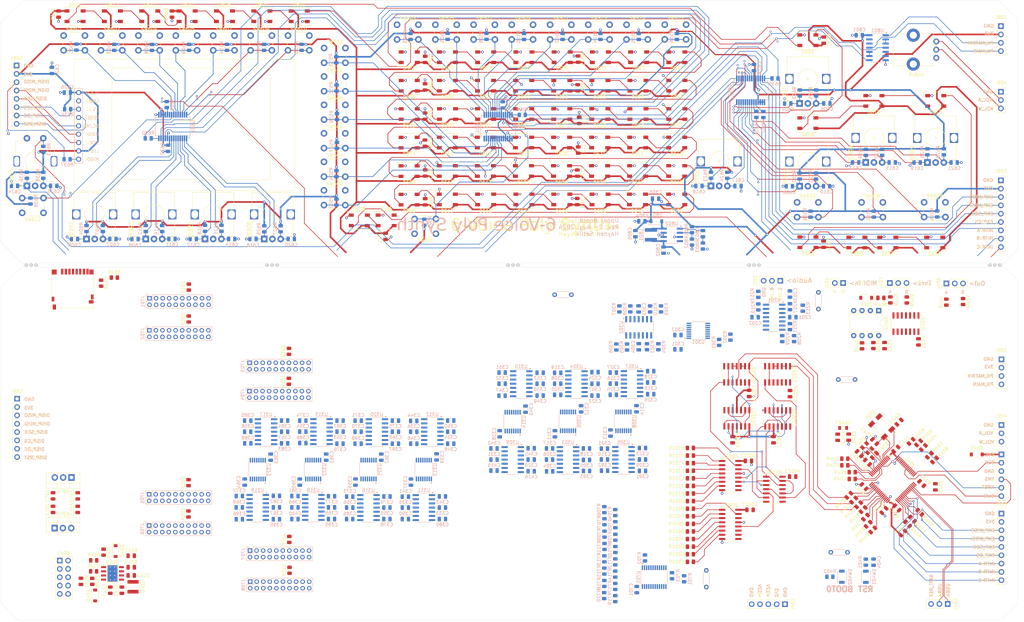
<source format=kicad_pcb>
(kicad_pcb (version 20240108) (generator "pcbnew") (generator_version "8.0")
  (layers (0 "F.Cu" signal) (1 "In1.Cu" signal) (2 "In2.Cu" signal) (31 "B.Cu" signal) (34 "B.Paste" user) (35 "F.Paste" user) (36 "B.SilkS" user "B.Silkscreen") (37 "F.SilkS" user "F.Silkscreen") (38 "B.Mask" user) (39 "F.Mask" user) (44 "Edge.Cuts" user))
  (net 0 "")
  (net 1 "+3.3V")
  (net 2 "GND")
  (net 3 "+3.3VA")
  (net 4 "VOL_A")
  (net 5 "HSE_OUT")
  (net 6 "HSE_IN")
  (net 7 "LFE_IN")
  (net 8 "LFE_OUT")
  (net 9 "NRST")
  (net 10 "-12V")
  (net 11 "+12V")
  (net 12 "Net-(C203-Pad1)")
  (net 13 "/LowerBoard/CV Outputs/L2V6_C")
  (net 14 "/LowerBoard/CV Outputs/L2V5_C")
  (net 15 "/LowerBoard/CV Outputs/L2V1_C")
  (net 16 "/LowerBoard/CV Outputs/L2V4_C")
  (net 17 "/LowerBoard/CV Outputs/L1V6_C")
  (net 18 "/LowerBoard/CV Outputs/L2V3_C")
  (net 19 "/LowerBoard/CV Outputs/L1V5_C")
  (net 20 "/LowerBoard/CV Outputs/L2V2_C")
  (net 21 "/LowerBoard/CV Outputs/L1V4_C")
  (net 22 "/LowerBoard/CV Outputs/L1V3_C")
  (net 23 "/LowerBoard/CV Outputs/L1V1_C")
  (net 24 "/LowerBoard/CV Outputs/L1V2_C")
  (net 25 "/LowerBoard/CV Outputs/P2V6_C")
  (net 26 "/LowerBoard/CV Outputs/P1V6_C")
  (net 27 "/LowerBoard/CV Outputs/P2V5_C")
  (net 28 "/LowerBoard/CV Outputs/P2V1_C")
  (net 29 "/LowerBoard/CV Outputs/P1V5_C")
  (net 30 "/LowerBoard/CV Outputs/P2V4_C")
  (net 31 "/LowerBoard/CV Outputs/P1V4_C")
  (net 32 "/LowerBoard/CV Outputs/P2V3_C")
  (net 33 "/LowerBoard/CV Outputs/P1V3_C")
  (net 34 "/LowerBoard/CV Outputs/P2V2_C")
  (net 35 "/LowerBoard/CV Outputs/P1V1_C")
  (net 36 "/LowerBoard/CV Outputs/P1V2_C")
  (net 37 "/LowerBoard/CV Outputs/FV6_C")
  (net 38 "/LowerBoard/CV Outputs/A6_C")
  (net 39 "/LowerBoard/CV Outputs/FV1_C")
  (net 40 "/LowerBoard/CV Outputs/C1_C")
  (net 41 "/LowerBoard/CV Outputs/FV5_C")
  (net 42 "/LowerBoard/CV Outputs/C3_C")
  (net 43 "/LowerBoard/CV Outputs/C5_C")
  (net 44 "/LowerBoard/CV Outputs/FV3_C")
  (net 45 "ENCA_R")
  (net 46 "ENCA_L")
  (net 47 "ENCB_R")
  (net 48 "ENCB_L")
  (net 49 "ENCC_R")
  (net 50 "ENCC_L")
  (net 51 "ENCD_R")
  (net 52 "ENCD_L")
  (net 53 "ENCCF_R")
  (net 54 "ENCCF_L")
  (net 55 "ENCRES_R")
  (net 56 "ENCRES_L")
  (net 57 "ENCPWM_R")
  (net 58 "ENCPWM_L")
  (net 59 "ENCFOLD_R")
  (net 60 "ENCFOLD_L")
  (net 61 "ENCDEPTH_R")
  (net 62 "ENCDEPTH_L")
  (net 63 "ENCMENU_L")
  (net 64 "ENCMENU_R")
  (net 65 "/LowerBoard/CV Outputs/FV2_C")
  (net 66 "/LowerBoard/CV Outputs/A1_C")
  (net 67 "/LowerBoard/CV Outputs/C6_C")
  (net 68 "/LowerBoard/CV Outputs/A5_C")
  (net 69 "MS_1")
  (net 70 "MS_2")
  (net 71 "MS_3")
  (net 72 "MS_5")
  (net 73 "MS_6")
  (net 74 "MS_4")
  (net 75 "/LowerBoard/CV Outputs/A3_C")
  (net 76 "/LowerBoard/CV Outputs/A2_C")
  (net 77 "/LowerBoard/CV Outputs/FV4_C")
  (net 78 "/LowerBoard/CV Outputs/C4_C")
  (net 79 "/LowerBoard/CV Outputs/C2_C")
  (net 80 "/LowerBoard/CV Outputs/A4_C")
  (net 81 "Net-(U401-VCAP1)")
  (net 82 "+3.3VP")
  (net 83 "PIXELS_MATRIX")
  (net 84 "GNDA")
  (net 85 "Net-(D401-K)")
  (net 86 "Net-(D401-A)")
  (net 87 "PIXELS_MATRIX_U")
  (net 88 "Net-(D501-DOUT)")
  (net 89 "Net-(D502-DIN)")
  (net 90 "Net-(D502-DOUT)")
  (net 91 "Net-(D503-DIN)")
  (net 92 "Net-(D503-DOUT)")
  (net 93 "Net-(D504-DIN)")
  (net 94 "Net-(D504-DOUT)")
  (net 95 "Net-(D505-DOUT)")
  (net 96 "Net-(D505-DIN)")
  (net 97 "Net-(D506-DOUT)")
  (net 98 "Net-(D506-DIN)")
  (net 99 "Net-(D507-DOUT)")
  (net 100 "Net-(D508-DOUT)")
  (net 101 "Net-(D509-DOUT)")
  (net 102 "Net-(D510-DOUT)")
  (net 103 "Net-(D511-DOUT)")
  (net 104 "Net-(D512-DOUT)")
  (net 105 "Net-(D513-DOUT)")
  (net 106 "Net-(D514-DOUT)")
  (net 107 "Net-(D515-DOUT)")
  (net 108 "Net-(D516-DOUT)")
  (net 109 "Net-(D517-DOUT)")
  (net 110 "Net-(D518-DOUT)")
  (net 111 "Net-(D519-DOUT)")
  (net 112 "Net-(D520-DOUT)")
  (net 113 "Net-(D521-DOUT)")
  (net 114 "Net-(D522-DOUT)")
  (net 115 "Net-(D523-DOUT)")
  (net 116 "Net-(D524-DOUT)")
  (net 117 "Net-(D525-DOUT)")
  (net 118 "Net-(D526-DOUT)")
  (net 119 "Net-(D527-DOUT)")
  (net 120 "Net-(D528-DOUT)")
  (net 121 "PIXELS_MAIN")
  (net 122 "Net-(D601-DOUT)")
  (net 123 "Net-(D602-DOUT)")
  (net 124 "Net-(D603-DOUT)")
  (net 125 "Net-(D604-DOUT)")
  (net 126 "Net-(D605-DOUT)")
  (net 127 "Net-(D606-DOUT)")
  (net 128 "VOICE_PX")
  (net 129 "Net-(D609-DOUT)")
  (net 130 "Net-(D529-DOUT)")
  (net 131 "Net-(D611-DOUT)")
  (net 132 "MODE_PX")
  (net 133 "Net-(D613-DOUT)")
  (net 134 "Net-(D530-DOUT)")
  (net 135 "Net-(D531-DOUT)")
  (net 136 "Net-(D532-DOUT)")
  (net 137 "TCK")
  (net 138 "TMS")
  (net 139 "SWO")
  (net 140 "USB_D+")
  (net 141 "USB_D-")
  (net 142 "Net-(D533-DOUT)")
  (net 143 "Net-(D534-DOUT)")
  (net 144 "Net-(D535-DOUT)")
  (net 145 "Net-(D536-DOUT)")
  (net 146 "Net-(D537-DOUT)")
  (net 147 "SD_CS")
  (net 148 "DISP_MOSI")
  (net 149 "DISP_SCK")
  (net 150 "DISP_MISO")
  (net 151 "Net-(D538-DIN)")
  (net 152 "Net-(D538-DOUT)")
  (net 153 "Net-(D539-DOUT)")
  (net 154 "V1_CLK2")
  (net 155 "V1_CLK1")
  (net 156 "LVL2_V1")
  (net 157 "LVL1_V1")
  (net 158 "I2C_MUX_RST")
  (net 159 "BATT_REF")
  (net 160 "CUTOFF_V1")
  (net 161 "FOLD_V1")
  (net 162 "VCA_V1")
  (net 163 "V1_OUT")
  (net 164 "SDA_V1")
  (net 165 "SCL_V1")
  (net 166 "V2_CLK2")
  (net 167 "V2_CLK1")
  (net 168 "LVL2_V2")
  (net 169 "LVL1_V2")
  (net 170 "CUTOFF_V2")
  (net 171 "FOLD_V2")
  (net 172 "VCA_V2")
  (net 173 "V2_OUT")
  (net 174 "SDA_V2")
  (net 175 "SCL_V2")
  (net 176 "V3_CLK2")
  (net 177 "V3_CLK1")
  (net 178 "LVL2_V3")
  (net 179 "LVL1_V3")
  (net 180 "CUTOFF_V3")
  (net 181 "FOLD_V3")
  (net 182 "VCA_V3")
  (net 183 "V3_OUT")
  (net 184 "SDA_V3")
  (net 185 "SCL_V3")
  (net 186 "V4_CLK2")
  (net 187 "V4_CLK1")
  (net 188 "LVL2_V4")
  (net 189 "LVL1_V4")
  (net 190 "CUTOFF_V4")
  (net 191 "FOLD_V4")
  (net 192 "VCA_V4")
  (net 193 "V4_OUT")
  (net 194 "SDA_V4")
  (net 195 "SCL_V4")
  (net 196 "V5_CLK2")
  (net 197 "V5_CLK1")
  (net 198 "LVL2_V5")
  (net 199 "LVL1_V5")
  (net 200 "CUTOFF_V5")
  (net 201 "FOLD_V5")
  (net 202 "VCA_V5")
  (net 203 "V5_OUT")
  (net 204 "SDA_V5")
  (net 205 "SCL_V5")
  (net 206 "V6_CLK2")
  (net 207 "V6_CLK1")
  (net 208 "LVL2_V6")
  (net 209 "LVL1_V6")
  (net 210 "CUTOFF_V6")
  (net 211 "FOLD_V6")
  (net 212 "VCA_V6")
  (net 213 "V6_OUT")
  (net 214 "SDA_V6")
  (net 215 "SCL_V6")
  (net 216 "AUDIO_OUT_T")
  (net 217 "BOOT0")
  (net 218 "Net-(D540-DOUT)")
  (net 219 "Net-(D541-DOUT)")
  (net 220 "PWM2_V1")
  (net 221 "PWM2_V5")
  (net 222 "PWM2_V3")
  (net 223 "PWM1_V5")
  (net 224 "PWM1_V3")
  (net 225 "PWM1_V1")
  (net 226 "PWM2_V6")
  (net 227 "PWM2_V4")
  (net 228 "PWM1_V6")
  (net 229 "PWM1_V4")
  (net 230 "PWM2_V2")
  (net 231 "PWM1_V2")
  (net 232 "CUTOFF_DAC")
  (net 233 "POTS_SCL")
  (net 234 "POTS_SDA")
  (net 235 "MD_1")
  (net 236 "MD_2")
  (net 237 "MD_3")
  (net 238 "MD_4")
  (net 239 "MD_5")
  (net 240 "MD_6")
  (net 241 "MD_7")
  (net 242 "MD_8")
  (net 243 "ENV1_B")
  (net 244 "ENV2_B")
  (net 245 "LFO1_B")
  (net 246 "LFO2_B")
  (net 247 "LFO3_B")
  (net 248 "MIX1_B")
  (net 249 "MIX2_B")
  (net 250 "MENU_B")
  (net 251 "FF_B")
  (net 252 "HPMODE_B")
  (net 253 "PWMTOG_B")
  (net 254 "Net-(D542-DOUT)")
  (net 255 "Net-(D543-DOUT)")
  (net 257 "PIXELS_MAIN_U")
  (net 258 "Net-(D607-DOUT)")
  (net 259 "Net-(D608-DOUT)")
  (net 261 "Net-(D612-DOUT)")
  (net 262 "HP_MODE")
  (net 263 "Net-(J404-Pin_2)")
  (net 264 "Net-(J405-DAT0)")
  (net 266 "/LowerBoard/CV Outputs/P2V7_C")
  (net 267 "PITCH_SCK")
  (net 269 "PITCH_MOSI")
  (net 272 "FOLD_FIRST")
  (net 273 "Net-(J406-Pin_3)")
  (net 274 "Net-(J406-Pin_1)")
  (net 275 "Net-(J407-Pin_1)")
  (net 276 "EXP_CS")
  (net 277 "EXP_SCK")
  (net 278 "EXP_MISO")
  (net 279 "EXP_MOSI")
  (net 280 "EXP_INTR_A")
  (net 281 "EXP_INTR_B")
  (net 282 "LDAC")
  (net 283 "DAC_SDA")
  (net 284 "DAC_SCL")
  (net 285 "EXP_INTR_C")
  (net 286 "Net-(J407-Pin_3)")
  (net 287 "DISP_CS")
  (net 288 "DISP_DC")
  (net 289 "MIDI_TX")
  (net 290 "DISP_CS_U")
  (net 291 "DISP_MOSI_U")
  (net 292 "DISP_RST_U")
  (net 293 "DISP_MISO_U")
  (net 294 "DISP_SCK_U")
  (net 295 "DISP_DC_U")
  (net 296 "EXP_MOSI_U")
  (net 297 "EXP_INTR_B_U")
  (net 298 "EXP_SCK_U")
  (net 299 "EXP_CS_U")
  (net 300 "EXP_MISO_U")
  (net 301 "EXP_INTR_A_U")
  (net 302 "LVL1_DAC")
  (net 303 "PWM1_DAC")
  (net 304 "FOLD_DAC")
  (net 305 "CUTOFF_RAW")
  (net 307 "VCA_DAC")
  (net 308 "PWM2_DAC")
  (net 309 "LVL2_DAC")
  (net 310 "EXP_INTR_C_U")
  (net 311 "Net-(U201A--)")
  (net 312 "/LowerBoard/CV Outputs/P2V8_C")
  (net 313 "/LowerBoard/CV Outputs/L1V7_C")
  (net 314 "Net-(R208-Pad1)")
  (net 315 "Net-(U201D--)")
  (net 316 "/LowerBoard/CV Outputs/L1V8_C")
  (net 317 "/LowerBoard/CV Outputs/L2V7_C")
  (net 318 "VOL_W_U")
  (net 319 "Net-(U201B--)")
  (net 320 "Net-(R210-Pad2)")
  (net 321 "Net-(U302C--)")
  (net 322 "Net-(U302D-+)")
  (net 323 "Net-(U302D--)")
  (net 324 "Net-(U302A--)")
  (net 325 "Net-(U302B--)")
  (net 328 "SRC_BANK")
  (net 330 "Net-(U401-PC10)")
  (net 331 "Net-(U401-PC12)")
  (net 332 "Net-(U401-PD2)")
  (net 333 "Net-(U401-PC2)")
  (net 334 "Net-(U401-PC1)")
  (net 335 "Net-(U401-PA15)")
  (net 336 "Net-(U401-PB4)")
  (net 337 "Net-(U401-PB12)")
  (net 338 "Net-(U401-PB13)")
  (net 339 "Net-(U401-PB15)")
  (net 340 "Net-(U401-PA2)")
  (net 341 "Net-(U401-PA1)")
  (net 342 "AUDIO_OUT_R")
  (net 343 "/LowerBoard/CV Outputs/L2V8_C")
  (net 344 "/LowerBoard/CV Outputs/A7_C")
  (net 345 "ALT_B")
  (net 346 "Net-(U401-PB0)")
  (net 347 "Net-(U401-PB1)")
  (net 348 "L1_RAW")
  (net 349 "L2_RAW")
  (net 350 "MIDI_RX")
  (net 351 "DISP_RST")
  (net 352 "Net-(U401-PB2)")
  (net 353 "Net-(U401-PB10)")
  (net 354 "Net-(U401-PA4)")
  (net 355 "Net-(U401-PA5)")
  (net 356 "Net-(U401-PA7)")
  (net 357 "/LowerBoard/CV Outputs/A8_C")
  (net 358 "/LowerBoard/CV Outputs/FV7_C")
  (net 359 "/LowerBoard/CV Outputs/FV8_C")
  (net 360 "PITCH_RST_GPIO")
  (net 361 "Net-(U1002-QA)")
  (net 362 "Net-(U1002-QB)")
  (net 363 "Net-(U1002-QC)")
  (net 364 "Net-(U1002-QD)")
  (net 365 "Net-(U1002-QE)")
  (net 366 "Net-(U1002-QF)")
  (net 367 "Net-(U1002-QG)")
  (net 368 "Net-(U1002-QH)")
  (net 369 "Net-(R437-Pad2)")
  (net 370 "Net-(U405-VO1)")
  (net 371 "MUX_INH")
  (net 372 "Net-(R441-Pad2)")
  (net 373 "Net-(U601-INTB)")
  (net 374 "MUX_A0")
  (net 375 "Net-(U601-SO)")
  (net 376 "MUX_A1")
  (net 377 "Net-(U602-INTA)")
  (net 378 "MUX_A2")
  (net 379 "Net-(U603-MISO)")
  (net 381 "Net-(U501-SO)")
  (net 382 "Net-(U602-SO)")
  (net 383 "Net-(U602-INTB)")
  (net 386 "/LowerBoard/CV Outputs/P1V8_C")
  (net 387 "/LowerBoard/CV Outputs/P1V7_C")
  (net 388 "/LowerBoard/CV Outputs/C7_C")
  (net 389 "/LowerBoard/CV Outputs/C8_C")
  (net 390 "LVL2_V7")
  (net 391 "SCL_V7")
  (net 392 "V7_OUT")
  (net 393 "FOLD_V7")
  (net 402 "CUTOFF_V7")
  (net 403 "LVL1_V7")
  (net 404 "SDA_V7")
  (net 405 "V7_CLK1")
  (net 406 "PWM2_V7")
  (net 407 "VCA_V7")
  (net 410 "Net-(U404-Pad2)")
  (net 411 "Net-(U404-Pad6)")
  (net 417 "V7_CLK2")
  (net 418 "PWM1_V7")
  (net 419 "PWM1_V8")
  (net 420 "V8_CLK2")
  (net 421 "VOL_A_U")
  (net 422 "VOL_W")
  (net 423 "+5VP")
  (net 424 "+5V")
  (net 425 "-5V")
  (net 426 "Net-(U802-Vc)")
  (net 427 "Net-(C803-Pad2)")
  (net 428 "PIXELS_MATRIX_5V")
  (net 429 "PIXELS_MAIN_5V")
  (net 430 "Net-(D801-A)")
  (net 431 "Net-(U802-FB)")
  (net 432 "Net-(U801-Pad10)")
  (net 435 "Net-(U801-Pad2)")
  (net 439 "V8_OUT")
  (net 440 "PWM2_V8")
  (net 441 "SCL_V8")
  (net 442 "LVL1_V8")
  (net 443 "LVL2_V8")
  (net 444 "SDA_V8")
  (net 445 "FOLD_V8")
  (net 446 "VCA_V8")
  (net 447 "CUTOFF_V8")
  (net 448 "V8_CLK1")
  (net 449 "Net-(U1005-QA)")
  (net 450 "Net-(U1005-QB)")
  (net 451 "Net-(U1005-QC)")
  (net 452 "Net-(U1005-QD)")
  (net 453 "Net-(U1005-QE)")
  (net 454 "Net-(U1005-QF)")
  (net 455 "Net-(U1005-QG)")
  (net 456 "Net-(U1005-QH)")
  (net 457 "Net-(U1001A-D)")
  (net 458 "Net-(U1001B-D)")
  (net 459 "Net-(U1001A-Q)")
  (net 460 "Net-(U1001B-Q)")
  (net 461 "SR1_SCK")
  (net 463 "SR1_SER")
  (net 464 "SR1_LATCH")
  (net 465 "PITCH_SCK_DEL")
  (net 466 "PITCH_MOSI_DEL")
  (net 467 "Net-(U1003A-D)")
  (net 468 "Net-(U1003A-Q)")
  (net 469 "SR2_LATCH")
  (net 470 "SR2_SCK")
  (net 471 "SR2_SER")
  (net 473 "/LowerBoard/VoiceClock/CLOCK_RST")
  (net 475 "Net-(U1006-Pad4)")
  (net 476 "Net-(U1006-Pad6)")
  (net 478 "Net-(U1007-Pad4)")
  (net 482 "Net-(U1007-Pad6)")
  (net 483 "Net-(U1007-Pad2)")
  (net 485 "+12VA")
  (net 486 "Net-(U402-VREG5)")
  (net 487 "Net-(U402-VBST)")
  (net 488 "Net-(U402-SW)")
  (net 489 "Net-(D404-A)")
  (net 490 "Net-(D402-A)")
  (net 491 "/LowerBoard/MCU/PG")
  (net 492 "Net-(U402-EN)")
  (net 493 "Net-(U402-VFB)")
  (net 494 "Net-(U1006-Pad2)")
  (footprint "Package_SO:SOIC-14_3.9x8.7mm_P1.27mm" (layer "F.Cu") (at 235.7994 149.0726)
    (property "Reference" "U1004")
    (property "Value" "74HC08")
  )
  (footprint "Capacitor_SMD:C_0805_2012Metric" (layer "F.Cu") (at 117.3118 72.0132 90)
    (property "Reference" "C514")
    (property "Value" "100n")
  )
  (footprint "Button_Switch_THT:SW_PUSH_6mm" (layer "F.Cu") (at 202.385516 7.4818)
    (property "Reference" "SW515")
    (property "Value" "MD8")
  )
  (footprint "LED_SMD:LED_SK6812_PLCC4_5.0x5.0mm_P3.2mm" (layer "F.Cu") (at 147.77708 26.08764 180)
    (property "Reference" "D514")
    (property "Value" "SK6812")
  )
  (footprint "MountingHole:MountingHole_3.5mm" (layer "F.Cu") (at 7.8368 73.9382)
    (property "Reference" "REF**" (hide yes))
    (property "Value" "MountingHole_3.5mm")
  )
  (footprint "Resistor_SMD:R_0805_2012Metric" (layer "F.Cu") (at 259.96 152.385 -135)
    (property "Reference" "R421")
    (property "Value" "22R")
  )
  (footprint "LED_SMD:LED_SK6812_PLCC4_5.0x5.0mm_P3.2mm" (layer "F.Cu") (at 34.041233 4.9188)
    (property "Reference" "D612")
    (property "Value" "SK6812")
  )
  (footprint "LED_SMD:LED_SK6812_PLCC4_5.0x5.0mm_P3.2mm" (layer "F.Cu") (at 136.160458 17.4132 180)
    (property "Reference" "D507")
    (property "Value" "SK6812")
  )
  (footprint "LED_SMD:LED_SK6812_PLCC4_5.0x5.0mm_P3.2mm" (layer "F.Cu") (at 206.029452 52.07996 180)
    (property "Reference" "D549")
    (property "Value" "SK6812")
  )
  (footprint "Resistor_SMD:R_0805_2012Metric" (layer "F.Cu") (at 30.6 86.275 -90)
    (property "Reference" "R442")
    (property "Value" "47k")
  )
  (footprint "Capacitor_SMD:C_0805_2012Metric" (layer "F.Cu") (at 129.274168 43.5966 -90)
    (property "Reference" "C504")
    (property "Value" "100n")
  )
  (footprint "Capacitor_SMD:C_0805_2012Metric" (layer "F.Cu") (at 272.825 136.875 45)
    (property "Reference" "C411")
    (property "Value" "100n")
  )
  (footprint "LED_SMD:LED_SK6812_PLCC4_5.0x5.0mm_P3.2mm" (layer "F.Cu") (at 284.6828 73.875 180)
    (property "Reference" "D610")
    (property "Value" "SK6812")
  )
  (footprint "Capacitor_SMD:C_0805_2012Metric" (layer "F.Cu") (at 258.435 133.21 -90)
    (property "Reference" "C413")
    (property "Value" "2u2")
  )
  (footprint "Capacitor_SMD:C_0805_2012Metric" (layer "F.Cu") (at 15.95 155.225001 90)
    (property "Reference" "C702")
    (property "Value" "1u")
  )
  (footprint "Capacitor_SMD:C_0805_2012Metric" (layer "F.Cu") (at 228.3766 155.3564)
    (property "Reference" "C1002")
    (property "Value" "100n")
  )
  (footprint "Resistor_SMD:R_0805_2012Metric" (layer "F.Cu") (at 276.15 91.4 -90)
    (property "Reference" "R441")
    (property "Value" "220")
  )
  (footprint "Button_Switch_THT:SW_PUSH_6mm" (layer "F.Cu") (at 76.158133 10.8132)
    (property "Reference" "SW609")
    (property "Value" "MIX1_B")
  )
  (footprint "Capacitor_SMD:C_0805_2012Metric" (layer "F.Cu") (at 263.1 148.275 135)
    (property "Reference" "C406")
    (property "Value" "100n")
  )
  (footprint "Button_Switch_THT:SW_PUSH_6mm" (layer "F.Cu") (at 144.117916 7.5072)
    (property "Reference" "SW507")
    (property "Value" "MD3")
  )
  (footprint "Package_SO:SOIC-16_3.9x9.9mm_P1.27mm" (layer "F.Cu") (at 222.3516 159.7914)
    (property "Reference" "U1002")
    (property "Value" "74HC595")
  )
  (footprint "Mousebites:Mousebite_1_5_mm" (layer "F.Cu") (at 156.15 80.75)
    (property "Reference" "REF**" (hide yes))
    (property "Value" "Mousebite_1_5_mm")
    (fp_arc (start -3 -0.75) (mid -2.25 0) (end -3 0.75) (stroke (width 0.05)) (layer "Edge.Cuts"))
    (fp_arc (start 3 0.75) (mid 2.25 0) (end 3 -0.75) (stroke (width 0.05)) (layer "Edge.Cuts"))
    (fp_circle (center -1.5 0.025) (end -0.9 0.025) (fill solid) (layer "Edge.Cuts"))
    (fp_circle (center 0 0) (end 0.6 0) (fill solid) (layer "Edge.Cuts"))
    (fp_circle (center 1.5 0) (end 2.1 0) (fill solid) (layer "Edge.Cuts"))
  )
  (footprint "Resistor_SMD:R_0805_2012Metric" (layer "F.Cu") (at 210.2025 155.010002 180)
    (property "Reference" "R1008")
    (property "Value" "22R")
  )
  (footprint "Resistor_SMD:R_0805_2012Metric" (layer "F.Cu") (at 88.025 173.775 90)
    (property "Reference" "R215")
    (property "Value" "100k")
  )
  (footprint "LED_SMD:LED_SK6812_PLCC4_5.0x5.0mm_P3.2mm" (layer "F.Cu") (at 136.118368 43.40852 180)
    (property "Reference" "D510")
    (property "Value" "SK6812")
  )
  (footprint "Resistor_SMD:R_0805_2012Metric" (layer "F.Cu") (at 265.975 105.29 -90)
    (property "Reference" "R439")
    (property "Value" "4k7")
  )
  (footprint "Resistor_SMD:R_0805_2012Metric" (layer "F.Cu") (at 210.2025 164.263334 180)
    (property "Reference" "R1004")
    (property "Value" "22R")
  )
  (footprint "Button_Switch_THT:SW_PUSH_6mm" (layer "F.Cu") (at 98.558284 23.2826)
    (property "Reference" "SW510")
    (property "Value" "MS5")
  )
  (footprint "Diode_SMD:D_SOD-123" (layer "F.Cu") (at 297.475 138.475)
    (property "Reference" "D402")
    (property "Value" "PMEG3030")
  )
  (footprint "Button_Switch_THT:SW_PUSH_6mm" (layer "F.Cu") (at 190.726916 7.5072)
    (property "Reference" "SW514")
    (property "Value" "MD7")
  )
  (footprint "LED_SMD:LED_SK6812_PLCC4_5.0x5.0mm_P3.2mm" (layer "F.Cu") (at 170.923012 52.07996 180)
    (property "Reference" "D529")
    (property "Value" "SK6812")
  )
  (footprint "Resistor_SMD:R_0805_2012Metric" (layer "F.Cu") (at 281.2 136.375 -135)
    (property "Reference" "R404")
    (property "Value" "22R")
  )
  (footprint "LED_SMD:LED_SK6812_PLCC4_5.0x5.0mm_P3.2mm" (layer "F.Cu") (at 245.9986 12.2292 180)
    (property "Reference" "D602")
    (property "Value" "SK6812")
  )
  (footprint "LED_SMD:LED_SK6812_PLCC4_5.0x5.0mm_P3.2mm" (layer "F.Cu") (at 147.780084 34.71928 180)
    (property "Reference" "D515")
    (property "Value" "SK6812")
  )
  (footprint "Capacitor_SMD:C_0805_2012Metric" (layer "F.Cu") (at 52.1868 4.2632 90)
    (property "Reference" "C628")
    (property "Value" "100n")
  )
  (footprint "Connector_PinSocket_2.54mm:PinSocket_1x04_P2.54mm_Vertical" (layer "F.Cu") (at 305 109.5)
    (property "Reference" "J901")
    (property "Value" "A_LOWER")
  )
  (footprint "LED_SMD:LED_SK6812_PLCC4_5.0x5.0mm_P3.2mm" (layer "F.Cu") (at 206.068516 17.4132 180)
    (property "Reference" "D544")
    (property "Value" "SK6812")
  )
  (footprint "LED_SMD:LED_SK6812_PLCC4_5.0x5.0mm_P3.2mm" (layer "F.Cu") (at 194.157368 43.40852 180)
    (property "Reference" "D541")
    (property "Value" "SK6812")
  )
  (footprint "Button_Switch_THT:SW_PUSH_6mm" (layer "F.Cu") (at 53.365467 10.8132)
    (property "Reference" "SW605")
    (property "Value" "LFO2_B")
  )
  (footprint "Inductor_SMD:L_0805_2012Metric" (layer "F.Cu") (at 256.755 130.39)
    (property "Reference" "FB401")
    (property "Value" "90R")
  )
  (footprint "Resistor_SMD:R_0805_2012Metric" (layer "F.Cu") (at 57.25 147.075 90)
    (property "Reference" "R202")
    (property "Value" "100k")
  )
  (footprint "Capacitor_SMD:C_0805_2012Metric" (layer "F.Cu") (at 39.775 169.355)
    (property "Reference" "C419")
    (property "Value" "10u")
  )
  (footprint "Rotary_Encoder:RotaryEncoder_Alps_EC12E_Vertical_H20mm_NOMP" (layer "F.Cu") (at 216.4626 56.6532 90)
    (property "Reference" "RE607")
    (property "Value" "ENC_DEPTH")
  )
  (footprint "MountingHole:MountingHole_3.5mm" (layer "F.Cu") (at 7.8368 5.9382)
    (property "Reference" "REF**" (hide yes))
    (property "Value" "MountingHole_3.5mm")
  )
  (footprint "LED_SMD:LED_SK6812_PLCC4_5.0x5.0mm_P3.2mm" (layer "F.Cu") (at 182.669536 60.759 180)
    (property "Reference" "D536")
    (property "Value" "SK6812")
  )
  (footprint "MountingHole:MountingHole_3.5mm" (layer "F.Cu") (at 8 107.5)
    (property "Reference" "REF**" (hide yes))
    (property "Value" "MountingHole_3.5mm")
  )
  (footprint "MountingHole:MountingHole_3.5mm" (layer "F.Cu") (at 219.8368 73.9382)
    (property "Reference" "REF**" (hide yes))
    (property "Value" "MountingHole_3.5mm")
  )
  (footprint "LED_SMD:LED_SK6812_PLCC4_5.0x5.0mm_P3.2mm" (layer "F.Cu") (at 206.025936 60.759 180)
    (property "Reference" "D550")
    (property "Value" "SK6812")
  )
  (footprint "Connector_PinSocket_2.54mm:PinSocket_1x04_P2.54mm_Vertical" (layer "F.Cu") (at 304.8368 7.9382)
    (property "Reference" "J801")
    (property "Value" "A_UPPER")
  )
  (footprint "Resistor_SMD:R_0805_2012Metric" (layer "F.Cu") (at 210.202499 145.756669 180)
    (property "Reference" "R1012")
    (property "Value" "22R")
  )
  (footprint "LED_SMD:LED_SK6812_PLCC4_5.0x5.0mm_P3.2mm" (layer "F.Cu") (at 182.61572 26.08764 180)
    (property "Reference" "D532")
    (property "Value" "SK6812")
  )
  (footprint "MountingHole:MountingHole_3.5mm" (layer "F.Cu") (at 294 107.5)
    (property "Reference" "REF**" (hide yes))
    (property "Value" "MountingHole_3.5mm")
  )
  (footprint "LED_SMD:LED_SK6812_PLCC4_5.0x5.0mm_P3.2mm" (layer "F.Cu") (at 182.549568 43.40852 180)
    (property "Reference" "D534")
    (property "Value" "SK6812")
  )
  (footprint "Diode_SMD:D_SOD-123" (layer "F.Cu") (at 35.025 167.93 -90)
    (property "Reference" "D403")
    (property "Value" "PMEG3030")
  )
  (footprint "Capacitor_SMD:C_0805_2012Metric" (layer "F.Cu") (at 23.475 151.100001 90)
    (property "Reference" "C705")
    (property "Value" "1u")
  )
  (footprint "Button_Switch_THT:SW_PUSH_6mm" (layer "F.Cu") (at 30.572801 10.8132)
    (property "Reference" "SW602")
    (property "Value" "ENV2_B")
  )
  (footprint "Button_Switch_THT:SW_PUSH_6mm" (layer "F.Cu") (at 242.722 61.6576)
    (property "Reference" "SW603")
    (property "Value" "HP_B")
  )
  (footprint "LED_SMD:LED_SK6812_PLCC4_5.0x5.0mm_P3.2mm" (layer "F.Cu") (at 136.172284 34.71928 180)
    (property "Reference" "D509")
    (property "Value" "SK6812")
  )
  (footprint "Rotary_Encoder:RotaryEncoder_Alps_EC12E_Vertical_H20mm_NOMP" (layer "F.Cu") (at 62.2618 72.8132 90)
    (property "Reference" "RE605")
    (property "Value" "ENCC")
  )
  (footprint "Capacitor_SMD:C_0805_2012Metric" (layer "F.Cu") (at 264.148579 140.850786 135)
    (property "Reference" "C412")
    (property "Value" "100n")
  )
  (footprint "Button_Switch_THT:SW_PUSH_6mm" (layer "F.Cu") (at 132.484716 7.5072)
    (property "Reference" "SW505")
    (property "Value" "MD2")
  )
  (footprint "LED_SMD:LED_SK6812_PLCC4_5.0x5.0mm_P3.2mm" (layer "F.Cu") (at 124.509116 17.4132 180)
    (property "Reference" "D501")
    (property "Value" "SK6812")
  )
  (footprint "Resistor_SMD:R_0805_2012Metric" (layer "F.Cu") (at 261.485 153.81 -135)
    (property "Reference" "R422")
    (property "Value" "22R")
  )
  (footprint "Package_QFP:LQFP-64_10x10mm_P0.5mm" (layer "F.Cu") (at 271.885 146.06 -45)
    (property "Reference" "U401")
    (property "Value" "STM32F411RETx")
  )
  (footprint "Capacitor_SMD:C_0805_2012Metric" (layer "F.Cu") (at 227.8888 140.4366)
    (property "Reference" "C1005")
    (property "Value" "100n")
  )
  (footprint "Capacitor_SMD:C_0805_2012Metric" (layer "F.Cu") (at 269.375 105.3 -90)
    (property "Reference" "C424")
    (property "Value" "100n")
  )
  (footprint "LED_SMD:LED_SK6812_PLCC4_5.0x5.0mm_P3.2mm" (layer "F.Cu") (at 245.9986 37.5022 180)
    (property "Reference" "D608")
    (property "Value" "SK6812")
  )
  (footprint "Resistor_SMD:R_0805_2012Metric" (layer "F.Cu") (at 210.2025 150.383334 180)
    (property "Reference" "R1010")
    (property "Value" "22R")
  )
  (footprint "Connector_PinSocket_2.54mm:PinSocket_1x02_P2.54mm_Vertical" (layer "F.Cu") (at 256.75 86.225 -90)
    (property "Reference" "J404")
    (property "Value" "MIDI_In")
  )
  (footprint "LED_SMD:LED_SK6812_PLCC4_5.0x5.0mm_P3.2mm" (layer "F.Cu") (at 159.38996 26.08764 180)
    (property "Reference" "D520")
    (property "Value" "SK6812")
  )
  (footprint "Resistor_SMD:R_0805_2012Metric" (layer "F.Cu") (at 259.515 143.86)
    (property "Reference" "R406")
    (property "Value" "22R")
  )
  (footprint "Resistor_SMD:R_0805_2012Metric" (layer "F.Cu") (at 210.2025 143.443337 180)
    (property "Reference" "R1013")
    (property "Value" "22R")
  )
  (footprint "Button_Switch_THT:SW_PUSH_6mm" (layer "F.Cu") (at 132.6368 71.2132 180)
    (property "Reference" "SW501")
    (property "Value" "SB")
  )
  (footprint "LED_SMD:LED_SK6812_PLCC4_5.0x5.0mm_P3.2mm" (layer "F.Cu") (at 159.463142 17.4132 180)
    (property "Reference" "D519")
    (property "Value" "SK6812")
  )
  (footprint "Rotary_Encoder:RotaryEncoder_Alps_EC12E_Vertical_H20mm_NOMP" (layer "F.Cu") (at 263.6408 49.4878 90)
    (property "Reference" "RE606")
    (property "Value" "ENC_PWM")
  )
  (footprint "Display:TFTBreakout_ILI9341_340x320" (layer "F.Cu") (at 22.476868 18.0146)
    (property "Reference" "U603")
    (property "Value" "ILI9341")
  )
  (footprint "Capacitor_SMD:C_0805_2012Metric" (layer "F.Cu") (at 36.925 179.855 90)
    (property "Reference" "C422")
    (property "Value" "22u")
  )
  (footprint "Resistor_SMD:R_0805_2012Metric" (layer "F.Cu") (at 210.2025 152.69667 180)
    (property "Reference" "R1009")
    (property "Value" "22R")
  )
  (footprint "Package_SO:SOIC-14_3.9x8.7mm_P1.27mm" (layer "F.Cu") (at 275.895 98.59 -90)
    (property "Reference" "U404")
    (property "Value" "74HC04")
  )
  (footprint "Resistor_SMD:R_0805_2012Metric" (layer "F.Cu") (at 57.225 156.625 90)
    (property "Reference" "R203")
    (property "Value" "100k")
  )
  (footprint "Rotary_Encoder:RotaryEncoder_Alps_EC12E_Vertical_H20mm_NOMP" (layer "F.Cu") (at 243.4986 56.7268 90)
    (property "Reference" "RE603")
    (property "Value" "ENC_RES")
  )
  (footprint "Package_SO:Texas_HSOP-8-1EP_3.9x4.9mm_P1.27mm_ThermalVias" (layer "F.Cu") (at 34.075 174.725)
    (property "Reference" "U402")
    (property "Value" "TPS56528DDA")
  )
  (footprint "Resistor_SMD:R_0805_2012Metric" (layer "F.Cu") (at 271.145 91.375 90)
    (property "Reference" "R443")
    (property "Value" "220")
  )
  (footprint "Resistor_SMD:R_0805_2012Metric" (layer "F.Cu") (at 210.2025 141.130005 180)
    (property "Reference" "R1014")
    (property "Value" "22R")
  )
  (footprint "LED_SMD:LED_SK6812_PLCC4_5.0x5.0mm_P3.2mm" (layer "F.Cu") (at 266.1154 30.7204 180)
    (property "Reference" "D613")
    (property "Value" "SK6812")
  )
  (footprint "MountingHole:MountingHole_3.5mm" (layer "F.Cu") (at 219.8368 5.9382)
    (property "Reference" "REF**" (hide yes))
    (property "Value" "MountingHole_3.5mm")
  )
  (footprint "Capacitor_SMD:C_0805_2012Metric" (layer "F.Cu") (at 129.3316 26.4636 -90)
    (property "Reference" "C502")
    (property "Value" "100n")
  )
  (footprint "Capacitor_SMD:C_0805_2012Metric" (layer "F.Cu") (at 176.3118 36.6632 -90)
    (property "Reference" "C510")
    (property "Value" "100n")
  )
  (footprint "Capacitor_SMD:C_0805_2012Metric" (layer "F.Cu") (at 223.0628 133.985 -90)
    (property "Reference" "C1001")
    (property "Value" "100n")
  )
  (footprint "Crystal:Crystal_SMD_SeikoEpson_MC306-4Pin_8.0x3.2mm" (layer "F.Cu") (at 268.485 130.04 135)
    (property "Reference" "Y402")
    (property "Value" "32.768kHZ")
  )
  (footprint "MountingHole:MountingHole_3.5mm" (layer "F.Cu") (at 293.8368 5.9382)
    (property "Reference" "REF**" (hide yes))
    (property "Value" "MountingHole_3.5mm")
  )
  (footprint "LED_SMD:LED_SK6812_PLCC4_5.0x5.0mm_P3.2mm" (layer "F.Cu") (at 147.726168 43.40852 180)
    (property "Reference" "D516")
    (property "Value" "SK6812")
  )
  (footprint "Package_DIP:DIP-8_W7.62mm" (layer "F.Cu") (at 267.585 94.63 -90)
    (property "Reference" "U405")
    (property "Value" "6N138")
  )
  (footprint "Capacitor_SMD:C_0805_2012Metric" (layer "F.Cu") (at 175.8618 26.7382 -90)
    (property "Reference" "C509")
    (property "Value" "100n")
  )
  (footprint "Button_Switch_THT:SW_PUSH_6mm" (layer "F.Cu") (at 98.5618 14.6132)
    (property "Reference" "SW512")
    (property "Value" "MS6")
  )
  (footprint "Capacitor_SMD:C_0805_2012Metric" (layer "F.Cu") (at 235.5342 133.985 -90)
    (property "Reference" "C1003")
    (property "Value" "100n")
  )
  (footprint "Capacitor_SMD:C_0805_2012Metric" (layer "F.Cu") (at 175.7368 52.7382 -90)
    (property "Reference" "C512")
    (property "Value" "100n")
  )
  (footprint "LED_SMD:LED_SK6812_PLCC4_5.0x5.0mm_P3.2mm" (layer "F.Cu") (at 136.111336 60.759 180)
    (property "Reference" "D512")
    (property "Value" "SK6812")
  )
  (footprint "Capacitor_SMD:C_0805_2012Metric" (layer "F.Cu") (at 129.372252 52.6948 -90)
    (property "Reference" "C505")
    (property "Value" "100n")
  )
  (footprint "Button_Switch_THT:SW_PUSH_6mm" (layer "F.Cu") (at 98.51922 57.9846)
    (property "Reference" "SW502")
    (property "Value" "MS1")
  )
  (footprint "Capacitor_SMD:C_0805_2012Metric" (layer "F.Cu") (at 241.362 145.2372)
    (property "Reference" "C1004")
    (property "Value" "100n")
  )
  (footprint "MountingHole:MountingHole_3.5mm" (layer "F.Cu") (at 110.8368 73.9382)
    (property "Reference" "REF**" (hide yes))
    (property "Value" "MountingHole_3.5mm")
  )
  (footprint "Resistor_SMD:R_0805_2012Metric" (layer "F.Cu") (at 265.79 161.495 -135)
    (property "Reference" "R419")
    (property "Value" "22R")
  )
  (footprint "Package_SO:SOIC-14_3.9x8.7mm_P1.27mm" (layer "F.Cu") (at 236.8283 127.508 -90)
    (property "Reference" "U1003")
    (property "Value" "74HC74")
  )
  (footprint "Resistor_SMD:R_0805_2012Metric" (layer "F.Cu") (at 210.2025 136.503337 180)
    (property "Reference" "R1016")
    (property "Value" "22R")
  )
  (footprint "Connector_PinSocket_2.54mm:PinSocket_1x03_P2.54mm_Vertical" (layer "F.Cu") (at 305 129.5)
    (property "Reference" "J904")
    (property "Value" "D_LOWER")
  )
  (footprint "MountingHole:MountingHole_3.5mm" (layer "F.Cu") (at 110.8368 5.9382)
    (property "Reference" "REF**" (hide yes))
    (property "Value" "MountingHole_3.5mm")
  )
  (footprint "Connector_PinHeader_2.54mm:PinHeader_2x05_P2.54mm_Vertical" (layer "F.Cu") (at 18 170.83)
    (property "Reference" "J408")
    (property "Value" "POWER")
  )
  (footprint "Button_Switch_THT:SW_PUSH_6mm" (layer "F.Cu") (at 281.4316 61.6322)
    (property "Reference" "SW608")
    (property "Value" "FF_B")
  )
  (footprint "Capacitor_SMD:C_0805_2012Metric" (layer "F.Cu") (at 15.95 151.100001 90)
    (property "Reference" "C704")
    (property "Value" "1u")
  )
  (footprint "Rotary_Encoder:RotaryEncoder_Alps_EC12E_Vertical_H20mm_NOMP" (layer "F.Cu") (at 26.152734 72.8132 90)
    (property "Reference" "RE602")
    (property "Value" "ENCA")
  )
  (footprint "Resistor_SMD:R_0805_2012Metric" (layer "F.Cu") (at 57.325 87.475 90)
    (property "Reference" "R204")
    (property "Value" "100k")
  )
  (footprint "Resistor_SMD:R_0805_2012Metric" (layer "F.Cu") (at 257.265 139.76 180)
    (property "Reference" "R415")
    (property "Value" "22R")
  )
  (footprint "Resistor_SMD:R_0805_2012Metric" (layer "F.Cu") (at 210.2025 166.576668 180)
    (property "Reference" "R1003")
    (property "Value" "22R")
  )
  (footprint "Capacitor_SMD:C_0805_2012Metric" (layer "F.Cu") (at 255.085 133.24 -90)
    (property "Reference" "C414")
    (property "Value" "2u2")
  )
  (footprint "Button_Switch_THT:SW_PUSH_6mm" (layer "F.Cu") (at 19.176468 10.8132)
    (property "Reference" "SW601")
    (property "Value" "ENV1_B")
  )
  (footprint "Capacitor_SMD:C_0805_2012Metric" (layer "F.Cu") (at 33.4 179.855 90)
    (property "Reference" "C423")
    (property "Value" "22u")
  )
  (footprint "Resistor_SMD:R_0805_2012Metric" (layer "F.Cu") (at 210.2025 159.636668 180)
    (property "Reference" "R1006")
    (property "Value" "22R")
  )
  (footprint "Package_TO_SOT_THT:TO-220-3_Vertical" (layer "F.Cu") (at 16.42 160.920001)
    (property "Reference" "U703")
    (property "Value" "L7805")
  )
  (footprint "LED_SMD:LED_SK6812_PLCC4_5.0x5.0mm_P3.2mm" (layer "F.Cu") (at 194.2286 26.08764 180)
    (property "Reference" "D539")
    (property "Value" "SK6812")
  )
  (footprint "Resistor_SMD:R_0805_2012Metric" (layer "F.Cu") (at 280.1112 156.1084 -45)
    (property "Reference" "R412")
    (property "Value" "22R")
  )
  (footprint "Button_Switch_THT:SW_PUSH_6mm" (layer "F.Cu") (at 98.554768 31.9346)
    (property "Reference" "SW508")
    (property "Value" "MS4")
  )
  (footprint "Resistor_SMD:R_0805_2012Metric" (layer "F.Cu") (at 264.39 159.765 -135)
    (property "Reference" "R418")
    (property "Value" "22R")
  )
  (footprint "LED_SMD:LED_SK6812_PLCC4_5.0x5.0mm_P3.2mm" (layer "F.Cu") (at 194.128452 52.07996 180)
    (property "Reference" "D542")
    (property "Value" "SK6812")
  )
  (footprint "LED_SMD:LED_SK6812_PLCC4_5.0x5.0mm_P3.2mm" (layer "F.Cu") (at 246.024 73.7988 180)
    (property "Reference" "D603")
    (property "Value" "SK6812")
  )
  (footprint "Resistor_SMD:R_0805_2012Metric" (layer "F.Cu") (at 276.391435 159.663635 -45)
    (property "Reference" "R410")
    (property "Value" "22R")
  )
  (footprint "Crystal:Crystal_SMD_EuroQuartz_MT-4Pin_3.2x2.5mm" (layer "F.Cu") (at 264.058579 136.535786 -45)
    (property "Reference" "Y401")
    (property "Value" "16MHz")
  )
  (footprint "LED_SMD:LED_SK6812_PLCC4_5.0x5.0mm_P3.2mm" (layer "F.Cu") (at 22.653733 4.9188)
    (property "Reference" "D614")
    (property "Value" "SK6812")
  )
  (footprint "Connector_PinHeader_2.54mm:PinHeader_1x08_P2.54mm_Vertical" (layer "F.Cu") (at 5 121.5)
    (property "Reference" "J902")
    (property "Value" "B_LOWER")
  )
  (footprint "Button_Switch_THT:SW_PUSH_6mm" (layer "F.Cu") (at 13.0368 64.8382 180)
    (property "Reference" "SW612")
    (property "Value" "ALT_B")
  )
  (footprint "Inductor_SMD:L_Abracon_ASPI-4030S" (layer "F.Cu") (at 40.325 178.805 -90)
    (property "Reference" "L401")
    (property "Value" "2.2uH")
  )
  (footprint "Package_TO_SOT_THT:TO-220-3_Vertical" (layer "F.Cu") (at 21.575 145.505001 180)
    (property "Reference" "U704")
    (property "Value" "L7905")
  )
  (footprint "LED_SMD:LED_SK6812_PLCC4_5.0x5.0mm_P3.2mm" (layer "F.Cu") (at 147.717572 52.07996 180)
    (property "Reference" "D517")
    (property "Value" "SK6812")
  )
  (footprint "LED_SMD:LED_SK6812_PLCC4_5.0x5.0mm_P3.2mm" (layer "F.Cu") (at 124.466536 60.8102 180)
    (property "Reference" "D506")
    (property "Value" "SK6812")
  )
  (footprint "MountingHole:MountingHole_3.5mm" (layer "F.Cu") (at 303.8368 42.9382)
    (property "Reference" "REF**" (hide yes))
    (property "Value" "MountingHole_3.5mm")
  )
  (footprint "Capacitor_SMD:C_0805_2012Metric" (layer "F.Cu") (at 250.7992 74.4084 -90)
    (property "Reference" "C603")
    (property "Value" "100n")
  )
  (footprint "Resistor_SMD:R_0805_2012Metric" (layer "F.Cu") (at 259.515 145.95)
    (property "Reference" "R407")
    (property "Value" "22R")
  )
  (footprint "Connector_Card:microSD_HC_Hirose_DM3D-SF" (layer "F.Cu") (at 21.925 88.1 180)
    (property "Reference" "J405" (hide yes))
    (property "Value" "Micro_SD_Card_Det2")
  )
  (footprint "Potentiometer_THT:Potentiometer_Bourns_PTV09A-1_Single_Vertical" (layer "F.Cu") (at 285.1356 12.6098 180)
    (property "Reference" "RV801")
    (property "Value" "100kA")
  )
  (footprint "LED_SMD:LED_SK6812_PLCC4_5.0x5.0mm_P3.2mm" (layer "F.Cu") (at 170.995684 34.71928 180)
    (property "Reference" "D527")
    (property "Value" "SK6812")
  )
  (footprint "LED_SMD:LED_SK6812_PLCC4_5.0x5.0mm_P3.2mm" (layer "F.Cu") (at 124.470052 52.12092 180)
    (property "Reference" "D505")
    (property "Value" "SK6812")
  )
  (footprint "Rotary_Encoder:RotaryEncoder_Alps_EC12E_Vertical_H20mm_NOMP" (layer "F.Cu") (at 243.4986 31.5046 90)
    (property "Reference" "RE601")
    (property "Value" "ENC_CF")
  )
  (footprint "Capacitor_SMD:C_0805_2012Metric" (layer "F.Cu") (at 175.9868 17.9882 -90)
    (property "Reference" "C508")
    (property "Value" "100n")
  )
  (footprint "Resistor_SMD:R_0805_2012Metric" (layer "F.Cu") (at 257.265 141.79 180)
    (property "Reference" "R414")
    (property "Value" "22R")
  )
  (footprint "Button_Switch_THT:SW_PUSH_6mm" (layer "F.Cu") (at 87.554468 10.8132)
    (property "Reference" "SW610")
    (property "Value" "MIX2_B")
  )
  (footprint "Connector_PinSocket_2.54mm:PinSocket_1x09_P2.54mm_Vertical" (layer "F.Cu") (at 304.8368 54.9382)
    (property "Reference" "J803")
    (property "Value" "C_UPPER")
  )
  (footprint "Resistor_SMD:R_0805_2012Metric" (layer "F.Cu") (at 210.2025 168.89 180)
    (property "Reference" "R1002")
    (property "Value" "22R")
  )
  (footprint "Connector_PinHeader_2.54mm:PinHeader_1x03_P2.54mm_Vertical" (layer "F.Cu") (at 237.594999 85.5425 -90)
    (property "Reference" "J201")
    (property "Value" "AUDIO_OUT")
  )
  (footprint "LED_SMD:LED_SK6812_PLCC4_5.0x5.0mm_P3.2mm" (layer "F.Cu") (at 136.114852 52.07996 180)
    (property "Reference" "D511")
    (property "Value" "SK6812")
  )
  (footprint "Connector_PinHeader_2.54mm:PinHeader_1x05_P2.54mm_Vertical" (layer "F.Cu") (at 239.029999 184.125 -90)
    (property "Reference" "J401")
    (property "Value" "PWR")
  )
  (footprint "Capacitor_SMD:C_0805_2012Metric" (layer "F.Cu") (at 39.775 175.355)
    (property "Reference" "C421")
    (property "Value" "100n")
  )
  (footprint "Capacitor_SMD:C_0805_2012Metric" (layer "F.Cu") (at 280.685 147.335 -45)
    (property "Reference" "C409")
    (property "Value" "100n")
  )
  (footprint "Resistor_SMD:R_0805_2012Metric" (layer "F.Cu") (at 284.614035 140.164035 45)
    (property "Reference" "R408")
    (property "Value" "22R")
  )
  (footprint "Resistor_SMD:R_0805_2012Metric" (layer "F.Cu") (at 28.35 170.755)
    (property "Reference" "R426")
    (property "Value" "2k7")
  )
  (footprint "MountingHole:MountingHole_3.5mm" (layer "F.Cu") (at 8 175.5)
    (property "Reference" "REF**" (hide yes))
    (property "Value" "MountingHole_3.5mm")
  )
  (footprint "LED_SMD:LED_SK6812_PLCC4_5.0x5.0mm_P3.2mm" (layer "F.Cu") (at 260.9338 73.875 180)
    (property "Reference" "D605")
    (property "Value" "SK6812")
  )
  (footprint "Capacitor_SMD:C_0805_2012Metric" (layer "F.Cu") (at 176.0118 45.7132 -90)
    (property "Reference" "C511")
    (property "Value" "100n")
  )
  (footprint "Resistor_SMD:R_0805_2012Metric" (layer "F.Cu") (at 263.56 157.595 -135)
    (property "Reference" "R417")
    (property "Value" "22R")
  )
  (footprint "Capacitor_SMD:C_0805_2012Metric" (layer "F.Cu") (at 269.2 155.575 -135)
    (property "Reference" "C410")
    (property "Value" "4u7")
  )
  (footprint "Resistor_SMD:R_0805_2012Metric" (layer "F.Cu") (at 277.46 134.51 45)
    (property "Reference" "R409")
    (property "Value" "22R")
  )
  (footprint "Button_Switch_THT:SW_PUSH_6mm" (layer "F.Cu") (at 98.522736 49.3106)
    (property "Reference" "SW504")
    (property "Value" "MS2")
  )
  (footprint "Capacitor_SMD:C_0805_2012Metric" (layer "F.Cu") (at 129.328084 35.3696 -90)
    (property "Reference" "C503")
    (property "Value" "100n")
  )
  (footprint "Resistor_SMD:R_0805_2012Metric" (layer "F.Cu") (at 28.325 174.105 180)
    (property "Reference" "R425")
    (property "Value" "12k")
  )
  (footprint "Resistor_SMD:R_0805_2012Metric" (layer "F.Cu") (at 87.85 107.05 90)
    (property "Reference" "R206")
    (property "Value" "100k")
  )
  (footprint "Resistor_SMD:R_0805_2012Metric" (layer "F.Cu") (at 288.21 92.055 90)
    (property "Reference" "R444")
    (property "Value" "220")
  )
  (footprint "Capacitor_SMD:C_0805_2012Metric" (layer "F.Cu") (at 129.368736 61.4704 -90)
    (property "Reference" "C506")
    (property "Value" "100n")
  )
  (footprint "LED_SMD:LED_SK6812_PLCC4_5.0x5.0mm_P3.2mm" (layer "F.Cu") (at 79.591233 4.9188)
    (property "Reference" "D604")
    (property "Value" "SK6812")
  )
  (footprint "LED_SMD:LED_SK6812_PLCC4_5.0x5.0mm_P3.2mm" (layer "F.Cu") (at 124.502084 34.73976 180)
    (property "Reference" "D503")
    (property "Value" "SK6812")
  )
  (footprint "Rotary_Encoder:RotaryEncoder_Alps_EC12E_Vertical_H20mm_NOMP" (layer "F.Cu") (at 282.4368 49.5132 90)
    (property "Reference" "RE609")
    (property "Value" "ENC_FOLD")
  )
  (footprint "Mousebites:Mousebite_1_5_mm" (layer "F.Cu") (at 229.6 80.75)
    (property "Reference" "REF**" (hide yes))
    (property "Value" "Mousebite_1_5_mm")
    (fp_arc (start -3 -0.75) (mid -2.25 0) (end -3 0.75) (stroke (width 0.05)) (layer "Edge.Cuts"))
    (fp_arc (start 3 0.75) (mid 2.25 0) (end 3 -0.75) (stroke (width 0.05)) (layer "Edge.Cuts"))
    (fp_circle (center -1.5 0.025) (end -0.9 0.025) (fill solid) (layer "Edge.Cuts"))
    (fp_circle (center 0 0) (end 0.6 0) (fill solid) (layer "Edge.Cuts"))
    (fp_circle (center 1.5 0) (end 2.1 0) (fill solid) (layer "Edge.Cuts"))
  )
  (footprint "Capacitor_SMD:C_0805_2012Metric" (layer "F.Cu") (at 273.805 128.64 45)
    (property "Reference" "C403")
    (property "Value" "6p")
  )
  (footprint "Connector_PinHeader_2.54mm:PinHeader_1x03_P2.54mm_Vertical" (layer "F.Cu") (at 270.985 86.24 90)
    (property "Reference" "J407")
    (property "Value" "MIDI_Thru")
  )
  (footprint "Capacitor_SMD:C_0805_2012Metric" (layer "F.Cu") (at 266.308579 138.785786 45)
    (property "Reference" "C402")
    (property "Value" "6p")
  )
  (footprint "Button_Switch_THT:SW_PUSH_6mm" (layer "F.Cu") (at 155.751116 7.5072)
    (property "Reference" "SW509")
    (property "Value" "MD4")
  )
  (footprint "LED_SMD:LED_SK6812_PLCC4_5.0x5.0mm_P3.2mm" (layer "F.Cu") (at 56.816233 4.9188)
    (property "Reference" "D609")
    (property "Value" "SK6812")
  )
  (footprint "LED_SMD:LED_SK6812_PLCC4_5.0x5.0mm_P3.2mm" (layer "F.Cu") (at 68.203733 4.9188)
    (property "Reference" "D606")
    (property "Value" "SK6812")
  )
  (footprint "Capacitor_SMD:C_0805_2012Metric" (layer "F.Cu") (at 266.358579 134.550786 135)
    (property "Reference" "C407")
    (property "Value" "6p")
  )
  (footprint "Resistor_SMD:R_0805_2012Metric" (layer "F.Cu") (at 274.9804 162.433 45)
    (property "Reference" "R413")
    (property "Value" "47k")
  )
  (footprint "Capacitor_SMD:C_0805_2012Metric" (layer "F.Cu") (at 175.7118 61.4132 -90)
    (property "Reference" "C513")
    (property "Value" "100n")
  )
  (footprint "LED_SMD:LED_SK6812_PLCC4_5.0x5.0mm_P3.2mm" (layer "F.Cu") (at 90.978733 4.9188)
    (property "Reference" "D601")
    (property "Value" "SK6812")
  )
  (footprint "Mousebites:Mousebite_1_5_mm" (layer "F.Cu") (at 303 80.75)
    (property "Reference" "REF**" (hide yes))
    (property "Value" "Mousebite_1_5_mm")
    (fp_arc (start -3 -0.75) (mid -2.25 0) (end -3 0.75) (stroke (width 0.05)) (layer "Edge.Cuts"))
    (fp_arc (start 3 0.75) (mid 2.25 0) (end 3 -0.75) (stroke (width 0.05)) (layer "Edge.Cuts"))
    (fp_circle (center -1.5 0.025) (end -0.9 0.025) (fill solid) (layer "Edge.Cuts"))
    (fp_circle (center 0 0) (end 0.6 0) (fill solid) (layer "Edge.Cuts"))
    (fp_circle (center 1.5 0) (end 2.1 0) (fill solid) (layer "Edge.Cuts"))
  )
  (footprint "LED_SMD:LED_SK6812_PLCC4_5.0x5.0mm_P3.2mm" (layer "F.Cu") (at 182.765826 17.4132 180)
    (property "Reference" "D531")
    (property "Value" "SK6812")
  )
  (footprint "Capacitor_SMD:C_0805_2012Metric" (layer "F.Cu") (at 261.658579 138.220786 135)
    (property "Reference" "C401")
    (property "Value" "6p")
  )
  (footprint "Resistor_SMD:R_0805_2012Metric" (layer "F.Cu") (at 210.2025 171.203338 180)
    (property "Reference" "R1001")
    (property "Value" "22R")
  )
  (footprint "Capacitor_SMD:C_0805_2012Metric" (layer "F.Cu") (at 39.775 172.855)
    (property "Reference" "C418")
    (property "Value" "10u")
  )
  (footprint "Resistor_SMD:R_0805_2012Metric" (layer "F.Cu") (at 293.3 91.875 -90)
    (property "Reference" "R437")
    (property "Value" "220")
  )
  (footprint "Resistor_SMD:R_0805_2012Metric" (layer "F.Cu") (at 87.95 164.375 90)
    (property "Reference" "R214")
    (property "Value" "100k")
  )
  (footprint "Connector_PinHeader_2.54mm:PinHeader_1x03_P2.54mm_Vertical" (layer "F.Cu") (at 288.629999 184.05 -90)
    (property "Reference" "J402")
    (property "Value" "DATA")
  )
  (footprint "LED_SMD:LED_SK6812_PLCC4_5.0x5.0mm_P3.2mm" (layer "F.Cu") (at 270.3572 73.875 180)
    (property "Reference" "D607")
    (property "Value" "SK6812")
  )
  (footprint "Button_Switch_THT:SW_PUSH_6mm" (layer "F.Cu") (at 179.068316 7.5072)
    (property "Reference" "SW513")
    (property "Value" "MD6")
  )
  (footprint "LED_SMD:LED_SK6812_PLCC4_5.0x5.0mm_P3.2mm" (layer "F.Cu") (at 171.010936 60.759 180)
    (property "Reference" "D530")
    (property "Value" "SK6812")
  )
  (footprint "LED_SMD:LED_SK6812_PLCC4_5.0x5.0mm_P3.2mm" (layer "F.Cu") (at 194.417168 17.4132 180)
    (property "Reference" "D537")
    (property "Value" "SK6812")
  )
  (footprint "Resistor_SMD:R_0805_2012Metric" (layer "F.Cu") (at 31.35 168.255 -90)
    (property "Reference" "R424")
    (property "Value" "100k")
  )
  (footprint "LED_SMD:LED_SK6812_PLCC4_5.0x5.0mm_P3.2mm" (layer "F.Cu") (at 117.4618 67.1382 180)
    (property "Reference" "D545")
    (property "Value" "SK6812")
  )
  (footprint "Connector_PinHeader_2.54mm:PinHeader_1x03_P2.54mm_Vertical" (layer "F.Cu") (at 288.225 86.365 90)
    (property "Reference" "J406")
    (property "Value" "MIDI_Out")
  )
  (footprint "Capacitor_SMD:C_0805_2012Metric" (layer "F.Cu") (at 24.475 177.155 -90)
    (property "Reference" "C420")
    (property "Value" "470n")
  )
  (footprint "Resistor_SMD:R_0805_2012Metric" (layer "F.Cu") (at 34.625 84.575)
    (property "Reference" "R438")
    (property "Value" "22R")
  )
  (footprint "Resistor_SMD:R_0805_2012Metric" (layer "F.Cu") (at 283.05 138.7 -135)
    (property "Reference" "R403")
    (property "Value" "22R")
  )
  (footprint "LED_SMD:LED_SK6812_PLCC4_5.0x5.0mm_P3.2mm" (layer "F.Cu") (at 159.320292 52.07996 180)
    (property "Reference" "D523")
    (property "Value" "SK6812")
  )
  (footprint "LED_SMD:LED_SK6812_PLCC4_5.0x5.0mm_P3.2mm" (layer "F.Cu") (at 284.9622 30.7204 180)
    (property "Reference" "D615")
    (property "Value" "SK6812")
  )
  (footprint "LED_SMD:LED_SK6812_PLCC4_5.0x5.0mm_P3.2mm" (layer "F.Cu") (at 206.032968 43.40852 180)
    (property "Reference" "D548")
    (property "Value" "SK6812")
  )
  (footprint "Package_SO:SOIC-16_3.9x9.9mm_P1.27mm" (layer "F.Cu") (at 222.3516 144.907)
    (property "Reference" "U1005")
    (property "Value" "74HC595")
  )
  (footprint "Resistor_SMD:R_0805_2012Metric" (layer "F.Cu") (at 87.8 116.175 90)
    (property "Reference" "R201")
    (property "Value" "100k")
  )
  (footprint "Connector_PinSocket_2.54mm:PinSocket_1x09_P2.54mm_Vertical" (layer "F.Cu") (at 305 156.5)
    (property "Reference" "J903")
    (property "Value" "C_LOWER")
  )
  (footprint "Resistor_SMD:R_0805_2012Metric" (layer "F.Cu") (at 27.9 177.155 -90)
    (property "Reference" "R423")
    (property "Value" "100k")
  )
  (footprint "Capacitor_SMD:C_0805_2012Metric" (layer "F.Cu") (at 228.1082 119.883 -90)
    (property "Reference" "C1007")
    (property "Value" "100n")
  )
  (footprint "Resistor_SMD:R_0805_2012Metric" (layer "F.Cu") (at 57.3 97.2 90)
    (property "Reference" "R205")
    (property "Value" "100k")
  )
  (footprint "Button_Switch_THT:SW_PUSH_6mm" (layer "F.Cu") (at 98.526252 40.6188)
    (property "Reference" "SW506")
    (property "Value" "MS3")
  )
  (footprint "Resistor_SMD:R_0805_2012Metric" (layer "F.Cu") (at 262.5 105.375 90)
    (property "Reference" "R440")
    (property "Value" "220")
  )
  (footprint "Capacitor_SMD:C_0805_2012Metric" (layer "F.Cu") (at 17.628733 4.2688 90)
    (property "Reference" "C601")
    (property "Value" "100n")
  )
  (footprint "LED_SMD:LED_SK6812_PLCC4_5.0x5.0mm_P3.2mm" (layer "F.Cu") (at 147.795336 60.759 180)
    (property "Reference" "D518")
    (property "Value" "SK6812")
  )
  (footprint "LED_SMD:LED_SK6812_PLCC4_5.0x5.0mm_P3.2mm" (layer "F.Cu") (at 194.074136 60.759 180)
    (property "Reference" "D543")
    (property "Value" "SK6812")
  )
  (footprint "LED_SMD:LED_SK6812_PLCC4_5.0x5.0mm_P3.2mm" (layer "F.Cu") (at 159.453936 60.759 180)
    (property "Reference" "D524")
    (property "Value" "SK6812")
  )
  (footprint "LED_SMD:LED_SK6812_PLCC4_5.0x5.0mm_P3.2mm" (layer "F.Cu") (at 206.065 26.08764 180)
    (property "Reference" "D546")
    (property "Value" "SK6812")
  )
  (footprint "Button_Switch_THT:SW_PUSH_6mm" (layer "F.Cu") (at 167.435116 7.5072)
    (property "Reference" "SW511")
    (property "Value" "MD5")
  )
  (footprint "Resistor_SMD:R_0805_2012Metric" (layer "F.Cu") (at 210.202499 157.323335 180)
    (property "Reference" "R1007")
    (property "Value" "22R")
  )
  (footprint "Resistor_SMD:R_0805_2012Metric" (layer "F.Cu") (at 262.83 155.295 -135)
    (property "Reference" "R416")
    (property "Value" "22R")
  )
  (footprint "LED_SMD:LED_SK6812_PLCC4_5.0x5.0mm_P3.2mm" (layer "F.Cu") (at 171.114484 17.4132 180)
    (property "Reference" "D525")
    (property "Value" "SK6812")
  )
  (footprint "MountingHole:MountingHole_3.5mm" (layer "F.Cu") (at 293.8368 73.9382)
    (property "Reference" "REF**" (hide yes))
    (property "Value" "MountingHole_3.5mm")
  )
  (footprint "Resistor_SMD:R_0805_2012Metric" (layer "F.Cu") (at 210.2025 138.816671 180)
    (property "Reference" "R1015")
    (property "Value" "22R")
  )
  (footprint "Connector_PinHeader_2.54mm:PinHeader_1x08_P2.54mm_Vertical" (layer "F.Cu") (at 4.8368 19.9382)
    (property "Reference" "J802")
    (property "Value" "B_UPPER")
  )
  (footprint "LED_SMD:LED_SK6812_PLCC4_5.0x5.0mm_P3.2mm" (layer "F.Cu") (at 182.525732 52.07996 180)
    (property "Reference" "D535")
    (property "Value" "SK6812")
  )
  (footprint "LED_SMD:LED_SK6812_PLCC4_5.0x5.0mm_P3.2mm" (layer "F.Cu") (at 109.2868 67.1382 180)
    (property "Reference" "D538")
    (property "Value" "SK6812")
  )
  (footprint "Connector_PinSocket_2.54mm:PinSocket_1x03_P2.54mm_Vertical" (layer "F.Cu") (at 304.8368 27.9382)
    (property "Reference" "J804")
    (property "Value" "D_UPPER")
  )
  (footprint "Capacitor_SMD:C_0805_2012Metric" (layer "F.Cu") (at 279.715 104.17 -90)
    (property "Reference" "C417")
    (property "Value" "100n")
  )
  (footprint "LED_SMD:LED_SK6812_PLCC4_5.0x5.0mm_P3.2mm" (layer "F.Cu") (at 206.061484 34.71928 180)
    (property "Reference" "D547")
    (property "Value" "SK6812")
  )
  (footprint "Mousebites:Mousebite_1_5_mm" (layer "F.Cu") (at 9.275 80.75)
    (property "Reference" "REF**" (hide yes))
    (property "Value" "Mousebite_1_5_mm")
    (fp_arc (start -3 -0.75) (mid -2.25 0) (end -3 0.75) (stroke (width 0.05)) (layer "Edge.Cuts"))
    (fp_arc (start 3 0.75) (mid 2.25 0) (end 3 -0.75) (stroke (width 0.05)) (layer "Edge.Cuts"))
    (fp_circle (center -1.5 0.025) (end -0.9 0.025) (fill solid) (layer "Edge.Cuts"))
    (fp_circle (center 0 0) (end 0.6 0) (fill solid) (layer "Edge.Cuts"))
    (fp_circle (center 1.5 0) (end 2.1 0) (fill solid) (layer "Edge.Cuts"))
  )
  (footprint "Button_Switch_THT:SW_PUSH_6mm" (layer "F.Cu") (at 262.3562 61.6576)
    (property "Reference" "SW606")
    (property "Value" "HP_B")
  )
  (footprint "Mousebites:Mousebite_1_5_mm" (layer "F.Cu") (at 82.7 80.75)
    (property "Reference" "REF**" (hide yes))
    (property "Value" "Mousebite_1_5_mm")
    (fp_arc (start -3 -0.75) (mid -2.25 0) (end -3 0.75) (stroke (width 0.05)) (layer "Edge.Cuts"))
    (fp_arc (start 3 0.75) (mid 2.25 0) (end 3 -0.75) (stroke (width 0.05)) (layer "Edge.Cuts"))
    (fp_circle (center -1.5 0.025) (end -0.9 0.025) (fill solid) (layer "Edge.Cuts"))
    (fp_circle (center 0 0) (end 0.6 0) (fill solid) (layer "Edge.Cuts"))
    (fp_circle (center 1.5 0) (end 2.1 0) (fill solid) (layer "Edge.Cuts"))
  )
  (footprint "Rotary_Encoder:RotaryEncoder_Alps_EC12E_Vertical_H20mm_NOMP" (layer "F.Cu") (at 44.207267 72.8132 90)
    (property "Reference" "RE604")
    (property "Value" "ENCB")
  )
  (footprint "LED_SMD:LED_SK6812_PLCC4_5.0x5.0mm_P3.2mm" (layer "F.Cu") (at 124.5056 26.09788 180)
    (property "Reference" "D502")
    (property "Value" "SK6812")
  )
  (footprint "LED_SMD:LED_SK6812_PLCC4_5.0x5.0mm_P3.2mm" (layer "F.Cu") (at 147.8118 17.4132 180)
    (property "Reference" "D513")
    (property "Value" "SK6812")
  )
  (footprint "Button_Switch_THT:SW_PUSH_6mm" (layer "F.Cu") (at 64.7618 10.8132)
    (property "Reference" "SW607")
    (property "Value" "LFO3_B")
  )
  (footprint "LED_SMD:LED_SK6812_PLCC4_5.0x5.0mm_P3.2mm" (layer "F.Cu") (at 124.473568 43.43924 180)
    (property "Reference" "D504")
    (property "Value" "SK6812")
  )
  (footprint "Connector_PinHeader_2.54mm:PinHeader_1x06_P2.54mm_Vertical" (layer "F.Cu") (at 304.975 138.475)
    (property "Reference" "J403" (hide yes))
    (property "Value" "SWD Header")
  )
  (footprint "Rotary_Encoder:RotaryEncoder_Alps_EC11E-Switch_Vertical_H20mm_5Pin" (layer "F.Cu") (at 7.9868 56.6132 90)
    (property "Reference" "SW611")
    (property "Value" "ENC_MENU")
  )
  (footprint "LED_SMD:LED_SK6812_PLCC4_5.0x5.0mm_P3.2mm" (layer "F.Cu") (at 194.211284 34.71928 180)
    (property "Reference" "D540")
    (property "Value" "SK6812")
  )
  (footprint "Capacitor_SMD:C_0805_2012Metric" (layer "F.Cu") (at 250.8356 12.2098 -90)
    (property "Reference" "C602")
    (property "Value" "100n")
  )
  (footprint "Capacitor_SMD:C_0805_2012Metric" (layer "F.Cu") (at 23.475 155.225001 90)
    (property "Reference" "C703")
    (property "Value" "1u")
  )
  (footprint "Package_SO:SOIC-14_3.9x8.7mm_P1.27mm" (layer "F.Cu") (at 236.7783 114.058 -90)
    (property "Reference" "U1007")
    (property "Value" "74HC14")
  )
  (footprint "LED_SMD:LED_SK6812_PLCC4_5.0x5.0mm_P3.2mm" (layer "F.Cu") (at 159.333968 43.40852 180)
    (property "Reference" "D522")
    (property "Value" "SK6812")
  )
  (footprint "Resistor_SMD:R_0805_2012Metric" (layer "F.Cu") (at 279.75 134.95 -135)
    (property "Reference" "R405")
    (property "Value" "22R")
  )
  (footprint "Button_Switch_THT:SW_PUSH_6mm" (layer "F.Cu") (at 41.969134 10.8132)
    (property "Reference" "SW604")
    (property "Value" "LFO1_B")
  )
  (footprint "Resistor_SMD:R_0805_2012Metric" (layer "F.Cu") (at 210.2025 161.950002 180)
    (property "Reference" "R1005")
    (property "Value" "22R")
  )
  (footprint "Resistor_SMD:R_0805_2012Metric" (layer "F.Cu") (at 277.866435 158.188635 -45)
    (property "Reference" "R411")
    (property "Value" "22R")
  )
  (footprint "Button_Switch_THT:SW_PUSH_6mm" (layer "F.Cu") (at 120.800716 7.5072)
    (property "Reference" "SW503")
    (property "Value" "MD1")
  )
  (footprint "Diode_SMD:D_SOD-123" (layer "F.Cu") (at 263.775 90.74 180)
    (property "Reference" "D401")
    (property "Value" "1N4148")
  )
  (footprint "LED_SMD:LED_SK6812_PLCC4_5.0x5.0mm_P3.2mm" (layer "F.Cu") (at 136.1642 26.08764 180)
    (property "Reference" "D508")
    (property "Value" "SK6812")
  )
  (footprint "Resistor_SMD:R_0805_2012Metric" (layer "F.Cu") (at 210.2025 148.070003 180)
    (property "Reference" "R1011")
    (property "Value" "22R")
  )
  (footprint "LED_SMD:LED_SK6812_PLCC4_5.0x5.0mm_P3.2mm" (layer "F.Cu") (at 182.603484 34.71928 180)
    (property "Reference" "D533")
    (property "Value" "SK6812")
  )
  (footprint "Capacitor_SMD:C_0805_2012Metric" (layer "F.Cu") (at 129.360516 18.0736 -90)
    (property "Reference" "C501")
    (property "Value" "100n")
  )
  (footprint "Capacitor_SMD:C_0805_2012Metric" (layer "F.Cu") (at 240.5533 119.933 -90)
    (property "Reference" "C1006")
    (property "Value" "100n")
  )
  (footprint "LED_SMD:LED_SK6812_PLCC4_5.0x5.0mm_P3.2mm" (layer "F.Cu") (at 171.00284 26.08764 180)
    (property "Reference" "D526")
    (property "Value" "SK6812")
  )
  (footprint "Resistor_SMD:R_0805_2012Metric" (layer "F.Cu") (at 268.255 90.77)
    (property "Reference" "R436")
    (property "Value" "220")
  )
  (footprint "LED_SMD:LED_SK6812_PLCC4_5.0x5.0mm_P3.2mm" (layer "F.Cu") (at 45.428733 4.9188)
    (property "Reference" "D611")
    (property "Value" "SK6812")
  )
  (footprint "Resistor_SMD:R_0805_2012Metric" (layer "F.Cu") (at 258.485 150.935 -135)
    (property "Reference" "R420")
    (property "Value" "22R")
  )
  (footprint "Package_SO:SOIC-14_3.9x8.7mm_P1.27mm" (layer "F.Cu") (at 224.3582 127.458 -90)
    (property "Reference" "U1001")
    (property "Value" "74HC74")
  )
  (footprint "LED_SMD:LED_SK6812_PLCC4_5.0x5.0mm_P3.2mm" (layer "F.Cu") (at 159.387884 34.71928 180)
    (property "Reference" "D521")
    (property "Value" "SK6812")
  )
  (footprint "MountingHole:MountingHole_3.5mm" (layer "F.Cu") (at 256.8368 5.9382)
    (property "Reference" "REF**" (hide yes))
    (property "Value" "MountingHole_3.5mm")
  )
  (footprint "Package_SO:SOIC-14_3.9x8.7mm_P1.27mm" (layer "F.Cu") (at 224.3082 114.058 -90)
    (property "Reference" "U1006")
    (property "Value" "74HC14")
  )
  (footprint "Rotary_Encoder:RotaryEncoder_Alps_EC12E_Vertical_H20mm_NOMP" (layer "F.Cu") (at 80.316334 72.8132 90)
    (property "Reference" "RE608")
    (property "Value" "ENCD")
  )
  (footprint "Capacitor_SMD:C_0805_2012Metric" (layer "F.Cu") (at 284.865 148.36 -90)
    (property "Reference" "C405")
    (property "Value" "10u")
  )
  (footprint "LED_SMD:LED_SK6812_PLCC4_5.0x5.0mm_P3.2mm" (layer "F.Cu") (at 170.941768 43.40852 180)
    (property "Reference" "D528")
    (property "Value" "SK6812")
  )
  (footprint "Capacitor_SMD:C_0805_2012Metric" (layer "F.Cu") (at 273.175 154.775 -45)
    (property "Reference" "C408")
    (property "Value" "100n")
  )
  (footprint "Diode_SMD:D_SOD-123" (layer "F.Cu") (at 28.775 181.455 90)
    (property "Reference" "D404")
    (property "Value" "PMEG3030")
  )
  (footprint "Resistor_SMD:R_0805_2012Metric" (layer "B.Cu") (at 187.3 171.224998 -90)
    (property "Reference" "R712")
    (property "Value" "2k2")
  )
  (footprint "Package_SO:SOIC-14_3.9x8.7mm_P1.27mm" (layer "B.Cu") (at 114.65 131.55 180)
    (property "Reference" "U320")
    (property "Value" "TL074")
  )
  (footprint "Resistor_SMD:R_0805_2012Metric" (layer "B.Cu") (at 12.9922 45.4896 90)
    (property "Reference" "R633")
    (property "Value" "47k")
  )
  (footprint "Resistor_SMD:R_0805_2012Metric" (layer "B.Cu") (at 49.204599 69.6274 -90)
    (property "Reference" "R615")
    (property "Value" "47k")
  )
  (footprint "Capacitor_SMD:C_0805_2012Metric" (layer "B.Cu") (at 89.674999 154.625 180)
    (property "Reference" "C366")
    (property "Value" "100n")
  )
  (footprint "Capacitor_SMD:C_0805_2012Metric" (layer "B.Cu") (at 167.3 143.625 180)
    (property "Reference" "C394")
    (property "Value" "470n")
  )
  (footprint "Resistor_SMD:R_0805_2012Metric" (layer "B.Cu") (at 80.270533 14.3988 -90)
    (property "Reference" "R617")
    (property "Value" "47k")
  )
  (footprint "Resistor_SMD:R_0805_2012Metric" (layer "B.Cu") (at 241.8 103.175 -90)
    (property "Reference" "R208")
    (property "Value" "100k")
  )
  (footprint "Capacitor_SMD:C_0805_2012Metric" (layer "B.Cu") (at 117.724998 151.3)
    (property "Reference" "C379")
    (property "Value" "470n")
  )
  (footprint "Resistor_THT:R_Axial_DIN0204_L3.6mm_D1.6mm_P5.08mm_Horizontal" (layer "B.Cu") (at 249.225 89.085 -90)
    (property "Reference" "R445" (hide yes))
    (property "Value" "LOOP")
  )
  (footprint "Capacitor_SMD:C_0805_2012Metric" (layer "B.Cu") (at 169.750001 113.6 180)
    (property "Reference" "C319")
    (property "Value" "470n")
  )
  (footprint "Resistor_SMD:R_0805_2012Metric" (layer "B.Cu") (at 243.5106 28.3098 -90)
    (property "Reference" "R602")
    (property "Value" "47k")
  )
  (footprint "Capacitor_SMD:C_0805_2012Metric" (layer "B.Cu") (at 123.324999 154.675 180)
    (property "Reference" "C335")
    (property "Value" "100n")
  )
  (footprint "Resistor_SMD:R_0805_2012Metric" (layer "B.Cu") (at 188.565 94.125 -90)
    (property "Reference" "R307")
    (property "Value" "100k")
  )
  (footprint "Capacitor_SMD:C_0805_2012Metric" (layer "B.Cu") (at 198.1 120.124999)
    (property "Reference" "C326")
    (property "Value" "470n")
  )
  (footprint "Resistor_SMD:R_0805_2012Metric" (layer "B.Cu") (at 183.975 155.3 -90)
    (property "Reference" "R706")
    (property "Value" "2k2")
  )
  (footprint "Resistor_SMD:R_0805_2012Metric" (layer "B.Cu") (at 62.254599 69.5524 -90)
    (property "Reference" "R618")
    (property "Value" "47k")
  )
  (footprint "Capacitor_SMD:C_0805_2012Metric" (layer "B.Cu") (at 212.8038 56.6716 180)
    (property "Reference" "C616")
    (property "Value" "10n")
  )
  (footprint "Resistor_SMD:R_0805_2012Metric" (layer "B.Cu") (at 159.484916 11.0886 -90)
    (property "Reference" "R510")
    (property "Value" "47k")
  )
  (footprint "Resistor_SMD:R_0805_2012Metric" (layer "B.Cu") (at 44.953733 42.1438 180)
    (property "Reference" "R630")
    (property "Value" "22R")
  )
  (footprint "Capacitor_SMD:C_0805_2012Metric" (layer "B.Cu") (at 167.274999 136.65 180)
    (property "Reference" "C317")
    (property "Value" "470n")
  )
  (footprint "Capacitor_SMD:C_0805_2012Metric" (layer "B.Cu") (at 125.024999 146.9025 -90)
    (property "Reference" "C337")
    (property "Value" "100n")
  )
  (footprint "Resistor_SMD:R_0805_2012Metric" (layer "B.Cu") (at 68.942133 14.3988 -90)
    (property "Reference" "R614")
    (property "Value" "47k")
  )
  (footprint "Resistor_SMD:R_0805_2012Metric" (layer "B.Cu") (at 102.32922 61.566 -90)
    (property "Reference" "R502")
    (property "Value" "47k")
  )
  (footprint "Capacitor_SMD:C_0805_2012Metric" (layer "B.Cu") (at 240.3606 56.7348 180)
    (property "Reference" "C608")
    (property "Value" "10n")
  )
  (footprint "Resistor_SMD:R_0805_2012Metric" (layer "B.Cu") (at 190.890001 105.725 -90)
    (property "Reference" "R305")
    (property "Value" "47k")
  )
  (footprint "Capacitor_SMD:C_0805_2012Metric" (layer "B.Cu") (at 184.025 143.424999 180)
    (property "Reference" "C392")
    (property "Value" "470n")
  )
  (footprint "Capacitor_SMD:C_0805_2012Metric" (layer "B.Cu") (at 92.075001 135 180)
    (property "Reference" "C386")
    (property "Value" "470n")
  )
  (footprint "Capacitor_SMD:C_0805_2012Metric" (layer "B.Cu") (at 40.929599 72.8274 180)
    (property "Reference" "C609")
    (property "Value" "10n")
  )
  (footprint "Inductor_SMD:L_Changjiang_FNR4010S" (layer "B.Cu") (at 198.17159 71.5532 -90)
    (property "Reference" "L801")
    (property "Value" "22uH")
  )
  (footprint "Resistor_SMD:R_0805_2012Metric" (layer "B.Cu") (at 184.025 162.762501 -90)
    (property "Reference" "R709")
    (property "Value" "2k2")
  )
  (footprint "Resistor_SMD:R_0805_2012Metric" (layer "B.Cu") (at 240.55 93.45 90)
    (property "Reference" "R207")
    (property "Value" "47k")
  )
  (footprint "Capacitor_SMD:C_0805_2012Metric" (layer "B.Cu") (at 150.35 140.05 180)
    (property "Reference" "C331")
    (property "Value" "100n")
  )
  (footprint "Capacitor_SMD:C_0805_2012Metric" (layer "B.Cu") (at 181.125001 116.95)
    (property "Reference" "C307")
    (property "Value" "100n")
  )
  (footprint "Button_Switch_SMD:SW_SPST_B3U-1000P" (layer "B.Cu") (at 256.357401 175.748 90)
    (property "Reference" "SW402")
    (property "Value" "BOOT")
  )
  (footprint "Connector_PinHeader_2.00mm:PinHeader_2x10_P2.00mm_Vertical" (layer "B.Cu") (at 45.224998 160.15 -90)
    (property "Reference" "J706")
    (property "Value" "VoiceBoardConn_20P_200P")
  )
  (footprint "Resistor_SMD:R_0805_2012Metric" (layer "B.Cu") (at 26.154599 69.6274 -90)
    (property "Reference" "R604")
    (property "Value" "47k")
  )
  (footprint "Capacitor_SMD:C_0805_2012Metric" (layer "B.Cu") (at 137.15 131.55)
    (property "Reference" "C334")
    (property "Value" "100n")
  )
  (footprint "Package_SO:SOIC-14_3.9x8.7mm_P1.27mm" (layer "B.Cu") (at 172.9 140.05 180)
    (property "Reference" "U303")
    (property "Value" "TL074")
  )
  (footprint "Capacitor_SMD:C_0805_2012Metric" (layer "B.Cu") (at 206.4 106.45 180)
    (property "Reference" "C301")
    (property "Value" "4u7")
  )
  (footprint "Package_SO:TSSOP-16_4.4x5mm_P0.65mm" (layer "B.Cu") (at 189.779002 128.39 90)
    (property "Reference" "U308")
    (property "Value" "TMUX4051")
  )
  (footprint "Capacitor_SMD:C_0805_2012Metric" (layer "B.Cu") (at 194.415 94.125 90)
    (property "Reference" "C303")
    (property "Value" "100n")
  )
  (footprint "Resistor_SMD:R_0805_2012Metric" (layer "B.Cu") (at 67.279599 69.5524 -90)
    (property "Reference" "R621")
    (property "Value" "47k")
  )
  (footprint "Capacitor_SMD:C_0805_2012Metric" (layer "B.Cu") (at 229.925 96.65 180)
    (property "Reference" "C202")
    (property "Value" "100n")
  )
  (footprint "Resistor_SMD:R_0805_2012Metric" (layer "B.Cu") (at 183.975 174.024998 -90)
    (property "Reference" "R715")
    (property "Value" "2k2")
  )
  (footprint "Capacitor_SMD:C_0805_2012Metric" (layer "B.Cu") (at 195.40299 67.413 180)
    (property "Reference" "C804")
    (property "Value" "22u")
  )
  (footprint "Resistor_SMD:R_0805_2012Metric" (layer "B.Cu") (at 206.068516 11.0886 -90)
    (property "Reference" "R516")
    (property "Value" "47k")
  )
  (footprint "Capacitor_SMD:C_0805_2012Metric" (layer "B.Cu") (at 75.275 131.55 180)
    (property "Reference" "C358")
    (property "Value" "100n")
  )
  (footprint "Resistor_SMD:R_0805_2012Metric" (layer "B.Cu") (at 183.975 170.3 -90)
    (property "Reference" "R713")
    (property "Value" "2k2")
  )
  (footprint "Capacitor_SMD:C_0805_2012Metric" (layer "B.Cu") (at 229.5606 20.5598 90)
    (property "Reference" "C623")
    (property "Value" "100n")
  )
  (footprint "Package_SO:SOIC-14_3.9x8.7mm_P1.27mm" (layer "B.Cu") (at 194.44 99.725 -90)
    (property "Reference" "U302")
    (property "Value" "TL074")
  )
  (footprint "Capacitor_SMD:C_0805_2012Metric" (layer "B.Cu") (at 169.75 120.3 180)
    (property "Reference" "C320")
    (property "Value" "470n")
  )
  (footprint "Capacitor_SMD:C_0805_2012Metric" (layer "B.Cu") (at 152.075 132.1775 -90)
    (property "Reference" "C338")
    (property "Value" "100n")
  )
  (footprint "Capacitor_SMD:C_0805_2012Metric" (layer "B.Cu") (at 92.075 128.175 180)
    (property "Reference" "C374")
    (property "Value" "470n")
  )
  (footprint "Capacitor_SMD:C_0805_2012Metric" (layer "B.Cu") (at 84.024999 151.1)
    (property "Reference" "C382")
    (property "Value" "470n")
  )
  (footprint "Capacitor_SMD:C_0805_2012Metric" (layer "B.Cu") (at 123.324999 151.35 180)
    (property "Reference" "C341")
    (property "Value" "470n")
  )
  (footprint "Capacitor_SMD:C_0805_2012Metric" (layer "B.Cu") (at 82.274998 139.3025 90)
    (property "Reference" "C363")
    (property "Value" "100n")
  )
  (footprint "Resistor_SMD:R_0805_2012Metric" (layer "B.Cu") (at 124.915516 11.0886 -90)
    (property "Reference" "R503")
    (property "Value" "47k")
  )
  (footprint "Resistor_SMD:R_0805_2012Metric" (layer "B.Cu") (at 248.4856 53.6348 -90)
    (property "Reference" "R613")
    (property "Value" "47k")
  )
  (footprint "Package_SO:TSSOP-16_4.4x5mm_P0.65mm" (layer "B.Cu") (at 172.903335 128.39 90)
    (property "Reference" "U306")
    (property "Value" "TMUX4051")
  )
  (footprint "Resistor_SMD:R_0805_2012Metric" (layer "B.Cu") (at 7.9672 53.3896 -90)
    (property "Reference" "R636")
    (property "Value" "47k")
  )
  (footprint "Resistor_THT:R_Axial_DIN0204_L3.6mm_D1.6mm_P5.08mm_Horizontal" (layer "B.Cu") (at 260.375 115.65 180)
    (property "Reference" "R446" (hide yes))
    (property "Value" "LOOP")
  )
  (footprint "Capacitor_SMD:C_0805_2012Metric" (layer "B.Cu") (at 169.750001 116.925 180)
    (property "Reference" "C308")
    (property "Value" "100n")
  )
  (footprint "Resistor_SMD:R_0805_2012Metric" (layer "B.Cu") (at 216.4614 53.3696 -90)
    (property "Reference" "R623")
    (property "Value" "47k")
  )
  (footprint "Capacitor_SMD:C_0805_2012Metric" (layer "B.Cu") (at 125.875 131.55 180)
    (property "Reference" "C336")
    (property "Value" "100n")
  )
  (footprint "Capacitor_SMD:C_0805_2012Metric" (layer "B.Cu") (at 134.624999 158.175)
    (property "Reference" "C389")
    (property "Value" "470n")
  )
  (footprint "Capacitor_SMD:C_0805_2012Metric" (layer "B.Cu") (at 152.825001 116.925 180)
    (property "Reference" "C332")
    (property "Value" "100n")
  )
  (footprint "Resistor_SMD:R_0805_2012Metric" (layer "B.Cu") (at 285.4194 65.1882 -90)
    (property "Reference" "R616")
    (property "Value" "47k")
  )
  (footprint "Connector_PinHeader_2.00mm:PinHeader_2x10_P2.00mm_Vertical" (layer "B.Cu") (at 45.35 90.871421 -90)
    (property "Reference" "J701")
    (property "Value" "VoiceBoardConn_20P_200P")
  )
  (footprint "Resistor_SMD:R_0805_2012Metric" (layer "B.Cu") (at 210.66839 69.9784 -90)
    (property "Reference" "R801")
    (property "Value" "15k")
  )
  (footprint "Resistor_SMD:R_0805_2012Metric" (layer "B.Cu") (at 187.3 174.95 -90)
    (property "Reference" "R714")
    (property "Value" "2k2")
  )
  (footprint "Resistor_SMD:R_0805_2012Metric" (layer "B.Cu") (at 184.025 166.525 -90)
    (property "Reference" "R711")
    (property "Value" "2k2")
  )
  (footprint "Resistor_SMD:R_0805_2012Metric" (layer "B.Cu") (at 197.915 94.125 90)
    (property "Reference" "R310")
    (property "Value" "27k")
  )
  (footprint "Capacitor_SMD:C_0805_2012Metric" (layer "B.Cu") (at 72.724999 158.225 180)
    (property "Reference" "C396")
    (property "Value" "470n")
  )
  (footprint "Capacitor_SMD:C_0805_2012Metric" (layer "B.Cu") (at 120.3 128.175)
    (property "Reference" "C375")
    (property "Value" "470n")
  )
  (footprint "Capacitor_SMD:C_0805_2012Metric" (layer "B.Cu") (at 150.35 136.65 180)
    (property "Reference" "C342")
    (property "Value" "470n")
  )
  (footprint "Capacitor_SMD:C_0805_2012Metric" (layer "B.Cu") (at 106.374999 151.325 180)
    (property "Reference" "C373")
    (property "Value" "470n")
  )
  (footprint "Capacitor_SMD:C_0805_2012Metric" (layer "B.Cu") (at 22.504599 72.8274 180)
    (property "Reference" "C605")
    (property "Value" "10n")
  )
  (footprint "Resistor_SMD:R_0805_2012Metric" (layer "B.Cu") (at 196.350001 170.024998 -90)
    (property "Reference" "R702")
    (property "Value" "10k")
  )
  (footprint "Resistor_SMD:R_0805_2012Metric" (layer "B.Cu") (at 80.329599 69.7024 -90)
    (property "Reference" "R625")
    (property "Value" "47k")
  )
  (footprint "Resistor_SMD:R_0805_2012Metric" (layer "B.Cu") (at 263.6606 46.4098 -90)
    (property "Reference" "R619")
    (property "Value" "47k")
  )
  (footprint "Capacitor_SMD:C_0805_2012Metric" (layer "B.Cu") (at 152.800001 120.575 180)
    (property "Reference" "C347")
    (property "Value" "470n")
  )
  (footprint "Capacitor_SMD:C_0805_2012Metric" (layer "B.Cu") (at 241.425 96.65)
    (property "Reference" "C201")
    (property "Value" "100n")
  )
  (footprint "Resistor_SMD:R_0805_2012Metric" (layer "B.Cu") (at 34.594268 14.4094 -90)
    (property "Reference" "R603")
    (property "Value" "47k")
  )
  (footprint "Capacitor_SMD:C_0805_2012Metric" (layer "B.Cu") (at 193.850001 179.674998 -90)
    (property "Reference" "C701")
    (property "Value" "100n")
  )
  (footprint "Capacitor_SMD:C_0805_2012Metric" (layer "B.Cu") (at 178.525 136.65)
    (property "Reference" "C318")
    (property "Value" "470n")
  )
  (footprint "Resistor_SMD:R_0805_2012Metric" (layer "B.Cu") (at 244.45 93.9 90)
    (property "Reference" "R213")
    (property "Value" "470")
  )
  (footprint "Capacitor_SMD:C_0805_2012Metric" (layer "B.Cu") (at 108.924999 135.2 180)
    (property "Reference" "C398")
    (property "Value" "470n")
  )
  (footprint "Capacitor_SMD:C_0805_2012Metric" (layer "B.Cu") (at 132.849999 139.2275 90)
    (property "Reference" "C339")
    (property "Value" "100n")
  )
  (footprint "Package_SO:SOIC-14_3.9x8.7mm_P1.27mm" (layer "B.Cu") (at 175.475001 116.925 180)
    (property "Reference" "U304")
    (property "Value" "TL074")
  )
  (footprint "Capacitor_SMD:C_0805_2012Metric" (layer "B.Cu") (at 125.875 128.25 180)
    (property "Reference" "C344")
    (property "Value" "470n")
  )
  (footprint "Capacitor_SMD:C_0805_2012Metric" (layer "B.Cu") (at 134.624999 151.274999)
    (property "Reference" "C343")
    (property "Value" "470n")
  )
  (footprint "Capacitor_SMD:C_0805_2012Metric" (layer "B.Cu") (at 15.5868 21.438199 90)
    (property "Reference" "C627")
    (property "Value" "10u")
  )
  (footprint "Package_SO:SOIC-14_3.9x8.7mm_P1.27mm" (layer "B.Cu") (at 131.55 131.55 180)
    (property "Reference" "U312")
    (property "Value" "TL074")
  )
  (footprint "Capacitor_SMD:C_0805_2012Metric" (layer "B.Cu") (at 266.027401 171.308001 90)
    (property "Reference" "C404")
    (property "Value" "100n")
  )
  (footprint "Package_SO:SOIC-14_3.9x8.7mm_P1.27mm" (layer "B.Cu") (at 267.2292 14.5128 180)
    (property "Reference" "U801")
    (property "Value" "40106")
  )
  (footprint "Resistor_SMD:R_0805_2012Metric" (layer "B.Cu") (at 129.0868 67.7007 90)
    (property "Reference" "R501")
    (property "Value" "47k")
  )
  (footprint "Package_SO:TSSOP-16_4.4x5mm_P0.65mm" (layer "B.Cu") (at 78.349999 143.1025 90)
    (property "Reference" "U323")
    (property "Value" "TMUX4051")
  )
  (footprint "Resistor_SMD:R_0805_2012Metric" (layer "B.Cu") (at 287.4356 46.2348 -90)
    (property "Reference" "R628")
    (property "Value" "47k")
  )
  (footprint "Connector_PinHeader_2.00mm:PinHeader_2x10_P2.00mm_Vertical" (layer "B.Cu") (at 45.3 100.646427 -90)
    (property "Reference" "J702")
    (property "Value" "VoiceBoardConn_20P_200P")
  )
  (footprint "Resistor_SMD:R_0805_2012Metric" (layer "B.Cu") (at 102.491768 35.4906 -90)
    (property "Reference" "R509")
    (property "Value" "47k")
  )
  (footprint "Capacitor_SMD:C_0805_2012Metric" (layer "B.Cu") (at 58.679599 72.8024 180)
    (property "Reference" "C612")
    (property "Value" "10n")
  )
  (footprint "Package_SO:SOIC-14_3.9x8.7mm_P1.27mm" (layer "B.Cu") (at 80.875 131.55 180)
    (property "Reference" "U317")
    (property "Value" "TL074")
  )
  (footprint "Capacitor_SMD:C_0805_2012Metric" (layer "B.Cu") (at 84.024999 154.625)
    (property "Reference" "C367")
    (property "Value" "100n")
  )
  (footprint "Resistor_SMD:R_0805_2012Metric" (layer "B.Cu") (at 187.3 156.2 -90)
    (property "Reference" "R704")
    (property "Value" "2k2")
  )
  (footprint "Resistor_SMD:R_0805_2012Metric" (layer "B.Cu") (at 183.925 181.5 -90)
    (property "Reference" "R720")
    (property "Value" "2k2")
  )
  (footprint "Capacitor_SMD:C_0805_2012Metric" (layer "B.Cu") (at 100.824999 154.625)
    (property "Reference" "C365")
    (property "Value" "100n")
  )
  (footprint "Connector_PinHeader_2.00mm:PinHeader_2x10_P2.00mm_Vertical" (layer "B.Cu") (at 76.025 177.25 -90)
    (property "Reference" "J708")
    (property "Value" "VoiceBoardConn_20P_200P")
  )
  (footprint "Capacitor_SMD:C_0805_2012Metric" (layer "B.Cu") (at 161.675 136.6)
    (property "Reference" "C345")
    (property "Value" "470n")
  )
  (footprint "Capacitor_SMD:C_0805_2012Metric" (layer "B.Cu") (at 186.700001 116.9 180)
    (property "Reference" "C316")
    (property "Value" "100n")
  )
  (footprint "Resistor_SMD:R_0805_2012Metric" (layer "B.Cu") (at 20.228733 48.5188)
    (property "Reference" "R637")
    (property "Value" "22R")
  )
  (footprint "Capacitor_SMD:C_0805_2012Metric" (layer "B.Cu") (at 251.7106 56.7348)
    (property "Reference" "C610")
    (property "Value" "10n")
  )
  (footprint "Resistor_SMD:R_0805_2012Metric" (layer "B.Cu") (at 221.4398 53.395 -90)
    (property "Reference" "R624")
    (property "Value" "47k")
  )
  (footprint "Package_SO:TSSOP-16_4.4x5mm_P0.65mm" (layer "B.Cu") (at 112.101333 143.077501 90)
    (property "Reference" "U321")
    (property "Value" "TMUX4051")
  )
  (footprint "Capacitor_SMD:C_0805_2012Metric" (layer "B.Cu") (at 167.275 140.05 180)
    (property "Reference" "C306")
    (property "Value" "100n")
  )
  (footprint "Resistor_SMD:R_0805_2012Metric" (layer "B.Cu") (at 158.951516 34.99 180)
    (property "Reference" "R506")
    (property "Value" "22R")
  )
  (footprint "Capacitor_SMD:C_0805_2012Metric" (layer "B.Cu") (at 86.525 128.150001)
    (property "Reference" "C384")
    (property "Value" "470n")
  )
  (footprint "Capacitor_SMD:C_0805_2012Metric" (layer "B.Cu") (at 137.15 128.15)
    (property "Reference" "C350")
    (property "Value" "470n")
  )
  (footprint "Capacitor_SMD:C_0805_2012Metric" (layer "B.Cu") (at 125.9 135.2 180)
    (property "Reference" "C346")
    (property "Value" "470n")
  )
  (footprint "Capacitor_SMD:C_0805_2012Metric" (layer "B.Cu") (at 184 140.025 180)
    (property "Reference" "C310")
    (property "Value" "100n")
  )
  (footprint "Resistor_SMD:R_0805_2012Metric" (layer "B.Cu") (at 148.054916 11.0632 -90)
    (property "Reference" "R508")
    (property "Value" "47k")
  )
  (footprint "Package_SO:SOIC-14_3.9x8.7mm_P1.27mm" (layer "B.Cu") (at 95.274999 154.625 180)
    (property "Reference" "U318")
    (property "Value" "TL074")
  )
  (footprint "Resistor_SMD:R_0805_2012Metric" (layer "B.Cu") (at 222.4 102.725 -90)
    (property "Reference" "R302")
    (property "Value" "3k3")
  )
  (footprint "Capacitor_SMD:C_0805_2012Metric" (layer "B.Cu") (at 168.9 132.1775 -90)
    (property "Reference" "C311")
    (property "Value" "100n")
  )
  (footprint "Resistor_SMD:R_0805_2012Metric" (layer "B.Cu") (at 282.4356 46.2348 -90)
    (property "Reference" "R626")
    (property "Value" "47k")
  )
  (footprint "Package_SO:SOIC-14_3.9x8.7mm_P1.27mm" (layer "B.Cu") (at 112.075 154.675 180)
    (property "Reference" "U316")
    (property "Value" "TL074")
  )
  (footprint "Resistor_SMD:R_0805_2012Metric" (layer "B.Cu") (at 20.403733 33.2438)
    (property "Reference" "R634")
    (property "Value" "47k")
  )
  (footprint "Capacitor_SMD:C_0805_2012Metric" (layer "B.Cu") (at 108.925 131.55 180)
    (property "Reference" "C370")
    (property "Value" "100n")
  )
  (footprint "Capacitor_SMD:C_0805_2012Metric" (layer "B.Cu") (at 202.03239 76.2014 -90)
    (property "Reference" "C802")
    (property "Value" "22u")
  )
  (footprint "Capacitor_SMD:C_0805_2012Metric" (layer "B.Cu") (at 193.4368 71.1882 -90)
    (property "Reference" "C805")
    (property "Value" "10u")
  )
  (footprint "Capacitor_SMD:C_0805_2012Metric" (layer "B.Cu") (at 75.275 128.175001 180)
    (property "Reference" "C380")
    (property "Value" "470n")
  )
  (footprint "Capacitor_SMD:C_0805_2012Metric" (layer "B.Cu") (at 279.3106 49.5098 180)
    (property "Reference" "C619")
    (property "Value" "10n")
  )
  (footprint "Resistor_SMD:R_0805_2012Metric" (layer "B.Cu") (at 57.410533 14.3988 -90)
    (property "Reference" "R609")
    (property "Value" "47k")
  )
  (footprint "Resistor_SMD:R_0805_2012Metric" (layer "B.Cu") (at 171.245116 11.0886 -90)
    (property "Reference" "R512")
    (property "Value" "47k")
  )
  (footprint "Capacitor_SMD:C_0805_2012Metric" (layer "B.Cu") (at 117.699999 158.175)
    (property "Reference" "C378")
    (property "Value" "470n")
  )
  (footprint "Capacitor_SMD:C_0805_2012Metric" (layer "B.Cu") (at 4.2118 56.6132 180)
    (property "Reference" "C624")
    (property "Value" "10n")
  )
  (footprint "Capacitor_SMD:C_0805_2012Metric" (layer "B.Cu") (at 16.1368 56.6132)
    (property "Reference" "C625")
    (property "Value" "10n")
  )
  (footprint "Capacitor_SMD:C_0805_2012Metric" (layer "B.Cu") (at 271.7106 49.4848)
    (property "Reference" "C615")
    (property "Value" "10n")
  )
  (footprint "Resistor_SMD:R_0805_2012Metric" (layer "B.Cu") (at 252.707401 175.748001 180)
    (property "Reference" "R402")
    (property "Value" "100k")
  )
  (footprint "Resistor_SMD:R_0805_2012Metric" (layer "B.Cu") (at 204.6 175.449998 -90)
    (property "Reference" "R703")
    (property "Value" "2k2")
  )
  (footprint "Resistor_SMD:R_0805_2012Metric" (layer "B.Cu") (at 44.204599 69.6274 -90)
    (property "Reference" "R612")
    (property "Value" "47k")
  )
  (footprint "Capacitor_SMD:C_0805_2012Metric" (layer "B.Cu") (at 195.6 143.499999)
    (property "Reference" "C391")
    (property "Value" "470n")
  )
  (footprint "Capacitor_SMD:C_0805_2012Metric" (layer "B.Cu") (at 178.525 140.15)
    (property "Reference" "C305")
    (property "Value" "100n")
  )
  (footprint "Package_SO:SOIC-14_3.9x8.7mm_P1.27mm" (layer "B.Cu") (at 78.324999 154.625 180)
    (property "Reference" "U319")
    (property "Value" "TL074")
  )
  (footprint "Resistor_SMD:R_0805_2012Metric" (layer "B.Cu") (at 230.3106 34.8348 -90)
    (property "Reference" "R631")
    (property "Value" "22R")
  )
  (footprint "Resistor_SMD:R_0805_2012Metric" (layer "B.Cu") (at 102.463252 44.2764 -90)
    (property "Reference" "R507")
    (property "Value" "47k")
  )
  (footprint "Resistor_SMD:R_0805_2012Metric" (layer "B.Cu") (at 200.44 105.65 90)
    (property "Reference" "R304")
    (property "Value" "10k")
  )
  (footprint "Capacitor_SMD:C_0805_2012Metric" (layer "B.Cu") (at 176.9 124.5775 90)
    (property "Reference" "C312")
    (property "Value" "100n")
  )
  (footprint "Connector_PinHeader_2.00mm:PinHeader_2x10_P2.00mm_Vertical" (layer "B.Cu") (at 75.975 167.775 -90)
    (property "Reference" "J707")
    (property "Value" "VoiceBoardConn_20P_200P")
  )
  (footprint "Capacitor_SMD:C_0805_2012Metric" (layer "B.Cu") (at 213.991991 71.2007 -90)
    (property "Reference" "C803")
    (property "Value" "10n")
  )
  (footprint "Capacitor_SMD:C_0805_2012Metric" (layer "B.Cu") (at 137.15 135.2)
    (property "Reference" "C348")
    (property "Value" "470n")
  )
  (footprint "Resistor_SMD:R_0805_2012Metric" (layer "B.Cu") (at 23.088068 14.3332 -90)
    (property "Reference" "R601")
    (property "Value" "47k")
  )
  (footprint "Capacitor_SMD:C_0805_2012Metric" (layer "B.Cu") (at 117.699999 154.675)
    (property "Reference" "C355")
    (property "Value" "100n")
  )
  (footprint "Resistor_SMD:R_0805_2012Metric" (layer "B.Cu") (at 182.776716 11.0886 -90)
    (property "Reference" "R514")
    (property "Value" "47k")
  )
  (footprint "Capacitor_SMD:C_0805_2012Metric" (layer "B.Cu") (at 89.674999 158.175 180)
    (property "Reference" "C400")
    (property "Value" "470n")
  )
  (footprint "Resistor_SMD:R_0805_2012Metric" (layer "B.Cu") (at 248.5106 28.3098 -90)
    (property "Reference" "R605")
    (property "Value" "47k")
  )
  (footprint "Capacitor_SMD:C_0805_2012Metric" (layer "B.Cu") (at 120.3 131.55)
    (property "Reference" "C369")
    (property "Value" "100n")
  )
  (footprint "Resistor_SMD:R_0805_2012Metric" (layer "B.Cu") (at 187.3 182.424999 -90)
    (property "Reference" "R719")
    (property "Value" "2k2")
  )
  (footprint "Resistor_SMD:R_0805_2012Metric" (layer "B.Cu") (at 187.300001 178.699999 -90)
    (property "Reference" "R717")
    (property "Value" "2k2")
  )
  (footprint "Resistor_SMD:R_0805_2012Metric" (layer "B.Cu") (at 136.218516 11.0632 -90)
    (property "Reference" "R505")
    (property "Value" "47k")
  )
  (footprint "Capacitor_SMD:C_0805_2012Metric" (layer "B.Cu") (at 152.983116 31.9306 90)
    (property "Reference" "C507")
    (property "Value" "100n")
  )
  (footprint "Resistor_SMD:R_0805_2012Metric" (layer "B.Cu") (at 91.700533 14.3988 -90)
    (property "Reference" "R620")
    (property "Value" "47k")
  )
  (footprint "Capacitor_SMD:C_0805_2012Metric" (layer "B.Cu") (at 181.125001 113.4)
    (property "Reference" "C324")
    (property "Value" "470n")
  )
  (footprint "Capacitor_SMD:C_0805_2012Metric" (layer "B.Cu") (at 199.5868 60.5382)
    (property "Reference" "C806")
    (property "Value" "100n")
  )
  (footprint "Capacitor_SMD:C_0805_2012Metric" (layer "B.Cu") (at 134.624998 154.675)
    (property "Reference" "C333")
    (property "Value" "100n")
  )
  (footprint "Capacitor_SMD:C_0805_2012Metric" (layer "B.Cu") (at 194.465 105.65 -90)
    (property "Reference" "C304")
    (property "Value" "100n")
  )
  (footprint "Resistor_SMD:R_0805_2012Metric" (layer "B.Cu") (at 187.324998 163.7125 -90)
    (property "Reference" "R708")
    (property "Value" "2k2")
  )
  (footprint "Capacitor_SMD:C_0805_2012Metric" (layer "B.Cu") (at 161.674999 143.6)
    (property "Reference" "C416")
    (property "Value" "470n")
  )
  (footprint "Capacitor_SMD:C_0805_2012Metric" (layer "B.Cu") (at 100.824999 151.225)
    (property "Reference" "C377")
    (property "Value" "470n")
  )
  (footprint "Capacitor_SMD:C_0805_2012Metric" (layer "B.Cu") (at 51.0118 45.1632 -90)
    (property "Reference" "C622")
    (property "Value" "100n")
  )
  (footprint "Capacitor_SMD:C_0805_2012Metric" (layer "B.Cu") (at 92.075001 131.525 180)
    (property "Reference" "C354")
    (property "Value" "100n")
  )
  (footprint "Capacitor_SMD:C_0805_2012Metric" (layer "B.Cu") (at 164.400001 116.925)
    (property "Reference" "C330")
    (property "Value" "100n")
  )
  (footprint "Capacitor_SMD:C_0805_2012Metric" (layer "B.Cu") (at 76.879599 72.8024 180)
    (property "Reference" "C618")
    (property "Value" "10n")
  )
  (footprint "Resistor_SMD:R_0805_2012Metric" (layer "B.Cu") (at 201.24 94.125 90)
    (property "Reference" "R309")
    (property "Value" "100k")
  )
  (footprint "Resistor_THT:R_Axial_DIN0204_L3.6mm_D1.6mm_P5.08mm_Horizontal" (layer "B.Cu") (at 215.05 178.89 90)
    (property "Reference" "R716" (hide yes))
    (property "Value" "LOOP")
  )
  (footprint "Package_SO:SSOP-28_5.3x10.2mm_P0.65mm" (layer "B.Cu") (at 228.5606 27.4848 -90)
    (property "Reference" "U602")
    (property "Value" "MCP23S17_SS")
  )
  (footprint "Package_SO:SOIC-14_3.9x8.7mm_P1.27mm" (layer "B.Cu") (at 235.725 96.65 180)
    (property "Reference" "U201")
    (property "Value" "TL074")
  )
  (footprint "Capacitor_SMD:C_0805_2012Metric" (layer "B.Cu") (at 239.8606 31.5098 180)
    (property "Reference" "C604")
    (property "Value" "10n")
  )
  (footprint "Capacitor_SMD:C_0805_2012Metric" (layer "B.Cu") (at 195.6 140.025)
    (property "Reference" "C309")
    (property "Value" "100n")
  )
  (footprint "Package_SO:SOIC-14_3.9x8.7mm_P1.27mm" (layer "B.Cu") (at 192.4 116.9 180)
    (property "Reference" "U307")
    (property "Value" "TL074")
  )
  (footprint "Capacitor_SMD:C_0805_2012Metric" (layer "B.Cu") (at 181.125001 120.55)
    (property "Reference" "C322")
    (property "Value" "470n")
  )
  (footprint "Package_SO:TSSOP-16_4.4x5mm_P0.65mm" (layer "B.Cu") (at 156.027668 128.4775 90)
    (property "Reference" "U314")
    (property "Value" "TMUX4051")
  )
  (footprint "Resistor_SMD:R_0805_2012Metric" (layer "B.Cu") (at 102.358284 26.8076 -90)
    (property "Reference" "R511")
    (property "Value" "47k")
  )
  (footprint "Package_SO:SOIC-14_3.9x8.7mm_P1.27mm" (layer "B.Cu") (at 128.974999 154.675 180)
    (property "Reference" "U311")
    (property "Value" "TL074")
  )
  (footprint "Capacitor_SMD:C_0805_2012Metric" (layer "B.Cu") (at 251.7856 31.5098)
    (property "Reference" "C606")
    (property "Value" "10n")
  )
  (footprint "Capacitor_SMD:C_0805_2012Metric" (layer "B.Cu") (at 178.55 143.5)
    (property "Reference" "C393")
    (property "Value" "470n")
  )
  (footprint "Capacitor_SMD:C_0805_2012Metric" (layer "B.Cu") (at 103.425001 131.525)
    (property "Reference" "C353")
    (property "Value" "100n")
  )
  (footprint "Capacitor_SMD:C_0805_2012Metric" (layer "B.Cu") (at 70.404599 72.8024)
    (property "Reference" "C614")
    (property "Value" "10n")
  )
  (footprint "Resistor_SMD:R_0805_2012Metric" (layer "B.Cu") (at 196.965 105.65 90)
    (property "Reference" "R303")
    (property "Value" "10k")
  )
  (footprint "Resistor_SMD:R_0805_2012Metric" (layer "B.Cu") (at 194.460716 11.0886 -90)
    (property "Reference" "R515")
    (property "Value" "47k")
  )
  (footprint "Resistor_SMD:R_0805_2012Metric" (layer "B.Cu") (at 9.075599 61.242 90)
    (property "Reference" "R639")
    (property "Value" "47k")
  )
  (footprint "Capacitor_SMD:C_0805_2012Metric" (layer "B.Cu") (at 106.374999 154.675 180)
    (property "Reference" "C356")
    (property "Value" "100n")
  )
  (footprint "Resistor_SMD:R_0805_2012Metric" (layer "B.Cu") (at 218.95 104.324999 -90)
    (property "Reference" "R301")
    (property "Value" "3k3")
  )
  (footprint "Resistor_SMD:R_0805_2012Metric" (layer "B.Cu") (at 230.9 89.675 90)
    (property "Reference" "R212")
    (property "Value" "470")
  )
  (footprint "Resistor_SMD:R_0805_2012Metric" (layer "B.Cu") (at 183.975001 177.799999 -90)
    (property "Reference" "R718")
    (property "Value" "2k2")
  )
  (footprint "Capacitor_SMD:C_0805_2012Metric" (layer "B.Cu") (at 184 136.7 180)
    (property "Reference" "C321")
    (property "Value" "470n")
  )
  (footprint "Resistor_SMD:R_0805_2012Metric" (layer "B.Cu") (at 210.67739 73.7458 -90)
    (property "Reference" "R802")
    (property "Value" "5k1")
  )
  (footprint "Package_SO:TSSOP-16_4.4x5mm_P0.65mm" (layer "B.Cu") (at 128.977 143.0775 90)
    (property "Reference" "U313")
    (property "Value" "TMUX4051")
  )
  (footprint "Capacitor_SMD:C_0805_2012Metric" (layer "B.Cu") (at 224.7164 56.6716)
    (property "Reference" "C617")
    (property "Value" "10n")
  )
  (footprint "Capacitor_SMD:C_0805_2012Metric" (layer "B.Cu") (at 74.374998 146.9025 90)
    (property "Reference" "C364")
    (property "Value" "100n")
  )
  (footprint "Capacitor_SMD:C_0805_2012Metric" (layer "B.Cu") (at 120.3 135.2)
    (property "Reference" "C397")
    (property "Value" "470n")
  )
  (footprint "Resistor_SMD:R_0805_2012Metric" (layer "B.Cu") (at 235.9856 23.8848)
    (property "Reference" "R635")
    (property "Value" "22R")
  )
  (footprint "Resistor_SMD:R_0805_2012Metric" (layer "B.Cu") (at 187.64 105.724999 90)
    (property "Reference" "R306")
    (property "Value" "100k")
  )
  (footprint "Capacitor_SMD:C_0805_2012Metric" (layer "B.Cu") (at 195.6 136.525001)
    (property "Reference" "C323")
    (property "Value" "470n")
  )
  (footprint "Resistor_SMD:R_0805_2012Metric" (layer "B.Cu") (at 268.6356 46.4098 -90)
    (property "Reference" "R622")
    (property "Value" "47k")
  )
  (footprint "Resistor_SMD:R_0805_2012Metric" (layer "B.Cu") (at 46.082133 14.4242 -90)
    (property "Reference" "R608")
    (property "Value" "47k")
  )
  (footprint "Package_SO:SOIC-14_3.9x8.7mm_P1.27mm" (layer "B.Cu") (at 189.8 140.025 180)
    (property "Reference" "U305")
    (property "Value" "TL074")
  )
  (footprint "Diode_SMD:D_SOD-123" (layer "B.Cu") (at 199.82259 67.413)
    (property "Reference" "D801")
    (property "Value" "PMEG3030")
  )
  (footprint "Capacitor_SMD:C_0805_2012Metric" (layer "B.Cu") (at 185.85 131.9525 -90)
    (property "Reference" "C313")
    (property "Value" "100n")
  )
  (footprint "Capacitor_SMD:C_0805_2012Metric" (layer "B.Cu") (at 108.124999 146.9025 -90)
    (property "Reference" "C359")
    (property "Value" "100n")
  )
  (footprint "Capacitor_SMD:C_0805_2012Metric" (layer "B.Cu") (at 103.425 128.175)
    (property "Reference" "C387")
    (property "Value" "470n")
  )
  (footprint "Capacitor_SMD:C_0805_2012Metric" (layer "B.Cu") (at 52.204599 72.8024)
    (property "Reference" "C611")
    (property "Value" "10n")
  )
  (footprint "Resistor_SMD:R_0805_2012Metric" (layer "B.Cu") (at 102.332736 52.892 -90)
    (property "Reference" "R504")
    (property "Value" "47k")
  )
  (footprint "Capacitor_SMD:C_0805_2012Metric" (layer "B.Cu") (at 198.1 116.550001)
    (property "Reference" "C315")
    (property "Value" "100n")
  )
  (footprint "Resistor_SMD:R_0805_2012Metric" (layer "B.Cu") (at 243.4856 53.6348 -90)
    (property "Reference" "R610")
    (property "Value" "47k")
  )
  (footprint "Resistor_SMD:R_0805_2012Metric" (layer "B.Cu") (at 50.603733 31.8438 90)
    (property "Reference" "R629")
    (property "Value" "22R")
  )
  (footprint "Resistor_SMD:R_0805_2012Metric" (layer "B.Cu") (at 184 158.987499 -90)
    (property "Reference" "R707")
    (property "Value" "2k2")
  )
  (footprint "Resistor_SMD:R_0805_2012Metric" (layer "B.Cu") (at 232.4356 34.8848 -90)
    (property "Reference" "R632")
    (property "Value" "22R")
  )
  (footprint "Resistor_SMD:R_0805_2012Metric" (layer "B.Cu") (at 238.2 103.175 90)
    (property "Reference" "R209")
    (property "Value" "100k")
  )
  (footprint "Capacitor_SMD:C_0805_2012Metric" (layer "B.Cu") (at 72.724999 151.15 180)
    (property "Reference" "C372")
    (property "Value" "470n")
  )
  (footprint "Capacitor_SMD:C_0805_2012Metric" (layer "B.Cu") (at 164.400001 113.575)
    (property "Reference" "C352")
    (property "Value" "470n")
  )
  (footprint "Resistor_SMD:R_0805_2012Metric" (layer "B.Cu") (at 208.3 176.375 -90)
    (property "Reference" "R701")
    (property "Value" "2k2")
  )
  (footprint "Capacitor_SMD:C_0805_2012Metric" (layer "B.Cu") (at 290.5856 49.5098)
    (property "Reference" "C621")
    (property "Value" "10n")
  )
  (footprint "Resistor_SMD:R_0805_2012Metric" (layer "B.Cu") (at 230.9 93.525 90)
    (property "Reference" "R210")
    (property "Value" "100k")
  )
  (footprint "Capacitor_SMD:C_0805_2012Metric" (layer "B.Cu") (at 261.6716 10.7132 180)
    (property "Reference" "C801")
    (property "Value" "100n")
  )
  (footprint "Resistor_SMD:R_0805_2012Metric" (layer "B.Cu") (at 214.00239 74.9583 -90)
    (property "Reference" "R803")
    (property "Value" "5k1")
  )
  (footprint "Capacitor_SMD:C_0805_2012Metric" (layer "B.Cu") (at 106.349999 158.175 180)
    (property "Reference" "C385")
    (property "Value" "470n")
  )
  (footprint "Package_SO:SSOP-28_5.3x10.2mm_P0.65mm" (layer "B.Cu") (at 52.428733 38.5188 90)
    (property "Reference" "U601")
    (property "Value" "MCP23S17_SS")
  )
  (footprint "Package_SO:SSOP-28_5.3x10.2mm_P0.65mm" (layer "B.Cu") (at 151.585516 38.5968 -90)
    (property "Reference" "U501")
    (property "Value" "MCP23S17_SS")
  )
  (footprint "Capacitor_SMD:C_0805_2012Metric" (layer "B.Cu") (at 193.775 124.552501 90)
    (property "Reference" "C314")
    (property "Value" "100n")
  )
  (footprint "Capacitor_SMD:C_0805_2012Metric" (layer "B.Cu") (at 150.35 143.4 180)
    (property "Reference" "C415")
    (property "Value" "470n")
  )
  (footprint "Capacitor_SMD:C_0805_2012Metric" (layer "B.Cu") (at 115.999999 139.3025 90)
    (property "Reference" "C362")
    (property "Value" "100n")
  )
  (footprint "Capacitor_SMD:C_0805_2012Metric" (layer "B.Cu") (at 100.824999 158.175)
    (property "Reference" "C399")
    (property "Value" "470n")
  )
  (footprint "Capacitor_SMD:C_0805_2012Metric" (layer "B.Cu") (at 91.149999 146.9025 90)
    (property "Reference" "C360")
    (property "Value" "100n")
  )
  (footprint "Capacitor_SMD:C_0805_2012Metric" (layer "B.Cu") (at 108.95 128.175 180)
    (property "Reference" "C371")
    (property "Value" "470n")
  )
  (footprint "Resistor_SMD:R_0805_2012Metric" (layer "B.Cu") (at 240.55 99.525 -90)
    (property "Reference" "R211")
    (property "Value" "100k")
  )
  (footprint "Resistor_SMD:R_0805_2012Metric" (layer "B.Cu") (at 246.8102 65.2538 -90)
    (property "Reference" "R606")
    (property "Value" "47k")
  )
  (footprint "Capacitor_SMD:C_0805_2012Metric" (layer "B.Cu") (at 34.204599 72.8274)
    (property "Reference" "C607")
    (property "Value" "10n")
  )
  (footprint "Capacitor_SMD:C_0805_2012Metric" (layer "B.Cu") (at 20.303733 28.1688 180)
    (property "Reference" "C626")
    (property "Value" "100n")
  )
  (footprint "Package_SO:TSSOP-24_4.4x7.8mm_P0.65mm" (layer "B.Cu") (at 199.15 175.8625 -90)
    (property "Reference" "U701")
    (property "Value" "TCA9548APWR")
  )
  (footprint "Capacitor_SMD:C_0805_2012Metric" (layer "B.Cu") (at 72.699999 154.625001 180)
    (property "Reference" "C368")
    (property "Value" "100n")
  )
  (footprint "Connector_PinHeader_2.00mm:PinHeader_2x10_P2.00mm_Vertical" (layer "B.Cu") (at 45.25 150.625 -90)
    (property "Reference" "J705")
    (property "Value" "VoiceBoardConn_20P_200P")
  )
  (footprint "Capacitor_SMD:C_0805_2012Metric" (layer "B.Cu") (at 75.3 135.1 180)
    (property "Reference" "C388")
    (property "Value" "470n")
  )
  (footprint "Capacitor_SMD:C_0805_2012Metric" (layer "B.Cu") (at 89.674999 151.15 180)
    (property "Reference" "C381")
    (property "Value" "470n")
  )
  (footprint "Package_SO:SOIC-14_3.9x8.7mm_P1.27mm" (layer "B.Cu") (at 158.650001 116.925 180)
    (property "Reference" "U310")
    (property "Value" "TL074")
  )
  (footprint "Connector_PinHeader_2.00mm:PinHeader_2x10_P2.00mm_Vertical" (layer "B.Cu") (at 75.85 110.542859 -90)
    (property "Reference" "J703")
    (property "Value" "VoiceBoardConn_20P_200P")
  )
  (footprint "Capacitor_SMD:C_0805_2012Metric" (layer "B.Cu") (at 86.525 135.1)
    (property "Reference" "C383")
    (property "Value" "470n")
  )
  (footprint "Resistor_SMD:R_0805_2012Metric" (layer "B.Cu") (at 263.657401 171.308001 -90)
    (property "Reference" "R401")
    (property "Value" "100k")
  )
  (footprint "Connector_PinHeader_2.00mm:PinHeader_2x10_P2.00mm_Vertical" (layer "B.Cu") (at 75.8 119.175 -90)
    (property "Reference" "J704")
    (property "Value" "VoiceBoardConn_20P_200P")
  )
  (footprint "Resistor_SMD:R_0805_2012Metric" (layer "B.Cu") (at 31.129599 69.6274 -90)
    (property "Reference" "R607")
    (property "Value" "47k")
  )
  (footprint "Capacitor_SMD:C_0805_2012Metric" (layer "B.Cu") (at 260.5606 49.4848 180)
    (property "Reference" "C613")
    (property "Value" "10n")
  )
  (footprint "Resistor_SMD:R_0805_2012Metric" (layer "B.Cu") (at 102.2702 18.1946 -90)
    (property "Reference" "R513")
    (property "Value" "47k")
  )
  (footprint "Capacitor_SMD:C_0805_2012Metric" (layer "B.Cu") (at 164.400001 120.55)
    (property "Reference" "C349")
    (property "Value" "470n")
  )
  (footprint "Capacitor_SMD:C_0805_2012Metric" (layer "B.Cu") (at 84.024999 158.225)
    (property "Reference" "C395")
    (property "Value" "470n")
  )
  (footprint "Capacitor_SMD:C_0805_2012Metric" (layer "B.Cu") (at 206.4 102.075 180)
    (property "Reference" "C302")
    (property "Value" "100n")
  )
  (footprint "Capacitor_SMD:C_0805_2012Metric" (layer "B.Cu") (at 161.674999 140.05)
    (property "Reference" "C329")
    (property "Value" "100n")
  )
  (footprint "Resistor_SMD:R_0805_2012Metric" (layer "B.Cu") (at 266.0646 65.239 -90)
    (property "Reference" "R611")
    (property "Value" "47k")
  )
  (footprint "Package_SO:SOIC-14_3.9x8.7mm_P1.27mm" (layer "B.Cu") (at 97.775 131.525 180)
    (property "Reference" "U315")
    (property "Value" "TL074")
  )
  (footprint "Package_SO:TSSOP-16_4.4x5mm_P0.65mm" (layer "B.Cu") (at 95.225666 143.0775 90)
    (property "Reference" "U322")
    (property "Value" "TMUX4051")
  )
  (footprint "Capacitor_SMD:C_0805_2012Metric" (layer "B.Cu") (at 198.1 113.1)
    (property "Reference" "C328")
    (property "Value" "470n")
  )
  (footprint "Package_SO:SOIC-8_3.9x4.9mm_P1.27mm" (layer "B.Cu") (at 204.52159 71.5532 180)
    (property "Reference" "U802")
    (property "Value" "CS5173")
  )
  (footprint "Resistor_SMD:R_0805_2012Metric" (layer "B.Cu") (at 187.324998 159.887499 -90)
    (property "Reference" "R705")
    (property "Value" "2k2")
  )
  (footprint "Resistor_SMD:R_0805_2012Metric" (layer "B.Cu") (at 187.325 167.45 -90)
    (property "Reference" "R710")
    (property "Value" "2k2")
  )
  (footprint "Capacitor_SMD:C_0805_2012Metric" (layer "B.Cu") (at 152.825001 113.525001 180)
    (property "Reference" "C351")
    (property "Value" "470n")
  )
  (footprint "Resistor_THT:R_Axial_DIN0204_L3.6mm_D1.6mm_P5.08mm_Horizontal" (layer "B.Cu") (at 258.077001 168.2854 180)
    (property "Reference" "R1017" (hide yes))
    (property "Value" "LOOP")
  )
  (footprint "Capacitor_SMD:C_0805_2012Metric" (layer "B.Cu") (at 99.199999 139.3025 90)
    (property "Reference" "C361")
    (property "Value" "100n")
  )
  (footprint "Button_Switch_SMD:SW_SPST_B3U-1000P" (layer "B.Cu") (at 263.6774 175.768 90)
    (property "Reference" "SW401")
    (property "Value" "RST")
  )
  (footprint "Capacitor_SMD:C_0805_2012Metric" (layer "B.Cu") (at 186.7 113.525 180)
    (property "Reference" "C327")
    (property "Value" "470n")
  )
  (footprint "Capacitor_SMD:C_0805_2012Metric" (layer "B.Cu") (at 86.525 131.55)
    (property "Reference" "C357")
    (property "Value" "100n")
  )
  (footprint "Resistor_SMD:R_0805_2012Metric" (layer "B.Cu") (at 191.89 94.125 -90)
    (property "Reference" "R308")
    (property "Value" "27k")
  )
  (footprint "Capacitor_SMD:C_0805_2012Metric" (layer "B.Cu") (at 103.4 135.199999)
    (property "Reference" "C376")
    (property "Value" "470n")
  )
  (footprint "Capacitor_SMD:C_0805_2012Metric" (layer "B.Cu") (at 123.324999 158.175 180)
    (property "Reference" "C390")
    (property "Value" "470n")
  )
  (footprint "Resistor_SMD:R_0805_2012Metric" (layer "B.Cu") (at 12.9672 53.3896 -90)
    (property "Reference" "R638")
    (property "Value" "47k")
  )
  (footprint "Capacitor_SMD:C_0805_2012Metric" (layer "B.Cu") (at 88.554599 72.8024)
    (property "Reference" "C620")
    (property "Value" "10n")
  )
  (footprint "Capacitor_SMD:C_0805_2012Metric" (layer "B.Cu") (at 240.535 89.6 90)
    (property "Reference" "C203")
    (property "Value" "1u")
  )
  (footprint "Capacitor_SMD:C_0805_2012Metric" (layer "B.Cu") (at 159.95 124.6775 90)
    (property "Reference" "C340")
    (property "Value" "100n")
  )
  (footprint "Capacitor_SMD:C_0805_2012Metric" (layer "B.Cu") (at 186.700001 120.3 180)
    (property "Reference" "C325")
    (property "Value" "470n")
  )
  (footprint "Package_SO:TSSOP-16_4.4x5mm_P0.65mm" (layer "B.Cu") (at 212.6 100.8)
    (property "Reference" "U301")
    (property "Value" "DAC7578xPW")
  )
  (footprint "Resistor_SMD:R_0805_2012Metric" (layer "B.Cu") (at 85.304599 69.7024 -90)
    (property "Reference" "R627")
    (property "Value" "47k")
  )
  (footprint "Package_SO:SOIC-14_3.9x8.7mm_P1.27mm" (layer "B.Cu") (at 156.05 140.05 180)
    (property "Reference" "U309")
    (property "Value" "TL074")
  )
  (footprint "Resistor_THT:R_Axial_DIN0204_L3.6mm_D1.6mm_P5.08mm_Horizontal" (layer "B.Cu") (at 173.915 89.8 180)
    (property "Reference" "R311" (hide yes))
    (property "Value" "LOOP")
  )
  (gr_line (start 310 76) (end 310 75.7) (stroke (width 0.05)) (layer "Edge.Cuts"))
  (gr_line (start 232.6 81.5) (end 300 81.5) (stroke (width 0.05)) (layer "Edge.Cuts"))
  (gr_line (start 79.7 81.5) (end 12.275 81.5) (stroke (width 0.05)) (layer "Edge.Cuts"))
  (gr_line (start 6.275 81.5) (end 0 87.775) (stroke (width 0.05)) (layer "Edge.Cuts"))
  (gr_line (start 310 5.925) (end 310 75.7) (stroke (width 0.05)) (layer "Edge.Cuts"))
  (gr_line (start 159.15 80) (end 226.6 80) (stroke (width 0.05)) (layer "Edge.Cuts"))
  (gr_line (start 5.25 189) (end 0 183.75) (stroke (width 0.05)) (layer "Edge.Cuts"))
  (gr_line (start 306 80) (end 310 76) (stroke (width 0.05)) (layer "Edge.Cuts"))
  (gr_line (start 300 80) (end 232.6 80) (stroke (width 0.05)) (layer "Edge.Cuts"))
  (gr_line (start 85.7 80) (end 153.15 80) (stroke (width 0.05)) (layer "Edge.Cuts"))
  (gr_line (start 304.075 0) (end 310 5.925) (stroke (width 0.05)) (layer "Edge.Cuts"))
  (gr_line (start 0 73.725) (end 0 6.825) (stroke (width 0.05)) (layer "Edge.Cuts"))
  (gr_line (start 0 6.825) (end 6.825 0) (stroke (width 0.05)) (layer "Edge.Cuts"))
  (gr_line (start 310 184.05) (end 305.05 189) (stroke (width 0.05)) (layer "Edge.Cuts"))
  (gr_line (start 6.275 80) (end 0 73.725) (stroke (width 0.05)) (layer "Edge.Cuts"))
  (gr_line (start 310 85.5) (end 310 184.05) (stroke (width 0.05)) (layer "Edge.Cuts"))
  (gr_line (start 226.6 81.5) (end 159.15 81.5) (stroke (width 0.05)) (layer "Edge.Cuts"))
  (gr_line (start 6.825 0) (end 304.075 0) (stroke (width 0.05)) (layer "Edge.Cuts"))
  (gr_line (start 306 81.5) (end 310 85.5) (stroke (width 0.05)) (layer "Edge.Cuts"))
  (gr_line (start 12.275 80) (end 79.7 80) (stroke (width 0.05)) (layer "Edge.Cuts"))
  (gr_line (start 0 87.775) (end 0 183.75) (stroke (width 0.05)) (layer "Edge.Cuts"))
  (gr_line (start 153.15 81.5) (end 85.7 81.5) (stroke (width 0.05)) (layer "Edge.Cuts"))
  (gr_line (start 305.05 189) (end 5.25 189) (stroke (width 0.05)) (layer "Edge.Cuts"))
  (gr_text "5" (at 293.75 89.6 0) (layer "B.SilkS") (effects (font (size 1 1)) (justify left bottom mirror)))
  (gr_text "DISP_SCK" (at 14.427381 132.275 0) (layer "B.SilkS") (effects (font (size 1 1)) (justify left bottom mirror)))
  (gr_text "GND" (at 302.675 109.975 0) (layer "B.SilkS") (effects (font (size 1 1)) (justify left bottom mirror)))
  (gr_text "GND" (at 228.19 182.075 -90) (layer "B.SilkS") (effects (font (size 1 1)) (justify left bottom mirror)))
  (gr_text "INTR A" (at 302.5618 70.7882 0) (layer "B.SilkS") (effects (font (size 1 1)) (justify left bottom mirror)))
  (gr_text "VOL_A" (at 302.309419 30.9882 0) (layer "B.SilkS") (effects (font (size 1 1)) (justify left bottom mirror)))
  (gr_text "Audio>" (at 247.375 86.3 0) (layer "B.SilkS") (effects (font (size 1.5 1.5)) (justify left bottom mirror)))
  (gr_text "3V3" (at 302.675 112.375 0) (layer "B.SilkS") (effects (font (size 1 1)) (justify left bottom mirror)))
  (gr_text "PX_MATRIX" (at 302.675 115.175 0) (layer "B.SilkS") (effects (font (size 1 1)) (justify left bottom mirror)))
  (gr_text "BATT_REF" (at 284.225 174.925 90) (layer "B.SilkS") (effects (font (size 1 1)) (justify left bottom mirror)))
  (gr_text "PX_MAIN" (at 302.675 117.675 0) (layer "B.SilkS") (effects (font (size 1 1)) (justify left bottom mirror)))
  (gr_text "DISP_CS" (at 13.427381 135 0) (layer "B.SilkS") (effects (font (size 1 1)) (justify left bottom mirror)))
  (gr_text "GND" (at 10.143943 20.5882 0) (layer "B.SilkS") (effects (font (size 1 1)) (justify left bottom mirror)))
  (gr_text "DISP_SCK" (at 14.239181 30.6132 0) (layer "B.SilkS") (effects (font (size 1 1)) (justify left bottom mirror)))
  (gr_text "INTR C" (at 303.04 177.46 0) (layer "B.SilkS") (effects (font (size 1 1)) (justify left bottom mirror)))
  (gr_text "EXP_SCK" (at 303.04 167.31 0) (layer "B.SilkS") (effects (font (size 1 1)) (justify left bottom mirror)))
  (gr_text "3V3" (at 235.865 182.075001 -90) (layer "B.SilkS") (effects (font (size 1 1)) (justify left bottom mirror)))
  (gr_text "DISP_MISO" (at 15.094047 127.15 0) (layer "B.SilkS") (effects (font (size 1 1)) (justify left bottom mirror)))
  (gr_text "T" (at 236.8 88.525 270) (layer "B.SilkS") (effects (font (size 1 1)) (justify left bottom mirror)))
  (gr_text "INTR C" (at 302.5618 75.8382 0) (layer "B.SilkS") (effects (font (size 1 1)) (justify left bottom mirror)))
  (gr_text "INTR B" (at 302.5618 73.1632 0) (layer "B.SilkS") (effects (font (size 1 1)) (justify left bottom mirror)))
  (gr_text "Out>" (at 300.125 87.1 0) (layer "B.SilkS") (effects (font (size 1.3 1.3) (thickness 0.1625)) (justify left bottom mirror)))
  (gr_text "3V3" (at 10.046429 124.9 0) (layer "B.SilkS") (effects (font (size 1 1)) (justify left bottom mirror)))
  (gr_text "GND" (at 302.7 130.075 0) (layer "B.SilkS") (effects (font (size 1 1)) (justify left bottom mirror)))
  (gr_text "DISP_CS" (at 13.239181 33.3382 0) (layer "B.SilkS") (effects (font (size 1 1)) (justify left bottom mirror)))
  (gr_text "GND" (at 233.2 87.425 90) (layer "B.SilkS") (effects (font (size 1 1)) (justify left bottom mirror)))
  (gr_text "DISP_DC" (at 13.2868 35.8382 0) (layer "B.SilkS") (effects (font (size 1 1)) (justify left bottom mirror)))
  (gr_text "EXP_CS" (at 302.5618 68.1882 0) (layer "B.SilkS") (effects (font (size 1 1)) (justify left bottom mirror)))
  (gr_text "3V3" (at 303.04 159.51 0) (layer "B.SilkS") (effects (font (size 1 1)) (justify left bottom mirror)))
  (gr_text "BOOT0" (at 260.057401 180.523 0) (layer "B.SilkS") (effects (font (size 1.7 1.7) (thickness 0.4) (bold yes)) (justify left bottom mirror)))
  (gr_text "SWO" (at 302.875 151.775 0) (layer "B.SilkS") (effects (font (size 1 1)) (justify left bottom mirror)))
  (gr_text "TMS" (at 302.875 146.6 0) (layer "B.SilkS") (effects (font (size 1 1)) (justify left bottom mirror)))
  (gr_text "-12V" (at 230.74 182.075 -90) (layer "B.SilkS") (effects (font (size 1 1)) (justify left bottom mirror)))
  (gr_text "EXP_CS" (at 303.04 169.81 0) (layer "B.SilkS") (effects (font (size 1 1)) (justify left bottom mirror)))
  (gr_text "DISP_RST" (at 14.001086 38.3632 0) (layer "B.SilkS") (effects (font (size 1 1)) (justify left bottom mirror)))
  (gr_text "DISP_MISO" (at 14.905847 25.4882 0) (layer "B.SilkS") (effects (font (size 1 1)) (justify left bottom mirror)))
  (gr_text "4" (at 271.625 89.55 0) (layer "B.SilkS") (effects (font (size 1 1)) (justify left bottom mirror)))
  (gr_text "DISP_DC" (at 13.475 137.5 0) (layer "B.SilkS") (effects (font (size 1 1)) (justify left bottom mirror)))
  (gr_text "5" (at 276.625 89.425 0) (layer "B.SilkS") (effects (font (size 1 1)) (justify left bottom mirror)))
  (gr_text "VOL_W" (at 302.609419 33.6632 0) (layer "B.SilkS") (effects (font (size 1 1)) (justify left bottom mirror)))
  (gr_text "EXP_MISO" (at 302.5618 60.5882 0) (layer "B.SilkS") (effects (font (size 1 1)) (justify left bottom mirror)))
  (gr_text "DISP_RST" (at 14.189286 140.025 0) (layer "B.SilkS") (effects (font (size 1 1)) (justify left bottom mirror)))
  (gr_text "Thru>" (at 283.775 87.05 0) (layer "B.SilkS") (effects (font (size 1.3 1.3) (thickness 0.1625)) (justify left bottom mirror)))
  (gr_text "EXP_MOSI" (at 303.04 164.785 0) (layer "B.SilkS") (effects (font (size 1 1)) (justify left bottom mirror)))
  (gr_text "PX_MATRIX" (at 302.7368 13.6632 0) (layer "B.SilkS") (effects (font (size 1 1)) (justify left bottom mirror)))
  (gr_text "INTR A" (at 303.04 172.41 0) (layer "B.SilkS") (effects (font (size 1 1)) (justify left bottom mirror)))
  (gr_text "GND" (at 303.04 157.11 0) (layer "B.SilkS") (effects (font (size 1 1)) (justify left bottom mirror)))
  (gr_text "VOL_W" (at 302.85 135.225 0) (layer "B.SilkS") (effects (font (size 1 1)) (justify left bottom mirror)))
  (gr_text "EXP_MOSI" (at 302.5618 63.1632 0) (layer "B.SilkS") (effects (font (size 1 1)) (justify left bottom mirror)))
  (gr_text "GND" (at 302.5618 55.4882 0) (layer "B.SilkS") (effects (font (size 1 1)) (justify left bottom mirror)))
  (gr_text "4" (at 288.75 89.725 0) (layer "B.SilkS") (effects (font (size 1 1)) (justify left bottom mirror)))
  (gr_text "3V3" (at 302.5618 57.8882 0) (layer "B.SilkS") (effects (font (size 1 1)) (justify left bottom mirror)))
  (gr_text "USB-" (at 286.825 177.675 90) (layer "B.SilkS") (effects (font (size 1 1)) (justify left bottom mirror)))
  (gr_text "INTR B" (at 303.04 174.785 0) (layer "B.SilkS") (effects (font (size 1 1)) (justify left bottom mirror)))
  (gr_text "6-Voice Poly Synth" (at 169.4118 70.8632 0) (layer "B.SilkS") (effects (font (size 3.8 3.8)) (justify left bottom mirror)))
  (gr_text "EXP_MISO" (at 303.04 162.21 0) (layer "B.SilkS") (effects (font (size 1 1)) (justify left bottom mirror)))
  (gr_text "3V3" (at 302.875 139.15 0) (layer "B.SilkS") (effects (font (size 1 1)) (justify left bottom mirror)))
  (gr_text "Upper Board\nRev. 2- Aug. 2024\nHayden Setlik" (at 188.5118 71.9882 0) (layer "B.SilkS") (effects (font (size 1.27 1.27)) (justify left bottom mirror)))
  (gr_text "DISP_MOSI" (at 14.905847 28.0882 0) (layer "B.SilkS") (effects (font (size 1 1)) (justify left bottom mirror)))
  (gr_text "DISP_MOSI" (at 15.094047 129.75 0) (layer "B.SilkS") (effects (font (size 1 1)) (justify left bottom mirror)))
  (gr_text "GND" (at 238.44 182.075001 -90) (layer "B.SilkS") (effects (font (size 1 1)) (justify left bottom mirror)))
  (gr_text "R" (at 234.3 88.6 -90) (layer "B.SilkS") (effects (font (size 1 1)) (justify left bottom mirror)))
  (gr_text "VOL_A" (at 302.55 132.55 0) (layer "B.SilkS") (effects (font (size 1 1)) (justify left bottom mirror)))
  (gr_text "RST" (at 266.182401 180.523 0) (layer "B.SilkS") (effects (font (size 1.7 1.7) (thickness 0.4) (bold yes)) (justify left bottom mirror)))
  (gr_text "EXP_SCK" (at 302.5618 65.6882 0) (layer "B.SilkS") (effects (font (size 1 1)) (justify left bottom mirror)))
  (gr_text "TCK" (at 302.875 141.5 0) (layer "B.SilkS") (effects (font (size 1 1)) (justify left bottom mirror)))
  (gr_text "GND" (at 302.875 144.2 0) (layer "B.SilkS") (effects (font (size 1 1)) (justify left bottom mirror)))
  (gr_text "+12V" (at 233.315 182.075 -90) (layer "B.SilkS") (effects (font (size 1 1)) (justify left bottom mirror)))
  (gr_text "MIDI in>" (at 267.2 87.05 0) (layer "B.SilkS") (effects (font (size 1.3 1.3) (thickness 0.1625)) (justify left bottom mirror)))
  (gr_text "3V3" (at 302.7368 10.8632 0) (layer "B.SilkS") (effects (font (size 1 1)) (justify left bottom mirror)))
  (gr_text "PX_MAIN" (at 302.7368 16.1632 0) (layer "B.SilkS") (effects (font (size 1 1)) (justify left bottom mirror)))
  (gr_text "GND" (at 302.459419 28.5132 0) (layer "B.SilkS") (effects (font (size 1 1)) (justify left bottom mirror)))
  (gr_text "GND" (at 302.7368 8.4632 0) (layer "B.SilkS") (effects (font (size 1 1)) (justify left bottom mirror)))
  (gr_text "3V3" (at 9.858229 23.2382 0) (layer "B.SilkS") (effects (font (size 1 1)) (justify left bottom mirror)))
  (gr_text "GND" (at 10.332143 122.25 0) (layer "B.SilkS") (effects (font (size 1 1)) (justify left bottom mirror)))
  (gr_text "NRST" (at 302.875 149.025 0) (layer "B.SilkS") (effects (font (size 1 1)) (justify left bottom mirror)))
  (gr_text "USB+" (at 289.3 177.65 90) (layer "B.SilkS") (effects (font (size 1 1)) (justify left bottom mirror)))
  (gr_text "NRST" (at 299.025 149.025 0) (layer "F.SilkS") (effects (font (size 1 1)) (justify left bottom)))
  (gr_text "GND" (at 299.377381 109.975 0) (layer "F.SilkS") (effects (font (size 1 1)) (justify left bottom)))
  (gr_text "5" (at 275.525 89.425 0) (layer "F.SilkS") (effects (font (size 1 1)) (justify left bottom)))
  (gr_text "EXP_CS" (at 296.852276 68.1882 0) (layer "F.SilkS") (effects (font (size 1 1)) (justify left bottom)))
  (gr_text "SWO" (at 299.644048 151.775 0) (layer "F.SilkS") (effects (font (size 1 1)) (justify left bottom)))
  (gr_text "GND" (at 299.439181 8.4632 0) (layer "F.SilkS") (effects (font (size 1 1)) (justify left bottom)))
  (gr_text "EXP_CS" (at 297.330476 169.81 0) (layer "F.SilkS") (effects (font (size 1 1)) (justify left bottom)))
  (gr_text "GND" (at 299.376086 55.4882 0) (layer "F.SilkS") (effects (font (size 1 1)) (justify left bottom)))
  (gr_text "GND" (at 299.854286 157.11 0) (layer "F.SilkS") (effects (font (size 1 1)) (justify left bottom)))
  (gr_text "<Audio" (at 239.275 86.3 0) (layer "F.SilkS") (effects (font (size 1.5 1.5)) (justify left bottom)))
  (gr_text "INTR B" (at 297.376086 73.1632 0) (layer "F.SilkS") (effects (font (size 1 1)) (justify left bottom)))
  (gr_text "PX_MATRIX" (at 294.520238 115.2 0) (layer "F.SilkS") (effects (font (size 1 1)) (justify left bottom)))
  (gr_text "PX_MAIN" (at 296.248705 16.1882 0) (layer "F.SilkS") (effects (font (size 1 1)) (justify left bottom)))
  (gr_text "GND" (at 238.44 178.875 -90) (layer "F.SilkS") (effects (font (size 1 1)) (justify left bottom)))
  (gr_text "3V3" (at 300.14 159.51 0) (layer "F.SilkS") (effects (font (size 1 1)) (justify left bottom)))
  (gr_text "BAL_R" (at 235.575 92.005953 90) (layer "F.SilkS") (effects (font (size 1 1)) (justify left bottom)))
  (gr_text "VOL_W" (at 297.934419 33.7132 0) (layer "F.SilkS") (effects (font (size 1 1)) (justify left bottom)))
  (gr_text "<Thru" (at 277.825 87.05 0) (layer "F.SilkS") (effects (font (size 1.3 1.3) (thickness 0.1625)) (justify left bottom)))
  (gr_text "INTR C" (at 297.376086 75.8382 0) (layer "F.SilkS") (effects (font (size 1 1)) (justify left bottom)))
  (gr_text "DISP_MOSI" (at 6.8618 28.0882 0) (layer "F.SilkS") (effects (font (size 1 1)) (justify left bottom)))
  (gr_text "VOL_A" (at 297.834419 30.9632 0) (layer "F.SilkS") (effects (font (size 1 1)) (justify left bottom)))
  (gr_text "DISP_MISO" (at 7.05 127.15 0) (layer "F.SilkS") (effects (font (size 1 1)) (justify left bottom)))
  (gr_text "3V3" (at 299.6618 57.8882 0) (layer "F.SilkS") (effects (font (size 1 1)) (justify left bottom)))
  (gr_text "4" (at 287.65 89.7 0) (layer "F.SilkS") (effects (font (size 1 1)) (justify left bottom)))
  (gr_text "4" (at 253.6 89.375 0) (layer "F.SilkS") (effects (font (size 1 1)) (justify left bottom)))
  (gr_text "INTR A" (at 297.518943 70.7882 0) (layer "F.SilkS") (effects (font (size 1 1)) (justify left bottom)))
  (gr_text "BAL_T" (at 238.075 91.767858 90) (layer "F.SilkS") (effects (font (size 1 1)) (justify left bottom)))
  (gr_text "INTR A" (at 297.997143 172.41 0) (layer "F.SilkS") (effects (font (size 1 1)) (justify left bottom)))
  (gr_text "GND" (at 233.2 90.625 90) (layer "F.SilkS") (effects (font (size 1 1)) (justify left bottom)))
  (gr_text "DISP_MISO" (at 6.8618 25.4882 0) (layer "F.SilkS") (effects (font (size 1 1)) (justify left bottom)))
  (gr_text "VOL_W" (at 298.175 135.275 0) (layer "F.SilkS") (effects (font (size 1 1)) (justify left bottom)))
  (gr_text "INTR B" (at 297.854286 174.785 0) (layer "F.SilkS") (effects (font (size 1 1)) (justify left bottom)))
  (gr_text "DISP_DC" (at 6.8618 35.8382 0) (layer "F.SilkS") (effects (font (size 1 1)) (justify left bottom)))
  (gr_text "BATT_REF" (at 284.225 182.1 90) (layer "F.SilkS") (effects (font (size 1 1)) (justify left bottom)))
  (gr_text "3V3" (at 299.724895 10.8632 0) (layer "F.SilkS") (effects (font (size 1 1)) (justify left bottom)))
  (gr_text "EXP_SCK" (at 296.330476 167.31 0) (layer "F.SilkS") (effects (font (size 1 1)) (justify left bottom)))
  (gr_text "USB+" (at 289.3 182.075 90) (layer "F.SilkS") (effects (font (size 1 1)) (justify left bottom)))
  (gr_text "EXP_MOSI" (at 295.66381 164.785 0) (layer "F.SilkS") (effects (font (size 1 1)) (justify left bottom)))
  (gr_text "GND" (at 7.05 122.25 0) (layer "F.SilkS") (effects (font (size 1 1)) (justify left bottom)))
  (gr_text "DISP_RST" (at 6.8618 38.3632 0) (layer "F.SilkS") (effects (font (size 1 1)) (justify left bottom)))
  (gr_text "<MIDI in" (at 258.6 87.05 0) (layer "F.SilkS") (effects (font (size 1.3 1.3) (thickness 0.1625)) (justify left bottom)))
  (gr_text "EXP_MISO" (at 295.66381 162.21 0) (layer "F.SilkS") (effects (font (size 1 1)) (justify left bottom)))
  (gr_text "DISP_DC" (at 7.05 137.5 0) (layer "F.SilkS") (effects (font (size 1 1)) (justify left bottom)))
  (gr_text "<Out" (at 295.075 87.1 0) (layer "F.SilkS") (effects (font (size 1.3 1.3) (thickness 0.1625)) (justify left bottom)))
  (gr_text "PX_MAIN" (at 296.186905 117.7 0) (layer "F.SilkS") (effects (font (size 1 1)) (justify left bottom)))
  (gr_text "GND" (at 228.19 178.874999 -90) (layer "F.SilkS") (effects (font (size 1 1)) (justify left bottom)))
  (gr_text "DISP_RST" (at 7.05 140.025 0) (layer "F.SilkS") (effects (font (size 1 1)) (justify left bottom)))
  (gr_text "5" (at 292.7 89.6 0) (layer "F.SilkS") (effects (font (size 1 1)) (justify left bottom)))
  (gr_text "PX_MATRIX" (at 294.582038 13.6882 0) (layer "F.SilkS") (effects (font (size 1 1)) (justify left bottom)))
  (gr_text "DISP_MOSI" (at 7.05 129.75 0) (layer "F.SilkS") (effects (font (size 1 1)) (justify left bottom)))
  (gr_text "6-Voice Poly Synth" (at 137.0618 70.9382 0) (layer "F.SilkS") (effects (font (size 3.8 3.8)) (justify left bottom)))
  (gr_text "+12V" (at 233.315 177.922619 -90) (layer "F.SilkS") (effects (font (size 1 1)) (justify left bottom)))
  (gr_text "USB-" (at 286.875 182.075 90) (layer "F.SilkS") (effects (font (size 1 1)) (justify left bottom)))
  (gr_text "GND" (at 299.1618 28.5132 0) (layer "F.SilkS") (effects (font (size 1 1)) (justify left bottom)))
  (gr_text "GND" (at 299.402381 130.075 0) (layer "F.SilkS") (effects (font (size 1 1)) (justify left bottom)))
  (gr_text "DISP_CS" (at 7.05 135 0) (layer "F.SilkS") (effects (font (size 1 1)) (justify left bottom)))
  (gr_text "3V3" (at 7.05 124.9 0) (layer "F.SilkS") (effects (font (size 1 1)) (justify left bottom)))
  (gr_text "VOL_A" (at 298.075 132.525 0) (layer "F.SilkS") (effects (font (size 1 1)) (justify left bottom)))
  (gr_text "-12V" (at 230.74 177.922619 -90) (layer "F.SilkS") (effects (font (size 1 1)) (justify left bottom)))
  (gr_text "DISP_SCK" (at 7.05 132.275 0) (layer "F.SilkS") (effects (font (size 1 1)) (justify left bottom)))
  (gr_text "EXP_MOSI" (at 295.18561 63.1632 0) (layer "F.SilkS") (effects (font (size 1 1)) (justify left bottom)))
  (gr_text "3V3" (at 299.663095 112.375 0) (layer "F.SilkS") (effects (font (size 1 1)) (justify left bottom)))
  (gr_text "4" (at 270.475 89.525 0) (layer "F.SilkS") (effects (font (size 1 1)) (justify left bottom)))
  (gr_text "TCK" (at 300.025 141.5 0) (layer "F.SilkS") (effects (font (size 1 1)) (justify left bottom)))
  (gr_text "3V3" (at 300.025 139.15 0) (layer "F.SilkS") (effects (font (size 1 1)) (justify left bottom)))
  (gr_text "TMS" (at 299.929762 146.6 0) (layer "F.SilkS") (effects (font (size 1 1)) (justify left bottom)))
  (gr_text "INTR C" (at 297.854286 177.46 0) (layer "F.SilkS") (effects (font (size 1 1)) (justify left bottom)))
  (gr_text "DISP_SCK" (at 6.8618 30.6132 0) (layer "F.SilkS") (effects (font (size 1 1)) (justify left bottom)))
  (gr_text "5" (at 256.25 89.375 0) (layer "F.SilkS") (effects (font (size 1 1)) (justify left bottom)))
  (gr_text "EXP_MISO" (at 295.18561 60.5882 0) (layer "F.SilkS") (effects (font (size 1 1)) (justify left bottom)))
  (gr_text "Upper Board\nRev. 2- Aug. 2024\nHayden Setlik" (at 169.9868 72.0632 0) (layer "F.SilkS") (effects (font (size 1.27 1.27)) (justify left bottom)))
  (gr_text "GND" (at 6.8618 20.5882 0) (layer "F.SilkS") (effects (font (size 1 1)) (justify left bottom)))
  (gr_text "3V3" (at 6.8618 23.2382 0) (layer "F.SilkS") (effects (font (size 1 1)) (justify left bottom)))
  (gr_text "DISP_CS" (at 6.8618 33.3382 0) (layer "F.SilkS") (effects (font (size 1 1)) (justify left bottom)))
  (gr_text "3V3" (at 235.865 179.160714 -90) (layer "F.SilkS") (effects (font (size 1 1)) (justify left bottom)))
  (gr_text "EXP_SCK" (at 295.852276 65.6882 0) (layer "F.SilkS") (effects (font (size 1 1)) (justify left bottom)))
  (gr_text "GND" (at 299.739286 144.2 0) (layer "F.SilkS") (effects (font (size 1 1)) (justify left bottom)))
  (segment (start 223.0628 129.9584) (end 223.0882 129.933) (width 0.508) (layer "F.Cu") (net 1))
  (segment (start 271.5006 155.105898) (end 272.503249 154.103249) (width 0.508) (layer "F.Cu") (net 1))
  (segment (start 272.503249 154.103249) (end 271.575 153.175) (width 0.508) (layer "F.Cu") (net 1))
  (segment (start 234.330201 133.035001) (end 234.315 133.0198) (width 0.508) (layer "F.Cu") (net 1))
  (segment (start 265.927625 148.128287) (end 265.109161 148.946751) (width 0.1778) (layer "F.Cu") (net 1))
  (segment (start 273.246181 139.395519) (end 272.800662 138.95) (width 0.1778) (layer "F.Cu") (net 1))
  (segment (start 224.8266 155.3464) (end 227.416601 155.3464) (width 0.508) (layer "F.Cu") (net 1))
  (segment (start 224.3582 121.031) (end 226.456199 118.933001) (width 0.508) (layer "F.Cu") (net 1))
  (segment (start 271.5006 160.24367) (end 271.5006 155.105898) (width 0.508) (layer "F.Cu") (net 1))
  (segment (start 235.5583 129.983) (end 235.5583 133.010901) (width 0.508) (layer "F.Cu") (net 1))
  (segment (start 228.1182 118.923001) (end 228.1082 118.933001) (width 0.1778) (layer "F.Cu") (net 1))
  (segment (start 228.1182 116.533) (end 228.1182 118.923001) (width 0.1778) (layer "F.Cu") (net 1))
  (segment (start 223.0628 133.035001) (end 228.1428 133.035001) (width 0.508) (layer "F.Cu") (net 1))
  (segment (start 235.5583 133.010901) (end 235.5342 133.035001) (width 0.508) (layer "F.Cu") (net 1))
  (segment (start 270.523819 139.395519) (end 271.069338 138.85) (width 0.1778) (layer "F.Cu") (net 1))
  (segment (start 226.456199 118.933001) (end 228.1082 118.933001) (width 0.508) (layer "F.Cu") (net 1))
  (segment (start 224.3582 124.983) (end 224.3582 121.031) (width 0.508) (layer "F.Cu") (net 1))
  (segment (start 271.575 153.175) (end 270.974338 153.175) (width 0.508) (layer "F.Cu") (net 1))
  (segment (start 270.523819 152.724481) (end 270.974338 153.175) (width 0.1778) (layer "F.Cu") (net 1))
  (segment (start 272.153249 137.546751) (end 271.069338 138.630662) (width 0.508) (layer "F.Cu") (net 1))
  (segment (start 274.335165 163.078235) (end 271.5006 160.24367) (width 0.508) (layer "F.Cu") (net 1))
  (segment (start 228.1682 129.933) (end 228.1682 133.009601) (width 0.508) (layer "F.Cu") (net 1))
  (segment (start 228.1682 133.009601) (end 228.1428 133.035001) (width 0.508) (layer "F.Cu") (net 1))
  (segment (start 265.109161 148.946751) (end 263.771751 148.946751) (width 0.1778) (layer "F.Cu") (net 1))
  (segment (start 226.913401 140.462) (end 226.938801 140.4366) (width 0.508) (layer "F.Cu") (net 1))
  (segment (start 272.153249 138.302587) (end 272.800662 138.95) (width 0.508) (layer "F.Cu") (net 1))
  (segment (start 235.5342 133.035001) (end 234.330201 133.035001) (width 0.508) (layer "F.Cu") (net 1))
  (segment (start 271.069338 138.630662) (end 271.069338 138.85) (width 0.508) (layer "F.Cu") (net 1))
  (segment (start 224.8266 140.462) (end 226.913401 140.462) (width 0.508) (layer "F.Cu") (net 1))
  (segment (start 272.153249 137.546751) (end 272.153249 138.302587) (width 0.508) (layer "F.Cu") (net 1))
  (segment (start 227.416601 155.3464) (end 227.426601 155.3564) (width 0.508) (layer "F.Cu") (net 1))
  (segment (start 223.0628 133.035001) (end 223.0628 129.9584) (width 0.508) (layer "F.Cu") (net 1))
  (via (at 228.1428 133.035001) (size 0.8) (drill 0.4) (layers "F.Cu" "B.Cu") (net 1))
  (via (at 234.315 133.0198) (size 0.8) (drill 0.4) (layers "F.Cu" "B.Cu") (net 1))
  (segment (start 234.315 133.0198) (end 228.158001 133.0198) (width 0.508) (layer "B.Cu") (net 1))
  (segment (start 228.158001 133.0198) (end 228.1428 133.035001) (width 0.508) (layer "B.Cu") (net 1))
  (segment (start 270.170266 152.370928) (end 270.170266 152.354734) (width 0.1778) (layer "F.Cu") (net 2))
  (segment (start 266.074909 141.050091) (end 266.675 140.45) (width 0.1778) (layer "F.Cu") (net 2))
  (segment (start 228.1082 120.832999) (end 229.483801 120.832999) (width 0.1778) (layer "F.Cu") (net 2))
  (segment (start 270.170266 152.354734) (end 271.2 151.325) (width 0.1778) (layer "F.Cu") (net 2))
  (segment (start 264.2 137.95) (end 263.15 137.95) (width 0.1778) (layer "F.Cu") (net 2))
  (segment (start 262.33033 138.892537) (end 262.33033 138.41967) (width 0.1778) (layer "F.Cu") (net 2))
  (segment (start 268.546751 156.246751) (end 269.525 157.225) (width 0.1778) (layer "F.Cu") (net 2))
  (segment (start 266.074909 142.724783) (end 266.074909 141.050091) (width 0.1778) (layer "F.Cu") (net 2))
  (segment (start 263.15 137.95) (end 262.975 137.775) (width 0.1778) (layer "F.Cu") (net 2))
  (segment (start 263.476828 140.179035) (end 263.476828 140.039035) (width 0.1778) (layer "F.Cu") (net 2))
  (segment (start 229.483801 120.832999) (end 229.5144 120.8024) (width 0.1778) (layer "F.Cu") (net 2))
  (segment (start 224.8266 144.272) (end 226.4664 144.272) (width 0.1778) (layer "F.Cu") (net 2))
  (segment (start 258.435 134.159999) (end 258.435 135.315) (width 0.1778) (layer "F.Cu") (net 2))
  (segment (start 266.634732 143.284606) (end 266.074909 142.724783) (width 0.1778) (layer "F.Cu") (net 2))
  (segment (start 263.917158 133.307842) (end 263.95 133.275) (width 0.1778) (layer "F.Cu") (net 2))
  (segment (start 233.0183 125.033) (end 232.3226 125.033) (width 0.1778) (layer "F.Cu") (net 2))
  (segment (start 258.435 135.315) (end 258.425 135.325) (width 0.1778) (layer "F.Cu") (net 2))
  (segment (start 273.599734 139.749072) (end 272.475 140.873806) (width 0.1778) (layer "F.Cu") (net 2))
  (segment (start 219.8766 150.3538) (end 219.8624 150.368) (width 0.1778) (layer "F.Cu") (net 2))
  (segment (start 228.838799 141.620201) (end 228.8286 141.6304) (width 0.1778) (layer "F.Cu") (net 2))
  (segment (start 265.636828 139.457537) (end 265.682537 139.457537) (width 0.1778) (layer "F.Cu") (net 2))
  (segment (start 272.475 140.873806) (end 272.475 141.225) (width 0.1778) (layer "F.Cu") (net 2))
  (segment (start 262.33033 138.41967) (end 262.975 137.775) (width 0.1778) (layer "F.Cu") (net 2))
  (segment (start 265.695965 133.879035) (end 266.625 132.95) (width 0.1778) (layer "F.Cu") (net 2))
  (segment (start 262.428249 147.603249) (end 260.828249 147.603249) (width 0.1778) (layer "F.Cu") (net 2))
  (segment (start 263.476828 140.039035) (end 262.33033 138.892537) (width 0.1778) (layer "F.Cu") (net 2))
  (segment (start 228.838799 140.4366) (end 228.838799 141.620201) (width 0.1778) (layer "F.Cu") (net 2))
  (segment (start 226.441 159.1564) (end 226.4664 159.1818) (width 0.1778) (layer "F.Cu") (net 2))
  (segment (start 265.636828 139.386828) (end 265.636828 139.457537) (width 0.1778) (layer "F.Cu") (net 2))
  (segment (start 273.846751 155.453249) (end 272.775 156.525) (width 0.1778) (layer "F.Cu") (net 2))
  (segment (start 219.8766 165.289) (end 219.8624 165.3032) (width 0.1778) (layer "F.Cu") (net 2))
  (segment (start 265.574072 147.774734) (end 266.248806 147.1) (width 0.1778) (layer "F.Cu") (net 2))
  (segment (start 265.682537 139.457537) (end 266.675 140.45) (width 0.1778) (layer "F.Cu") (net 2))
  (segment (start 263.917158 135.121572) (end 263.917158 133.307842) (width 0.1778) (layer "F.Cu") (net 2))
  (segment (start 268.528249 156.246751) (end 268.546751 156.246751) (width 0.1778) (layer "F.Cu") (net 2))
  (segment (start 265.686828 133.879035) (end 265.695965 133.879035) (width 0.1778) (layer "F.Cu") (net 2))
  (segment (start 219.8766 149.352) (end 219.8766 150.3538) (width 0.1778) (layer "F.Cu") (net 2))
  (segment (start 232.3226 125.033) (end 232.3084 125.0188) (width 0.1778) (layer "F.Cu") (net 2))
  (segment (start 266.248806 147.1) (end 267.35 147.1) (width 0.1778) (layer "F.Cu") (net 2))
  (segment (start 224.8266 159.1564) (end 226.441 159.1564) (width 0.1778) (layer "F.Cu") (net 2))
  (segment (start 219.8766 164.2364) (end 219.8766 165.289) (width 0.1778) (layer "F.Cu") (net 2))
  (segment (start 260.828249 147.603249) (end 260.8 147.575) (width 0.1778) (layer "F.Cu") (net 2))
  (via (at 226.4664 159.1818) (size 0.8) (drill 0.4) (layers "F.Cu" "B.Cu") (net 2))
  (via (at 258.425 135.325) (size 0.8) (drill 0.4) (layers "F.Cu" "B.Cu") (net 2))
  (via (at 226.4664 144.272) (size 0.8) (drill 0.4) (layers "F.Cu" "B.Cu") (net 2))
  (via (at 260.8 147.575) (size 0.8) (drill 0.4) (layers "F.Cu" "B.Cu") (net 2))
  (via (at 272.775 156.525) (size 0.8) (drill 0.4) (layers "F.Cu" "B.Cu") (net 2))
  (via (at 266.675 140.45) (size 0.8) (drill 0.4) (layers "F.Cu" "B.Cu") (net 2))
  (via (at 272.475 141.225) (size 0.8) (drill 0.4) (layers "F.Cu" "B.Cu") (net 2))
  (via (at 262.975 137.775) (size 0.8) (drill 0.4) (layers "F.Cu" "B.Cu") (net 2))
  (via (at 219.8624 150.368) (size 0.8) (drill 0.4) (layers "F.Cu" "B.Cu") (net 2))
  (via (at 228.8286 141.6304) (size 0.8) (drill 0.4) (layers "F.Cu" "B.Cu") (net 2))
  (via (at 219.8624 165.3032) (size 0.8) (drill 0.4) (layers "F.Cu" "B.Cu") (net 2))
  (via (at 271.2 151.325) (size 0.8) (drill 0.4) (layers "F.Cu" "B.Cu") (net 2))
  (via (at 267.35 147.1) (size 0.8) (drill 0.4) (layers "F.Cu" "B.Cu") (net 2))
  (via (at 269.525 157.225) (size 0.8) (drill 0.4) (layers "F.Cu" "B.Cu") (net 2))
  (via (at 266.625 132.95) (size 0.8) (drill 0.4) (layers "F.Cu" "B.Cu") (net 2))
  (via (at 232.3084 125.0188) (size 0.6) (drill 0.3) (layers "F.Cu" "B.Cu") (net 2))
  (via (at 229.5144 120.8024) (size 0.6) (drill 0.3) (layers "F.Cu" "B.Cu") (net 2))
  (via (at 263.95 133.275) (size 0.8) (drill 0.4) (layers "F.Cu" "B.Cu") (net 2))
  (segment (start 264.82033 142.17731) (end 264.82033 141.522537) (width 0.1778) (layer "F.Cu") (net 3))
  (segment (start 266.281179 143.638159) (end 264.82033 142.17731) (width 0.1778) (layer "F.Cu") (net 3))
  (segment (start 268.756052 141.156052) (end 263.994365 136.394365) (width 0.1778) (layer "F.Cu") (net 5))
  (segment (start 268.756052 141.163286) (end 268.756052 141.156052) (width 0.1778) (layer "F.Cu") (net 5))
  (segment (start 263.994365 136.394365) (end 262.644365 136.394365) (width 0.1778) (layer "F.Cu") (net 5))
  (segment (start 268 139.700126) (end 268 139.133705) (width 0.1778) (layer "F.Cu") (net 6))
  (segment (start 269.109606 140.809732) (end 268 139.700126) (width 0.1778) (layer "F.Cu") (net 6))
  (segment (start 266.909621 138.114035) (end 266.98033 138.114035) (width 0.1778) (layer "F.Cu") (net 6))
  (segment (start 265.472793 136.677207) (end 266.909621 138.114035) (width 0.1778) (layer "F.Cu") (net 6))
  (segment (start 268 139.133705) (end 266.98033 138.114035) (width 0.1778) (layer "F.Cu") (net 6))
  (segment (start 269.816713 140.102625) (end 269.256889 139.542801) (width 0.1778) (layer "F.Cu") (net 7))
  (segment (start 269.256889 138.643111) (end 272.25 135.65) (width 0.1778) (layer "F.Cu") (net 7))
  (segment (start 269.256889 139.542801) (end 269.256889 138.643111) (width 0.1778) (layer "F.Cu") (net 7))
  (segment (start 272.25 135.65) (end 272.25 131.542259) (width 0.1778) (layer "F.Cu") (net 7))
  (segment (start 272.25 131.542259) (end 271.560914 130.853173) (width 0.1778) (layer "F.Cu") (net 7))
  (segment (start 268.85 139.84302) (end 268.85 138.45) (width 0.1778) (layer "F.Cu") (net 8))
  (segment (start 269.136953 133.115914) (end 269.298173 133.115914) (width 0.1778) (layer "F.Cu") (net 8))
  (segment (start 270.925 134.742741) (end 269.298173 133.115914) (width 0.1778) (layer "F.Cu") (net 8))
  (segment (start 270.925 136.375) (end 270.925 134.742741) (width 0.1778) (layer "F.Cu") (net 8))
  (segment (start 268.85 138.45) (end 270.925 136.375) (width 0.1778) (layer "F.Cu") (net 8))
  (segment (start 269.463159 140.456179) (end 268.85 139.84302) (width 0.1778) (layer "F.Cu") (net 8))
  (segment (start 267.03033 135.222537) (end 269.136953 133.115914) (width 0.1778) (layer "F.Cu") (net 8))
  (segment (start 268.402499 141.516839) (end 268.963423 142.077763) (width 0.18) (layer "F.Cu") (net 9))
  (segment (start 268.963423 142.077763) (end 270.297237 142.077763) (width 0.18) (layer "F.Cu") (net 9))
  (segment (start 270.297237 142.077763) (end 271.8 140.575) (width 0.18) (layer "F.Cu") (net 9))
  (via (at 271.8 140.575) (size 0.65) (drill 0.35) (layers "F.Cu" "B.Cu") (net 9))
  (segment (start 293.36 148.635) (end 304.975 148.635) (width 0.18) (layer "B.Cu") (net 9))
  (segment (start 271.8 140.575) (end 274.675 137.7) (width 0.18) (layer "B.Cu") (net 9))
  (segment (start 282.425 137.7) (end 293.36 148.635) (width 0.18) (layer "B.Cu") (net 9))
  (segment (start 274.675 137.7) (end 282.425 137.7) (width 0.18) (layer "B.Cu") (net 9))
  (segment (start 42.3118 48.8632) (end 51.5618 48.8632) (width 0.2) (layer "B.Cu") (net 45))
  (segment (start 52.753733 47.671267) (end 52.753733 42.1188) (width 0.2) (layer "B.Cu") (net 45))
  (segment (start 51.5618 48.8632) (end 52.753733 47.671267) (width 0.2) (layer "B.Cu") (net 45))
  (segment (start 29.2118 61.9632) (end 42.3118 48.8632) (width 0.2) (layer "B.Cu") (net 45))
  (segment (start 33.254599 72.8274) (end 31.166934 72.8274) (width 0.2) (layer "B.Cu") (net 45))
  (segment (start 31.129599 70.5399) (end 31.129599 72.790065) (width 0.2) (layer "B.Cu") (net 45))
  (segment (start 29.2118 68.622101) (end 29.2118 61.9632) (width 0.2) (layer "B.Cu") (net 45))
  (segment (start 31.129599 70.5399) (end 29.2118 68.622101) (width 0.2) (layer "B.Cu") (net 45))
  (segment (start 51.2618 47.7882) (end 41.7618 47.7882) (width 0.2) (layer "B.Cu") (net 46))
  (segment (start 26.154599 70.5399) (end 26.154599 72.811335) (width 0.2) (layer "B.Cu") (net 46))
  (segment (start 28.0618 68.632699) (end 26.154599 70.5399) (width 0.2) (layer "B.Cu") (net 46))
  (segment (start 41.7618 47.7882) (end 28.0618 61.4882) (width 0.2) (layer "B.Cu") (net 46))
  (segment (start 23.454599 72.8274) (end 26.138534 72.8274) (width 0.2) (layer "B.Cu") (net 46))
  (segment (start 52.103733 46.946267) (end 51.2618 47.7882) (width 0.2) (layer "B.Cu") (net 46))
  (segment (start 52.103733 42.1188) (end 52.103733 46.946267) (width 0.2) (layer "B.Cu") (net 46))
  (segment (start 28.0618 61.4882) (end 28.0618 68.632699) (width 0.2) (layer "B.Cu") (net 46))
  (segment (start 54.053733 46.705133) (end 54.053733 42.1188) (width 0.2) (layer "B.Cu") (net 47))
  (segment (start 51.254599 72.8024) (end 49.218067 72.8024) (width 0.2) (layer "B.Cu") (net 47))
  (segment (start 47.3368 56.8882) (end 54.9368 49.2882) (width 0.2) (layer "B.Cu") (net 47))
  (segment (start 54.9368 47.5882) (end 54.053733 46.705133) (width 0.2) (layer "B.Cu") (net 47))
  (segment (start 49.204599 70.5399) (end 49.204599 72.810532) (width 0.2) (layer "B.Cu") (net 47))
  (segment (start 47.3368 68.8882) (end 47.3368 56.8882) (width 0.2) (layer "B.Cu") (net 47))
  (segment (start 48.9885 70.5399) (end 47.3368 68.8882) (width 0.2) (layer "B.Cu") (net 47))
  (segment (start 54.9368 49.2882) (end 54.9368 47.5882) (width 0.2) (layer "B.Cu") (net 47))
  (segment (start 44.204599 70.5399) (end 44.204599 72.810532) (width 0.2) (layer "B.Cu") (net 48))
  (segment (start 53.403733 48.546267) (end 45.8368 56.1132) (width 0.2) (layer "B.Cu") (net 48))
  (segment (start 53.403733 42.1188) (end 53.403733 48.546267) (width 0.2) (layer "B.Cu") (net 48))
  (segment (start 41.879599 72.8274) (end 44.193067 72.8274) (width 0.2) (layer "B.Cu") (net 48))
  (segment (start 45.8368 56.1132) (end 45.8368 68.907699) (width 0.2) (layer "B.Cu") (net 48))
  (segment (start 45.8368 68.907699) (end 44.204599 70.5399) (width 0.2) (layer "B.Cu") (net 48))
  (segment (start 67.279599 70.4649) (end 67.279599 72.795401) (width 0.2) (layer "B.Cu") (net 49))
  (segment (start 57.1118 47.0882) (end 57.1118 49.5632) (width 0.2) (layer "B.Cu") (net 49))
  (segment (start 65.4118 68.597101) (end 67.279599 70.4649) (width 0.2) (layer "B.Cu") (net 49))
  (segment (start 55.353733 42.1188) (end 55.353733 45.330133) (width 0.2) (layer "B.Cu") (net 49))
  (segment (start 55.353733 45.330133) (end 57.1118 47.0882) (width 0.2) (layer "B.Cu") (net 49))
  (segment (start 65.4118 57.8632) (end 65.4118 68.597101) (width 0.2) (layer "B.Cu") (net 49))
  (segment (start 69.454599 72.8024) (end 67.2726 72.8024) (width 0.2) (layer "B.Cu") (net 49))
  (segment (start 57.1118 49.5632) (end 65.4118 57.8632) (width 0.2) (layer "B.Cu") (net 49))
  (segment (start 56.0368 47.4382) (end 56.0368 50.3882) (width 0.2) (layer "B.Cu") (net 50))
  (segment (start 56.0368 50.3882) (end 63.9868 58.3382) (width 0.2) (layer "B.Cu") (net 50))
  (segment (start 59.629599 72.8024) (end 62.251 72.8024) (width 0.2) (layer "B.Cu") (net 50))
  (segment (start 62.9101 70.4649) (end 62.254599 70.4649) (width 0.2) (layer "B.Cu") (net 50))
  (segment (start 54.703733 46.105133) (end 56.0368 47.4382) (width 0.2) (layer "B.Cu") (net 50))
  (segment (start 63.9868 58.3382) (end 63.9868 69.3882) (width 0.2) (layer "B.Cu") (net 50))
  (segment (start 63.9868 69.3882) (end 62.9101 70.4649) (width 0.2) (layer "B.Cu") (net 50))
  (segment (start 62.254599 70.4649) (end 62.254599 72.805999) (width 0.2) (layer "B.Cu") (net 50))
  (segment (start 54.703733 42.1188) (end 54.703733 46.105133) (width 0.2) (layer "B.Cu") (net 50))
  (segment (start 78.0868 55.8632) (end 83.3118 61.0882) (width 0.2) (layer "B.Cu") (net 51))
  (segment (start 87.604599 72.8024) (end 85.327134 72.8024) (width 0.2) (layer "B.Cu") (net 51))
  (segment (start 56.653733 43.580133) (end 68.9368 55.8632) (width 0.2) (layer "B.Cu") (net 51))
  (segment (start 83.3118 68.622101) (end 85.304599 70.6149) (width 0.2) (layer "B.Cu") (net 51))
  (segment (start 56.653733 42.1188) (end 56.653733 43.580133) (width 0.2) (layer "B.Cu") (net 51))
  (segment (start 68.9368 55.8632) (end 78.0868 55.8632) (width 0.2) (layer "B.Cu") (net 51))
  (segment (start 83.3118 61.0882) (end 83.3118 68.622101) (width 0.2) (layer "B.Cu") (net 51))
  (segment (start 85.316334 70.642734) (end 85.316334 72.8132) (width 0.2) (layer "B.Cu") (net 51))
  (segment (start 82.0368 68.907699) (end 80.329599 70.6149) (width 0.2) (layer "B.Cu") (net 52))
  (segment (start 56.003733 44.630133) (end 68.3368 56.9632) (width 0.2) (layer "B.Cu") (net 52))
  (segment (start 56.003733 42.1188) (end 56.003733 44.630133) (width 0.2) (layer "B.Cu") (net 52))
  (segment (start 68.3368 56.9632) (end 77.4368 56.9632) (width 0.2) (layer "B.Cu") (net 52))
  (segment (start 82.0368 61.5632) (end 82.0368 68.907699) (width 0.2) (layer "B.Cu") (net 52))
  (segment (start 77.4368 56.9632) (end 82.0368 61.5632) (width 0.2) (layer "B.Cu") (net 52))
  (segment (start 80.329599 70.6149) (end 80.329599 72.799935) (width 0.2) (layer "B.Cu") (net 52))
  (segment (start 77.829599 72.8024) (end 80.305534 72.8024) (width 0.2) (layer "B.Cu") (net 52))
  (segment (start 223.4118 34.2632) (end 223.4868 34.3382) (width 0.2) (layer "F.Cu") (net 53))
  (segment (start 223.4868 34.3382) (end 239.9618 34.3382) (width 0.2) (layer "F.Cu") (net 53))
  (segment (start 240.8118 33.4882) (end 246.515 33.4882) (width 0.2) (layer "F.Cu") (net 53))
  (segment (start 246.515 33.4882) (end 248.4986 31.5046) (width 0.2) (layer "F.Cu") (net 53))
  (segment (start 239.9618 34.3382) (end 240.8118 33.4882) (width 0.2) (layer "F.Cu") (net 53))
  (via (at 223.4118 34.2632) (size 0.6) (drill 0.3) (layers "F.Cu" "B.Cu") (net 53))
  (segment (start 224.9856 31.0848) (end 224.9856 33.4144) (width 0.2) (layer "B.Cu") (net 53))
  (segment (start 224.9856 33.4144) (end 224.1368 34.2632) (width 0.2) (layer "B.Cu") (net 53))
  (segment (start 250.8356 31.5098) (end 248.5038 31.5098) (width 0.2) (layer "B.Cu") (net 53))
  (segment (start 224.1368 34.2632) (end 223.4118 34.2632) (width 0.2) (layer "B.Cu") (net 53))
  (segment (start 248.5106 29.2223) (end 248.5106 31.4926) (width 0.2) (layer "B.Cu") (net 53))
  (segment (start 241.1704 31.5046) (end 243.4986 31.5046) (width 0.18) (layer "F.Cu") (net 54))
  (segment (start 223.3868 32.4882) (end 224.3618 32.4882) (width 0.18) (layer "F.Cu") (net 54))
  (segment (start 239.9368 32.7382) (end 241.1704 31.5046) (width 0.18) (layer "F.Cu") (net 54))
  (segment (start 224.6118 32.7382) (end 239.9368 32.7382) (width 0.18) (layer "F.Cu") (net 54))
  (segment (start 224.3618 32.4882) (end 224.6118 32.7382) (width 0.18) (layer "F.Cu") (net 54))
  (via (at 223.3868 32.4882) (size 0.65) (drill 0.35) (layers "F.Cu" "B.Cu") (net 54))
  (segment (start 243.4986 31.5046) (end 240.8158 31.5046) (width 0.18) (layer "B.Cu") (net 54))
  (segment (start 224.3356 31.5394) (end 223.3868 32.4882) (width 0.18) (layer "B.Cu") (net 54))
  (segment (start 243.5106 29.2223) (end 243.5106 31.4926) (width 0.18) (layer "B.Cu") (net 54))
  (segment (start 248.4986 56.7268) (end 248.4986 55.6) (width 0.18) (layer "F.Cu") (net 55))
  (segment (start 247.5118 54.6132) (end 230.8868 54.6132) (width 0.18) (layer "F.Cu") (net 55))
  (segment (start 248.4986 55.6) (end 247.5118 54.6132) (width 0.18) (layer "F.Cu") (net 55))
  (via (at 230.8868 54.6132) (size 0.6) (drill 0.3) (layers "F.Cu" "B.Cu") (net 55))
  (segment (start 250.7606 56.7348) (end 248.5066 56.7348) (width 0.18) (layer "B.Cu") (net 55))
  (segment (start 228.5368 52.2382) (end 230.8868 54.5882) (width 0.18) (layer "B.Cu") (net 55))
  (segment (start 230.8868 54.5882) (end 230.8868 54.6132) (width 0.18) (layer "B.Cu") (net 55))
  (segment (start 228.5368 42.9382) (end 228.5368 52.2382) (width 0.18) (layer "B.Cu") (net 55))
  (segment (start 248.4856 54.5473) (end 248.4856 56.7138) (width 0.18) (layer "B.Cu") (net 55))
  (segment (start 224.8368 35.7132) (end 224.8368 39.2382) (width 0.18) (layer "B.Cu") (net 55))
  (segment (start 224.8368 39.2382) (end 228.5368 42.9382) (width 0.18) (layer "B.Cu") (net 55))
  (segment (start 226.2856 31.0848) (end 226.2856 34.2644) (width 0.18) (layer "B.Cu") (net 55))
  (segment (start 226.2856 34.2644) (end 224.8368 35.7132) (width 0.18) (layer "B.Cu") (net 55))
  (segment (start 241.8122 58.4132) (end 230.8368 58.4132) (width 0.18) (layer "F.Cu") (net 56))
  (segment (start 243.4986 56.7268) (end 241.8122 58.4132) (width 0.18) (layer "F.Cu") (net 56))
  (via (at 230.8368 58.4132) (size 0.6) (drill 0.3) (layers "F.Cu" "B.Cu") (net 56))
  (segment (start 225.6356 33.5394) (end 223.4368 35.7382) (width 0.18) (layer "B.Cu") (net 56))
  (segment (start 223.4368 35.7382) (end 223.4368 39.3382) (width 0.18) (layer "B.Cu") (net 56))
  (segment (start 227.6118 55.1882) (end 230.8368 58.4132) (width 0.18) (layer "B.Cu") (net 56))
  (segment (start 225.6356 31.0848) (end 225.6356 33.5394) (width 0.18) (layer "B.Cu") (net 56))
  (segment (start 227.6118 43.5132) (end 227.6118 55.1882) (width 0.18) (layer "B.Cu") (net 56))
  (segment (start 241.3106 56.7348) (end 243.4906 56.7348) (width 0.18) (layer "B.Cu") (net 56))
  (segment (start 223.4368 39.3382) (end 227.6118 43.5132) (width 0.18) (layer "B.Cu") (net 56))
  (segment (start 243.4856 54.5473) (end 243.4856 56.7138) (width 0.18) (layer "B.Cu") (net 56))
  (segment (start 254.5618 44.3882) (end 257.3618 47.1882) (width 0.18) (layer "F.Cu") (net 57))
  (segment (start 257.3618 47.1882) (end 267.2618 47.1882) (width 0.18) (layer "F.Cu") (net 57))
  (segment (start 267.2618 47.1882) (end 268.6408 48.5672) (width 0.18) (layer "F.Cu") (net 57))
  (segment (start 230.5618 40.5632) (end 234.3868 44.3882) (width 0.18) (layer "F.Cu") (net 57))
  (segment (start 234.3868 44.3882) (end 254.5618 44.3882) (width 0.18) (layer "F.Cu") (net 57))
  (segment (start 268.6408 48.5672) (end 268.6408 49.4878) (width 0.18) (layer "F.Cu") (net 57))
  (segment (start 229.4368 40.5632) (end 230.5618 40.5632) (width 0.18) (layer "F.Cu") (net 57))
  (via (at 229.4368 40.5632) (size 0.6) (drill 0.3) (layers "F.Cu" "B.Cu") (net 57))
  (segment (start 226.9368 35.8882) (end 227.5856 35.2394) (width 0.18) (layer "B.Cu") (net 57))
  (segment (start 226.9368 38.0632) (end 226.9368 35.8882) (width 0.18) (layer "B.Cu") (net 57))
  (segment (start 268.6356 47.3223) (end 268.6356 49.4826) (width 0.18) (layer "B.Cu") (net 57))
  (segment (start 227.5856 35.2394) (end 227.5856 31.0848) (width 0.18) (layer "B.Cu") (net 57))
  (segment (start 270.7606 49.4848) (end 268.6438 49.4848) (width 0.18) (layer "B.Cu") (net 57))
  (segment (start 229.4368 40.5632) (end 226.9368 38.0632) (width 0.18) (layer "B.Cu") (net 57))
  (segment (start 257.9114 49.4878) (end 263.6408 49.4878) (width 0.18) (layer "F.Cu") (net 58))
  (segment (start 230.5868 43.5882) (end 232.5868 45.5882) (width 0.18) (layer "F.Cu") (net 58))
  (segment (start 232.5868 45.5882) (end 254.0118 45.5882) (width 0.18) (layer "F.Cu") (net 58))
  (segment (start 254.0118 45.5882) (end 257.9114 49.4878) (width 0.18) (layer "F.Cu") (net 58))
  (via (at 230.5868 43.5882) (size 0.6) (drill 0.3) (layers "F.Cu" "B.Cu") (net 58))
  (segment (start 226.9356 34.9644) (end 225.9868 35.9132) (width 0.18) (layer "B.Cu") (net 58))
  (segment (start 226.9356 31.0848) (end 226.9356 34.9644) (width 0.18) (layer "B.Cu") (net 58))
  (segment (start 261.5106 49.4848) (end 263.6378 49.4848) (width 0.18) (layer "B.Cu") (net 58))
  (segment (start 225.9868 38.9882) (end 230.5868 43.5882) (width 0.18) (layer "B.Cu") (net 58))
  (segment (start 263.6408 49.4878) (end 263.6408 47.3421) (width 0.18) (layer "B.Cu") (net 58))
  (segment (start 225.9868 35.9132) (end 225.9868 38.9882) (width 0.18) (layer "B.Cu") (net 58))
  (segment (start 285.1118 47.1882) (end 287.4368 49.5132) (width 0.18) (layer "F.Cu") (net 59))
  (segment (start 235.1618 36.9882) (end 240.2618 42.0882) (width 0.18) (layer "F.Cu") (net 59))
  (segment (start 258.7118 44.5632) (end 272.5618 44.5632) (width 0.18) (layer "F.Cu") (net 59))
  (segment (start 229.2618 36.9882) (end 235.1618 36.9882) (width 0.18) (layer "F.Cu") (net 59))
  (segment (start 272.5618 44.5632) (end 275.1868 47.1882) (width 0.18) (layer "F.Cu") (net 59))
  (segment (start 275.1868 47.1882) (end 285.1118 47.1882) (width 0.18) (layer "F.Cu") (net 59))
  (segment (start 240.2618 42.0882) (end 256.2368 42.0882) (width 0.18) (layer "F.Cu") (net 59))
  (segment (start 256.2368 42.0882) (end 258.7118 44.5632) (width 0.18) (layer "F.Cu") (net 59))
  (via (at 229.2618 36.9882) (size 0.6) (drill 0.3) (layers "F.Cu" "B.Cu") (net 59))
  (segment (start 228.8856 36.612) (end 229.2618 36.9882) (width 0.18) (layer "B.Cu") (net 59))
  (segment (start 287.4368 49.5132) (end 289.6322 49.5132) (width 0.18) (layer "B.Cu") (net 59))
  (segment (start 287.4356 47.1473) (end 287.4356 49.512) (width 0.18) (layer "B.Cu") (net 59))
  (segment (start 228.8856 31.0848) (end 228.8856 36.612) (width 0.18) (layer "B.Cu") (net 59))
  (segment (start 272.0118 45.8632) (end 258.0868 45.8632) (width 0.18) (layer "F.Cu") (net 60))
  (segment (start 258.0868 45.8632) (end 255.5118 43.2882) (width 0.18) (layer "F.Cu") (net 60))
  (segment (start 282.4368 49.5132) (end 275.6618 49.5132) (width 0.18) (layer "F.Cu") (net 60))
  (segment (start 275.6618 49.5132) (end 272.0118 45.8632) (width 0.18) (layer "F.Cu") (net 60))
  (segment (start 239.2118 43.2882) (end 234.7118 38.7882) (width 0.18) (layer "F.Cu") (net 60))
  (segment (start 234.7118 38.7882) (end 229.1868 38.7882) (width 0.18) (layer "F.Cu") (net 60))
  (segment (start 255.5118 43.2882) (end 239.2118 43.2882) (width 0.18) (layer "F.Cu") (net 60))
  (via (at 229.1868 38.7882) (size 0.6) (drill 0.3) (layers "F.Cu" "B.Cu") (net 60))
  (segment (start 282.4356 47.1473) (end 282.4356 49.512) (width 0.18) (layer "B.Cu") (net 60))
  (segment (start 228.2356 37.837) (end 229.1868 38.7882) (width 0.18) (layer "B.Cu") (net 60))
  (segment (start 228.2356 31.0848) (end 228.2356 37.837) (width 0.18) (layer "B.Cu") (net 60))
  (segment (start 280.2606 49.5098) (end 282.4334 49.5098) (width 0.18) (layer "B.Cu") (net 60))
  (segment (start 221.4626 56.6532) (end 223.748 56.6532) (width 0.18) (layer "B.Cu") (net 61))
  (segment (start 223.2925 54.3075) (end 226.5868 51.0132) (width 0.18) (layer "B.Cu") (net 61))
  (segment (start 221.4398 54.3075) (end 221.4398 56.6304) (width 0.18) (layer "B.Cu") (net 61))
  (segment (start 226.9356 25.9394) (end 226.9356 23.8848) (width 0.18) (layer "B.Cu") (net 61))
  (segment (start 221.5618 31.3132) (end 226.9356 25.9394) (width 0.18) (layer "B.Cu") (net 61))
  (segment (start 221.4398 54.3075) (end 223.2925 54.3075) (width 0.18) (layer "B.Cu") (net 61))
  (segment (start 226.5868 44.3132) (end 221.5618 39.2882) (width 0.18) (layer "B.Cu") (net 61))
  (segment (start 226.5868 51.0132) (end 226.5868 44.3132) (width 0.18) (layer "B.Cu") (net 61))
  (segment (start 221.5618 39.2882) (end 221.5618 31.3132) (width 0.18) (layer "B.Cu") (net 61))
  (segment (start 226.2856 25.4644) (end 224.7118 27.0382) (width 0.18) (layer "B.Cu") (net 62))
  (segment (start 224.7118 27.0382) (end 224.0868 27.0382) (width 0.18) (layer "B.Cu") (net 62))
  (segment (start 224.0868 27.0382) (end 220.3368 30.7882) (width 0.18) (layer "B.Cu") (net 62))
  (segment (start 220.3368 30.7882) (end 220.3368 50.5132) (width 0.18) (layer "B.Cu") (net 62))
  (segment (start 226.2856 23.8848) (end 226.2856 25.4644) (width 0.18) (layer "B.Cu") (net 62))
  (segment (start 220.3368 50.5132) (end 216.5679 54.2821) (width 0.18) (layer "B.Cu") (net 62))
  (segment (start 213.7538 56.6716) (end 216.4442 56.6716) (width 0.18) (layer "B.Cu") (net 62))
  (segment (start 216.4614 54.2821) (end 216.4614 56.652) (width 0.18) (layer "B.Cu") (net 62))
  (segment (start 13.8368 58.5132) (end 15.9368 60.6132) (width 0.18) (layer "B.Cu") (net 63))
  (segment (start 191.4618 58.0382) (end 223.6868 25.8132) (width 0.18) (layer "B.Cu") (net 63))
  (segment (start 15.9368 60.6132) (end 15.9368 73.5132) (width 0.18) (layer "B.Cu") (net 63))
  (segment (start 147.6618 76.8132) (end 166.4368 58.0382) (width 0.18) (layer "B.Cu") (net 63))
  (segment (start 166.4368 58.0382) (end 191.4618 58.0382) (width 0.18) (layer "B.Cu") (net 63))
  (segment (start 5.161799 56.6132) (end 7.9868 56.6132) (width 0.18) (layer "B.Cu") (net 63))
  (segment (start 225.0868 25.8132) (end 225.6356 25.2644) (width 0.18) (layer "B.Cu") (net 63))
  (segment (start 7.9868 57.3132) (end 9.1868 58.5132) (width 0.18) (layer "B.Cu") (net 63))
  (segment (start 9.1868 58.5132) (end 13.8368 58.5132) (width 0.18) (layer "B.Cu") (net 63))
  (segment (start 223.6868 25.8132) (end 225.0868 25.8132) (width 0.18) (layer "B.Cu") (net 63))
  (segment (start 7.9868 56.6132) (end 7.9868 54.3217) (width 0.18) (layer "B.Cu") (net 63))
  (segment (start 15.9368 73.5132) (end 19.8618 77.4382) (width 0.18) (layer "B.Cu") (net 63))
  (segment (start 225.6356 25.2644) (end 225.6356 23.8848) (width 0.18) (layer "B.Cu") (net 63))
  (segment (start 222.7618 25.1132) (end 191.2118 56.6632) (width 0.18) (layer "B.Cu") (net 64))
  (segment (start 109.0618 69.5882) (end 102.3618 76.2882) (width 0.18) (layer "B.Cu") (net 64))
  (segment (start 15.186801 58.188201) (end 15.186801 56.6132) (width 0.18) (layer "B.Cu") (net 64))
  (segment (start 15.186801 56.6132) (end 12.9868 56.6132) (width 0.18) (layer "B.Cu") (net 64))
  (segment (start 118.9118 75.5382) (end 112.9618 69.5882) (width 0.18) (layer "B.Cu") (net 64))
  (segment (start 17.5368 73.0382) (end 17.5368 60.5382) (width 0.18) (layer "B.Cu") (net 64))
  (segment (start 224.8122 25.1132) (end 222.7618 25.1132) (width 0.18) (layer "B.Cu") (net 64))
  (segment (start 224.9856 24.9398) (end 224.8122 25.1132) (width 0.18) (layer "B.Cu") (net 64))
  (segment (start 12.9868 56.6132) (end 12.9868 54.3217) (width 0.18) (layer "B.Cu") (net 64))
  (segment (start 112.9618 69.5882) (end 109.0618 69.5882) (width 0.18) (layer "B.Cu") (net 64))
  (segment (start 146.9368 75.5382) (end 118.9118 75.5382) (width 0.18) (layer "B.Cu") (net 64))
  (segment (start 20.7868 76.2882) (end 17.5368 73.0382) (width 0.18) (layer "B.Cu") (net 64))
  (segment (start 17.5368 60.5382) (end 15.186801 58.188201) (width 0.18) (layer "B.Cu") (net 64))
  (segment (start 191.2118 56.6632) (end 165.8118 56.6632) (width 0.18) (layer "B.Cu") (net 64))
  (segment (start 165.8118 56.6632) (end 146.9368 75.5382) (width 0.18) (layer "B.Cu") (net 64))
  (segment (start 224.9856 23.8848) (end 224.9856 24.9398) (width 0.18) (layer "B.Cu") (net 64))
  (segment (start 149.3368 51.8382) (end 119.4618 51.8382) (width 0.2) (layer "B.Cu") (net 69))
  (segment (start 108.8154 62.4846) (end 119.4618 51.8382) (width 0.2) (layer "B.Cu") (net 69))
  (segment (start 152.6368 48.5382) (end 149.3368 51.8382) (width 0.2) (layer "B.Cu") (net 69))
  (segment (start 151.910516 43.2468) (end 152.6368 43.973084) (width 0.2) (layer "B.Cu") (net 69))
  (segment (start 105.01922 62.4846) (end 108.8154 62.4846) (width 0.2) (layer "B.Cu") (net 69))
  (segment (start 151.910516 42.1968) (end 151.910516 43.2468) (width 0.2) (layer "B.Cu") (net 69))
  (segment (start 152.6368 43.973084) (end 152.6368 48.5382) (width 0.2) (layer "B.Cu") (net 69))
  (segment (start 98.51922 62.4846) (end 105.01922 62.4846) (width 0.2) (layer "B.Cu") (net 69))
  (segment (start 148.3618 50.5382) (end 132.0868 50.5382) (width 0.2) (layer "B.Cu") (net 70))
  (segment (start 151.260516 43.686916) (end 151.7118 44.1382) (width 0.2) (layer "B.Cu") (net 70))
  (segment (start 151.7118 47.1882) (end 148.3618 50.5382) (width 0.2) (layer "B.Cu") (net 70))
  (segment (start 151.260516 42.1968) (end 151.260516 43.686916) (width 0.2) (layer "B.Cu") (net 70))
  (segment (start 132.0868 50.5382) (end 130.2618 48.7132) (width 0.2) (layer "B.Cu") (net 70))
  (segment (start 151.7118 44.1382) (end 151.7118 47.1882) (width 0.2) (layer "B.Cu") (net 70))
  (segment (start 130.2618 48.7132) (end 118.4618 48.7132) (width 0.2) (layer "B.Cu") (net 70))
  (segment (start 113.3644 53.8106) (end 105.022736 53.8106) (width 0.2) (layer "B.Cu") (net 70))
  (segment (start 105.022736 53.8106) (end 98.522736 53.8106) (width 0.2) (layer "B.Cu") (net 70))
  (segment (start 118.4618 48.7132) (end 113.3644 53.8106) (width 0.2) (layer "B.Cu") (net 70))
  (segment (start 148.0493 49.3132) (end 134.4868 49.3132) (width 0.2) (layer "B.Cu") (net 71))
  (segment (start 134.4868 49.3132) (end 130.2924 45.1188) (width 0.2) (layer "B.Cu") (net 71))
  (segment (start 150.610516 42.1968) (end 150.610516 44.636916) (width 0.2) (layer "B.Cu") (net 71))
  (segment (start 150.9868 46.3757) (end 148.0493 49.3132) (width 0.2) (layer "B.Cu") (net 71))
  (segment (start 130.2924 45.1188) (end 105.026252 45.1188) (width 0.2) (layer "B.Cu") (net 71))
  (segment (start 150.610516 44.636916) (end 150.9868 45.0132) (width 0.2) (layer "B.Cu") (net 71))
  (segment (start 150.9868 45.0132) (end 150.9868 46.3757) (width 0.2) (layer "B.Cu") (net 71))
  (segment (start 98.526252 45.1188) (end 105.026252 45.1188) (width 0.2) (layer "B.Cu") (net 71))
  (segment (start 147.1368 46.5632) (end 149.310516 44.389484) (width 0.2) (layer "B.Cu") (net 72))
  (segment (start 105.058284 27.7826) (end 98.558284 27.7826) (width 0.2) (layer "B.Cu") (net 72))
  (segment (start 138.1868 46.5632) (end 147.1368 46.5632) (width 0.2) (layer "B.Cu") (net 72))
  (segment (start 105.058284 27.7826) (end 119.4062 27.7826) (width 0.2) (layer "B.Cu") (net 72))
  (segment (start 149.310516 44.389484) (end 149.310516 42.1968) (width 0.2) (layer "B.Cu") (net 72))
  (segment (start 119.4062 27.7826) (end 138.1868 46.5632) (width 0.2) (layer "B.Cu") (net 72))
  (segment (start 147.6118 44.6882) (end 148.660516 43.639484) (width 0.2) (layer "B.Cu") (net 73))
  (segment (start 113.4868 19.1132) (end 139.0618 44.6882) (width 0.2) (layer "B.Cu") (net 73))
  (segment (start 139.0618 44.6882) (end 147.6118 44.6882) (width 0.2) (layer "B.Cu") (net 73))
  (segment (start 148.660516 43.639484) (end 148.660516 42.1968) (width 0.2) (layer "B.Cu") (net 73))
  (segment (start 105.0618 19.1132) (end 113.4868 19.1132) (width 0.2) (layer "B.Cu") (net 73))
  (segment (start 98.5618 19.1132) (end 105.0618 19.1132) (width 0.2) (layer "B.Cu") (net 73))
  (segment (start 149.960516 42.1968) (end 149.960516 45.614484) (width 0.2) (layer "B.Cu") (net 74))
  (segment (start 105.054768 36.4346) (end 98.554768 36.4346) (width 0.2) (layer "B.Cu") (net 74))
  (segment (start 125.4332 36.4346) (end 105.054768 36.4346) (width 0.2) (layer "B.Cu") (net 74))
  (segment (start 136.9118 47.9132) (end 125.4332 36.4346) (width 0.2) (layer "B.Cu") (net 74))
  (segment (start 147.6618 47.9132) (end 136.9118 47.9132) (width 0.2) (layer "B.Cu") (net 74))
  (segment (start 149.960516 45.614484) (end 147.6618 47.9132) (width 0.2) (layer "B.Cu") (net 74))
  (segment (start 269.256889 154.288387) (end 269.256889 152.490789) (width 0.1778) (layer "F.Cu") (net 81))
  (segment (start 269.871751 154.903249) (end 269.256889 154.288387) (width 0.1778) (layer "F.Cu") (net 81))
  (segment (start 269.730303 152.017375) (end 269.816713 152.017375) (width 0.1778) (layer "F.Cu") (net 81))
  (segment (start 269.256889 152.490789) (end 269.730303 152.017375) (width 0.1778) (layer "F.Cu") (net 81))
  (segment (start 252.6471 28.787) (end 230.8356 28.787) (width 0.5) (layer "F.Cu") (net 82))
  (segment (start 70.3368 13.4882) (end 81.6618 13.4882) (width 0.5) (layer "F.Cu") (net 82))
  (segment (start 42.3368 69.1382) (end 32.7368 69.1382) (width 0.5) (layer "F.Cu") (net 82))
  (segment (start 43.7732 28.1746) (end 48.8618 33.2632) (width 0.5) (layer "F.Cu") (net 82))
  (segment (start 67.2868 67.5132) (end 67.2868 63.4882) (width 0.5) (layer "F.Cu") (net 82))
  (segment (start 129.0868 72.7382) (end 124.9368 76.8882) (width 0.5) (layer "F.Cu") (net 82))
  (segment (start 159.4618 9.9132) (end 171.2368 9.9132) (width 0.5) (layer "F.Cu") (net 82))
  (segment (start 277.8368 16.4382) (end 269.8868 16.4382) (width 0.5) (layer "F.Cu") (net 82))
  (segment (start 61.1118 68.6632) (end 50.5618 68.6632) (width 0.5) (layer "F.Cu") (net 82))
  (segment (start 222.8118 52.4132) (end 221.4618 51.0632) (width 0.5) (layer "F.Cu") (net 82))
  (segment (start 126.0118 9.9132) (end 136.2118 9.9132) (width 0.5) (layer "F.Cu") (net 82))
  (segment (start 102.3368 63.0882) (end 102.3368 59.511116) (width 0.5) (layer "F.Cu") (net 82))
  (segment (start 229.8618 19.3132) (end 227.1618 16.6132) (width 0.35) (layer "F.Cu") (net 82))
  (segment (start 194.4618 9.9132) (end 203.5368 9.9132) (width 0.5) (layer "F.Cu") (net 82))
  (segment (start 102.358284 24.7576) (end 102.358284 33.2826) (width 0.5) (layer "F.Cu") (net 82))
  (segment (start 24.4368 13.4132) (end 35.8868 13.4132) (width 0.5) (layer "F.Cu") (net 82))
  (segment (start 69.2368 61.5382) (end 80.3118 61.5382) (width 0.5) (layer "F.Cu") (net 82))
  (segment (start 5.8218 22.4782) (end 14.8868 13.4132) (width 0.5) (layer "F.Cu") (net 82))
  (segment (start 50.5618 68.6632) (end 49.2118 67.3132) (width 0.5) (layer "F.Cu") (net 82))
  (segment (start 230.8356 28.787) (end 229.8618 27.8132) (width 0.35) (layer "F.Cu") (net 82))
  (segment (start 31.1118 67.5132) (end 26.1618 67.5132) (width 0.5) (layer "F.Cu") (net 82))
  (segment (start 102.258284 16.1326) (end 102.258284 24.6576) (width 0.5) (layer "F.Cu") (net 82))
  (segment (start 81.6868 13.4632) (end 93.0118 13.4632) (width 0.5) (layer "F.Cu") (net 82))
  (segment (start 58.7118 13.5132) (end 58.7368 13.4882) (width 0.5) (layer "F.Cu") (net 82))
  (segment (start 124.9618 8.8632) (end 126.0118 9.9132) (width 0.5) (layer "F.Cu") (net 82))
  (segment (start 102.333284 59.5076) (end 102.333284 50.8076) (width 0.5) (layer "F.Cu") (net 82))
  (segment (start 102.458284 42.1826) (end 102.458284 33.4326) (width 0.5) (layer "F.Cu") (net 82))
  (segment (start 148.0368 9.9132) (end 159.4618 9.9132) (width 0.5) (layer "F.Cu") (net 82))
  (segment (start 171.2368 9.0632) (end 171.2368 9.9132) (width 0.5) (layer "F.Cu") (net 82))
  (segment (start 11.9954 45.9546) (end 11.5868 46.3632) (width 0.5) (layer "F.Cu") (net 82))
  (segment (start 102.358284 33.2826) (end 102.483284 33.4076) (width 0.5) (layer "F.Cu") (net 82))
  (segment (start 102.258284 24.6576) (end 102.358284 24.7576) (width 0.5) (layer "F.Cu") (net 82))
  (segment (start 102.333284 50.8076) (end 102.333284 42.3076) (width 0.5) (layer "F.Cu") (net 82))
  (segment (start 49.5368 33.9382) (end 49.5368 44.2132) (width 0.35) (layer "F.Cu") (net 82))
  (segment (start 304.8368 10.4782) (end 283.7968 10.4782) (width 0.5) (layer "F.Cu") (net 82))
  (segment (start 93.0368 13.4882) (end 94.9368 13.4882) (width 0.5) (layer "F.Cu") (net 82))
  (segment (start 100.1868 11.9382) (end 102.2618 14.0132) (width 0.5) (layer "F.Cu") (net 82))
  (segment (start 81.6618 13.4882) (end 81.6868 13.4632) (width 0.5) (layer "F.Cu") (net 82))
  (segment (start 269.8868 16.4382) (end 258.9118 27.4132) (width 0.5) (layer "F.Cu") (net 82))
  (segment (start 47.4618 13.4882) (end 47.4868 13.5132) (width 0.5) (layer "F.Cu") (net 82))
  (segment (start 159.4618 9.2382) (end 159.4618 9.9132) (width 0.5) (layer "F.Cu") (net 82))
  (segment (start 206.0618 8.9132) (end 206.7118 9.5632) (width 0.5) (layer "F.Cu") (net 82))
  (segment (start 229.8618 27.8132) (end 229.8618 19.3132) (width 0.35) (layer "F.Cu") (net 82))
  (segment (start 100.5118 72.1882) (end 100.5118 64.9132) (width 0.5) (layer "F.Cu") (net 82))
  (segment (start 194.4618 9.0632) (end 194.4618 9.9132) (width 0.5) (layer "F.Cu") (net 82))
  (segment (start 62.2618 67.5132) (end 61.1118 68.6632) (width 0.5) (layer "F.Cu") (net 82))
  (segment (start 221.4618 51.0632) (end 216.4618 51.0632) (width 0.5) (layer "F.Cu") (net 82))
  (segment (start 80.3368 61.5382) (end 85.3118 66.5132) (width 0.5) (layer "F.Cu") (net 82))
  (segment (start 67.2868 63.4882) (end 69.2368 61.5382) (width 0.5) (layer "F.Cu") (net 82))
  (segment (start 47.4868 13.5132) (end 58.7118 13.5132) (width 0.5) (layer "F.Cu") (net 82))
  (segment (start 254.0368 27.3973) (end 252.6471 28.787) (width 0.5) (layer "F.Cu") (net 82))
  (segment (start 58.7368 13.4882) (end 70.3368 13.4882) (width 0.5) (layer "F.Cu") (net 82))
  (segment (start 105.2118 76.8882) (end 100.5118 72.1882) (width 0.5) (layer "F.Cu") (net 82))
  (segment (start 93.0118 13.4632) (end 93.0368 13.4882) (width 0.5) (layer "F.Cu") (net 82))
  (segment (start 217.7618 16.6132) (end 210.6868 9.5382) (width 0.35) (layer "F.Cu") (net 82))
  (segment (start 136.2118 8.9632) (end 136.2118 9.9132) (width 0.5) (layer "F.Cu") (net 82))
  (segment (start 182.7618 9.0382) (end 182.7618 9.9132) (width 0.5) (layer "F.Cu") (net 82))
  (segment (start 23.746868 28.1746) (end 43.7732 28.1746) (width 0.5) (layer "F.Cu") (net 82))
  (segment (start 124.9118 8.8632) (end 124.9618 8.8632) (width 0.5) (layer "F.Cu") (net 82))
  (segment (start 102.333284 42.3076) (end 102.458284 42.1826) (width 0.5) (layer "F.Cu") (net 82))
  (segment (start 35.8868 13.4132) (end 35.9618 13.4882) (width 0.5) (layer "F.Cu") (net 82))
  (segment (start 227.1618 16.6132) (end 217.7618 16.6132) (width 0.35) (layer "F.Cu") (net 82))
  (segment (start 102.2618 14.0132) (end 102.258284 14.016716) (width 0.5) (layer "F.Cu") (net 82))
  (segment (start 210.6868 9.5382) (end 206.7368 9.5382) (width 0.35) (layer "F.Cu") (net 82))
  (segment (start 136.2118 9.9132) (end 148.0368 9.9132) (width 0.5) (layer "F.Cu") (net 82))
  (segment (start 32.7368 69.1382) (end 31.1118 67.5132) (width 0.5) (layer "F.Cu") (net 82))
  (segment (start 96.4868 11.9382) (end 100.1868 11.9382) (width 0.5) (layer "F.Cu") (net 82))
  (segment (start 102.258284 14.016716) (end 102.258284 16.1326) (width 0.5) (layer "F.Cu") (net 82))
  (segment (start 171.2368 9.9132) (end 182.7618 9.9132) (width 0.5) (layer "F.Cu") (net 82))
  (segment (start 4.8368 22.4782) (end 5.8218 22.4782) (width 0.5) (layer "F.Cu") (net 82))
  (segment (start 14.8868 13.4132) (end 24.4368 13.4132) (width 0.5) (layer "F.Cu") (net 82))
  (segment (start 35.9618 13.4882) (end 47.4618 13.4882) (width 0.5) (layer "F.Cu") (net 82))
  (segment (start 204.5368 8.9132) (end 206.0618 8.9132) (width 0.5) (layer "F.Cu") (net 82))
  (segment (start 85.3118 66.5132) (end 85.3118 67.5882) (width 0.5) (layer "F.Cu") (net 82))
  (segment (start 80.3118 61.5382) (end 80.3368 61.5382) (width 0.5) (layer "F.Cu") (net 82))
  (segment (start 48.8618 33.2632) (end 49.5368 33.9382) (width 0.35) (layer "F.Cu") (net 82))
  (segment (start 182.7618 9.9132) (end 194.4618 9.9132) (width 0.5) (layer "F.Cu") (net 82))
  (segment (start 67.2868 67.5132) (end 62.2618 67.5132) (width 0.5) (layer "F.Cu") (net 82))
  (segment (start 203.5368 9.9132) (end 204.5368 8.9132) (width 0.5) (layer "F.Cu") (net 82))
  (segment (start 49.2118 67.3132) (end 44.1868 67.3132) (width 0.5) (layer "F.Cu") (net 82))
  (segment (start 102.458284 33.4326) (end 102.483284 33.4076) (width 0.5) (layer "F.Cu") (net 82))
  (segment (start 23.746868 45.9546) (end 11.9954 45.9546) (width 0.5) (layer "F.Cu") (net 82))
  (segment (start 129.0868 69.7632) (end 129.0868 72.7382) (width 0.5) (layer "F.Cu") (net 82))
  (segment (start 148.0368 9.0632) (end 148.0368 9.9132) (width 0.5) (layer "F.Cu") (net 82))
  (segment (start 222.8118 52.4882) (end 222.8118 52.4132) (width 0.5) (layer "F.Cu") (net 82))
  (segment (start 44.1618 67.3132) (end 42.3368 69.1382) (width 0.5) (layer "F.Cu") (net 82))
  (segment (start 102.3368 59.511116) (end 102.333284 59.5076) (width 0.5) (layer "F.Cu") (net 82))
  (segment (start 100.5118 64.9132) (end 102.3368 63.0882) (width 0.5) (layer "F.Cu") (net 82))
  (segment (start 283.7968 10.4782) (end 277.8368 16.4382) (width 0.5) (layer "F.Cu") (net 82))
  (segment (start 240.6618 64.3132) (end 233.5868 71.3882) (width 0.5) (layer "F.Cu") (net 82))
  (segment (start 44.1868 67.3132) (end 44.1618 67.3132) (width 0.5) (layer "F.Cu") (net 82))
  (segment (start 94.9368 13.4882) (end 96.4868 11.9382) (width 0.5) (layer "F.Cu") (net 82))
  (segment (start 206.7368 9.5382) (end 206.7118 9.5632) (width 0.35) (layer "F.Cu") (net 82))
  (via (at 62.2618 67.5132) (size 0.8) (drill 0.4) (layers "F.Cu" "B.Cu") (net 82))
  (via (at 233.5868 71.3882) (size 0.8) (drill 0.4) (layers "F.Cu" "B.Cu") (net 82))
  (via (at 67.2868 67.5132) (size 0.8) (drill 0.4) (layers "F.Cu" "B.Cu") (net 82))
  (via (at 148.0368 9.0632) (size 0.8) (drill 0.4) (layers "F.Cu" "B.Cu") (net 82))
  (via (at 44.1868 67.3132) (size 0.8) (drill 0.4) (layers "F.Cu" "B.Cu") (net 82))
  (via (at 194.4618 9.0632) (size 0.8) (drill 0.4) (layers "F.Cu" "B.Cu") (net 82))
  (via (at 206.0618 8.9132) (size 0.8) (drill 0.4) (layers "F.Cu" "B.Cu") (net 82))
  (via (at 35.9618 13.4882) (size 0.8) (drill 0.4) (layers "F.Cu" "B.Cu") (net 82))
  (via (at 49.2118 67.3132) (size 0.8) (drill 0.4) (layers "F.Cu" "B.Cu") (net 82))
  (via (at 254.0368 27.3973) (size 0.8) (drill 0.4) (layers "F.Cu" "B.Cu") (net 82))
  (via (at 102.333284 59.5076) (size 0.8) (drill 0.4) (layers "F.Cu" "B.Cu") (net 82))
  (via (at 26.1618 67.5132) (size 0.8) (drill 0.4) (layers "F.Cu" "B.Cu") (net 82))
  (via (at 11.5868 46.3632) (size 0.8) (drill 0.4) (layers "F.Cu" "B.Cu") (net 82))
  (via (at 81.6868 13.4632) (size 0.8) (drill 0.4) (layers "F.Cu" "B.Cu") (net 82))
  (via (at 31.1118 67.5132) (size 0.8) (drill 0.4) (layers "F.Cu" "B.Cu") (net 82))
  (via (at 171.2368 9.0632) (size 0.8) (drill 0.4) (layers "F.Cu" "B.Cu") (net 82))
  (via (at 70.3368 13.4882) (size 0.8) (drill 0.4) (layers "F.Cu" "B.Cu") (net 82))
  (via (at 93.0368 13.4882) (size 0.8) (drill 0.4) (layers "F.Cu" "B.Cu") (net 82))
  (via (at 48.8618 33.2632) (size 0.8) (drill 0.4) (layers "F.Cu" "B.Cu") (net 82))
  (via (at 129.0868 69.7632) (size 0.8) (drill 0.4) (layers "F.Cu" "B.Cu") (net 82))
  (via (at 85.3118 67.5882) (size 0.8) (drill 0.4) (layers "F.Cu" "B.Cu") (net 82))
  (via (at 102.333284 50.8076) (size 0.8) (drill 0.4) (layers "F.Cu" "B.Cu") (net 82))
  (via (at 49.5368 44.2132) (size 0.8) (drill 0.4) (layers "F.Cu" "B.Cu") (net 82))
  (via (at 24.4368 13.4132) (size 0.8) (drill 0.4) (layers "F.Cu" "B.Cu") (net 82))
  (via (at 258.9118 27.4132) (size 0.8) (drill 0.4) (layers "F.Cu" "B.Cu") (net 82))
  (via (at 102.358284 24.7576) (size 0.8) (drill 0.4) (layers "F.Cu" "B.Cu") (net 82))
  (via (at 136.2118 8.9632) (size 0.8) (drill 0.4) (layers "F.Cu" "B.Cu") (net 82))
  (via (at 102.483284 33.4076) (size 0.8) (drill 0.4) (layers "F.Cu" "B.Cu") (net 82))
  (via (at 124.9118 8.8632) (size 0.8) (drill 0.4) (layers "F.Cu" "B.Cu") (net 82))
  (via (at 159.4618 9.2382) (size 0.8) (drill 0.4) (layers "F.Cu" "B.Cu") (net 82))
  (via (at 182.7618 9.0382) (size 0.8) (drill 0.4) (layers "F.Cu" "B.Cu") (net 82))
  (via (at 216.4618 51.0632) (size 0.8) (drill 0.4) (layers "F.Cu" "B.Cu") (net 82))
  (via (at 58.7368 13.4882) (size 0.8) (drill 0.4) (layers "F.Cu" "B.Cu") (net 82))
  (via (at 222.8118 52.4882) (size 0.8) (drill 0.4) (layers "F.Cu" "B.Cu") (net 82))
  (via (at 80.3118 61.5382) (size 0.8) (drill 0.4) (layers "F.Cu" "B.Cu") (net 82))
  (via (at 102.258284 16.1326) (size 0.8) (drill 0.4) (layers "F.Cu" "B.Cu") (net 82))
  (via (at 240.6618 64.3132) (size 0.8) (drill 0.4) (layers "F.Cu" "B.Cu") (net 82))
  (via (at 230.8356 28.787) (size 0.8) (drill 0.4) (layers "F.Cu" "B.Cu") (net 82))
  (via (at 47.4868 13.5132) (size 0.8) (drill 0.4) (layers "F.Cu" "B.Cu") (net 82))
  (via (at 102.458284 42.1826) (size 0.8) (drill 0.4) (layers "F.Cu" "B.Cu") (net 82))
  (segment (start 225.8868 63.6882) (end 212.5868 63.6882) (width 0.5) (layer "B.Cu") (net 82))
  (segment (start 93.0349 13.4863) (end 93.0368 13.4882) (width 0.5) (layer "B.Cu") (net 82))
  (segment (start 287.4356 45.3223) (end 287.4356 37.597) (width 0.5) (layer "B.Cu") (net 82))
  (segment (start 154.510516 42.1968) (end 153.860516 42.1968) (width 0.35) (layer "B.Cu") (net 82))
  (segment (start 246.8102 64.3413) (end 257.4118 64.3413) (width 0.5) (layer "B.Cu") (net 82))
  (segment (start 282.4356 45.3223) (end 287.4356 45.3223) (width 0.5) (layer "B.Cu") (net 82))
  (segment (start 102.491768 34.5781) (end 102.491768 33.416084) (width 0.5) (layer "B.Cu") (net 82))
  (segment (start 240.6618 64.3132) (end 242.3868 64.3132) (width 0.5) (layer "B.Cu") (net 82))
  (segment (start 21.253733 26.880133) (end 16.8518 22.4782) (width 0.5) (layer "B.Cu") (net 82))
  (segment (start 210.6368 11.1132) (end 209.6997 10.1761) (width 0.35) (layer "B.Cu") (net 82))
  (segment (start 88.6118 59.8882) (end 85.3118 63.1882) (width 0.5) (layer "B.Cu") (net 82))
  (segment (start 230.8356 31.0848) (end 232.7856 31.0848) (width 0.35) (layer "B.Cu") (net 82))
  (segment (start 124.915516 10.1761) (end 124.915516 8.866916) (width 0.5) (layer "B.Cu") (net 82))
  (segment (start 152.560516 34.9968) (end 152.560516 36.589484) (width 0.35) (layer "B.Cu") (net 82))
  (segment (start 229.5356 27.487) (end 229.5356 23.8848) (width 0.35) (layer "B.Cu") (net 82))
  (segment (start 194.460716 10.1761) (end 194.460716 9.064284) (width 0.5) (layer "B.Cu") (net 82))
  (segment (start 49.204599 68.7149) (end 49.204599 67.320401) (width 0.5) (layer "B.Cu") (net 82))
  (segment (start 102.358284 25.8951) (end 102.358284 24.7576) (width 0.5) (layer "B.Cu") (net 82))
  (segment (start 202.0868 16.6882) (end 204.5118 14.2632) (width 0.35) (layer "B.Cu") (net 82))
  (segment (start 62.254599 68.6399) (end 62.254599 67.520401) (width 0.5) (layer "B.Cu") (net 82))
  (segment (start 206.068516 8.919916) (end 206.0618 8.9132) (width 0.5) (layer "B.Cu") (net 82))
  (segment (start 62.254599 67.520401) (end 62.2618 67.5132) (width 0.5) (layer "B.Cu") (net 82))
  (segment (start 243.4856 51.6894) (end 249.6777 45.4973) (width 0.5) (layer "B.Cu") (net 82))
  (segment (start 29.6118 43.1132) (end 29.6118 32.2882) (width 0.5) (layer "B.Cu") (net 82))
  (segment (start 24.4293 13.4207) (end 24.4368 13.4132) (width 0.5) (layer "B.Cu") (net 82))
  (segment (start 208.5118 54.6132) (end 212.0218 51.1032) (width 0.5) (layer "B.Cu") (net 82))
  (segment (start 209.6997 10.1761) (end 206.068516 10.1761) (width 0.35) (layer "B.Cu") (net 82))
  (segment (start 85.304599 67.595401) (end 85.3118 67.5882) (width 0.5) (layer "B.Cu") (net 82))
  (segment (start 148.054916 10.1507) (end 148.054916 9.081316) (width 0.5) (layer "B.Cu") (net 82))
  (segment (start 242.4149 64.3413) (end 246.8102 64.3413) (width 0.5) (layer "B.Cu") (net 82))
  (segment (start 67.279599 67.520401) (end 67.2868 67.5132) (width 0.5) (layer "B.Cu") (net 82))
  (segment (start 26.154599 68.7149) (end 26.154599 67.520401) (width 0.5) (layer "B.Cu") (net 82))
  (segment (start 21.253733 29.946267) (end 21.253733 28.1688) (width 0.5) (layer "B.Cu") (net 82))
  (segment (start 257.4118 64.3413) (end 266.0498 64.3413) (width 0.5) (layer "B.Cu") (net 82))
  (segment (start 136.218516 8.969916) (end 136.2118 8.9632) (width 0.5) (layer "B.Cu") (net 82))
  (segment (start 21.253733 28.1688) (end 23.741068 28.1688) (width 0.5) (layer "B.Cu") (net 82))
  (segment (start 124.915516 8.866916) (end 124.9118 8.8632) (width 0.5) (layer "B.Cu") (net 82))
  (segment (start 44.204599 67.330999) (end 44.1868 67.3132) (width 0.5) (layer "B.Cu") (net 82))
  (segment (start 102.2702 17.2821) (end 112.7179 17.2821) (width 0.5) (layer "B.Cu") (net 82))
  (segment (start 85.304599 68.7899) (end 85.304599 67.595401) (width 0.5) (layer "B.Cu") (net 82))
  (segment (start 80.3118 67.5632) (end 80.3118 61.5382) (width 0.5) (layer "B.Cu") (net 82))
  (segment (start 248.4856 52.7223) (end 253.8709 52.7223) (width 0.5) (layer "B.Cu") (net 82))
  (segment (start 51.0118 44.2132) (end 49.5368 44.2132) (width 0.35) (layer "B.Cu") (net 82))
  (segment (start 277.2518 27.4132) (end 258.9118 27.4132) (width 0.5) (layer "B.Cu") (net 82))
  (segment (start 269.0959 45.3223) (end 282.4356 45.3223) (width 0.5) (layer "B.Cu") (net 82))
  (segment (start 153.4444 32.8806) (end 154.1868 32.1382) (width 0.35) (layer "B.Cu") (net 82))
  (segment (start 1.8118 59.7382) (end 4.2281 62.1545) (width 0.5) (layer "B.Cu") (net 82))
  (segment (start 288.6968 57.4782) (end 304.8368 57.4782) (width 0.5) (layer "B.Cu") (net 82))
  (segment (start 266.0646 64.3265) (end 285.3686 64.3265) (width 0.5) (layer "B.Cu") (net 82))
  (segment (start 136.218516 10.1507) (end 136.218516 8.969916) (width 0.5) (layer "B.Cu") (net 82))
  (segment (start 148.054916 9.081316) (end 148.0368 9.0632) (width 0.5) (layer "B.Cu") (net 82))
  (segment (start 48.853733 33.271267) (end 48.8618 33.2632) (width 0.35) (layer "B.Cu") (net 82))
  (segment (start 204.575001 75.251401) (end 202.03239 75.251401) (width 0.5) (layer "B.Cu") (net 82))
  (segment (start 119.8239 10.1761) (end 124.915516 10.1761) (width 0.5) (layer "B.Cu") (net 82))
  (segment (start 51.453733 43.771267) (end 51.0118 44.2132) (width 0.35) (layer "B.Cu") (net 82))
  (segment (start 91.700533 13.4863) (end 93.0349 13.4863) (width 0.5) (layer "B.Cu") (net 82))
  (segment (start 243.4856 52.7223) (end 243.4856 51.6894) (width 0.5) (layer "B.Cu") (net 82))
  (segment (start 212.5868 63.6882) (end 208.5118 59.6132) (width 0.5) (layer "B.Cu") (net 82))
  (segment (start 26.7704 45.9546) (end 29.6118 43.1132) (width 0.5) (layer "B.Cu") (net 82))
  (segment (start 152.560516 33.3032) (end 152.983116 32.8806) (width 0.35) (layer "B.Cu") (net 82))
  (segment (start 243.5106 27.3973) (end 248.5106 27.3973) (width 0.5) (layer "B.Cu") (net 82))
  (segment (start 249.6777 45.4973) (end 263.6606 45.4973) (width 0.5) (layer "B.Cu") (net 82))
  (segment (start 194.657816 27.3382) (end 202.0868 19.909216) (width 0.35) (layer "B.Cu") (net 82))
  (segment (start 19.491233 33.2438) (end 19.491233 32.033767) (width 0.5) (layer "B.Cu") (net 82))
  (segment (start 70.3349 13.4863) (end 70.3368 13.4882) (width 0.5) (layer "B.Cu") (net 82))
  (segment (start 154.1868 32.1382) (end 154.1868 30.9382) (width 0.35) (layer "B.Cu") (net 82))
  (segment (start 258.8959 27.3973) (end 254.0368 27.3973) (width 0.5) (layer "B.Cu") (net 82))
  (segment (start 23.746868 45.9546) (end 26.7704 45.9546) (width 0.5) (layer "B.Cu") (net 82))
  (segment (start 101.952684 59.8882) (end 88.6118 59.8882) (width 0.5) (layer "B.Cu") (net 82))
  (segment (start 50.153733 34.9188) (end 48.853733 34.9188) (width 0.35) (layer "B.Cu") (net 82))
  (segment (start 198.57659 73.4582) (end 198.17159 73.0532) (width 0.5) (layer "B.Cu") (net 82))
  (segment (start 7.9672 52.4771) (end 4.1729 52.4771) (width 0.5) (layer "B.Cu") (net 82))
  (segment (start 46.082133 13.5117) (end 47.4853 13.5117) (width 0.5) (layer "B.Cu") (net 82))
  (segment (start 34.594268 13.4969) (end 35.9531 13.4969) (width 0.5) (layer "B.Cu") (net 82))
  (segment (start 229.5356 23.8848) (end 229.5356 21.5348) (width 0.35) (layer "B.Cu") (net 82))
  (segment (start 285.4194 64.2757) (end 285.4194 60.7556) (width 0.5) (layer "B.Cu") (net 82))
  (segment (start 212.0218 51.1032) (end 216.4218 51.1032) (width 0.5) (layer "B.Cu") (net 82))
  (segment (start 21.253733 28.1688) (end 21.253733 26.880133) (width 0.5) (layer "B.Cu") (net 82))
  (segment (start 102.332736 51.9795) (end 102.332736 50.808148) (width 0.5) (layer "B.Cu") (net 82))
  (segment (start 257.4118 56.2632) (end 257.4118 64.3413) (width 0.5) (layer "B.Cu") (net 82))
  (segment (start 4.2281 62.1545) (end 9.075599 62.1545) (width 0.5) (layer "B.Cu") (net 82))
  (segment (start 221.4398 52.4825) (end 222.8061 52.4825) (width 0.5) (layer "B.Cu") (net 82))
  (segment (start 85.3118 67.5882) (end 85.3118 63.1882) (width 0.5) (layer "B.Cu") (net 82))
  (segment (start 208.5118 59.6132) (end 208.5118 54.6132) (width 0.5) (layer "B.Cu") (net 82))
  (segment (start 19.491233 32.033767) (end 21.2368 30.2882) (width 0.5) (layer "B.Cu") (net 82))
  (segment (start 67.279599 68.6399) (end 67.279599 67.520401) (width 0.5) (layer "B.Cu") (net 82))
  (segment (start 31.129599 68.7149) (end 31.129599 67.530999) (width 0.5) (layer "B.Cu") (net 82))
  (segment (start 222.8061 52.4825) (end 222.8118 52.4882) (width 0.5) (layer "B.Cu") (net 82))
  (segment (start 102.2702 17.2821) (end 102.2702 16.144516) (width 0.5) (layer "B.Cu") (net 82))
  (segment (start 216.4614 51.0636) (end 216.4618 51.0632) (width 0.5) (layer "B.Cu") (net 82))
  (segment (start 204.5118 14.2632) (end 209.5118 14.2632) (width 0.35) (layer "B.Cu") (net 82))
  (segment (start 253.8709 52.7223) (end 257.4118 56.2632) (width 0.5) (layer "B.Cu") (net 82))
  (segment (start 80.270533 13.4863) (end 81.6637 13.4863) (width 0.5) (layer "B.Cu") (net 82))
  (segment (start 182.776716 10.1761) (end 182.776716 9.053116) (width 0.5) (layer "B.Cu") (net 82))
  (segment (start 171.245116 9.071516) (end 171.2368 9.0632) (width 0.5) (layer "B.Cu") (net 82))
  (segment (start 129.0868 68.6132) (end 129.0868 69.7632) (width 0.5) (layer "B.Cu") (net 82))
  (segment (start 202.0868 19.909216) (end 202.0868 16.6882) (width 0.35) (layer "B.Cu") (net 82))
  (segment (start 230.8356 31.0848) (end 230.8356 28.787) (width 0.35) (layer "B.Cu") (net 82))
  (segment (start 268.6356 45.4973) (end 263.6606 45.4973) (width 0.5) (layer "B.Cu") (net 82))
  (segment (start 152.560516 36.589484) (end 151.6618 37.4882) (width 0.35) (layer "B.Cu") (net 82))
  (segment (start 44.204599 68.7149) (end 44.204599 67.330999) (width 0.5) (layer "B.Cu") (net 82))
  (segment (start 51.453733 42.1188) (end 51.453733 43.771267) (width 0.35) (layer "B.Cu") (net 82))
  (segment (start 202.04659 73.4582) (end 198.57659 73.4582) (width 0.5) (layer "B.Cu") (net 82))
  (segment (start 35.9531 13.4969) (end 35.9618 13.4882) (width 0.5) (layer "B.Cu") (net 82))
  (segment (start 58.7349 13.4863) (end 58.7368 13.4882) (width 0.5) (layer "B.Cu") (net 82))
  (segment (start 1.8118 54.8382) (end 1.8118 59.7382) (width 0.5) (layer "B.Cu") (net 82))
  (segment (start 80.329599 68.7899) (end 80.329599 67.595401) (width 0.5) (layer "B.Cu") (net 82))
  (segment (start 102.491768 33.416084) (end 102.483284 33.4076) (width 0.5) (layer "B.Cu") (net 82))
  (segment (start 102.32922 59.511664) (end 102.333284 59.5076) (width 0.5) (layer "B.Cu") (net 82))
  (segment (start 206.9118 77.5882) (end 204.575001 75.251401) (width 0.5) (layer "B.Cu") (net 82))
  (segment (start 216.4614 52.4571) (end 216.4614 51.0636) (width 0.5) (layer "B.Cu") (net 82))
  (segment (start 182.776716 9.053116) (end 182.7618 9.0382) (width 0.5) (layer "B.Cu") (net 82))
  (segment (start 57.410533 13.4863) (end 58.7349 13.4863) (width 0.5) (layer "B.Cu") (net 82))
  (segment (start 29.6118 32.2882) (end 25.4982 28.1746) (width 0.5) (layer "B.Cu") (net 82))
  (segment (start 4.1729 52.4771) (end 1.8118 54.8382) (width 0.5) (layer "B.Cu") (net 82))
  (segment (start 157.7868 27.3382) (end 194.657816 27.3382) (width 0.35) (layer "B.Cu") (net 82))
  (segment (start 243.4856 52.7223) (end 248.4856 52.7223) (width 0.5) (layer "B.Cu") (net 82))
  (segment (start 151.6618 37.4882) (end 151.6618 38.773084) (width 0.35) (layer "B.Cu") (net 82))
  (segment (start 11.5868 46.3632) (end 12.9533 46.3632) (width 0.5) (layer "B.Cu") (net 82))
  (segment (start 242.3868 64.3132) (end 242.4149 64.3413) (width 0.5) (layer "B.Cu") (net 82))
  (segment (start 233.5868 71.3882) (end 225.8868 63.6882) (width 0.5) (layer "B.Cu") (net 82))
  (segment (start 25.4982 28.1746) (end 23.746868 28.1746) (width 0.5) (layer "B.Cu") (net 82))
  (segment (start 171.245116 10.1761) (end 171.245116 9.071516) (width 0.5) (layer "B.Cu") (net 82))
  (segment (start 210.6368 13.1382) (end 210.6368 11.1132) (width 0.35) (layer "B.Cu") (net 82))
  (segment (start 102.333284 59.5076) (end 101.952684 59.8882) (width 0.5) (layer "B.Cu") (net 82))
  (segment (start 31.129599 67.530999) (end 31.1118 67.5132) (width 0.5) (layer "B.Cu") (net 82))
  (segment (start 102.463252 42.187568) (end 102.458284 42.1826) (width 0.5) (layer "B.Cu") (net 82))
  (segment (start 102.32922 60.6535) (end 102.32922 59.511664) (width 0.5) (layer "B.Cu") (net 82))
  (segment (start 233.5868 71.3882) (end 227.3868 77.5882) (width 0.5) (layer "B.Cu") (net 82))
  (segment (start 285.4194 60.7556) (end 288.6968 57.4782) (width 0.5) (layer "B.Cu") (net 82))
  (segment (start 102.2702 16.144516) (end 102.258284 16.1326) (width 0.5) (layer "B.Cu") (net 82))
  (segment (start 230.8356 28.787) (end 229.5356 27.487) (width 0.35) (layer "B.Cu") (net 82))
  (segment (start 12.9672 52.4771) (end 12.9672 46.4271) (width 0.5) (layer "B.Cu") (net 82))
  (segment (start 254.0368 27.3973) (end 248.5106 27.3973) (width 0.5) (layer "B.Cu") (net 82))
  (segment (start 102.463252 43.3639) (end 102.463252 42.187568) (width 0.5) (layer "B.Cu") (net 82))
  (segment (start 7.9672 52.4771) (end 12.9672 52.4771) (width 0.5) (layer "B.Cu") (net 82))
  (segment (start 47.4853 13.5117) (end 47.4868 13.5132) (width 0.5) (layer "B.Cu") (net 82))
  (segment (start 16.8518 22.4782) (end 4.8368 22.4782) (width 0.5) (layer "B.Cu") (net 82))
  (segment (start 68.942133 13.4863) (end 70.3349 13.4863) (width 0.5) (layer "B.Cu") (net 82))
  (segment (start 159.484916 10.1761) (end 159.484916 9.261316) (width 0.5) (layer "B.Cu") (net 82))
  (segment (start 80.3368 67.5882) (end 80.3118 67.5632) (width 0.5) (layer "B.Cu") (net 82))
  (segment (start 216.4218 51.1032) (end 216.4618 51.0632) (width 0.5) (layer "B.Cu") (net 82))
  (segment (start 202.03239 75.251401) (end 202.03239 73.4724) (width 0.5) (layer "B.Cu") (net 82))
  (segment (start 21.2368 30.2882) (end 21.2368 29.9632) (width 0.5) (layer "B.Cu") (net 82))
  (segment (start 81.6637 13.4863) (end 81.6868 13.4632) (width 0.5) (layer "B.Cu") (net 82))
  (segment (start 23.088068 13.4207) (end 24.4293 13.4207) (width 0.5) (layer "B.Cu") (net 82))
  (segment (start 80.329599 67.595401) (end 80.3368 67.5882) (width 0.5) (layer "B.Cu") (net 82))
  (segment (start 159.484916 9.261316) (end 159.4618 9.2382) (width 0.5) (layer "B.Cu") (net 82))
  (segment (start 206.068516 10.1761) (end 206.068516 8.919916) (width 0.5) (layer "B.Cu") (net 82))
  (segment (start 268.9209 45.4973) (end 269.0959 45.3223) (width 0.5) (layer "B.Cu") (net 82))
  (segment (start 26.154599 67.520401) (end 26.1618 67.5132) (width 0.5) (layer "B.Cu") (net 82))
  (segment (start 21.2368 29.9632) (end 21.253733 29.946267) (width 0.5) (layer "B.Cu") (net 82))
  (segment (start 48.853733 34.9188) (end 48.853733 33.271267) (width 0.35) (layer "B.Cu") (net 82))
  (segment (start 49.204599 67.320401) (end 49.2118 67.3132) (width 0.5) (layer "B.Cu") (net 82))
  (segment (start 287.4356 37.597) (end 277.2518 27.4132) (width 0.5) (layer "B.Cu") (net 82))
  (segment (start 194.460716 9.064284) (end 194.4618 9.0632) (width 0.5) (layer "B.Cu") (net 82))
  (segment (start 153.860516 40.9718) (end 153.860516 42.1968) (width 0.35) (layer "B.Cu") (net 82))
  (segment (start 112.7179 17.2821) (end 119.8239 10.1761) (width 0.5) (layer "B.Cu") (net 82))
  (segment (start 258.9118 27.4132) (end 258.8959 27.3973) (width 0.5) (layer "B.Cu") (net 82))
  (segment (start 151.6618 38.773084) (end 153.860516 40.9718) (width 0.35) (layer "B.Cu") (net 82))
  (segment (start 102.332736 50.808148) (end 102.333284 50.8076) (width 0.5) (layer "B.Cu") (net 82))
  (segment (start 152.560516 34.9968) (end 152.560516 33.3032) (width 0.35) (layer "B.Cu") (net 82))
  (segment (start 209.5118 14.2632) (end 210.6368 13.1382) (width 0.35) (layer "B.Cu") (net 82))
  (segment (start 154.1868 30.9382) (end 157.7868 27.3382) (width 0.35) (layer "B.Cu") (net 82))
  (segment (start 158.3326 59.159) (end 158.3368 59.1632) (width 0.2) (layer "F.Cu") (net 84))
  (segment (start 181.5826 59.159) (end 181.5868 59.1632) (width 0.2) (layer "F.Cu") (net 84))
  (segment (start 191.23072 33.11928) (end 190.2618 34.0882) (width 0.2) (layer "F.Cu") (net 84))
  (segment (start 145.345336 59.159) (end 146.7826 59.159) (width 0.2) (layer "F.Cu") (net 84))
  (segment (start 249.9902 11.2598) (end 249.5118 11.7382) (width 0.2) (layer "F.Cu") (net 84))
  (segment (start 144.21124 24.48764) (end 143.4118 23.6882) (width 0.2) (layer "F.Cu") (net 84))
  (segment (start 168.473012 50.47996) (end 169.90356 50.47996) (width 0.2) (layer "F.Cu") (net 84))
  (segment (start 244.8978 35.9022) (end 244.9118 35.8882) (width 0.2) (layer "F.Cu") (net 84))
  (segment (start 250.8356 11.2598) (end 249.9902 11.2598) (width 0.2) (layer "F.Cu") (net 84))
  (segment (start 203.582968 41.80852) (end 202.13212 41.80852) (width 0.2) (layer "F.Cu") (net 84))
  (segment (start 202.13212 41.80852) (end 202.1118 41.7882) (width 0.2) (layer "F.Cu") (net 84))
  (segment (start 122.023568 41.83924) (end 123.41076 41.83924) (width 0.2) (layer "F.Cu") (net 84))
  (segment (start 269.075 72.275) (end 269.2368 72.1132) (width 0.2) (layer "F.Cu") (net 84))
  (segment (start 267.9072 72.275) (end 269.075 72.275) (width 0.2) (layer "F.Cu") (net 84))
  (segment (start 191.624136 59.159) (end 193.0326 59.159) (width 0.2) (layer "F.Cu") (net 84))
  (segment (start 175.7118 60.463201) (end 174.161801 60.463201) (width 0.2) (layer "F.Cu") (net 84))
  (segment (start 174.161801 60.463201) (end 174.1618 60.4632) (width 0.2) (layer "F.Cu") (net 84))
  (segment (start 135.28072 33.11928) (end 135.2868 33.1132) (width 0.2) (layer "F.Cu") (net 84))
  (segment (start 180.099568 41.80852) (end 181.50712 41.80852) (width 0.2) (layer "F.Cu") (net 84))
  (segment (start 145.32708 24.48764) (end 144.21124 24.48764) (width 0.2) (layer "F.Cu") (net 84))
  (segment (start 135.06124 24.48764) (end 135.0618 24.4882) (width 0.2) (layer "F.Cu") (net 84))
  (segment (start 176.0118 44.763201) (end 176.0118 43.5382) (width 0.2) (layer "F.Cu") (net 84))
  (segment (start 156.937884 33.11928) (end 158.46788 33.11928) (width 0.2) (layer "F.Cu") (net 84))
  (segment (start 129.368736 60.5204) (end 129.368736 59.306264) (width 0.2) (layer "F.Cu") (net 84))
  (segment (start 82.041233 6.5188) (end 80.6424 6.5188) (width 0.2) (layer "F.Cu") (net 84))
  (segment (start 157.013142 15.8132) (end 158.4618 15.8132) (width 0.2) (layer "F.Cu") (net 84))
  (segment (start 145.97856 50.47996) (end 147.6868 52.1882) (width 0.2) (layer "F.Cu") (net 84))
  (segment (start 129.328084 33.146916) (end 129.3368 33.1382) (width 0.2) (layer "F.Cu") (net 84))
  (segment (start 52.1868 5.213199) (end 52.1868 6.3132) (width 0.2) (layer "F.Cu") (net 84))
  (segment (start 129.3316 25.5136) (end 129.3316 24.2934) (width 0.2) (layer "F.Cu") (net 84))
  (segment (start 243.5486 10.6292) (end 244.9208 10.6292) (width 0.2) (layer "F.Cu") (net 84))
  (segment (start 123.40408 50.52092) (end 123.4118 50.5132) (width 0.2) (layer "F.Cu") (net 84))
  (segment (start 169.85712 41.80852) (end 169.8618 41.8132) (width 0.2) (layer "F.Cu") (net 84))
  (segment (start 17.628733 6.480133) (end 17.6368 6.4882) (width 0.2) (layer "F.Cu") (net 84))
  (segment (start 193.36124 24.48764) (end 193.3618 24.4882) (width 0.2) (layer "F.Cu") (net 84))
  (segment (start 191.7786 24.48764) (end 193.36124 24.48764) (width 0.2) (layer "F.Cu") (net 84))
  (segment (start 191.967168 15.8132) (end 193.4118 15.8132) (width 0.2) (layer "F.Cu") (net 84))
  (segment (start 168.560936 59.159) (end 169.9076 59.159) (width 0.2) (layer "F.Cu") (net 84))
  (segment (start 174.761801 17.038201) (end 174.7618 17.0382) (width 0.2) (layer "F.Cu") (net 84))
  (segment (start 133.661336 57.638664) (end 133.6618 57.6382) (width 0.2) (layer "F.Cu") (net 84))
  (segment (start 244.9208 10.6292) (end 244.9368 10.6132) (width 0.2) (layer "F.Cu") (net 84))
  (segment (start 168.545684 33.11928) (end 169.54288 33.11928) (width 0.2) (layer "F.Cu") (net 84))
  (segment (start 180.153484 33.11928) (end 181.41788 33.11928) (width 0.2) (layer "F.Cu") (net 84))
  (segment (start 17.628733 5.2188) (end 17.628733 6.480133) (width 0.2) (layer "F.Cu") (net 84))
  (segment (start 180.075732 50.47996) (end 181.50356 50.47996) (width 0.2) (layer "F.Cu") (net 84))
  (segment (start 283.8296 29.1204) (end 283.8368 29.1132) (width 0.2) (layer "F.Cu") (net 84))
  (segment (start 145.276168 41.80852) (end 144.33212 41.80852) (width 0.2) (layer "F.Cu") (net 84))
  (segment (start 25.103733 6.5188) (end 23.6674 6.5188) (width 0.35) (layer "F.Cu") (net 84))
  (segment (start 156.883968 41.80852) (end 158.15712 41.80852) (width 0.2) (layer "F.Cu") (net 84))
  (segment (start 118.211801 72.963199) (end 118.9868 72.1882) (width 0.2) (layer "F.Cu") (net 84))
  (segment (start 129.372252 50.548652) (end 129.3618 50.5382) (width 0.2) (layer "F.Cu") (net 84))
  (segment (start 129.360516 15.839484) (end 129.3618 15.8382) (width 0.2) (layer "F.Cu") (net 84))
  (segment (start 147.6868 52.1882) (end 147.6868 53.6382) (width 0.2) (layer "F.Cu") (net 84))
  (segment (start 181.50356 50.47996) (end 181.5118 50.4882) (width 0.2) (layer "F.Cu") (net 84))
  (segment (start 203.43624 24.48764) (end 201.9118 22.9632) (width 0.2) (layer "F.Cu") (net 84))
  (segment (start 106.2368 65.5382) (end 105.3868 66.3882) (width 0.2) (layer "F.Cu") (net 84))
  (segment (start 133.722284 33.11928) (end 135.28072 33.11928) (width 0.2) (layer "F.Cu") (net 84))
  (segment (start 122.0556 24.49788) (end 123.40212 24.49788) (width 0.2) (layer "F.Cu") (net 84))
  (segment (start 158.15712 41.80852) (end 158.1618 41.8132) (width 0.2) (layer "F.Cu") (net 84))
  (segment (start 133.664852 50.47996) (end 133.664852 50.191252) (width 0.2) (layer "F.Cu") (net 84))
  (segment (start 169.90356 50.47996) (end 169.9118 50.4882) (width 0.2) (layer "F.Cu") (net 84))
  (segment (start 146.7826 59.159) (end 146.7868 59.1632) (width 0.2) (layer "F.Cu") (net 84))
  (segment (start 259.675 72.275) (end 259.8118 72.1382) (width 0.2) (layer "F.Cu") (net 84))
  (segment (start 91.9924 6.5188) (end 91.9868 6.5132) (width 0.2) (layer "F.Cu") (net 84))
  (segment (start 69.2424 6.5188) (end 69.2368 6.5132) (width 0.2) (layer "F.Cu") (net 84))
  (segment (start 133.664852 50.191252) (end 132.9118 49.4382) (width 0.2) (layer "F.Cu") (net 84))
  (segment (start 180.315826 15.8132) (end 181.7118 15.8132) (width 0.2) (layer "F.Cu") (net 84))
  (segment (start 181.41788 33.11928) (end 181.7368 33.4382) (width 0.2) (layer "F.Cu") (net 84))
  (segment (start 282.2328 72.275) (end 283.425 72.275) (width 0.2) (layer "F.Cu") (net 84))
  (segment (start 59.266233 6.5188) (end 58.1424 6.5188) (width 0.35) (layer "F.Cu") (net 84))
  (segment (start 133.661336 59.159) (end 133.661336 57.638664) (width 0.2) (layer "F.Cu") (net 84))
  (segment (start 157.003936 59.159) (end 158.3326 59.159) (width 0.2) (layer "F.Cu") (net 84))
  (segment (start 191.707368 41.80852) (end 193.13212 41.80852) (width 0.2) (layer "F.Cu") (net 84))
  (segment (start 203.575936 59.159) (end 205.1326 59.159) (width 0.2) (layer "F.Cu") (net 84))
  (segment (start 174.161801 25.788201) (end 174.1618 25.7882) (width 0.2) (layer "F.Cu") (net 84))
  (segment (start 175.7368 51.788201) (end 174.261799 51.788201) (width 0.2) (layer "F.Cu") (net 84))
  (segment (start 117.3118 72.963199) (end 118.211801 72.963199) (width 0.2) (layer "F.Cu") (net 84))
  (segment (start 244.8512 72.1988) (end 244.8618 72.1882) (width 0.2) (layer "F.Cu") (net 84))
  (segment (start 180.219536 59.159) (end 181.5826 59.159) (width 0.2) (layer "F.Cu") (net 84))
  (segment (start 168.491768 41.80852) (end 169.85712 41.80852) (width 0.2) (layer "F.Cu") (net 84))
  (segment (start 122.020052 50.52092) (end 123.40408 50.52092) (width 0.2) (layer "F.Cu") (net 84))
  (segment (start 191.678452 50.47996) (end 193.12856 50.47996) (width 0.2) (layer "F.Cu") (net 84))
  (segment (start 134.90712 41.80852) (end 134.9118 41.8132) (width 0.2) (layer "F.Cu") (net 84))
  (segment (start 168.664484 15.8132) (end 170.0118 15.8132) (width 0.2) (layer "F.Cu") (net 84))
  (segment (start 193.13212 41.80852) (end 193.1368 41.8132) (width 0.2) (layer "F.Cu") (net 84))
  (segment (start 35.2174 6.5188) (end 35.2118 6.5132) (width 0.35) (layer "F.Cu") (net 84))
  (segment (start 123.40212 24.49788) (end 123.4118 24.4882) (width 0.2) (layer "F.Cu") (net 84))
  (segment (start 258.4838 72.275) (end 259.675 72.275) (width 0.2) (layer "F.Cu") (net 84))
  (segment (start 263.6654 29.1204) (end 264.9796 29.1204) (width 0.2) (layer "F.Cu") (net 84))
  (segment (start 176.3118 35.713201) (end 176.3118 34.1632) (width 0.2) (layer "F.Cu") (net 84))
  (segment (start 145.267572 50.47996) (end 145.97856 50.47996) (width 0.2) (layer "F.Cu") (net 84))
  (segment (start 158.46788 33.11928) (end 158.4868 33.1382) (width 0.2) (layer "F.Cu") (net 84))
  (segment (start 283.425 72.275) (end 283.5618 72.1382) (width 0.2) (layer "F.Cu") (net 84))
  (segment (start 175.9868 17.038201) (end 174.761801 17.038201) (width 0.2) (layer "F.Cu") (net 84))
  (segment (start 250.7992 73.4584) (end 250.7992 72.2506) (width 0.2) (layer "F.Cu") (net 84))
  (segment (start 169.9076 59.159) (end 169.9118 59.1632) (width 0.2) (layer "F.Cu") (net 84))
  (segment (start 133.7142 24.48764) (end 135.06124 24.48764) (width 0.2) (layer "F.Cu") (net 84))
  (segment (start 168.55284 25.90424) (end 168.5618 25.9132) (width 0.2) (layer "F.Cu") (net 84))
  (segment (start 193.12856 50.47996) (end 193.1368 50.4882) (width 0.2) (layer "F.Cu") (net 84))
  (segment (start 123.41076 41.83924) (end 123.4118 41.8382) (width 0.2) (layer "F.Cu") (net 84))
  (segment (start 129.3316 24.2934) (end 129.3368 24.2882) (width 0.2) (layer "F.Cu") (net 84))
  (segment (start 143.54288 33.11928) (end 143.5368 33.1132) (width 0.2) (layer "F.Cu") (net 84))
  (segment (start 128.8284 42.6466) (end 127.9618 43.5132) (width 0.2) (layer "F.Cu") (net 84))
  (segment (start 156.870292 48.721692) (end 156.8618 48.7132) (width 0.2) (layer "F.Cu") (net 84))
  (segment (start 243.574 72.1988) (end 244.8512 72.1988) (width 0.2) (layer "F.Cu") (net 84))
  (segment (start 203.579452 50.47996) (end 205.14504 50.47996) (width 0.2) (layer "F.Cu") (net 84))
  (segment (start 157.48624 24.48764) (end 158.7618 25.7632) (width 0.2) (layer "F.Cu") (net 84))
  (segment (start 80.6424 6.5188) (end 80.6368 6.5132) (width 0.2) (layer "F.Cu") (net 84))
  (segment (start 205.1326 59.159) (end 205.1368 59.1632) (width 0.2) (layer "F.Cu") (net 84))
  (segment (start 133.668368 41.80852) (end 134.90712 41.80852) (width 0.2) (layer "F.Cu") (net 84))
  (segment (start 243.5486 35.9022) (end 244.8978 35.9022) (width 0.2) (layer "F.Cu") (net 84))
  (segment (start 180.16572 25.80928) (end 180.1618 25.8132) (width 0.2) (layer "F.Cu") (net 84))
  (segment (start 145.330084 33.11928) (end 143.54288 33.11928) (width 0.2) (layer "F.Cu") (net 84))
  (segment (start 133.710458 15.8132) (end 135.1618 15.8132) (width 0.2) (layer "F.Cu") (net 84))
  (segment (start 129.360516 17.1236) (end 129.360516 15.839484) (width 0.2) (layer "F.Cu") (net 84))
  (segment (start 144.33212 41.80852) (end 143.6118 41.0882) (width 0.2) (layer "F.Cu") (net 84))
  (segment (start 120.36024 33.13976) (end 120.3368 33.1632) (width 0.2) (layer "F.Cu") (net 84))
  (segment (start 168.55284 24.48764) (end 168.55284 25.90424) (width 0.2) (layer "F.Cu") (net 84))
  (segment (start 23.6674 6.5188) (end 23.6618 6.5132) (width 0.35) (layer "F.Cu") (net 84))
  (segment (start 205.14504 50.47996) (end 205.1618 50.4632) (width 0.2) (layer "F.Cu") (net 84))
  (segment (start 122.016536 59.2102) (end 123.3898 59.2102) (width 0.2) (layer "F.Cu") (net 84))
  (segment (start 250.7992 72.2506) (end 250.7868 72.2382) (width 0.2) (layer "F.Cu") (net 84))
  (segment (start 122.059116 15.8132) (end 123.3868 15.8132) (width 0.2) (layer "F.Cu") (net 84))
  (segment (start 129.372252 51.7448) (end 129.372252 50.548652) (width 0.2) (layer "F.Cu") (net 84))
  (segment (start 52.1868 6.3132) (end 52.2118 6.3382) (width 0.2) (layer "F.Cu") (net 84))
  (segment (start 93.428733 6.5188) (end 91.9924 6.5188) (width 0.2) (layer "F.Cu") (net 84))
  (segment (start 46.6174 6.5188) (end 46.6118 6.5132) (width 0.35) (layer "F.Cu") (net 84))
  (segment (start 115.0118 65.5382) (end 116.5368 65.5382) (width 0.2) (layer "F.Cu") (net 84))
  (segment (start 203.16788 33.11928) (end 201.9118 31.8632) (width 0.2) (layer "F.Cu") (net 84))
  (segment (start 169.54288 33.11928) (end 169.8618 33.4382) (width 0.2) (layer "F.Cu") (net 84))
  (segment (start 36.491233 6.5188) (end 35.2174 6.5188) (width 0.35) (layer "F.Cu") (net 84))
  (segment (start 47.878733 6.5188) (end 46.6174 6.5188) (width 0.35) (layer "F.Cu") (net 84))
  (segment (start 203.618516 15.8132) (end 205.0868 15.8132) (width 0.2) (layer "F.Cu") (net 84))
  (segment (start 156.870292 50.47996) (end 156.870292 48.721692) (width 0.2) (layer "F.Cu") (net 84))
  (segment (start 282.5122 29.1204) (end 283.8296 29.1204) (width 0.2) (layer "F.Cu") (net 84))
  (segment (start 123.3898 59.2102) (end 123.4118 59.1882) (width 0.2) (layer "F.Cu") (net 84))
  (segment (start 175.8618 25.788201) (end 174.161801 25.788201) (width 0.2) (layer "F.Cu") (net 84))
  (segment (start 174.261799 51.788201) (end 173.9368 52.1132) (width 0.2) (layer "F.Cu") (net 84))
  (segment (start 122.052084 33.13976) (end 120.36024 33.13976) (width 0.2) (layer "F.Cu") (net 84))
  (segment (start 70.653733 6.5188) (end 69.2424 6.5188) (width 0.2) (layer "F.Cu") (net 84))
  (segment (start 145.3618 15.8132) (end 146.8118 15.8132) (width 0.2) (layer "F.Cu") (net 84))
  (segment (start 181.50712 41.80852) (end 181.5118 41.8132) (width 0.2) (layer "F.Cu") (net 84))
  (segment (start 264.9796 29.1204) (end 265.0118 29.0882) (width 0.2) (layer "F.Cu") (net 84))
  (segment (start 129.328084 34.4196) (end 129.328084 33.146916) (width 0.2) (layer "F.Cu") (net 84))
  (segment (start 193.0326 59.159) (end 193.0368 59.1632) (width 0.2) (layer "F.Cu") (net 84))
  (segment (start 180.16572 24.48764) (end 180.16572 25.80928) (width 0.2) (layer "F.Cu") (net 84))
  (segment (start 129.368736 59.306264) (end 129.3868 59.2882) (width 0.2) (layer "F.Cu") (net 84))
  (via (at 277.1368 50.3382) (size 0.8) (drill 0.4) (layers "F.Cu" "B.Cu") (net 84))
  (via (at 158.7618 25.7632) (size 0.8) (drill 0.4) (layers "F.Cu" "B.Cu") (net 84))
  (via (at 154.5368 40.4632) (size 0.8) (drill 0.4) (layers "F.Cu" "B.Cu") (net 84))
  (via (at 35.2118 6.5132) (size 0.8) (drill 0.4) (layers "F.Cu" "B.Cu") (net 84))
  (via (at 146.8118 15.8132) (size 0.8) (drill 0.4) (layers "F.Cu" "B.Cu") (net 84))
  (via (at 2.3368 40.7132) (size 0.8) (drill 0.4) (layers "F.Cu" "B.Cu") (net 84))
  (via (at 47.2368 34.9132) (size 0.8) (drill 0.4) (layers "F.Cu" "B.Cu") (net 84))
  (via (at 135.1618 15.8132) (size 0.8) (drill 0.4) (layers "F.Cu" "B.Cu") (net 84))
  (via (at 215.3618 75.8882) (size 0.8) (drill 0.4) (layers "F.Cu" "B.Cu") (net 84))
  (via (at 236.7618 12.6132) (size 0.6) (drill 0.3) (layers "F.Cu" "B.Cu") (net 84))
  (via (at 129.3368 24.2882) (size 0.8) (drill 0.4) (layers "F.Cu" "B.Cu") (net 84))
  (via (at 58.1424 6.5188) (size 0.8) (drill 0.4) (layers "F.Cu" "B.Cu") (net 84))
  (via (at 170.0118 15.8132) (size 0.8) (drill 0.4) (layers "F.Cu" "B.Cu") (net 84))
  (via (at 223.3868 33.3882) (size 0.6) (drill 0.3) (layers "F.Cu" "B.Cu") (net 84))
  (via (at 15.6118 19.1382) (size 0.8) (drill 0.4) (layers "F.Cu" "B.Cu") (net 84))
  (via (at 17.6368 6.4882) (size 0.8) (drill 0.4) (layers "F.Cu" "B.Cu") (net 84))
  (via (at 200.5868 71.5882) (size 0.8) (drill 0.4) (layers "F.Cu" "B.Cu") (net 84))
  (via (at 238.4118 56.7382) (size 0.8) (drill 0.4) (layers "F.Cu" "B.Cu") (net 84))
  (via (at 156.8618 48.7132) (size 0.8) (drill 0.4) (layers "F.Cu" "B.Cu") (net 84))
  (via (at 36.3118 72.8132) (size 0.8) (drill 0.4) (layers "F.Cu" "B.Cu") (net 84))
  (via (at 231.0618 27.3882) (size 0.8) (drill 0.4) (layers "F.Cu" "B.Cu") (net 84))
  (via (at 143.5368 33.1132) (size 0.8) (drill 0.4) (layers "F.Cu" "B.Cu") (net 84))
  (via (at 250.7868 72.2382) (size 0.8) (drill 0.4) (layers "F.Cu" "B.Cu") (net 84))
  (via (at 283.8368 29.1132) (size 0.8) (drill 0.4) (layers "F.Cu" "B.Cu") (net 84))
  (via (at 292.7868 49.5132) (size 0.8) (drill 0.4) (layers "F.Cu" "B.Cu") (net 84))
  (via (at 193.1368 41.8132) (size 0.8) (drill 0.4) (layers "F.Cu" "B.Cu") (net 84))
  (via (at 230.6118 42.6882) (size 0.6) (drill 0.3) (layers "F.Cu" "B.Cu") (net 84))
  (via (at 269.6868 19.6882) (size 0.8) (drill 0.4) (layers "F.Cu" "B.Cu") (net 84))
  (via (at 49.4868 46.1132) (size 0.8) (drill 0.4) (layers "F.Cu" "B.Cu") (net 84))
  (via (at 56.6868 72.8132) (size 0.8) (drill 0.4) (layers "F.Cu" "B.Cu") (net 84))
  (via (at 224.5868 19.8632) (size 0.6) (drill 0.3) (layers "F.Cu" "B.Cu") (net 84))
  (via (at 201.4368 61.4132) (size 0.8) (drill 0.4) (layers "F.Cu" "B.Cu") (net 84))
  (via (at 193.4868 73.7382) (size 0.8) (drill 0.4) (layers "F.Cu" "B.Cu") (net 84))
  (via (at 129.3368 33.1382) (size 0.8) (drill 0.4) (layers "F.Cu" "B.Cu") (net 84))
  (via (at 249.5118 11.7382) (size 0.8) (drill 0.4) (layers "F.Cu" "B.Cu") (net 84))
  (via (at 134.9118 41.8132) (size 0.6) (drill 0.3) (layers "F.Cu" "B.Cu") (net 84))
  (via (at 234.5868 9.5632) (size 0.6) (drill 0.3) (layers "F.Cu" "B.Cu") (net 84))
  (via (at 257.7618 50.5132) (size 0.8) (drill 0.4) (layers "F.Cu" "B.Cu") (net 84))
  (via (at 135.0618 24.4882) (size 0.8) (drill 0.4) (layers "F.Cu" "B.Cu") (net 84))
  (via (at 205.3618 72.1882) (size 0.8) (drill 0.4) (layers "F.Cu" "B.Cu") (net 84))
  (via (at 244.9118 35.8882) (size 0.8) (drill 0.4) (layers "F.Cu" "B.Cu") (net 84))
  (via (at 274.0118 49.9132) (size 0.8) (drill 0.4) (layers "F.Cu" "B.Cu") (net 84))
  (via (at 133.6618 57.6382) (size 0.8) (drill 0.4) (layers "F.Cu" "B.Cu") (net 84))
  (via (at 283.5618 72.1382) (size 0.8) (drill 0.4) (layers "F.Cu" "B.Cu") (net 84))
  (via (at 123.3868 15.8132) (size 0.8) (drill 0.4) (layers "F.Cu" "B.Cu") (net 84))
  (via (at 147.6868 53.6382) (size 0.8) (drill 0.4) (layers "F.Cu" "B.Cu") (net 84))
  (via (at 129.3618 15.8382) (size 0.8) (drill 0.4) (layers "F.Cu" "B.Cu") (net 84))
  (via (at 23.6618 6.5132) (size 0.8) (drill 0.4) (layers "F.Cu" "B.Cu") (net 84))
  (via (at 38.8868 72.8132) (size 0.8) (drill 0.4) (layers "F.Cu" "B.Cu") (net 84))
  (via (at 190.2618 34.0882) (size 0.8) (drill 0.4) (layers "F.Cu" "B.Cu") (net 84))
  (via (at 143.6118 41.0882) (size 0.8) (drill 0.4) (layers "F.Cu" "B.Cu") (net 84))
  (via (at 168.5618 25.9132) (size 0.8) (drill 0.4) (layers "F.Cu" "B.Cu") (net 84))
  (via (at 51.1368 40.4882) (size 0.8) (drill 0.4) (layers "F.Cu" "B.Cu") (net 84))
  (via (at 91.9868 6.5132) (size 0.8) (drill 0.4) (layers "F.Cu" "B.Cu") (net 84))
  (via (at 59.7868 29.2882) (size 0.6) (drill 0.3) (layers "F.Cu" "B.Cu") (net 84))
  (via (at 129.3618 50.5382) (size 0.8) (drill 0.4) (layers "F.Cu" "B.Cu") (net 84))
  (via (at 153.2118 37.4132) (size 0.8) (drill 0.4) (layers "F.Cu" "B.Cu") (net 84))
  (via (at 201.9118 22.9632) (size 0.8) (drill 0.4) (layers "F.Cu" "B.Cu") (net 84))
  (via (at 229.5368 39.6382) (size 0.6) (drill 0.3) (layers "F.Cu" "B.Cu") (net 84))
  (via (at 181.7368 33.4382) (size 0.8) (drill 0.4) (layers "F.Cu" "B.Cu") (net 84))
  (via (at 259.5618 10.7132) (size 0.8) (drill 0.4) (layers "F.Cu" "B.Cu") (net 84))
  (via (at 193.0368 59.1632) (size 0.8) (drill 0.4) (layers "F.Cu" "B.Cu") (net 84))
  (via (at 253.6868 56.7132) (size 0.8) (drill 0.4) (layers "F.Cu" "B.Cu") (net 84))
  (via (at 135.2868 33.1132) (size 0.8) (drill 0.4) (layers "F.Cu" "B.Cu") (net 84))
  (via (at 181.5868 59.1632) (size 0.8) (drill 0.4) (layers "F.Cu" "B.Cu") (net 84))
  (via (at 132.9118 49.4382) (size 0.8) (drill 0.4) (layers "F.Cu" "B.Cu") (net 84))
  (via (at 174.7618 17.0382) (size 0.8) (drill 0.4) (layers "F.Cu" "B.Cu") (net 84))
  (via (at 210.6618 75.8382) (size 0.8) (drill 0.4) (layers "F.Cu" "B.Cu") (net 84))
  (via (at 19.3868 59.3132) (size 0.6) (drill 0.3) (layers "F.Cu" "B.Cu") (net 84))
  (via (at 123.4118 59.1882) (size 0.8) (drill 0.4) (layers "F.Cu" "B.Cu") (net 84))
  (via (at 244.8618 72.1882) (size 0.8) (drill 0.4) (layers "F.Cu" "B.Cu") (net 84))
  (via (at 74.8618 72.8132) (size 0.8) (drill 0.4) (layers "F.Cu" "B.Cu") (net 84))
  (via (at 80.6368 6.5132) (size 0.8) (drill 0.4) (layers "F.Cu" "B.Cu") (net 84))
  (via (at 69.2368 6.5132) (size 0.8) (drill 0.4) (layers "F.Cu" "B.Cu") (net 84))
  (via (at 181.5118 50.4882) (size 0.8) (drill 0.4) (layers "F.Cu" "B.Cu") (net 84))
  (via (at 153.9868 29.4132) (size 0.8) (drill 0.4) (layers "F.Cu" "B.Cu") (net 84))
  (via (at 174.1618 60.4632) (size 0.8) (drill 0.4) (layers "F.Cu" "B.Cu") (net 84))
  (via (at 118.9868 72.1882) (size 0.8) (drill 0.4) (layers "F.Cu" "B.Cu") (net 84))
  (via (at 230.8368 59.3132) (size 0.6) (drill 0.3) (layers "F.Cu" "B.Cu") (net 84))
  (via (at 176.0118 43.5382) (size 0.8) (drill 0.4) (layers "F.Cu" "B.Cu") (net 84))
  (via (at 158.3368 59.1632) (size 0.6) (drill 0.3) (layers "F.Cu" "B.Cu") (net 84))
  (via (at 225.0368 22.0882) (size 0.6) (drill 0.3) (layers "F.Cu" "B.Cu") (net 84))
  (via (at 225.6618 58.2132) (size 0.8) (drill 0.4) (layers "F.Cu" "B.Cu") (net 84))
  (via (at 176.3118 34.1632) (size 0.8) (drill 0.4) (layers "F.Cu" "B.Cu") (net 84))
  (via (at 123.4118 50.5132) (size 0.8) (drill 0.4) (layers "F.Cu" "B.Cu") (net 84))
  (via (at 46.6118 6.5132) (size 0.8) (drill 0.4) (layers "F.Cu" "B.Cu") (net 84))
  (via (at 158.1618 41.8132) (size 0.8) (drill 0.4) (layers "F.Cu" "B.Cu") (net 84))
  (via (at 21.2868 58.7632) (size 0.6) (drill 0.3) (layers "F.Cu" "B.Cu") (net 84))
  (via (at 158.4868 33.1382) (size 0.8) (drill 0.4) (layers "F.Cu" "B.Cu") (net 84))
  (via (at 193.1368 50.4882) (size 0.8) (drill 0.4) (layers "F.Cu" "B.Cu") (net 84))
  (via (at 89.5118 71.4882) (size 0.8) (drill 0.4) (layers "F.Cu" "B.Cu") (net 84))
  (via (at 244.9368 10.6132) (size 0.8) (drill 0.4) (layers "F.Cu" "B.Cu") (net 84))
  (via (at 129.3868 59.2882) (size 0.8) (drill 0.4) (layers "F.Cu" "B.Cu") (net 84))
  (via (at 181.5118 41.8132) (size 0.8) (drill 0.4) (layers "F.Cu" "B.Cu") (net 84))
  (via (at 265.0118 29.0882) (size 0.8) (drill 0.4) (layers "F.Cu" "B.Cu") (net 84))
  (via (at 230.8868 55.5132) (size 0.6) (drill 0.3) (layers "F.Cu" "B.Cu") (net 84))
  (via (at 169.8618 33.4382) (size 0.6) (drill 0.3) (layers "F.Cu" "B.Cu") (net 84))
  (via (at 181.7118 15.8132) (size 0.8) (drill 0.4) (layers "F.Cu" "B.Cu") (net 84))
  (via (at 143.4118 23.6882) (size 0.8) (drill 0.4) (layers "F.Cu" "B.Cu") (net 84))
  (via (at 210.7618 56.6882) (size 0.8) (drill 0.4) (layers "F.Cu" "B.Cu") (net 84))
  (via (at 226.6868 18.6132) (size 0.6) (drill 0.3) (layers "F.Cu" "B.Cu") (net 84))
  (via (at 202.1118 41.7882) (size 0.8) (drill 0.4) (layers "F.Cu" "B.Cu") (net 84))
  (via (at 20.2368 72.1882) (size 0.8) (drill 0.4) (layers "F.Cu" "B.Cu") (net 84))
  (via (at 64.1368 28.0382) (size 0.6) (drill 0.3) (layers "F.Cu" "B.Cu") (net 84))
  (via (at 269.2368 72.1132) (size 0.8) (drill 0.4) (layers "F.Cu" "B.Cu") (net 84))
  (via (at 146.7868 59.1632) (size 0.8) (drill 0.4) (layers "F.Cu" "B.Cu") (net 84))
  (via (at 116.5368 65.5382) (size 0.8) (drill 0.4) (layers "F.Cu" "B.Cu") (net 84))
  (via (at 201.9118 31.8632) (size 0.8) (drill 0.4) (layers "F.Cu" "B.Cu") (net 84))
  (via (at 259.8118 72.1382) (size 0.8) (drill 0.4) (layers "F.Cu" "B.Cu") (net 84))
  (via (at 123.4118 24.4882) (size 0.8) (drill 0.4) (layers "F.Cu" "B.Cu") (net 84))
  (via (at 203.5118 77.1632) (size 0.8) (drill 0.4) (layers "F.Cu" "B.Cu") (net 84))
  (via (at 18.2118 57.1632) (size 0.8) (drill 0.4) (layers "F.Cu" "B.Cu") (net 84))
  (via (at 193.3618 24.4882) (size 0.8) (drill 0.4) (layers "F.Cu" "B.Cu") (net 84))
  (via (at 158.4618 15.8132) (size 0.8) (drill 0.4) (layers "F.Cu" "B.Cu") (net 84))
  (via (at 127.9618 43.5132) (size 0.8) (drill 0.4) (layers "F.Cu" "B.Cu") (net 84))
  (via (at 193.4118 15.8132) (size 0.8) (drill 0.4) (layers "F.Cu" "B.Cu") (net 84))
  (via (at 180.1618 25.8132) (size 0.8) (drill 0.4) (layers "F.Cu" "B.Cu") (net 84))
  (via (at 72.4618 72.7882) (size 0.8) (drill 0.4) (layers "F.Cu" "B.Cu") (net 84))
  (via (at 123.4118 41.8382) (size 0.8) (drill 0.4) (layers "F.Cu" "B.Cu") (net 84))
  (via (at 193.2618 67.4132) (size 0.8) (drill 0.4) (layers "F.Cu" "B.Cu") (net 84))
  (via (at 18.1618 28.1632) (size 0.8) (drill 0.4) (layers "F.Cu" "B.Cu") (net 84))
  (via (at 205.1618 50.4632) (size 0.8) (drill 0.4) (layers "F.Cu" "B.Cu") (net 84))
  (via (at 3.2618 55.2132) (size 0.8) (drill 0.4) (layers "F.Cu" "B.Cu") (net 84))
  (via (at 52.2118 6.3382) (size 0.8) (drill 0.4) (layers "F.Cu" "B.Cu") (net 84))
  (via (at 105.3868 66.3882) (size 0.8) (drill 0.4) (layers "F.Cu" "B.Cu") (net 84))
  (via (at 169.9118 50.4882) (size 0.8) (drill 0.4) (layers "F.Cu" "B.Cu") (net 84))
  (via (at 173.9368 52.1132) (size 0.8) (drill 0.4) (layers "F.Cu" "B.Cu") (net 84))
  (via (at 229.2118 37.8882) (size 0.6) (drill 0.3) (layers "F.Cu" "B.Cu") (net 84))
  (via (at 49.1868 29.9882) (size 0.6) (drill 0.3) (layers "F.Cu" "B.Cu") (net 84))
  (via (at 169.9118 59.1632) (size 0.8) (drill 0.4) (layers "F.Cu" "B.Cu") (net 84))
  (via (at 238.8868 29.9882) (size 0.8) (drill 0.4) (layers "F.Cu" "B.Cu") (net 84))
  (via (at 205.1368 59.1632) (size 0.8) (drill 0.4) (layers "F.Cu" "B.Cu") (net 84))
  (via (at 228.1118 19.6132) (size 0.8) (drill 0.4) (layers "F.Cu" "B.Cu") (net 84))
  (via (at 205.0868 15.8132) (size 0.8) (drill 0.4) (layers "F.Cu" "B.Cu") (net 84))
  (via (at 253.3618 29.9632) (size 0.8) (drill 0.4) (layers "F.Cu" "B.Cu") (net 84))
  (via (at 174.1618 25.7882) (size 0.8) (drill 0.4) (layers "F.Cu" "B.Cu") (net 84))
  (via (at 54.2618 72.8132) (size 0.8) (drill 0.4) (layers "F.Cu" "B.Cu") (net 84))
  (via (at 120.3368 33.1632) (size 0.8) (drill 0.4) (layers "F.Cu" "B.Cu") (net 84))
  (via (at 169.8618 41.8132) (size 0.8) (drill 0.4) (layers "F.Cu" "B.Cu") (net 84))
  (segment (start 17.6618 56.6132) (end 18.2118 57.1632) (width 0.2) (layer "B.Cu") (net 84))
  (segment (start 272.6606 49.4848) (end 273.5834 49.4848) (width 0.2) (layer "B.Cu") (net 84))
  (segment (start 54.251 72.8024) (end 54.2618 72.8132) (width 0.2) (layer "B.Cu") (net 84))
  (segment (start 193.5118 73.7132) (end 193.4868 73.7382) (width 0.2) (layer "B.Cu") (net 84))
  (segment (start 225.6664 56.6716) (end 225.6664 58.2086) (width 0.2) (layer "B.Cu") (net 84))
  (segment (start 230.1856 26.512) (end 231.0618 27.3882) (width 0.35) (layer "B.Cu") (net 84))
  (segment (start 72.4476 72.8024) (end 72.4618 72.7882) (width 0.2) (layer "B.Cu") (net 84))
  (segment (start 155.160516 42.1968) (end 155.160516 41.086916) (width 0.2) (layer "B.Cu") (net 84))
  (segment (start 239.4106 56.7348) (end 238.4152 56.7348) (width 0.2) (layer "B.Cu") (net 84))
  (segment (start 202.04659 71.5882) (end 202.04659 70.9182) (width 0.2) (layer "B.Cu") (net 84))
  (segment (start 21.554599 72.8274) (end 20.876 72.8274) (width 0.2) (layer "B.Cu") (net 84))
  (segment (start 194.45299 67.413) (end 193.262 67.413) (width 0.2) (layer "B.Cu") (net 84))
  (segment (start 36.2976 72.8274) (end 36.3118 72.8132) (width 0.2) (layer "B.Cu") (net 84))
  (segment (start 202.04659 72.1882) (end 202.04659 71.5882) (width 0.2) (layer "B.Cu") (net 84))
  (segment (start 71.354599 72.8024) (end 72.4476 72.8024) (width 0.2) (layer "B.Cu") (net 84))
  (segment (start 200.5618 60.5382) (end 201.4368 61.4132) (width 0.2) (layer "B.Cu") (net 84))
  (segment (start 47.2424 34.9188) (end 47.2368 34.9132) (width 0.35) (layer "B.Cu") (net 84))
  (segment (start 153.210516 34.9968) (end 153.210516 37.411916) (width 0.2) (layer "B.Cu") (net 84))
  (segment (start 155.160516 42.1968) (end 155.810516 42.1968) (width 0.2) (layer "B.Cu") (net 84))
  (segment (start 252.6606 56.7348) (end 253.6652 56.7348) (width 0.2) (layer "B.Cu") (net 84))
  (segment (start 74.8726 72.8024) (end 74.8618 72.8132) (width 0.2) (layer "B.Cu") (net 84))
  (segment (start 50.803733 40.821267) (end 51.1368 40.4882) (width 0.2) (layer "B.Cu") (net 84))
  (segment (start 153.210516 37.411916) (end 153.2118 37.4132) (width 0.2) (layer "B.Cu") (net 84))
  (segment (start 225.6664 58.2086) (end 225.6618 58.2132) (width 0.2) (layer "B.Cu") (net 84))
  (segment (start 56.6976 72.8024) (end 56.6868 72.8132) (width 0.2) (layer "B.Cu") (net 84))
  (segment (start 20.876 72.8274) (end 20.2368 72.1882) (width 0.2) (layer "B.Cu") (net 84))
  (segment (start 53.154599 72.8024) (end 54.251 72.8024) (width 0.2) (layer "B.Cu") (net 84))
  (segment (start 38.901 72.8274) (end 38.8868 72.8132) (width 0.2) (layer "B.Cu") (net 84))
  (segment (start 19.353733 28.1688) (end 18.1674 28.1688) (width 0.2) (layer "B.Cu") (net 84))
  (segment (start 273.5834 49.4848) (end 274.0118 49.9132) (width 0.2) (layer "B.Cu") (net 84))
  (segment (start 17.086799 56.6132) (end 17.6618 56.6132) (width 0.2) (layer "B.Cu") (net 84))
  (segment (start 3.261801 56.6132) (end 3.261801 55.213201) (width 0.2) (layer "B.Cu") (net 84))
  (segment (start 15.5868 20.4882) (end 15.5868 19.1632) (width 0.2) (layer "B.Cu") (net 84))
  (segment (start 238.9106 30.012) (end 238.8868 29.9882) (width 0.2) (layer "B.Cu") (net 84))
  (segment (start 3.261801 55.213201) (end 3.2618 55.2132) (width 0.2) (layer "B.Cu") (net 84))
  (segment (start 210.67739 74.6583) (end 210.67739 75.82261) (width 0.2) (layer "B.Cu") (net 84))
  (segment (start 230.1856 23.8848) (end 230.1856 26.512) (width 0.35) (layer "B.Cu") (net 84))
  (segment (start 57.729599 72.8024) (end 56.6976 72.8024) (width 0.2) (layer "B.Cu") (net 84))
  (segment (start 258.5822 50.5132) (end 257.7618 50.5132) (width 0.2) (layer "B.Cu") (net 84))
  (segment (start 229.5606 19.6098) (end 228.1152 19.6098) (width 0.2) (layer "B.Cu") (net 84))
  (segment (start 15.5868 19.1632) (end 15.6118 19.1382) (width 0.2) (layer "B.Cu") (net 84))
  (segment (start 211.8538 56.6716) (end 210.7784 56.6716) (width 0.2) (layer "B.Cu") (net 84))
  (segment (start 18.1674 28.1688) (end 18.1618 28.1632) (width 0.2) (layer "B.Cu") (net 84))
  (segment (start 252.7356 30.5894) (end 253.3618 29.9632) (width 0.2) (layer "B.Cu") (net 84))
  (segment (start 277.9652 49.5098) (end 277.1368 50.3382) (width 0.2) (layer "B.Cu") (net 84))
  (segment (start 228.1152 19.6098) (end 228.1118 19.6132) (width 0.2) (layer "B.Cu") (net 84))
  (segment (start 291.5356 49.5098) (end 292.7834 49.5098) (width 0.2) (layer "B.Cu") (net 84))
  (segment (start 259.6106 49.4848) (end 258.5822 50.5132) (width 0.2) (layer "B.Cu") (net 84))
  (segment (start 193.5118 72.388199) (end 193.5118 73.7132) (width 0.2) (layer "B.Cu") (net 84))
  (segment (start 75.929599 72.8024) (end 74.8726 72.8024) (width 0.2) (layer "B.Cu") (net 84))
  (segment (start 269.7042 19.6708) (end 269.6868 19.6882) (width 0.2) (layer "B.Cu") (net 84))
  (segment (start 89.504599 72.8024) (end 89.504599 71.495401) (width 0.2) (layer "B.Cu") (net 84))
  (segment (start 292.7834 49.5098) (end 292.7868 49.5132) (width 0.2) (layer "B.Cu") (net 84))
  (segment (start 152.983116 30.9806) (end 152.983116 30.416884) (width 0.2) (layer "B.Cu") (net 84))
  (segment (start 35.154599 72.8274) (end 36.2976 72.8274) (width 0.2) (layer "B.Cu") (net 84))
  (segment (start 260.721601 10.7132) (end 259.5618 10.7132) (width 0.2) (layer "B.Cu") (net 84))
  (segment (start 252.7356 31.5098) (end 252.7356 30.5894) (width 0.2) (layer "B.Cu") (net 84))
  (segment (start 193.262 67.413) (end 193.2618 67.4132) (width 0.2) (layer "B.Cu") (net 84))
  (segment (start 210.7784 56.6716) (end 210.7618 56.6882) (width 0.2) (layer "B.Cu") (net 84))
  (segment (start 89.504599 71.495401) (end 89.5118 71.4882) (width 0.2) (layer "B.Cu") (net 84))
  (segment (start 152.983116 30.416884) (end 153.9868 29.4132) (width 0.2) (layer "B.Cu") (net 84))
  (segment (start 202.04659 71.5882) (end 200.5868 71.5882) (width 0.2) (layer "B.Cu") (net 84))
  (segment (start 206.99659 72.1882) (end 205.3618 72.1882) (width 0.2) (layer "B.Cu") (net 84))
  (segment (start 39.979599 72.8274) (end 38.901 72.8274) (width 0.2) (layer "B.Cu") (net 84))
  (segment (start 238.4152 56.7348) (end 238.4118 56.7382) (width 0.2) (layer "B.Cu") (net 84))
  (segment (start 253.6652 56.7348) (end 253.6868 56.7132) (width 0.2) (layer "B.Cu") (net 84))
  (segment (start 50.803733 42.1188) (end 50.803733 40.821267) (width 0.2) (layer "B.Cu") (net 84))
  (segment (start 48.203733 34.9188) (end 47.2424 34.9188) (width 0.35) (layer "B.Cu") (net 84))
  (segment (start 51.0118 46.1132) (end 49.4868 46.1132) (width 0.35) (layer "B.Cu") (net 84))
  (segment (start 155.160516 41.086916) (end 154.5368 40.4632) (width 0.2) (layer "B.Cu") (net 84))
  (segment (start 238.9106 31.5098) (end 238.9106 30.012) (width 0.2) (layer "B.Cu") (net 84))
  (segment (start 269.7042 18.3228) (end 269.7042 19.6708) (width 0.2) (layer "B.Cu") (net 84))
  (segment (start 293.2418 13.0182) (end 304.8368 13.0182) (width 0.18) (layer "B.Cu") (net 87))
  (segment (start 285.3618 5.1382) (end 293.2418 13.0182) (width 0.18) (layer "B.Cu") (net 87))
  (segment (start 269.7042 10.7028) (end 271.2472 10.7028) (width 0.18) (layer "B.Cu") (net 87))
  (segment (start 285.3618 5.1382) (end 276.8118 5.1382) (width 0.18) (layer "B.Cu") (net 87))
  (segment (start 271.2472 10.7028) (end 276.8118 5.1382) (width 0.18) (layer "B.Cu") (net 87))
  (segment (start 131.5118 15.8632) (end 131.5118 18.1382) (width 0.2) (layer "F.Cu") (net 88))
  (segment (start 132.3868 19.0132) (end 133.710458 19.0132) (width 0.2) (layer "F.Cu") (net 88))
  (segment (start 129.9618 14.3132) (end 131.5118 15.8632) (width 0.2) (layer "F.Cu") (net 88))
  (segment (start 131.5118 18.1382) (end 132.3868 19.0132) (width 0.2) (layer "F.Cu") (net 88))
  (segment (start 126.959116 15.8132) (end 126.959116 15.140884) (width 0.2) (layer "F.Cu") (net 88))
  (segment (start 127.7868 14.3132) (end 129.9618 14.3132) (width 0.2) (layer "F.Cu") (net 88))
  (segment (start 126.959116 15.140884) (end 127.7868 14.3132) (width 0.2) (layer "F.Cu") (net 88))
  (segment (start 213.4618 17.9382) (end 213.4618 20.0132) (width 0.2) (layer "F.Cu") (net 89))
  (segment (start 118.4618 23.6382) (end 118.4618 25.8882) (width 0.2) (layer "F.Cu") (net 89))
  (segment (start 211.4618 22.0132) (end 120.0868 22.0132) (width 0.2) (layer "F.Cu") (net 89))
  (segment (start 213.4618 20.0132) (end 211.4618 22.0132) (width 0.2) (layer "F.Cu") (net 89))
  (segment (start 122.0556 27.69788) (end 120.27148 27.69788) (width 0.2) (layer "F.Cu") (net 89))
  (segment (start 208.518516 15.8132) (end 211.3368 15.8132) (width 0.2) (layer "F.Cu") (net 89))
  (segment (start 211.3368 15.8132) (end 213.4618 17.9382) (width 0.2) (layer "F.Cu") (net 89))
  (segment (start 120.0868 22.0132) (end 118.4618 23.6382) (width 0.2) (layer "F.Cu") (net 89))
  (segment (start 118.4618 25.8882) (end 120.27148 27.69788) (width 0.2) (layer "F.Cu") (net 89))
  (segment (start 126.9556 24.49788) (end 126.9556 23.9444) (width 0.2) (layer "F.Cu") (net 90))
  (segment (start 131.5118 24.1632) (end 131.5118 26.2882) (width 0.2) (layer "F.Cu") (net 90))
  (segment (start 132.91124 27.68764) (end 133.7142 27.68764) (width 0.2) (layer "F.Cu") (net 90))
  (segment (start 126.9556 23.9444) (end 128.2618 22.6382) (width 0.2) (layer "F.Cu") (net 90))
  (segment (start 129.9868 22.6382) (end 131.5118 24.1632) (width 0.2) (layer "F.Cu") (net 90))
  (segment (start 131.5118 26.2882) (end 132.91124 27.68764) (width 0.2) (layer "F.Cu") (net 90))
  (segment (start 128.2618 22.6382) (end 129.9868 22.6382) (width 0.2) (layer "F.Cu") (net 90))
  (segment (start 122.052084 36.33976) (end 119.53836 36.33976) (width 0.2) (layer "F.Cu") (net 91))
  (segment (start 208.515 24.48764) (end 210.13624 24.48764) (width 0.2) (layer "F.Cu") (net 91))
  (segment (start 211.9368 26.2882) (end 211.9368 28.9632) (width 0.2) (layer "F.Cu") (net 91))
  (segment (start 210.6868 30.2132) (end 120.5868 30.2132) (width 0.2) (layer "F.Cu") (net 91))
  (segment (start 210.13624 24.48764) (end 211.9368 26.2882) (width 0.2) (layer "F.Cu") (net 91))
  (segment (start 117.9368 32.8632) (end 117.9368 34.7382) (width 0.2) (layer "F.Cu") (net 91))
  (segment (start 120.5868 30.2132) (end 117.9368 32.8632) (width 0.2) (layer "F.Cu") (net 91))
  (segment (start 119.53836 36.33976) (end 117.9368 34.7382) (width 0.2) (layer "F.Cu") (net 91))
  (segment (start 211.9368 28.9632) (end 210.6868 30.2132) (width 0.2) (layer "F.Cu") (net 91))
  (segment (start 126.952084 33.13976) (end 126.952084 32.547916) (width 0.2) (layer "F.Cu") (net 92))
  (segment (start 129.8118 31.3632) (end 131.5368 33.0882) (width 0.2) (layer "F.Cu") (net 92))
  (segment (start 132.31788 36.31928) (end 133.722284 36.31928) (width 0.2) (layer "F.Cu") (net 92))
  (segment (start 128.1368 31.3632) (end 129.8118 31.3632) (width 0.2) (layer "F.Cu") (net 92))
  (segment (start 126.952084 32.547916) (end 128.1368 31.3632) (width 0.2) (layer "F.Cu") (net 92))
  (segment (start 131.5368 33.0882) (end 131.5368 35.5382) (width 0.2) (layer "F.Cu") (net 92))
  (segment (start 131.5368 35.5382) (end 132.31788 36.31928) (width 0.2) (layer "F.Cu") (net 92))
  (segment (start 117.9868 43.3382) (end 119.68784 45.03924) (width 0.2) (layer "F.Cu") (net 93))
  (segment (start 159.5618 38.7632) (end 119.9368 38.7632) (width 0.2) (layer "F.Cu") (net 93))
  (segment (start 209.66788 33.11928) (end 210.9618 34.4132) (width 0.2) (layer "F.Cu") (net 93))
  (segment (start 117.9868 40.7132) (end 117.9868 43.3382) (width 0.2) (layer "F.Cu") (net 93))
  (segment (start 209.1868 39.0882) (end 160.0368 39.0882) (width 0.2) (layer "F.Cu") (net 93))
  (segment (start 210.9618 34.4132) (end 210.9618 37.3132) (width 0.2) (layer "F.Cu") (net 93))
  (segment (start 119.9368 38.7632) (end 117.9868 40.7132) (width 0.2) (layer "F.Cu") (net 93))
  (segment (start 160.0368 39.0882) (end 159.9618 39.1632) (width 0.2) (layer "F.Cu") (net 93))
  (segment (start 119.68784 45.03924) (end 122.023568 45.03924) (width 0.2) (layer "F.Cu") (net 93))
  (segment (start 208.511484 33.11928) (end 209.66788 33.11928) (width 0.2) (layer "F.Cu") (net 93))
  (segment (start 210.9618 37.3132) (end 209.1868 39.0882) (width 0.2) (layer "F.Cu") (net 93))
  (segment (start 159.9618 39.1632) (end 159.5618 38.7632) (width 0.2) (layer "F.Cu") (net 93))
  (segment (start 131.6368 42.2132) (end 129.9618 40.5382) (width 0.2) (layer "F.Cu") (net 94))
  (segment (start 126.923568 41.83924) (end 128.224608 40.5382) (width 0.2) (layer "F.Cu") (net 94))
  (segment (start 128.224608 40.5382) (end 129.9618 40.5382) (width 0.2) (layer "F.Cu") (net 94))
  (segment (start 131.6368 43.9132) (end 131.6368 42.2132) (width 0.2) (layer "F.Cu") (net 94))
  (segment (start 133.668368 45.00852) (end 132.73212 45.00852) (width 0.2) (layer "F.Cu") (net 94))
  (segment (start 132.73212 45.00852) (end 131.6368 43.9132) (width 0.2) (layer "F.Cu") (net 94))
  (segment (start 133.664852 53.67996) (end 132.65356 53.67996) (width 0.2) (layer "F.Cu") (net 95))
  (segment (start 126.920052 50.52092) (end 126.920052 49.954948) (width 0.2) (layer "F.Cu") (net 95))
  (segment (start 132.65356 53.67996) (end 131.8618 52.8882) (width 0.2) (layer "F.Cu") (net 95))
  (segment (start 131.8618 52.8882) (end 131.8618 51.5882) (width 0.2) (layer "F.Cu") (net 95))
  (segment (start 127.8118 49.0632) (end 129.3368 49.0632) (width 0.2) (layer "F.Cu") (net 95))
  (segment (start 126.920052 49.954948) (end 127.8118 49.0632) (width 0.2) (layer "F.Cu") (net 95))
  (segment (start 131.8618 51.5882) (end 129.3368 49.0632) (width 0.2) (layer "F.Cu") (net 95))
  (segment (start 118.3868 52.4632) (end 119.64452 53.72092) (width 0.2) (layer "F.Cu") (net 96))
  (segment (start 157.10175 47.9632) (end 119.1868 47.9632) (width 0.2) (layer "F.Cu") (net 96))
  (segment (start 209.3118 48.2882) (end 157.42675 48.2882) (width 0.2) (layer "F.Cu") (net 96))
  (segment (start 157.42675 48.2882) (end 157.10175 47.9632) (width 0.2) (layer "F.Cu") (net 96))
  (segment (start 210.48212 41.80852) (end 212.0118 43.3382) (width 0.2) (layer "F.Cu") (net 96))
  (segment (start 118.3868 48.7632) (end 118.3868 52.4632) (width 0.2) (layer "F.Cu") (net 96))
  (segment (start 119.1868 47.9632) (end 118.3868 48.7632) (width 0.2) (layer "F.Cu") (net 96))
  (segment (start 212.0118 45.5882) (end 209.3118 48.2882) (width 0.2) (layer "F.Cu") (net 96))
  (segment (start 208.482968 41.80852) (end 210.48212 41.80852) (width 0.2) (layer "F.Cu") (net 96))
  (segment (start 212.0118 43.3382) (end 212.0118 45.5882) (width 0.2) (layer "F.Cu") (net 96))
  (segment (start 119.64452 53.72092) (end 122.020052 53.72092) (width 0.2) (layer "F.Cu") (net 96))
  (segment (start 132.1118 61.7882) (end 132.1118 60.1632) (width 0.2) (layer "F.Cu") (net 97))
  (segment (start 129.9368 57.9882) (end 132.1118 60.1632) (width 0.2) (layer "F.Cu") (net 97))
  (segment (start 127.0648 59.2102) (end 128.2868 57.9882) (width 0.2) (layer "F.Cu") (net 97))
  (segment (start 133.661336 62.359) (end 132.6826 62.359) (width 0.2) (layer "F.Cu") (net 97))
  (segment (start 132.6826 62.359) (end 132.1118 61.7882) (width 0.2) (layer "F.Cu") (net 97))
  (segment (start 128.2868 57.9882) (end 129.9368 57.9882) (width 0.2) (layer "F.Cu") (net 97))
  (segment (start 121.5618 56.2382) (end 120.0618 57.7382) (width 0.2) (layer "F.Cu") (net 98))
  (segment (start 120.0618 57.7382) (end 120.0618 60.455464) (width 0.2) (layer "F.Cu") (net 98))
  (segment (start 120.0618 60.455464) (end 122.016536 62.4102) (width 0.2) (layer "F.Cu") (net 98))
  (segment (start 208.479452 50.47996) (end 210.05356 50.47996) (width 0.2) (layer "F.Cu") (net 98))
  (segment (start 211.0618 54.5882) (end 209.4118 56.2382) (width 0.2) (layer "F.Cu") (net 98))
  (segment (start 210.05356 50.47996) (end 211.0618 51.4882) (width 0.2) (layer "F.Cu") (net 98))
  (segment (start 209.4118 56.2382) (end 121.5618 56.2382) (width 0.2) (layer "F.Cu") (net 98))
  (segment (start 211.0618 51.4882) (end 211.0618 54.5882) (width 0.2) (layer "F.Cu") (net 98))
  (segment (start 142.1618 15.8132) (end 145.3618 19.0132) (width 0.2) (layer "F.Cu") (net 99))
  (segment (start 138.610458 15.8132) (end 142.1618 15.8132) (width 0.2) (layer "F.Cu") (net 99))
  (segment (start 142.12708 24.48764) (end 145.32708 27.68764) (width 0.2) (layer "F.Cu") (net 100))
  (segment (start 138.6142 24.48764) (end 142.12708 24.48764) (width 0.2) (layer "F.Cu") (net 100))
  (segment (start 142.130084 33.11928) (end 145.330084 36.31928) (width 0.2) (layer "F.Cu") (net 101))
  (segment (start 138.622284 33.11928) (end 142.130084 33.11928) (width 0.2) (layer "F.Cu") (net 101))
  (segment (start 142.076168 41.80852) (end 145.276168 45.00852) (width 0.2) (layer "F.Cu") (net 102))
  (segment (start 138.568368 41.80852) (end 142.076168 41.80852) (width 0.2) (layer "F.Cu") (net 102))
  (segment (start 138.564852 50.47996) (end 142.067572 50.47996) (width 0.2) (layer "F.Cu") (net 103))
  (segment (start 142.067572 50.47996) (end 145.267572 53.67996) (width 0.2) (layer "F.Cu") (net 103))
  (segment (start 138.561336 59.159) (end 142.145336 59.159) (width 0.2) (layer "F.Cu") (net 104))
  (segment (start 142.145336 59.159) (end 145.345336 62.359) (width 0.2) (layer "F.Cu") (net 104))
  (segment (start 153.813142 15.8132) (end 157.013142 19.0132) (width 0.2) (layer "F.Cu") (net 105))
  (segment (start 150.2618 15.8132) (end 153.813142 15.8132) (width 0.2) (layer "F.Cu") (net 105))
  (segment (start 150.22708 24.48764) (end 153.73996 24.48764) (width 0.2) (layer "F.Cu") (net 106))
  (segment (start 153.73996 24.48764) (end 156.93996 27.68764) (width 0.2) (layer "F.Cu") (net 106))
  (segment (start 150.230084 33.11928) (end 153.737884 33.11928) (width 0.2) (layer "F.Cu") (net 107))
  (segment (start 153.737884 33.11928) (end 156.937884 36.31928) (width 0.2) (layer "F.Cu") (net 107))
  (segment (start 150.176168 41.80852) (end 153.683968 41.80852) (width 0.2) (layer "F.Cu") (net 108))
  (segment (start 153.683968 41.80852) (end 156.883968 45.00852) (width 0.2) (layer "F.Cu") (net 108))
  (segment (start 153.670292 50.47996) (end 156.870292 53.67996) (width 0.2) (layer "F.Cu") (net 109))
  (segment (start 150.167572 50.47996) (end 153.670292 50.47996) (width 0.2) (layer "F.Cu") (net 109))
  (segment (start 153.803936 59.159) (end 157.003936 62.359) (width 0.2) (layer "F.Cu") (net 110))
  (segment (start 150.245336 59.159) (end 153.803936 59.159) (width 0.2) (layer "F.Cu") (net 110))
  (segment (start 161.913142 15.8132) (end 165.464484 15.8132) (width 0.2) (layer "F.Cu") (net 111))
  (segment (start 165.464484 15.8132) (end 168.664484 19.0132) (width 0.2) (layer "F.Cu") (net 111))
  (segment (start 165.35284 24.48764) (end 168.55284 27.68764) (width 0.2) (layer "F.Cu") (net 112))
  (segment (start 161.83996 24.48764) (end 165.35284 24.48764) (width 0.2) (layer "F.Cu") (net 112))
  (segment (start 165.037884 36.31928) (end 168.545684 36.31928) (width 0.2) (layer "F.Cu") (net 113))
  (segment (start 161.837884 33.11928) (end 165.037884 36.31928) (width 0.2) (layer "F.Cu") (net 113))
  (segment (start 165.291768 41.80852) (end 168.491768 45.00852) (width 0.2) (layer "F.Cu") (net 114))
  (segment (start 161.783968 41.80852) (end 165.291768 41.80852) (width 0.2) (layer "F.Cu") (net 114))
  (segment (start 165.273012 50.47996) (end 168.473012 53.67996) (width 0.2) (layer "F.Cu") (net 115))
  (segment (start 161.770292 50.47996) (end 165.273012 50.47996) (width 0.2) (layer "F.Cu") (net 115))
  (segment (start 165.360936 59.159) (end 168.560936 62.359) (width 0.2) (layer "F.Cu") (net 116))
  (segment (start 161.903936 59.159) (end 165.360936 59.159) (width 0.2) (layer "F.Cu") (net 116))
  (segment (start 177.115826 15.8132) (end 180.315826 19.0132) (width 0.2) (layer "F.Cu") (net 117))
  (segment (start 173.564484 15.8132) (end 177.115826 15.8132) (width 0.2) (layer "F.Cu") (net 117))
  (segment (start 176.96572 24.48764) (end 180.16572 27.68764) (width 0.2) (layer "F.Cu") (net 118))
  (segment (start 173.45284 24.48764) (end 176.96572 24.48764) (width 0.2) (layer "F.Cu") (net 118))
  (segment (start 173.445684 33.11928) (end 176.96788 33.11928) (width 0.2) (layer "F.Cu") (net 119))
  (segment (start 176.96788 33.11928) (end 180.153484 36.304884) (width 0.2) (layer "F.Cu") (net 119))
  (segment (start 176.899568 41.80852) (end 180.099568 45.00852) (width 0.2) (layer "F.Cu") (net 120))
  (segment (start 173.391768 41.80852) (end 176.899568 41.80852) (width 0.2) (layer "F.Cu") (net 120))
  (segment (start 82.041233 3.3188) (end 85.328733 3.3188) (width 0.2) (layer "F.Cu") (net 122))
  (segment (start 85.328733 3.3188) (end 88.528733 6.5188) (width 0.2) (layer "F.Cu") (net 122))
  (segment (start 256.4368 14.5882) (end 250.7868 8.9382) (width 0.2) (layer "F.Cu") (net 123))
  (segment (start 256.4368 29.0882) (end 256.4368 14.5882) (width 0.2) (layer "F.Cu") (net 123))
  (segment (start 247.8618 33.8132) (end 251.7118 33.8132) (width 0.2) (layer "F.Cu") (net 123))
  (segment (start 249.0868 8.9382) (end 248.4486 9.5764) (width 0.2) (layer "F.Cu") (net 123))
  (segment (start 244.4478 39.1022) (end 246.0118 37.5382) (width 0.2) (layer "F.Cu") (net 123))
  (segment (start 243.5486 39.1022) (end 244.4478 39.1022) (width 0.2) (layer "F.Cu") (net 123))
  (segment (start 246.0118 35.6632) (end 247.8618 33.8132) (width 0.2) (layer "F.Cu") (net 123))
  (segment (start 246.0118 37.5382) (end 246.0118 35.6632) (width 0.2) (layer "F.Cu") (net 123))
  (segment (start 251.7118 33.8132) (end 256.4368 29.0882) (width 0.2) (layer "F.Cu") (net 123))
  (segment (start 250.7868 8.9382) (end 249.0868 8.9382) (width 0.2) (layer "F.Cu") (net 123))
  (segment (start 248.4486 9.5764) (end 248.4486 10.6292) (width 0.2) (layer "F.Cu") (net 123))
  (segment (start 257.1236 75.475) (end 258.4838 75.475) (width 0.2) (layer "F.Cu") (net 124))
  (segment (start 252.1368 70.6382) (end 256.9618 75.4632) (width 0.2) (layer "F.Cu") (net 124))
  (segment (start 257.1118 75.4632) (end 257.1236 75.475) (width 0.2) (layer "F.Cu") (net 124))
  (segment (start 256.9618 75.4632) (end 257.1118 75.4632) (width 0.2) (layer "F.Cu") (net 124))
  (segment (start 248.474 72.1988) (end 248.474 71.676) (width 0.2) (layer "F.Cu") (net 124))
  (segment (start 249.5118 70.6382) (end 252.1368 70.6382) (width 0.2) (layer "F.Cu") (net 124))
  (segment (start 248.474 71.676) (end 249.5118 70.6382) (width 0.2) (layer "F.Cu") (net 124))
  (segment (start 73.941233 3.3188) (end 77.141233 6.5188) (width 0.2) (layer "F.Cu") (net 125))
  (segment (start 70.653733 3.3188) (end 73.941233 3.3188) (width 0.2) (layer "F.Cu") (net 125))
  (segment (start 266.5838 75.475) (end 263.3838 72.275) (width 0.2) (layer "F.Cu") (net 126))
  (segment (start 267.9072 75.475) (end 266.5838 75.475) (width 0.2) (layer "F.Cu") (net 126))
  (segment (start 59.266233 3.3188) (end 62.553733 3.3188) (width 0.2) (layer "F.Cu") (net 127))
  (segment (start 62.553733 3.3188) (end 65.753733 6.5188) (width 0.2) (layer "F.Cu") (net 127))
  (segment (start 236.7868 8.3132) (end 233.6368 8.3132) (width 0.18) (layer "F.Cu") (net 128))
  (segment (start 24.3368 1.2632) (end 23.0618 2.5382) (width 0.18) (layer "F.Cu") (net 128))
  (segment (start 210.1868 2.4882) (end 114.9118 2.4882) (width 0.18) (layer "F.Cu") (net 128))
  (segment (start 23.0618 3.660733) (end 20.203733 6.5188) (width 0.18) (layer "F.Cu") (net 128))
  (segment (start 242.3028 13.8292) (end 236.7868 8.3132) (width 0.18) (layer "F.Cu") (net 128))
  (segment (start 219.6618 11.9632) (end 210.1868 2.4882) (width 0.18) (layer "F.Cu") (net 128))
  (segment (start 229.9868 11.9632) (end 219.6618 11.9632) (width 0.18) (layer "F.Cu") (net 128))
  (segment (start 233.6368 8.3132) (end 229.9868 11.9632) (width 0.18) (layer "F.Cu") (net 128))
  (segment (start 243.5486 13.8292) (end 242.3028 13.8292) (width 0.18) (layer "F.Cu") (net 128))
  (segment (start 113.6868 1.2632) (end 24.3368 1.2632) (width 0.18) (layer "F.Cu") (net 128))
  (segment (start 23.0618 2.5382) (end 23.0618 3.660733) (width 0.18) (layer "F.Cu") (net 128))
  (segment (start 114.9118 2.4882) (end 113.6868 1.2632) (width 0.18) (layer "F.Cu") (net 128))
  (segment (start 51.0368 7.7132) (end 53.171833 7.7132) (width 0.2) (layer "F.Cu") (net 129))
  (segment (start 50.1118 6.7882) (end 51.0368 7.7132) (width 0.2) (layer "F.Cu") (net 129))
  (segment (start 50.1118 5.551867) (end 50.1118 6.7882) (width 0.2) (layer "F.Cu") (net 129))
  (segment (start 47.878733 3.3188) (end 50.1118 5.551867) (width 0.2) (layer "F.Cu") (net 129))
  (segment (start 53.171833 7.7132) (end 54.366233 6.5188) (width 0.2) (layer "F.Cu") (net 129))
  (segment (start 176.875732 50.47996) (end 180.075732 53.67996) (width 0.2) (layer "F.Cu") (net 130))
  (segment (start 173.373012 50.47996) (end 176.875732 50.47996) (width 0.2) (layer "F.Cu") (net 130))
  (segment (start 39.778733 3.3188) (end 42.978733 6.5188) (width 0.2) (layer "F.Cu") (net 131))
  (segment (start 36.491233 3.3188) (end 39.778733 3.3188) (width 0.2) (layer "F.Cu") (net 131))
  (segment (start 295.7868 61.7632) (end 295.7868 34.8382) (width 0.18) (layer "F.Cu") (net 132))
  (segment (start 243.8012 75.3988) (end 246.2118 72.9882) (width 0.18) (layer "F.Cu") (net 132))
  (segment (start 248.0618 69.3132) (end 288.2368 69.3132) (width 0.18) (layer "F.Cu") (net 132))
  (segment (start 295.7868 34.8382) (end 290.069 29.1204) (width 0.18) (layer "F.Cu") (net 132))
  (segment (start 246.2118 72.9882) (end 246.2118 71.1632) (width 0.18) (layer "F.Cu") (net 132))
  (segment (start 290.069 29.1204) (end 287.4122 29.1204) (width 0.18) (layer "F.Cu") (net 132))
  (segment (start 246.2118 71.1632) (end 248.0618 69.3132) (width 0.18) (layer "F.Cu") (net 132))
  (segment (start 288.2368 69.3132) (end 295.7868 61.7632) (width 0.18) (layer "F.Cu") (net 132))
  (segment (start 268.5654 29.1204) (end 279.3122 29.1204) (width 0.2) (layer "F.Cu") (net 133))
  (segment (start 279.3122 29.1204) (end 282.5122 32.3204) (width 0.2) (layer "F.Cu") (net 133))
  (segment (start 173.460936 59.159) (end 177.019536 59.159) (width 0.2) (layer "F.Cu") (net 134))
  (segment (start 177.019536 59.159) (end 180.219536 62.359) (width 0.2) (layer "F.Cu") (net 134))
  (segment (start 188.767168 15.8132) (end 191.967168 19.0132) (width 0.2) (layer "F.Cu") (net 135))
  (segment (start 185.215826 15.8132) (end 188.767168 15.8132) (width 0.2) (layer "F.Cu") (net 135))
  (segment (start 188.5786 24.48764) (end 191.7786 27.68764) (width 0.2) (layer "F.Cu") (net 136))
  (segment (start 185.06572 24.48764) (end 188.5786 24.48764) (width 0.2) (layer "F.Cu") (net 136))
  (segment (start 278.549481 144.698819) (end 279.6483 143.6) (width 0.18) (layer "F.Cu") (net 137))
  (segment (start 300.31 141.015) (end 304.975 141.015) (width 0.18) (layer "F.Cu") (net 137))
  (segment (start 279.6483 143.6) (end 297.725 143.6) (width 0.18) (layer "F.Cu") (net 137))
  (segment (start 297.725 143.6) (end 300.31 141.015) (width 0.18) (layer "F.Cu") (net 137))
  (segment (start 277.842375 148.128287) (end 280.489088 150.775) (width 0.18) (layer "F.Cu") (net 138))
  (segment (start 307.8 147.45) (end 306.445 146.095) (width 0.18) (layer "F.Cu") (net 138))
  (segment (start 307.8 152.175) (end 307.8 147.45) (width 0.18) (layer "F.Cu") (net 138))
  (segment (start 290.825 150.775) (end 293.325 153.275) (width 0.18) (layer "F.Cu") (net 138))
  (segment (start 306.445 146.095) (end 304.975 146.095) (width 0.18) (layer "F.Cu") (net 138))
  (segment (start 280.489088 150.775) (end 290.825 150.775) (width 0.18) (layer "F.Cu") (net 138))
  (segment (start 293.325 153.275) (end 306.7 153.275) (width 0.18) (layer "F.Cu") (net 138))
  (segment (start 306.7 153.275) (end 307.8 152.175) (width 0.18) (layer "F.Cu") (net 138))
  (segment (start 287.65 144.775) (end 294.05 151.175) (width 0.18) (layer "F.Cu") (net 139))
  (segment (start 275.55 144.625) (end 276.825 145.9) (width 0.18) (layer "F.Cu") (net 139))
  (segment (start 279.9 144.775) (end 287.65 144.775) (width 0.18) (layer "F.Cu") (net 139))
  (segment (start 276.825 145.9) (end 278.775 145.9) (width 0.18) (layer "F.Cu") (net 139))
  (segment (start 278.775 145.9) (end 279.9 144.775) (width 0.18) (layer "F.Cu") (net 139))
  (segment (start 275.55 143.45566) (end 275.55 144.625) (width 0.18) (layer "F.Cu") (net 139))
  (segment (start 294.05 151.175) (end 304.975 151.175) (width 0.18) (layer "F.Cu") (net 139))
  (segment (start 276.428161 142.577499) (end 275.55 143.45566) (width 0.18) (layer "F.Cu") (net 139))
  (segment (start 290.245072 161.315772) (end 290.245072 171.080802) (width 0.161544) (layer "F.Cu") (net 140))
  (segment (start 290.245072 171.080802) (end 287.555071 173.770803) (width 0.161544) (layer "F.Cu") (net 140))
  (segment (start 278.15118 149.1442) (end 278.15118 149.22188) (width 0.161544) (layer "F.Cu") (net 140))
  (segment (start 287.555071 181.700071) (end 288.629999 182.774999) (width 0.161544) (layer "F.Cu") (net 140))
  (segment (start 277.488821 148.481841) (end 278.15118 149.1442) (width 0.161544) (layer "F.Cu") (net 140))
  (segment (start 288.629999 182.774999) (end 288.629999 184.05) (width 0.161544) (layer "F.Cu") (net 140))
  (segment (start 278.15118 149.22188) (end 290.245072 161.315772) (width 0.161544) (layer "F.Cu") (net 140))
  (segment (start 287.555071 173.770803) (end 287.555071 181.700071) (width 0.161544) (layer "F.Cu") (net 140))
  (segment (start 287.164927 181.700071) (end 287.164927 173.609199) (width 0.161544) (layer "F.Cu") (net 141))
  (segment (start 277.797627 149.497753) (end 277.135268 148.835394) (width 0.161544) (layer "F.Cu") (net 141))
  (segment (start 289.854928 169.632515) (end 289.854928 161.477374) (width 0.161544) (layer "F.Cu") (net 141))
  (segment (start 289.854928 170.919198) (end 289.854928 169.632515) (width 0.161544) (layer "F.Cu") (net 141))
  (segment (start 277.875307 149.497753) (end 277.797627 149.497753) (width 0.161544) (layer "F.Cu") (net 141))
  (segment (start 289.188072 171.586055) (end 289.647691 171.126435) (width 0.161544) (layer "F.Cu") (net 141))
  (segment (start 286.089999 182.774999) (end 287.164927 181.700071) (width 0.161544) (layer "F.Cu") (net 141))
  (segment (start 287.164927 173.609199) (end 288.339542 172.434584) (width 0.161544) (layer "F.Cu") (net 141))
  (segment (start 289.854928 161.477374) (end 277.875307 149.497753) (width 0.161544) (layer "F.Cu") (net 141))
  (segment (start 288.964062 171.810066) (end 289.188072 171.586055) (width 0.161544) (layer "F.Cu") (net 141))
  (segment (start 288.339542 172.034076) (end 288.563554 171.810065) (width 0.161544) (layer "F.Cu") (net 141))
  (segment (start 286.089999 184.05) (end 286.089999 182.774999) (width 0.161544) (layer "F.Cu") (net 141))
  (segment (start 289.647691 171.126435) (end 289.854928 170.919198) (width 0.161544) (layer "F.Cu") (net 141))
  (arc (start 288.563554 171.810065) (mid 288.66368 171.768592) (end 288.763808 171.810065) (width 0.161544) (layer "F.Cu") (net 141))
  (arc (start 288.339542 172.434584) (mid 288.381017 172.334456) (end 288.339542 172.23433) (width 0.161544) (layer "F.Cu") (net 141))
  (arc (start 288.763808 171.810065) (mid 288.863935 171.85154) (end 288.964062 171.810066) (width 0.161544) (layer "F.Cu") (net 141))
  (arc (start 288.339542 172.23433) (mid 288.298069 172.134202) (end 288.339542 172.034076) (width 0.161544) (layer "F.Cu") (net 141))
  (segment (start 188.253484 36.31928) (end 191.761284 36.31928) (width 0.2) (layer "F.Cu") (net 142))
  (segment (start 185.053484 33.11928) (end 188.253484 36.31928) (width 0.2) (layer "F.Cu") (net 142))
  (segment (start 184.999568 41.80852) (end 188.507368 41.80852) (width 0.2) (layer "F.Cu") (net 143))
  (segment (start 188.507368 41.80852) (end 191.707368 45.00852) (width 0.2) (layer "F.Cu") (net 143))
  (segment (start 184.975732 50.47996) (end 188.478452 50.47996) (width 0.2) (layer "F.Cu") (net 144))
  (segment (start 188.478452 50.47996) (end 191.678452 53.67996) (width 0.2) (layer "F.Cu") (net 144))
  (segment (start 188.424136 59.159) (end 191.624136 62.359) (width 0.2) (layer "F.Cu") (net 145))
  (segment (start 185.119536 59.159) (end 188.424136 59.159) (width 0.2) (layer "F.Cu") (net 145))
  (segment (start 196.867168 15.8132) (end 200.418516 15.8132) (width 0.2) (layer "F.Cu") (net 146))
  (segment (start 200.418516 15.8132) (end 203.618516 19.0132) (width 0.2) (layer "F.Cu") (net 146))
  (segment (start 124.2868 64.6882) (end 209.9868 64.6882) (width 0.2) (layer "F.Cu") (net 151))
  (segment (start 111.1868 63.6132) (end 115.9118 63.6132) (width 0.2) (layer "F.Cu") (net 151))
  (segment (start 211.2118 60.5382) (end 209.8326 59.159) (width 0.2) (layer "F.Cu") (net 151))
  (segment (start 209.9868 64.6882) (end 211.2118 63.4632) (width 0.2) (layer "F.Cu") (net 151))
  (segment (start 106.8368 68.7382) (end 107.9868 68.7382) (width 0.2) (layer "F.Cu") (net 151))
  (segment (start 109.0118 67.7132) (end 109.0118 65.7882) (width 0.2) (layer "F.Cu") (net 151))
  (segment (start 211.2118 63.4632) (end 211.2118 60.5382) (width 0.2) (layer "F.Cu") (net 151))
  (segment (start 119.1618 66.8632) (end 122.1118 66.8632) (width 0.2) (layer "F.Cu") (net 151))
  (segment (start 107.9868 68.7382) (end 109.0118 67.7132) (width 0.2) (layer "F.Cu") (net 151))
  (segment (start 209.8326 59.159) (end 208.475936 59.159) (width 0.2) (layer "F.Cu") (net 151))
  (segment (start 109.0118 65.7882) (end 111.1868 63.6132) (width 0.2) (layer "F.Cu") (net 151))
  (segment (start 115.9118 63.6132) (end 119.1618 66.8632) (width 0.2) (layer "F.Cu") (net 151))
  (segment (start 122.1118 66.8632) (end 124.2868 64.6882) (width 0.2) (layer "F.Cu") (net 151))
  (segment (start 111.8118 65.5382) (end 115.0118 68.7382) (width 0.2) (layer "F.Cu") (net 152))
  (segment (start 200.415 24.48764) (end 203.615 27.68764) (width 0.2) (layer "F.Cu") (net 153))
  (segment (start 196.6786 24.48764) (end 200.415 24.48764) (width 0.2) (layer "F.Cu") (net 153))
  (segment (start 200.411484 33.11928) (end 203.611484 36.31928) (width 0.2) (layer "F.Cu") (net 218))
  (segment (start 196.661284 33.11928) (end 200.411484 33.11928) (width 0.2) (layer "F.Cu") (net 218))
  (segment (start 203.582968 45.00852) (end 199.807368 45.00852) (width 0.2) (layer "F.Cu") (net 219))
  (segment (start 199.807368 45.00852) (end 196.607368 41.80852) (width 0.2) (layer "F.Cu") (net 219))
  (segment (start 136.8618 21.5382) (end 127.3308 12.0072) (width 0.2) (layer "B.Cu") (net 235))
  (segment (start 147.360516 34.011916) (end 136.8618 23.5132) (width 0.2) (layer "B.Cu") (net 235))
  (segment (start 147.360516 34.9968) (end 147.360516 34.011916) (width 0.2) (layer "B.Cu") (net 235))
  (segment (start 136.8618 23.5132) (end 136.8618 21.5382) (width 0.2) (layer "B.Cu") (net 235))
  (segment (start 120.800716 12.0072) (end 127.300716 12.0072) (width 0.2) (layer "B.Cu") (net 235))
  (segment (start 132.484716 12.0072) (end 138.984716 12.0072) (width 0.2) (layer "B.Cu") (net 236))
  (segment (start 148.010516 34.9968) (end 148.010516 33.036916) (width 0.2) (layer "B.Cu") (net 236))
  (segment (start 138.984716 24.011116) (end 138.984716 12.0072) (width 0.2) (layer "B.Cu") (net 236))
  (segment (start 148.010516 33.036916) (end 138.984716 24.011116) (width 0.2) (layer "B.Cu") (net 236))
  (segment (start 144.117916 12.0072) (end 150.617916 12.0072) (width 0.2) (layer "B.Cu") (net 237))
  (segment (start 148.660516 34.9968) (end 148.660516 32.236916) (width 0.2) (layer "B.Cu") (net 237))
  (segment (start 145.5368 29.1132) (end 145.5368 21.2382) (width 0.2) (layer "B.Cu") (net 237))
  (segment (start 148.660516 32.236916) (end 145.5368 29.1132) (width 0.2) (layer "B.Cu") (net 237))
  (segment (start 150.617916 16.157084) (end 150.617916 12.0072) (width 0.2) (layer "B.Cu") (net 237))
  (segment (start 145.5368 21.2382) (end 150.617916 16.157084) (width 0.2) (layer "B.Cu") (net 237))
  (segment (start 147.4368 29.3882) (end 147.4368 23.6382) (width 0.2) (layer "B.Cu") (net 238))
  (segment (start 155.751116 12.0072) (end 162.251116 12.0072) (width 0.2) (layer "B.Cu") (net 238))
  (segment (start 149.310516 34.9968) (end 149.310516 31.261916) (width 0.2) (layer "B.Cu") (net 238))
  (segment (start 155.751116 15.323884) (end 155.751116 12.0072) (width 0.2) (layer "B.Cu") (net 238))
  (segment (start 147.4368 23.6382) (end 155.751116 15.323884) (width 0.2) (layer "B.Cu") (net 238))
  (segment (start 149.310516 31.261916) (end 147.4368 29.3882) (width 0.2) (layer "B.Cu") (net 238))
  (segment (start 155.0118 20.7132) (end 160.9868 20.7132) (width 0.2) (layer "B.Cu") (net 239))
  (segment (start 148.7118 27.0132) (end 155.0118 20.7132) (width 0.2) (layer "B.Cu") (net 239))
  (segment (start 149.960516 34.9968) (end 149.960516 30.536916) (width 0.2) (layer "B.Cu") (net 239))
  (segment (start 160.9868 20.7132) (end 167.435116 14.264884) (width 0.2) (layer "B.Cu") (net 239))
  (segment (start 149.960516 30.536916) (end 148.7118 29.2882) (width 0.2) (layer "B.Cu") (net 239))
  (segment (start 167.435116 14.264884) (end 167.435116 12.0072) (width 0.2) (layer "B.Cu") (net 239))
  (segment (start 167.435116 12.0072) (end 173.935116 12.0072) (width 0.2) (layer "B.Cu") (net 239))
  (segment (start 148.7118 29.2882) (end 148.7118 27.0132) (width 0.2) (layer "B.Cu") (net 239))
  (segment (start 150.610516 28.764484) (end 157.4118 21.9632) (width 0.2) (layer "B.Cu") (net 240))
  (segment (start 157.4118 21.9632) (end 166.7868 21.9632) (width 0.2) (layer "B.Cu") (net 240))
  (segment (start 179.068316 12.0072) (end 185.568316 12.0072) (width 0.2) (layer "B.Cu") (net 240))
  (segment (start 150.610516 34.9968) (end 150.610516 28.764484) (width 0.2) (layer "B.Cu") (net 240))
  (segment (start 176.7428 12.0072) (end 179.068316 12.0072) (width 0.2) (layer "B.Cu") (net 240))
  (segment (start 166.7868 21.9632) (end 176.7428 12.0072) (width 0.2) (layer "B.Cu") (net 240))
  (segment (start 179.720916 23.0132) (end 190.726916 12.0072) (width 0.2) (layer "B.Cu") (net 241))
  (segment (start 151.260516 34.9968) (end 151.260516 29.539484) (width 0.2) (layer "B.Cu") (net 241))
  (segment (start 157.7868 23.0132) (end 179.720916 23.0132) (width 0.2) (layer "B.Cu") (net 241))
  (segment (start 190.726916 12.0072) (end 197.226916 12.0072) (width 0.2) (layer "B.Cu") (net 241))
  (segment (start 151.260516 29.539484) (end 157.7868 23.0132) (width 0.2) (layer "B.Cu") (net 241))
  (segment (start 202.385516 11.9818) (end 208.885516 11.9818) (width 0.2) (layer "B.Cu") (net 242))
  (segment (start 158.2368 23.9632) (end 190.404116 23.9632) (width 0.2) (layer "B.Cu") (net 242))
  (segment (start 190.404116 23.9632) (end 202.385516 11.9818) (width 0.2) (layer "B.Cu") (net 242))
  (segment (start 151.910516 34.9968) (end 151.910516 30.289484) (width 0.2) (layer "B.Cu") (net 242))
  (segment (start 151.910516 30.289484) (end 158.2368 23.9632) (width 0.2) (layer "B.Cu") (net 242))
  (segment (start 19.176468 15.3132) (end 25.676468 15.3132) (width 0.2) (layer "B.Cu") (net 243))
  (segment (start 52.753733 34.9188) (end 52.753733 33.8688) (width 0.2) (layer "B.Cu") (net 243))
  (segment (start 34.876468 24.5132) (end 25.676468 15.3132) (width 0.2) (layer "B.Cu") (net 243))
  (segment (start 51.9368 33.051867) (end 51.9368 29.4882) (width 0.2) (layer "B.Cu") (net 243))
  (segment (start 51.9368 29.4882) (end 46.9618 24.5132) (width 0.2) (layer "B.Cu") (net 243))
  (segment (start 46.9618 24.5132) (end 34.876468 24.5132) (width 0.2) (layer "B.Cu") (net 243))
  (segment (start 52.753733 33.8688) (end 51.9368 33.051867) (width 0.2) (layer "B.Cu") (net 243))
  (segment (start 43.872801 22.1132) (end 37.072801 15.3132) (width 0.2) (layer "B.Cu") (net 244))
  (segment (start 53.403733 33.355133) (end 53.0868 33.0382) (width 0.2) (layer "B.Cu") (net 244))
  (segment (start 53.0868 33.0382) (end 53.0868 28.4132) (width 0.2) (layer "B.Cu") (net 244))
  (segment (start 46.7868 22.1132) (end 43.872801 22.1132) (width 0.2) (layer "B.Cu") (net 244))
  (segment (start 53.403733 34.9188) (end 53.403733 33.355133) (width 0.2) (layer "B.Cu") (net 244))
  (segment (start 30.572801 15.3132) (end 37.072801 15.3132) (width 0.2) (layer "B.Cu") (net 244))
  (segment (start 53.0868 28.4132) (end 46.7868 22.1132) (width 0.2) (layer "B.Cu") (net 244))
  (segment (start 53.9118 33.6882) (end 53.9118 25.4382) (width 0.2) (layer "B.Cu") (net 245))
  (segment (start 46.2418 15.3132) (end 48.469134 15.3132) (width 0.2) (layer "B.Cu") (net 245))
  (segment (start 54.053733 34.9188) (end 54.053733 33.830133) (width 0.2) (layer "B.Cu") (net 245))
  (segment (start 53.9118 25.4382) (end 48.469134 19.995534) (width 0.2) (layer "B.Cu") (net 245))
  (segment (start 41.969134 15.3132) (end 46.058633 15.3132) (width 0.2) (layer "B.Cu") (net 245))
  (segment (start 48.469134 19.995534) (end 48.469134 15.3132) (width 0.2) (layer "B.Cu") (net 245))
  (segment (start 54.053733 33.830133) (end 53.9118 33.6882) (width 0.2) (layer "B.Cu") (net 245))
  (segment (start 54.703733 34.9188) (end 54.703733 30.846267) (width 0.2) (layer "B.Cu") (net 246))
  (segment (start 53.365467 18.691867) (end 53.365467 15.3132) (width 0.2) (layer "B.Cu") (net 246))
  (segment (start 56.1868 21.5132) (end 53.365467 18.691867) (width 0.2) (layer "B.Cu") (net 246))
  (segment (start 56.1868 29.3632) (end 56.1868 21.5132) (width 0.2) (layer "B.Cu") (net 246))
  (segment (start 53.365467 15.3132) (end 59.865467 15.3132) (width 0.2) (layer "B.Cu") (net 246))
  (segment (start 54.703733 30.846267) (end 56.1868 29.3632) (width 0.2) (layer "B.Cu") (net 246))
  (segment (start 64.7618 22.6132) (end 64.7618 15.3132) (width 0.2) (layer "B.Cu") (net 247))
  (segment (start 55.353733 34.9188) (end 55.353733 33.8688) (width 0.2) (layer "B.Cu") (net 247))
  (segment (start 71.2618 15.3132) (end 64.7618 15.3132) (width 0.2) (layer "B.Cu") (net 247))
  (segment (start 55.353733 33.8688) (end 55.8118 33.410733) (width 0.2) (layer "B.Cu") (net 247))
  (segment (start 55.8118 31.5632) (end 64.7618 22.6132) (width 0.2) (layer "B.Cu") (net 247))
  (segment (start 55.8118 33.410733) (end 55.8118 31.5632) (width 0.2) (layer "B.Cu") (net 247))
  (segment (start 65.983133 25.4882) (end 64.5118 25.4882) (width 0.2) (layer "F.Cu") (net 248))
  (segment (start 76.158133 15.3132) (end 65.983133 25.4882) (width 0.2) (layer "F.Cu") (net 248))
  (segment (start 76.158133 15.3132) (end 82.658133 15.3132) (width 0.2) (layer "F.Cu") (net 248))
  (segment (start 64.5118 25.4882) (end 59.8118 30.1882) (width 0.2) (layer "F.Cu") (net 248))
  (via (at 59.8118 30.1882) (size 0.6) (drill 0.3) (layers "F.Cu" "B.Cu") (net 248))
  (segment (start 56.003733 33.996267) (end 59.8118 30.1882) (width 0.2) (layer "B.Cu") (net 248))
  (segment (start 80.270533 15.3113) (end 82.656233 15.3113) (width 0.2) (layer "B.Cu") (net 248))
  (segment (start 56.003733 34.9188) (end 56.003733 33.996267) (width 0.2) (layer "B.Cu") (net 248))
  (segment (start 74.029468 28.8382) (end 63.7368 28.8382) (width 0.2) (layer "F.Cu") (net 249))
  (segment (start 87.554468 15.3132) (end 74.029468 28.8382) (width 0.2) (layer "F.Cu") (net 249))
  (segment (start 87.554468 15.3132) (end 94.054468 15.3132) (width 0.2) (layer "F.Cu") (net 249))
  (via (at 63.7368 28.8382) (size 0.6) (drill 0.3) (layers "F.Cu" "B.Cu") (net 249))
  (segment (start 63.7368 28.8382) (end 63.3618 28.8382) (width 0.2) (layer "B.Cu") (net 249))
  (segment (start 63.3618 28.8382) (end 57.2812 34.9188) (width 0.2) (layer "B.Cu") (net 249))
  (segment (start 91.700533 15.3113) (end 94.052568 15.3113) (width 0.2) (layer "B.Cu") (net 249))
  (segment (start 57.2812 34.9188) (end 56.653733 34.9188) (width 0.2) (layer "B.Cu") (net 249))
  (segment (start 19.3618 56.7382) (end 19.3618 58.3882) (width 0.18) (layer "F.Cu") (net 250))
  (segment (start 12.9868 42.1132) (end 10.5368 44.5632) (width 0.18) (layer "F.Cu") (net 250))
  (segment (start 10.5368 47.9132) (end 19.3618 56.7382) (width 0.18) (layer "F.Cu") (net 250))
  (segment (start 10.5368 44.5632) (end 10.5368 47.9132) (width 0.18) (layer "F.Cu") (net 250))
  (via (at 19.3618 58.3882) (size 0.65) (drill 0.35) (layers "F.Cu" "B.Cu") (net 250))
  (segment (start 18.7118 72.3632) (end 18.7118 59.0382) (width 0.18) (layer "B.Cu") (net 250))
  (segment (start 190.8868 55.5382) (end 164.7618 55.5382) (width 0.18) (layer "B.Cu") (net 250))
  (segment (start 18.7118 59.0382) (end 19.3618 58.3882) (width 0.18) (layer "B.Cu") (net 250))
  (segment (start 108.1368 68.5132) (end 101.4868 75.1632) (width 0.18) (layer "B.Cu") (net 250))
  (segment (start 164.7618 55.5382) (end 145.9118 74.3882) (width 0.18) (layer "B.Cu") (net 250))
  (segment (start 145.9118 74.3882) (end 119.5368 74.3882) (width 0.18) (layer "B.Cu") (net 250))
  (segment (start 21.5118 75.1632) (end 18.7118 72.3632) (width 0.18) (layer "B.Cu") (net 250))
  (segment (start 222.5402 23.8848) (end 190.8868 55.5382) (width 0.18) (layer "B.Cu") (net 250))
  (segment (start 119.5368 74.3882) (end 113.6618 68.5132) (width 0.18) (layer "B.Cu") (net 250))
  (segment (start 224.3356 23.8848) (end 222.5402 23.8848) (width 0.18) (layer "B.Cu") (net 250))
  (segment (start 113.6618 68.5132) (end 108.1368 68.5132) (width 0.18) (layer "B.Cu") (net 250))
  (segment (start 101.4868 75.1632) (end 21.5118 75.1632) (width 0.18) (layer "B.Cu") (net 250))
  (segment (start 12.9922 44.5771) (end 12.9922 42.1186) (width 0.18) (layer "B.Cu") (net 250))
  (segment (start 222.2368 36.8632) (end 236.8868 51.5132) (width 0.18) (layer "F.Cu") (net 251))
  (segment (start 222.2368 31.0132) (end 222.2368 36.8632) (width 0.18) (layer "F.Cu") (net 251))
  (segment (start 226.8518 26.3982) (end 222.2368 31.0132) (width 0.18) (layer "F.Cu") (net 251))
  (segment (start 266.8126 51.5132) (end 281.4316 66.1322) (width 0.18) (layer "F.Cu") (net 251))
  (segment (start 236.8868 51.5132) (end 266.8126 51.5132) (width 0.18) (layer "F.Cu") (net 251))
  (segment (start 226.6868 19.5132) (end 226.8518 19.6782) (width 0.18) (layer "F.Cu") (net 251))
  (segment (start 226.8518 19.6782) (end 226.8518 26.3982) (width 0.18) (layer "F.Cu") (net 251))
  (via (at 226.6868 19.5132) (size 0.6) (drill 0.3) (layers "F.Cu" "B.Cu") (net 251))
  (segment (start 227.4618 20.2882) (end 226.6868 19.5132) (width 0.18) (layer "B.Cu") (net 251))
  (segment (start 228.8856 22.362) (end 227.4618 20.9382) (width 0.18) (layer "B.Cu") (net 251))
  (segment (start 287.9316 66.1322) (end 285.4509 66.1322) (width 0.18) (layer "B.Cu") (net 251))
  (segment (start 228.8856 23.8848) (end 228.8856 22.362) (width 0.18) (layer "B.Cu") (net 251))
  (segment (start 285.2928 66.1322) (end 281.4316 66.1322) (width 0.18) (layer "B.Cu") (net 251))
  (segment (start 227.4618 20.9382) (end 227.4618 20.2882) (width 0.18) (layer "B.Cu") (net 251))
  (segment (start 224.6368 20.7632) (end 224.2868 21.1132) (width 0.18) (layer "F.Cu") (net 252))
  (segment (start 249.2118 53.5132) (end 253.5368 57.8382) (width 0.18) (layer "F.Cu") (net 252))
  (segment (start 219.6118 37.9132) (end 235.2118 53.5132) (width 0.18) (layer "F.Cu") (net 252))
  (segment (start 242.722 66.1576) (end 249.222 66.1576) (width 0.18) (layer "F.Cu") (net 252))
  (segment (start 253.5368 57.8382) (end 253.5368 63.4882) (width 0.18) (layer "F.Cu") (net 252))
  (segment (start 219.6118 29.9132) (end 219.6118 37.9132) (width 0.18) (layer "F.Cu") (net 252))
  (segment (start 250.8674 66.1576) (end 249.222 66.1576) (width 0.18) (layer "F.Cu") (net 252))
  (segment (start 224.2868 25.2382) (end 219.6118 29.9132) (width 0.18) (layer "F.Cu") (net 252))
  (segment (start 253.5368 63.4882) (end 250.8674 66.1576) (width 0.18) (layer "F.Cu") (net 252))
  (segment (start 235.2118 53.5132) (end 249.2118 53.5132) (width 0.18) (layer "F.Cu") (net 252))
  (segment (start 224.2868 21.1132) (end 224.2868 25.2382) (width 0.18) (layer "F.Cu") (net 252))
  (via (at 224.6368 20.7632) (size 0.6) (drill 0.3) (layers "F.Cu" "B.Cu") (net 252))
  (segment (start 226.4368 20.7632) (end 224.6368 20.7632) (width 0.18) (layer "B.Cu") (net 252))
  (segment (start 228.2618 22.5882) (end 226.4368 20.7632) (width 0.18) (layer "B.Cu") (net 252))
  (segment (start 228.2618 23.8586) (end 228.2618 22.5882) (width 0.18) (layer "B.Cu") (net 252))
  (segment (start 246.8102 66.1663) (end 249.2133 66.1663) (width 0.18) (layer "B.Cu") (net 252))
  (segment (start 261.0618 52.5132) (end 265.8868 57.3382) (width 0.18) (layer "F.Cu") (net 253))
  (segment (start 220.9118 37.4632) (end 235.9618 52.5132) (width 0.18) (layer "F.Cu") (net 253))
  (segment (start 225.9368 25.5132) (end 220.9118 30.5382) (width 0.18) (layer "F.Cu") (net 253))
  (segment (start 262.3562 66.1576) (end 268.8562 66.1576) (width 0.18) (layer "F.Cu") (net 253))
  (segment (start 265.8868 57.3382) (end 265.8868 63.1882) (width 0.18) (layer "F.Cu") (net 253))
  (segment (start 225.9368 22.0882) (end 225.9368 25.5132) (width 0.18) (layer "F.Cu") (net 253))
  (segment (start 220.9118 30.5382) (end 220.9118 37.4632) (width 0.18) (layer "F.Cu") (net 253))
  (segment (start 265.8868 63.1882) (end 268.8562 66.1576) (width 0.18) (layer "F.Cu") (net 253))
  (segment (start 235.9618 52.5132) (end 261.0618 52.5132) (width 0.18) (layer "F.Cu") (net 253))
  (via (at 225.9368 22.0882) (size 0.6) (drill 0.3) (layers "F.Cu" "B.Cu") (net 253))
  (segment (start 227.5856 23.8848) (end 227.5856 22.8298) (width 0.18) (layer "B.Cu") (net 253))
  (segment (start 266.0646 66.1515) (end 268.8501 66.1515) (width 0.18) (layer "B.Cu") (net 253))
  (segment (start 227.5856 22.8298) (end 226.844 22.0882) (width 0.18) (layer "B.Cu") (net 253))
  (segment (start 226.844 22.0882) (end 225.9368 22.0882) (width 0.18) (layer "B.Cu") (net 253))
  (segment (start 200.379452 50.47996) (end 203.579452 53.67996) (width 0.2) (layer "F.Cu") (net 254))
  (segment (start 196.578452 50.47996) (end 200.379452 50.47996) (width 0.2) (layer "F.Cu") (net 254))
  (segment (start 196.524136 59.159) (end 201.2576 59.159) (width 0.2) (layer "F.Cu") (net 255))
  (segment (start 203.575936 61.477336) (end 203.575936 62.359) (width 0.2) (layer "F.Cu") (net 255))
  (segment (start 201.2576 59.159) (end 203.575936 61.477336) (width 0.2) (layer "F.Cu") (net 255))
  (segment (start 268.5118 11.3132) (end 272.4368 11.3132) (width 0.18) (layer "B.Cu") (net 257))
  (segment (start 265.9872 14.5128) (end 267.0868 13.4132) (width 0.18) (layer "B.Cu") (net 257))
  (segment (start 276.5618 7.1882) (end 284.3968 7.1882) (width 0.18) (layer "B.Cu") (net 257))
  (segment (start 267.0868 12.7382) (end 268.5118 11.3132) (width 0.18) (layer "B.Cu") (net 257))
  (segment (start 292.7668 15.5582) (end 304.8368 15.5582) (width 0.18) (layer "B.Cu") (net 257))
  (segment (start 265.56279 14.5128) (end 265.9872 14.5128) (width 0.18) (layer "B.Cu") (net 257))
  (segment (start 272.4368 11.3132) (end 276.5618 7.1882) (width 0.18) (layer "B.Cu") (net 257))
  (segment (start 267.0868 13.4132) (end 267.0868 12.7382) (width 0.18) (layer "B.Cu") (net 257))
  (segment (start 284.3968 7.1882) (end 292.7668 15.5582) (width 0.18) (layer "B.Cu") (net 257))
  (segment (start 279.0328 72.275) (end 282.2328 75.475) (width 0.2) (layer "F.Cu") (net 258))
  (segment (start 272.8072 72.275) (end 279.0328 72.275) (width 0.2) (layer "F.Cu") (net 258))
  (segment (start 255.5978 35.9022) (end 248.4486 35.9022) (width 0.2) (layer "F.Cu") (net 259))
  (segment (start 259.1796 32.3204) (end 255.5978 35.9022) (width 0.2) (layer "F.Cu") (net 259))
  (segment (start 263.6654 32.3204) (end 259.1796 32.3204) (width 0.2) (layer "F.Cu") (net 259))
  (segment (start 25.103733 3.3188) (end 28.391233 3.3188) (width 0.2) (layer "F.Cu") (net 261))
  (segment (start 28.391233 3.3188) (end 31.591233 6.5188) (width 0.2) (layer "F.Cu") (net 261))
  (segment (start 229.743 122.0978) (end 230.7844 121.0564) (width 0.1778) (layer "F.Cu") (net 267))
  (segment (start 258.8782 153.4668) (end 259.314765 153.030235) (width 0.1778) (layer "F.Cu") (net 267))
  (segment (start 227.457 122.0978) (end 229.743 122.0978) (width 0.1778) (layer "F.Cu") (net 267))
  (segment (start 229.5906 109.1438) (end 242.1636 109.1438) (width 0.1778) (layer "F.Cu") (net 267))
  (segment (start 247.7008 149.2504) (end 251.9172 153.4668) (width 0.1778) (layer "F.Cu") (net 267))
  (segment (start 251.9172 153.4668) (end 258.8782 153.4668) (width 0.1778) (layer "F.Cu") (net 267))
  (segment (start 242.1636 109.1438) (end 247.7008 114.681) (width 0.1778) (layer "F.Cu") (net 267))
  (segment (start 230.7844 121.0564) (end 230.7844 116.0526) (width 0.1778) (layer "F.Cu") (net 267))
  (segment (start 225.6282 124.983) (end 225.6282 123.9266) (width 0.1778) (layer "F.Cu") (net 267))
  (segment (start 247.7008 114.681) (end 247.7008 149.2504) (width 0.1778) (layer "F.Cu") (net 267))
  (segment (start 225.6282 123.9266) (end 227.457 122.0978) (width 0.1778) (layer "F.Cu") (net 267))
  (segment (start 228.1182 113.3864) (end 228.1182 111.583) (width 0.1778) (layer "F.Cu") (net 267))
  (segment (start 228.1182 111.583) (end 228.1182 110.6162) (width 0.1778) (layer "F.Cu") (net 267))
  (segment (start 228.1182 110.6162) (end 229.5906 109.1438) (width 0.1778) (layer "F.Cu") (net 267))
  (segment (start 230.7844 116.0526) (end 228.1182 113.3864) (width 0.1778) (layer "F.Cu") (net 267))
  (segment (start 251.1552 155.2956) (end 259.2832 155.2956) (width 0.1778) (layer "F.Cu") (net 269))
  (segment (start 246.4308 115.2652) (end 246.4308 150.5712) (width 0.1778) (layer "F.Cu") (net 269))
  (segment (start 246.4308 150.5712) (end 251.1552 155.2956) (width 0.1778) (layer "F.Cu") (net 269))
  (segment (start 260.123565 154.455235) (end 260.839765 154.455235) (width 0.1778) (layer "F.Cu") (net 269))
  (segment (start 240.5883 111.583) (end 242.7486 111.583) (width 0.1778) (layer "F.Cu") (net 269))
  (segment (start 259.2832 155.2956) (end 260.123565 154.455235) (width 0.1778) (layer "F.Cu") (net 269))
  (segment (start 242.7486 111.583) (end 246.4308 115.2652) (width 0.1778) (layer "F.Cu") (net 269))
  (segment (start 277.03667 160.30887) (end 275.625635 161.719905) (width 0.1778) (layer "F.Cu") (net 276))
  (segment (start 275.625635 161.787765) (end 275.706765 161.787765) (width 0.1778) (layer "F.Cu") (net 276))
  (segment (start 275.625635 161.719905) (end 275.625635 161.787765) (width 0.1778) (layer "F.Cu") (net 276))
  (segment (start 275.706765 161.787765) (end 276.5806 162.6616) (width 0.1778) (layer "F.Cu") (net 276))
  (via (at 276.5806 162.6616) (size 0.6) (drill 0.3) (layers "F.Cu" "B.Cu") (net 276))
  (segment (start 276.5806 162.6616) (end 283.119 169.2) (width 0.1778) (layer "B.Cu") (net 276))
  (segment (start 283.119 169.2) (end 305 169.2) (width 0.1778) (layer "B.Cu") (net 276))
  (segment (start 278.51167 158.83387) (end 278.51167 159.96987) (width 0.1778) (layer "F.Cu") (net 277))
  (segment (start 278.51167 159.96987) (end 278.8666 160.3248) (width 0.1778) (layer "F.Cu") (net 277))
  (via (at 278.8666 160.3248) (size 0.6) (drill 0.3) (layers "F.Cu" "B.Cu") (net 277))
  (segment (start 285.1764 166.66) (end 305 166.66) (width 0.1778) (layer "B.Cu") (net 277))
  (segment (start 278.8666 160.3248) (end 278.8666 160.3502) (width 0.1778) (layer "B.Cu") (net 277))
  (segment (start 278.8666 160.3502) (end 285.1764 166.66) (width 0.1778) (layer "B.Cu") (net 277))
  (segment (start 276.3012 154.365288) (end 276.3012 154.8638) (width 0.1778) (layer "F.Cu") (net 278))
  (segment (start 276.3012 154.8638) (end 278.1046 156.6672) (width 0.1778) (layer "F.Cu") (net 278))
  (segment (start 278.1046 156.6672) (end 279.527 156.6672) (width 0.1778) (layer "F.Cu") (net 278))
  (segment (start 273.953287 152.017375) (end 276.3012 154.365288) (width 0.1778) (layer "F.Cu") (net 278))
  (segment (start 279.527 156.6672) (end 280.8732 155.321) (width 0.1778) (layer "F.Cu") (net 278))
  (via (at 280.8732 155.321) (size 0.6) (drill 0.3) (layers "F.Cu" "B.Cu") (net 278))
  (segment (start 287.1322 161.58) (end 305 161.58) (width 0.1778) (layer "B.Cu") (net 278))
  (segment (start 280.8732 155.321) (end 287.1322 161.58) (width 0.1778) (layer "B.Cu") (net 278))
  (segment (start 280.756435 158.409565) (end 280.7462 158.4198) (width 0.1778) (layer "F.Cu") (net 279))
  (segment (start 280.756435 156.753635) (end 280.756435 158.409565) (width 0.1778) (layer "F.Cu") (net 279))
  (via (at 280.7462 158.4198) (size 0.6) (drill 0.3) (layers "F.Cu" "B.Cu") (net 279))
  (segment (start 286.4464 164.12) (end 305 164.12) (width 0.1778) (layer "B.Cu") (net 279))
  (segment (start 280.7462 158.4198) (end 286.4464 164.12) (width 0.1778) (layer "B.Cu") (net 279))
  (segment (start 275.367501 150.603161) (end 276.68174 151.9174) (width 0.1778) (layer "F.Cu") (net 280))
  (segment (start 276.68174 151.9174) (end 279.3492 151.9174) (width 0.1778) (layer "F.Cu") (net 280))
  (via (at 279.3492 151.9174) (size 0.6) (drill 0.3) (layers "F.Cu" "B.Cu") (net 280))
  (segment (start 282.0776 171.74) (end 305 171.74) (width 0.1778) (layer "B.Cu") (net 280))
  (segment (start 275.1582 162.2044) (end 275.1582 164.8206) (width 0.1778) (layer "B.Cu") (net 280))
  (segment (start 279.3492 158.0134) (end 275.1582 162.2044) (width 0.1778) (layer "B.Cu") (net 280))
  (segment (start 275.1582 164.8206) (end 282.0776 171.74) (width 0.1778) (layer "B.Cu") (net 280))
  (segment (start 279.3492 151.9174) (end 279.3492 158.0134) (width 0.1778) (layer "B.Cu") (net 280))
  (segment (start 276.787434 152.7302) (end 278.2062 152.7302) (width 0.1778) (layer "F.Cu") (net 281))
  (segment (start 275.013948 150.956714) (end 276.787434 152.7302) (width 0.1778) (layer "F.Cu") (net 281))
  (via (at 278.2062 152.7302) (size 0.6) (drill 0.3) (layers "F.Cu" "B.Cu") (net 281))
  (segment (start 305 174.28) (end 282.1792 174.28) (width 0.1778) (layer "B.Cu") (net 281))
  (segment (start 278.2062 157.6578) (end 278.2062 152.7302) (width 0.1778) (layer "B.Cu") (net 281))
  (segment (start 273.8628 165.9636) (end 273.8628 162.0012) (width 0.1778) (layer "B.Cu") (net 281))
  (segment (start 282.1792 174.28) (end 273.8628 165.9636) (width 0.1778) (layer "B.Cu") (net 281))
  (segment (start 273.8628 162.0012) (end 278.2062 157.6578) (width 0.1778) (layer "B.Cu") (net 281))
  (segment (start 276.842326 153.4922) (end 277.4188 153.4922) (width 0.1778) (layer "F.Cu") (net 285))
  (segment (start 274.660394 151.310268) (end 276.842326 153.4922) (width 0.1778) (layer "F.Cu") (net 285))
  (via (at 277.4188 153.4922) (size 0.6) (drill 0.3) (layers "F.Cu" "B.Cu") (net 285))
  (segment (start 272.2372 161.7472) (end 272.2372 167.1066) (width 0.1778) (layer "B.Cu") (net 285))
  (segment (start 276.606 157.3784) (end 272.2372 161.7472) (width 0.1778) (layer "B.Cu") (net 285))
  (segment (start 281.9506 176.82) (end 305 176.82) (width 0.1778) (layer "B.Cu") (net 285))
  (segment (start 276.606 154.305) (end 276.606 157.3784) (width 0.1778) (layer "B.Cu") (net 285))
  (segment (start 277.4188 153.4922) (end 276.606 154.305) (width 0.1778) (layer "B.Cu") (net 285))
  (segment (start 272.2372 167.1066) (end 281.9506 176.82) (width 0.1778) (layer "B.Cu") (net 285))
  (segment (start 21.316233 33.2438) (end 23.736068 33.2438) (width 0.18) (layer "B.Cu") (net 290))
  (segment (start 4.8368 32.6382) (end 15.3868 32.6382) (width 0.18) (layer "B.Cu") (net 290))
  (segment (start 18.0368 35.2882) (end 20.6868 35.2882) (width 0.18) (layer "B.Cu") (net 290))
  (segment (start 20.6868 35.2882) (end 21.316233 34.658767) (width 0.18) (layer "B.Cu") (net 290))
  (segment (start 21.316233 34.658767) (end 21.316233 33.2438) (width 0.18) (layer "B.Cu") (net 290))
  (segment (start 15.3868 32.6382) (end 18.0368 35.2882) (width 0.18) (layer "B.Cu") (net 290))
  (segment (start 7.5568 27.5582) (end 20.8732 40.8746) (width 0.18) (layer "F.Cu") (net 291))
  (segment (start 20.8732 40.8746) (end 23.746868 40.8746) (width 0.18) (layer "F.Cu") (net 291))
  (segment (start 4.8368 27.5582) (end 7.5568 27.5582) (width 0.18) (layer "F.Cu") (net 291))
  (segment (start 16.0868 39.6132) (end 25.0368 39.6132) (width 0.18) (layer "B.Cu") (net 292))
  (segment (start 25.8368 38.8132) (end 25.8368 36.6882) (width 0.18) (layer "B.Cu") (net 292))
  (segment (start 25.8368 36.6882) (end 24.9432 35.7946) (width 0.18) (layer "B.Cu") (net 292))
  (segment (start 4.8368 37.7182) (end 14.1918 37.7182) (width 0.18) (layer "B.Cu") (net 292))
  (segment (start 14.1918 37.7182) (end 16.0868 39.6132) (width 0.18) (layer "B.Cu") (net 292))
  (segment (start 25.0368 39.6132) (end 25.8368 38.8132) (width 0.18) (layer "B.Cu") (net 292))
  (segment (start 24.9432 35.7946) (end 23.746868 35.7946) (width 0.18) (layer "B.Cu") (net 292))
  (segment (start 2.1118 27.7432) (end 2.1118 39.7132) (width 0.18) (layer "F.Cu") (net 293))
  (segment (start 4.8368 25.0182) (end 2.1118 27.7432) (width 0.18) (layer "F.Cu") (net 293))
  (via (at 2.1118 39.7132) (size 0.65) (drill 0.35) (layers "F.Cu" "B.Cu") (net 293))
  (segment (start 19.316233 44.892633) (end 14.1368 39.7132) (width 0.18) (layer "B.Cu") (net 293))
  (segment (start 19.316233 48.5188) (end 19.316233 44.892633) (width 0.18) (layer "B.Cu") (net 293))
  (segment (start 14.1368 39.7132) (end 2.1118 39.7132) (width 0.18) (layer "B.Cu") (net 293))
  (segment (start 21.2632 43.4146) (end 7.9468 30.0982) (width 0.18) (layer "F.Cu") (net 294))
  (segment (start 7.9468 30.0982) (end 4.8368 30.0982) (width 0.18) (layer "F.Cu") (net 294))
  (segment (start 23.746868 43.4146) (end 21.2632 43.4146) (width 0.18) (layer "F.Cu") (net 294))
  (segment (start 4.8368 35.1782) (end 14.6268 35.1782) (width 0.18) (layer "B.Cu") (net 295))
  (segment (start 14.6268 35.1782) (end 17.7832 38.3346) (width 0.18) (layer "B.Cu") (net 295))
  (segment (start 17.7832 38.3346) (end 23.746868 38.3346) (width 0.18) (layer "B.Cu") (net 295))
  (segment (start 232.1356 24.9148) (end 232.359 25.1382) (width 0.18) (layer "B.Cu") (net 296))
  (segment (start 224.7118 14.2632) (end 202.7618 36.2132) (width 0.18) (layer "B.Cu") (net 296))
  (segment (start 155.160516 34.024484) (end 155.160516 34.9968) (width 0.18) (layer "B.Cu") (net 296))
  (segment (start 116.1368 8.4132) (end 116.1368 5.5132) (width 0.18) (layer "B.Cu") (net 296))
  (segment (start 291.3618 66.3632) (end 291.3618 64.3382) (width 0.18) (layer "B.Cu") (net 296))
  (segment (start 156.021916 36.9132) (end 155.160516 36.0518) (width 0.18) (layer "B.Cu") (net 296))
  (segment (start 161.9868 36.2132) (end 161.2868 36.9132) (width 0.18) (layer "B.Cu") (net 296))
  (segment (start 155.160516 36.0518) (end 155.160516 34.9968) (width 0.18) (layer "B.Cu") (net 296))
  (segment (start 287.7118 70.0132) (end 291.3618 66.3632) (width 0.18) (layer "B.Cu") (net 296))
  (segment (start 236.2618 27.6382) (end 236.2618 64.3882) (width 0.18) (layer "B.Cu") (net 296))
  (segment (start 48.853733 42.1188) (end 48.853733 39.246267) (width 0.18) (layer "B.Cu") (net 296))
  (segment (start 118.5618 3.0882) (end 211.9868 3.0882) (width 0.18) (layer "B.Cu") (net 296))
  (segment (start 233.7618 25.1382) (end 236.2618 27.6382) (width 0.18) (layer "B.Cu") (net 296))
  (segment (start 161.2868 36.9132) (end 156.021916 36.9132) (width 0.18) (layer "B.Cu") (net 296))
  (segment (start 113.2868 11.2632) (end 116.1368 8.4132) (width 0.18) (layer "B.Cu") (net 296))
  (segment (start 230.8118 14.2632) (end 224.7118 14.2632) (width 0.18) (layer "B.Cu") (net 296))
  (segment (start 211.9868 3.0882) (end 214.5618 5.6632) (width 0.18) (layer "B.Cu") (net 296))
  (segment (start 53.0618 37.6632) (end 59.9118 37.6632) (width 0.18) (layer "B.Cu") (net 296))
  (segment (start 198.8868 31.1132) (end 158.0718 31.1132) (width 0.18) (layer "B.Cu") (net 296))
  (segment (start 78.4118 19.1632) (end 78.4118 5.7132) (width 0.18) (layer "B.Cu") (net 296))
  (segment (start 100.0868 3.0882) (end 108.2618 11.2632) (width 0.18) (layer "B.Cu") (net 296))
  (segment (start 232.359 25.1382) (end 233.7618 25.1382) (width 0.18) (layer "B.Cu") (net 296))
  (segment (start 116.1368 5.5132) (end 118.5618 3.0882) (width 0.18) (layer "B.Cu") (net 296))
  (segment (start 293.1418 62.5582) (end 304.8368 62.5582) (width 0.18) (layer "B.Cu") (net 296))
  (segment (start 291.3618 64.3382) (end 293.1418 62.5582) (width 0.18) (layer "B.Cu") (net 296))
  (segment (start 202.7618 36.2132) (end 161.9868 36.2132) (width 0.18) (layer "B.Cu") (net 296))
  (segment (start 232.1356 22.8394) (end 233.5118 21.4632) (width 0.18) (layer "B.Cu") (net 296))
  (segment (start 241.8868 70.0132) (end 287.7118 70.0132) (width 0.18) (layer "B.Cu") (net 296))
  (segment (start 233.5118 21.4632) (end 233.5118 16.9632) (width 0.18) (layer "B.Cu") (net 296))
  (segment (start 158.0718 31.1132) (end 155.160516 34.024484) (width 0.18) (layer "B.Cu") (net 296))
  (segment (start 214.5618 5.6632) (end 214.5618 15.4382) (width 0.18) (layer "B.Cu") (net 296))
  (segment (start 232.1356 23.8848) (end 232.1356 24.9148) (width 0.18) (layer "B.Cu") (net 296))
  (segment (start 78.4118 5.7132) (end 81.0368 3.0882) (width 0.18) (layer "B.Cu") (net 296))
  (segment (start 50.1368 37.9632) (end 52.7618 37.9632) (width 0.18) (layer "B.Cu") (net 296))
  (segment (start 232.1356 23.8848) (end 232.1356 22.8394) (width 0.18) (layer "B.Cu") (net 296))
  (segment (start 52.7618 37.9632) (end 53.0618 37.6632) (width 0.18) (layer "B.Cu") (net 296))
  (segment (start 48.853733 39.246267) (end 50.1368 37.9632) (width 0.18) (layer "B.Cu") (net 296))
  (segment (start 108.2618 11.2632) (end 113.2868 11.2632) (width 0.18) (layer "B.Cu") (net 296))
  (segment (start 214.5618 15.4382) (end 198.8868 31.1132) (width 0.18) (layer "B.Cu") (net 296))
  (segment (start 236.2618 64.3882) (end 241.8868 70.0132) (width 0.18) (layer "B.Cu") (net 296))
  (segment (start 59.9118 37.6632) (end 78.4118 19.1632) (width 0.18) (layer "B.Cu") (net 296))
  (segment (start 233.5118 16.9632) (end 230.8118 14.2632) (width 0.18) (layer "B.Cu") (net 296))
  (segment (start 81.0368 3.0882) (end 100.0868 3.0882) (width 0.18) (layer "B.Cu") (net 296))
  (segment (start 297.7118 77.9382) (end 302.9318 72.7182) (width 0.18) (layer "B.Cu") (net 297))
  (segment (start 230.3106 37.712) (end 231.9368 39.3382) (width 0.18) (layer "B.Cu") (net 297))
  (segment (start 302.9318 72.7182) (end 304.8368 72.7182) (width 0.18) (layer "B.Cu") (net 297))
  (segment (start 231.9368 39.3382) (end 231.9368 67.4382) (width 0.18) (layer "B.Cu") (net 297))
  (segment (start 231.9368 67.4382) (end 240.7118 76.2132) (width 0.18) (layer "B.Cu") (net 297))
  (segment (start 230.3106 35.7473) (end 230.3106 37.712) (width 0.18) (layer "B.Cu") (net 297))
  (segment (start 230.2118 15.6132) (end 232.0118 17.4132) (width 0.18) (layer "B.Cu") (net 298))
  (segment (start 117.0868 6.3632) (end 119.2118 4.2382) (width 0.18) (layer "B.Cu") (net 298))
  (segment (start 241.4868 71.3632) (end 235.1618 65.0382) (width 0.18) (layer "B.Cu") (net 298))
  (segment (start 231.4856 21.9644) (end 231.4856 23.8848) (width 0.18) (layer "B.Cu") (net 298))
  (segment (start 304.8368 65.0982) (end 293.9268 65.0982) (width 0.18) (layer "B.Cu") (net 298))
  (segment (start 49.503733 42.1188) (end 49.503733 39.721267) (width 0.18) (layer "B.Cu") (net 298))
  (segment (start 232.7868 25.8132) (end 232.0368 25.8132) (width 0.18) (layer "B.Cu") (net 298))
  (segment (start 232.0118 21.4382) (end 231.4856 21.9644) (width 0.18) (layer "B.Cu") (net 298))
  (segment (start 211.4618 4.2382) (end 213.2368 6.0132) (width 0.18) (layer "B.Cu") (net 298))
  (segment (start 232.0118 17.4132) (end 232.0118 21.4382) (width 0.18) (layer "B.Cu") (net 298))
  (segment (start 113.8118 12.3632) (end 117.0868 9.0882) (width 0.18) (layer "B.Cu") (net 298))
  (segment (start 293.9268 65.0982) (end 287.6618 71.3632) (width 0.18) (layer "B.Cu") (net 298))
  (segment (start 198.2368 30.0382) (end 157.9868 30.0382) (width 0.18) (layer "B.Cu") (net 298))
  (segment (start 225.2868 15.6132) (end 230.2118 15.6132) (width 0.18) (layer "B.Cu") (net 298))
  (segment (start 107.7618 12.3632) (end 113.8118 12.3632) (width 0.18) (layer "B.Cu") (net 298))
  (segment (start 156.1618 38.3132) (end 162.6618 38.3132) (width 0.18) (layer "B.Cu") (net 298))
  (segment (start 117.0868 9.0882) (end 117.0868 6.3632) (width 0.18) (layer "B.Cu") (net 298))
  (segment (start 49.503733 39.721267) (end 50.3618 38.8632) (width 0.18) (layer "B.Cu") (net 298))
  (segment (start 163.1868 37.7882) (end 203.1118 37.7882) (width 0.18) (layer "B.Cu") (net 298))
  (segment (start 119.2118 4.2382) (end 211.4618 4.2382) (width 0.18) (layer "B.Cu") (net 298))
  (segment (start 235.1618 28.1882) (end 232.7868 25.8132) (width 0.18) (layer "B.Cu") (net 298))
  (segment (start 287.6618 71.3632) (end 241.4868 71.3632) (width 0.18) (layer "B.Cu") (net 298))
  (segment (start 84.5868 15.8382) (end 84.5868 8.8882) (width 0.18) (layer "B.Cu") (net 298))
  (segment (start 154.510516 34.9968) (end 154.510516 36.661916) (width 0.18) (layer "B.Cu") (net 298))
  (segment (start 99.6368 4.2382) (end 107.7618 12.3632) (width 0.18) (layer "B.Cu") (net 298))
  (segment (start 162.6618 38.3132) (end 163.1868 37.7882) (width 0.18) (layer "B.Cu") (net 298))
  (segment (start 203.1118 37.7882) (end 225.2868 15.6132) (width 0.18) (layer "B.Cu") (net 298))
  (segment (start 157.9868 30.0382) (end 154.510516 33.514484) (width 0.18) (layer "B.Cu") (net 298))
  (segment (start 89.2368 4.2382) (end 99.6368 4.2382) (width 0.18) (layer "B.Cu") (net 298))
  (segment (start 232.0368 25.8132) (end 231.4856 25.262) (width 0.18) (layer "B.Cu") (net 298))
  (segment (start 235.1618 65.0382) (end 235.1618 28.1882) (width 0.18) (layer "B.Cu") (net 298))
  (segment (start 213.2368 15.0382) (end 198.2368 30.0382) (width 0.18) (layer "B.Cu") (net 298))
  (segment (start 50.3618 38.8632) (end 61.5618 38.8632) (width 0.18) (layer "B.Cu") (net 298))
  (segment (start 213.2368 6.0132) (end 213.2368 15.0382) (width 0.18) (layer "B.Cu") (net 298))
  (segment (start 84.5868 8.8882) (end 89.2368 4.2382) (width 0.18) (layer "B.Cu") (net 298))
  (segment (start 61.5618 38.8632) (end 84.5868 15.8382) (width 0.18) (layer "B.Cu") (net 298))
  (segment (start 231.4856 25.262) (end 231.4856 23.8848) (width 0.18) (layer "B.Cu") (net 298))
  (segment (start 154.510516 36.661916) (end 156.1618 38.3132) (width 0.18) (layer "B.Cu") (net 298))
  (segment (start 154.510516 33.514484) (end 154.510516 34.9968) (width 0.18) (layer "B.Cu") (net 298))
  (segment (start 230.8356 25.837) (end 234.1368 29.1382) (width 0.18) (layer "B.Cu") (net 299))
  (segment (start 89.7618 16.5882) (end 89.7618 7.0632) (width 0.18) (layer "B.Cu") (net 299))
  (segment (start 119.6868 5.4132) (end 210.8618 5.4132) (width 0.18) (layer "B.Cu") (net 299))
  (segment (start 153.9618 37.3632) (end 155.9868 39.3882) (width 0.18) (layer "B.Cu") (net 299))
  (segment (start 118.2118 9.5132) (end 118.2118 6.8882) (width 0.18) (layer "B.Cu") (net 299))
  (segment (start 50.153733 42.1188) (end 50.153733 40.196267) (width 0.18) (layer "B.Cu") (net 299))
  (segment (start 197.2618 28.9882) (end 157.6368 28.9882) (width 0.18) (layer "B.Cu") (net 299))
  (segment (start 210.8618 5.4132) (end 211.8368 6.3882) (width 0.18) (layer "B.Cu") (net 299))
  (segment (start 50.153733 40.196267) (end 50.8368 39.5132) (width 0.18) (layer "B.Cu") (net 299))
  (segment (start 51.6618 39.5132) (end 52.3618 40.2132) (width 0.18) (layer "B.Cu") (net 299))
  (segment (start 99.2868 5.4132) (end 107.4118 13.5382) (width 0.18) (layer "B.Cu") (net 299))
  (segment (start 234.1368 65.8882) (end 241.1868 72.9382) (width 0.18) (layer "B.Cu") (net 299))
  (segment (start 203.3368 39.3882) (end 225.7368 16.9882) (width 0.18) (layer "B.Cu") (net 299))
  (segment (start 157.6368 28.9882) (end 155.0618 31.5632) (width 0.18) (layer "B.Cu") (net 299))
  (segment (start 292.3368 68.1632) (end 303.6368 68.1632) (width 0.18) (layer "B.Cu") (net 299))
  (segment (start 230.8356 17.987) (end 230.8356 23.8848) (width 0.18) (layer "B.Cu") (net 299))
  (segment (start 241.1868 72.9382) (end 287.5618 72.9382) (width 0.18) (layer "B.Cu") (net 299))
  (segment (start 155.0618 31.5632) (end 155.0618 32.297518) (width 0.18) (layer "B.Cu") (net 299))
  (segment (start 84.4618 18.0882) (end 88.2618 18.0882) (width 0.18) (layer "B.Cu") (net 299))
  (segment (start 153.9618 35.098084) (end 153.9618 37.3632) (width 0.18) (layer "B.Cu") (net 299))
  (segment (start 91.4118 5.4132) (end 99.2868 5.4132) (width 0.18) (layer "B.Cu") (net 299))
  (segment (start 211.8368 6.3882) (end 211.8368 14.4132) (width 0.18) (layer "B.Cu") (net 299))
  (segment (start 230.8356 23.8848) (end 230.8356 25.837) (width 0.18) (layer "B.Cu") (net 299))
  (segment (start 211.8368 14.4132) (end 197.2618 28.9882) (width 0.18) (layer "B.Cu") (net 299))
  (segment (start 153.860516 33.498802) (end 153.860516 34.9968) (width 0.18) (layer "B.Cu") (net 299))
  (segment (start 107.4118 13.5382) (end 114.1868 13.5382) (width 0.18) (layer "B.Cu") (net 299))
  (segment (start 118.2118 6.8882) (end 119.6868 5.4132) (width 0.18) (layer "B.Cu") (net 299))
  (segment (start 155.0618 32.297518) (end 153.860516 33.498802) (width 0.18) (layer "B.Cu") (net 299))
  (segment (start 88.2618 18.0882) (end 89.7618 16.5882) (width 0.18) (layer "B.Cu") (net 299))
  (segment (start 303.6368 68.1632) (end 304.1618 67.6382) (width 0.18) (layer "B.Cu") (net 299))
  (segment (start 155.9868 39.3882) (end 203.3368 39.3882) (width 0.18) (layer "B.Cu") (net 299))
  (segment (start 114.1868 13.5382) (end 118.2118 9.5132) (width 0.18) (layer "B.Cu") (net 299))
  (segment (start 225.7368 16.9882) (end 229.8368 16.9882) (width 0.18) (layer "B.Cu") (net 299))
  (segment (start 62.3368 40.2132) (end 84.4618 18.0882) (width 0.18) (layer "B.Cu") (net 299))
  (segment (start 234.1368 29.1382) (end 234.1368 65.8882) (width 0.18) (layer "B.Cu") (net 299))
  (segment (start 229.8368 16.9882) (end 230.8356 17.987) (width 0.18) (layer "B.Cu") (net 299))
  (segment (start 50.8368 39.5132) (end 51.6618 39.5132) (width 0.18) (layer "B.Cu") (net 299))
  (segment (start 89.7618 7.0632) (end 91.4118 5.4132) (width 0.18) (layer "B.Cu") (net 299))
  (segment (start 52.3618 40.2132) (end 62.3368 40.2132) (width 0.18) (layer "B.Cu") (net 299))
  (segment (start 287.5618 72.9382) (end 292.3368 68.1632) (width 0.18) (layer "B.Cu") (net 299))
  (segment (start 113.0618 10.1882) (end 115.0868 8.1632) (width 0.18) (layer "B.Cu") (net 300))
  (segment (start 212.3118 1.9382) (end 215.8118 5.4382) (width 0.18) (layer "B.Cu") (net 300))
  (segment (start 215.8118 16.4132) (end 199.8118 32.4132) (width 0.18) (layer "B.Cu") (net 300))
  (segment (start 290.1118 63.0132) (end 293.1068 60.0182) (width 0.18) (layer "B.Cu") (net 300))
  (segment (start 79.6118 1.9382) (end 100.5118 1.9382) (width 0.18) (layer "B.Cu") (net 300))
  (segment (start 215.8118 5.4382) (end 215.8118 16.4132) (width 0.18) (layer "B.Cu") (net 300))
  (segment (start 115.0868 4.6882) (end 117.8368 1.9382) (width 0.18) (layer "B.Cu") (net 300))
  (segment (start 290.1118 66.2632) (end 290.1118 63.0132) (width 0.18) (layer "B.Cu") (net 300))
  (segment (start 100.5118 1.9382) (end 108.7618 10.1882) (width 0.18) (layer "B.Cu") (net 300))
  (segment (start 236.8981 18.1882) (end 236.8981 23.8848) (width 0.18) (layer "B.Cu") (net 300))
  (segment (start 159.864016 34.99) (end 202.035 34.99) (width 0.18) (layer "B.Cu") (net 300))
  (segment (start 117.8368 1.9382) (end 212.3118 1.9382) (width 0.18) (layer "B.Cu") (net 300))
  (segment (start 44.041233 42.1438) (end 44.041233 40.933767) (width 0.18) (layer "B.Cu") (net 300))
  (segment (start 202.035 34.99) (end 223.9868 13.0382) (width 0.18) (layer "B.Cu") (net 300))
  (segment (start 223.9868 13.0382) (end 231.7481 13.0382) (width 0.18) (layer "B.Cu") (net 300))
  (segment (start 58.2118 36.4882) (end 73.2118 21.4882) (width 0.18) (layer "B.Cu") (net 300))
  (segment (start 115.0868 8.1632) (end 115.0868 4.6882) (width 0.18) (layer "B.Cu") (net 300))
  (segment (start 44.041233 40.933767) (end 47.7618 37.2132) (width 0.18) (layer "B.Cu") (net 300))
  (segment (start 52.0368 37.2132) (end 52.7618 36.4882) (width 0.18) (layer "B.Cu") (net 300))
  (segment (start 241.6118 68.2132) (end 288.1618 68.2132) (width 0.18) (layer "B.Cu") (net 300))
  (segment (start 52.7618 36.4882) (end 58.2118 36.4882) (width 0.18) (layer "B.Cu") (net 300))
  (segment (start 73.2118 21.4882) (end 73.2118 8.3382) (width 0.18) (layer "B.Cu") (net 300))
  (segment (start 231.7481 13.0382) (end 236.8981 18.1882) (width 0.18) (layer "B.Cu") (net 300))
  (segment (start 288.1618 68.2132) (end 290.1118 66.2632) (width 0.18) (layer "B.Cu") (net 300))
  (segment (start 236.8981 23.8848) (end 237.4118 24.3985) (width 0.18) (layer "B.Cu") (net 300))
  (segment (start 108.7618 10.1882) (end 113.0618 10.1882) (width 0.18) (layer "B.Cu") (net 300))
  (segment (start 237.4118 64.0132) (end 241.6118 68.2132) (width 0.18) (layer "B.Cu") (net 300))
  (segment (start 293.1068 60.0182) (end 304.8368 60.0182) (width 0.18) (layer "B.Cu") (net 300))
  (segment (start 237.4118 24.3985) (end 237.4118 64.0132) (width 0.18) (layer "B.Cu") (net 300))
  (segment (start 47.7618 37.2132) (end 52.0368 37.2132) (width 0.18) (layer "B.Cu") (net 300))
  (segment (start 161.1618 32.4132) (end 159.864016 33.710984) (width 0.18) (layer "B.Cu") (net 300))
  (segment (start 199.8118 32.4132) (end 161.1618 32.4132) (width 0.18) (layer "B.Cu") (net 300))
  (segment (start 73.2118 8.3382) (end 79.6118 1.9382) (width 0.18) (layer "B.Cu") (net 300))
  (segment (start 159.864016 33.710984) (end 159.864016 34.99) (width 0.18) (layer "B.Cu") (net 300))
  (segment (start 304.8368 70.1782) (end 304.2468 69.5882) (width 0.18) (layer "B.Cu") (net 301))
  (segment (start 292.2368 69.5882) (end 289.6368 72.1882) (width 0.18) (layer "B.Cu") (net 301))
  (segment (start 288.5618 74.2882) (end 240.9118 74.2882) (width 0.18) (layer "B.Cu") (net 301))
  (segment (start 233.0868 66.4632) (end 233.0868 38.0882) (width 0.18) (layer "B.Cu") (net 301))
  (segment (start 240.9118 74.2882) (end 233.0868 66.4632) (width 0.18) (layer "B.Cu") (net 301))
  (segment (start 289.6368 72.1882) (end 289.6368 73.2132) (width 0.18) (layer "B.Cu") (net 301))
  (segment (start 233.0868 38.0882) (end 232.4356 37.437) (width 0.18) (layer "B.Cu") (net 301))
  (segment (start 289.6368 73.2132) (end 288.5618 74.2882) (width 0.18) (layer "B.Cu") (net 301))
  (segment (start 232.4356 37.437) (end 232.4356 35.7973) (width 0.18) (layer "B.Cu") (net 301))
  (segment (start 304.2468 69.5882) (end 292.2368 69.5882) (width 0.18) (layer "B.Cu") (net 301))
  (segment (start 301.8568 78.2382) (end 304.8368 75.2582) (width 0.18) (layer "F.Cu") (net 310))
  (segment (start 221.2868 66.1382) (end 233.3868 78.2382) (width 0.18) (layer "F.Cu") (net 310))
  (segment (start 67.5118 32.3382) (end 92.5618 57.3882) (width 0.18) (layer "F.Cu") (net 310))
  (segment (start 49.1618 30.9382) (end 55.6868 30.9382) (width 0.18) (layer "F.Cu") (net 310))
  (segment (start 145.1618 66.1382) (end 221.2868 66.1382) (width 0.18) (layer "F.Cu") (net 310))
  (segment (start 92.5618 68.0632) (end 102.6868 78.1882) (width 0.18) (layer "F.Cu") (net 310))
  (segment (start 133.1118 78.1882) (end 145.1618 66.1382) (width 0.18) (layer "F.Cu") (net 310))
  (segment (start 92.5618 57.3882) (end 92.5618 68.0632) (width 0.18) (layer "F.Cu") (net 310))
  (segment (start 57.0868 32.3382) (end 67.5118 32.3382) (width 0.18) (layer "F.Cu") (net 310))
  (segment (start 55.6868 30.9382) (end 57.0868 32.3382) (width 0.18) (layer "F.Cu") (net 310))
  (via (at 49.1618 30.9382) (size 0.65) (drill 0.35) (layers "F.Cu" "B.Cu") (net 310))
  (segment (start 50.603733 30.9313) (end 49.1687 30.9313) (width 0.18) (layer "B.Cu") (net 310))
  (segment (start 49.1687 30.9313) (end 49.1618 30.9382) (width 0.18) (layer "B.Cu") (net 310))
  (segment (start 285.1356 15.1098) (end 286.928401 15.1098) (width 0.2) (layer "F.Cu") (net 318))
  (segment (start 286.928401 15.1098) (end 304.8368 33.018199) (width 0.2) (layer "F.Cu") (net 318))
  (segment (start 148.3118 39.7132) (end 148.0118 40.0132) (width 0.2) (layer "F.Cu") (net 328))
  (segment (start 160.1618 41.3382) (end 158.5368 39.7132) (width 0.2) (layer "F.Cu") (net 328))
  (segment (start 158.5368 39.7132) (end 148.3118 39.7132) (width 0.2) (layer "F.Cu") (net 328))
  (via (at 148.0118 40.0132) (size 0.8) (drill 0.4) (layers "F.Cu" "B.Cu") (net 328))
  (via (at 160.1618 41.3382) (size 0.8) (drill 0.4) (layers "F.Cu" "B.Cu") (net 328))
  (segment (start 148.010516 40.014484) (end 148.010516 42.1968) (width 0.2) (layer "B.Cu") (net 328))
  (segment (start 153.1368 55.4632) (end 139.7618 55.4632) (width 0.2) (layer "B.Cu") (net 328))
  (segment (start 126.1368 66.7132) (end 132.6368 66.7132) (width 0.2) (layer "B.Cu") (net 328))
  (segment (start 132.6368 62.5882) (end 132.6368 66.7132) (width 0.2) (layer "B.Cu") (net 328))
  (segment (start 160.6868 47.9132) (end 153.1368 55.4632) (width 0.2) (layer "B.Cu") (net 328))
  (segment (start 160.6868 47.9132) (end 160.6868 41.8632) (width 0.2) (layer "B.Cu") (net 328))
  (segment (start 139.7618 55.4632) (end 132.6368 62.5882) (width 0.2) (layer "B.Cu") (net 328))
  (segment (start 148.0118 40.0132) (end 148.010516 40.014484) (width 0.2) (layer "B.Cu") (net 328))
  (segment (start 160.6868 41.8632) (end 160.1618 41.3382) (width 0.2) (layer "B.Cu") (net 328))
  (segment (start 267.341839 142.577499) (end 267.901663 143.137323) (width 0.1778) (layer "F.Cu") (net 333))
  (segment (start 263.5 145.875) (end 261.485 143.86) (width 0.1778) (layer "F.Cu") (net 333))
  (segment (start 267.901663 144.298337) (end 266.325 145.875) (width 0.1778) (layer "F.Cu") (net 333))
  (segment (start 267.901663 143.137323) (end 267.901663 144.298337) (width 0.1778) (layer "F.Cu") (net 333))
  (segment (start 266.325 145.875) (end 263.5 145.875) (width 0.1778) (layer "F.Cu") (net 333))
  (segment (start 261.485 143.86) (end 260.4275 143.86) (width 0.1778) (layer "F.Cu") (net 333))
  (segment (start 262.525 145.95) (end 262.95 146.375) (width 0.1778) (layer "F.Cu") (net 334))
  (segment (start 260.4275 145.95) (end 262.525 145.95) (width 0.1778) (layer "F.Cu") (net 334))
  (segment (start 268.525 143.053554) (end 267.695392 142.223946) (width 0.1778) (layer "F.Cu") (net 334))
  (segment (start 266.55 146.375) (end 268.525 144.4) (width 0.1778) (layer "F.Cu") (net 334))
  (segment (start 262.95 146.375) (end 266.55 146.375) (width 0.1778) (layer "F.Cu") (net 334))
  (segment (start 268.525 144.4) (end 268.525 143.053554) (width 0.1778) (layer "F.Cu") (net 334))
  (segment (start 275.7462 159.0184) (end 275.0058 158.278) (width 0.1778) (layer "F.Cu") (net 337))
  (segment (start 275.0058 154.4841) (end 273.246181 152.724481) (width 0.1778) (layer "F.Cu") (net 337))
  (segment (start 275.0058 158.278) (end 275.0058 154.4841) (width 0.1778) (layer "F.Cu") (net 337))
  (segment (start 275.717 156.0392) (end 277.2212 157.5434) (width 0.1778) (layer "F.Cu") (net 338))
  (segment (start 275.717 154.488194) (end 275.717 156.0392) (width 0.1778) (layer "F.Cu") (net 338))
  (segment (start 273.599734 152.370928) (end 275.717 154.488194) (width 0.1778) (layer "F.Cu") (net 338))
  (segment (start 274.306841 151.663821) (end 277.02422 154.3812) (width 0.1778) (layer "F.Cu") (net 339))
  (segment (start 278.384 154.3812) (end 279.465965 155.463165) (width 0.1778) (layer "F.Cu") (net 339))
  (segment (start 277.02422 154.3812) (end 278.384 154.3812) (width 0.1778) (layer "F.Cu") (net 339))
  (segment (start 264.4717 143.95) (end 265.220519 144.698819) (width 0.1778) (layer "F.Cu") (net 340))
  (segment (start 258.1775 141.79) (end 260.165 141.79) (width 0.1778) (layer "F.Cu") (net 340))
  (segment (start 262.325 143.95) (end 264.4717 143.95) (width 0.1778) (layer "F.Cu") (net 340))
  (segment (start 260.165 141.79) (end 262.325 143.95) (width 0.1778) (layer "F.Cu") (net 340))
  (segment (start 258.86 139.76) (end 258.1775 139.76) (width 0.1778) (layer "F.Cu") (net 341))
  (segment (start 265.574072 144.345266) (end 264.553806 143.325) (width 0.1778) (layer "F.Cu") (net 341))
  (segment (start 264.553806 143.325) (end 262.425 143.325) (width 0.1778) (layer "F.Cu") (net 341))
  (segment (start 262.425 143.325) (end 258.86 139.76) (width 0.1778) (layer "F.Cu") (net 341))
  (segment (start 20.636801 60.338199) (end 21.2743 59.7007) (width 0.18) (layer "F.Cu") (net 345))
  (segment (start 13.0368 60.338199) (end 20.636801 60.338199) (width 0.18) (layer "F.Cu") (net 345))
  (via (at 21.2743 59.7007) (size 0.65) (drill 0.35) (layers "F.Cu" "B.Cu") (net 345))
  (segment (start 51.564333 36.5132) (end 44.4618 36.5132) (width 0.18) (layer "B.Cu") (net 345))
  (segment (start 52.103733 35.9738) (end 51.564333 36.5132) (width 0.18) (layer "B.Cu") (net 345))
  (segment (start 52.103733 34.9188) (end 52.103733 35.9738) (width 0.18) (layer "B.Cu") (net 345))
  (segment (start 44.4618 36.5132) (end 21.2743 59.7007) (width 0.18) (layer "B.Cu") (net 345))
  (segment (start 6.536799 60.3382) (end 13.036799 60.3382) (width 0.18) (layer "B.Cu") (net 345))
  (segment (start 263.475235 154.649765) (end 266.875 151.25) (width 0.1778) (layer "F.Cu") (net 346))
  (segment (start 267.75566 151.25) (end 268.402499 150.603161) (width 0.1778) (layer "F.Cu") (net 346))
  (segment (start 266.875 151.25) (end 267.75566 151.25) (width 0.1778) (layer "F.Cu") (net 346))
  (segment (start 267.218617 152.031383) (end 264.9 154.35) (width 0.1778) (layer "F.Cu") (net 347))
  (segment (start 267.681383 152.031383) (end 267.218617 152.031383) (width 0.1778) (layer "F.Cu") (net 347))
  (segment (start 264.9 154.35) (end 264.9 156.255) (width 0.1778) (layer "F.Cu") (net 347))
  (segment (start 264.9 156.255) (end 264.205235 156.949765) (width 0.1778) (layer "F.Cu") (net 347))
  (segment (start 268.756052 150.956714) (end 267.681383 152.031383) (width 0.1778) (layer "F.Cu") (net 347))
  (segment (start 265.65 158.505) (end 265.65 154.769874) (width 0.1778) (layer "F.Cu") (net 352))
  (segment (start 265.65 154.769874) (end 269.109606 151.310268) (width 0.1778) (layer "F.Cu") (net 352))
  (segment (start 265.035235 159.119765) (end 265.65 158.505) (width 0.1778) (layer "F.Cu") (net 352))
  (segment (start 268.275 152.85198) (end 268.275 154.05) (width 0.1778) (layer "F.Cu") (net 353))
  (segment (start 266.95 155.375) (end 266.95 160.335) (width 0.1778) (layer "F.Cu") (net 353))
  (segment (start 269.463159 151.663821) (end 268.275 152.85198) (width 0.1778) (layer "F.Cu") (net 353))
  (segment (start 266.95 160.335) (end 266.435235 160.849765) (width 0.1778) (layer "F.Cu") (net 353))
  (segment (start 268.275 154.05) (end 266.95 155.375) (width 0.1778) (layer "F.Cu") (net 353))
  (segment (start 259.130235 150.289765) (end 264.473255 150.289765) (width 0.1778) (layer "F.Cu") (net 354))
  (segment (start 264.473255 150.289765) (end 266.281179 148.481841) (width 0.1778) (layer "F.Cu") (net 354))
  (segment (start 261.145 151.2) (end 264.270126 151.2) (width 0.1778) (layer "F.Cu") (net 355))
  (segment (start 264.270126 151.2) (end 266.634732 148.835394) (width 0.1778) (layer "F.Cu") (net 355))
  (segment (start 260.605235 151.739765) (end 261.145 151.2) (width 0.1778) (layer "F.Cu") (net 355))
  (segment (start 264.55934 152.325) (end 267.341839 149.542501) (width 0.1778) (layer "F.Cu") (net 356))
  (segment (start 262.97 152.325) (end 264.55934 152.325) (width 0.1778) (layer "F.Cu") (net 356))
  (segment (start 262.130235 153.164765) (end 262.97 152.325) (width 0.1778) (layer "F.Cu") (net 356))
  (segment (start 248.9708 114.1476) (end 242.6462 107.823) (width 0.1778) (layer "F.Cu") (net 360))
  (segment (start 226.9236 107.823) (end 224.9424 109.8042) (width 0.1778) (layer "F.Cu") (net 360))
  (segment (start 252.215035 151.580235) (end 248.9708 148.336) (width 0.1778) (layer "F.Cu") (net 360))
  (segment (start 224.3082 115.558001) (end 224.3082 116.533) (width 0.1778) (layer "F.Cu") (net 360))
  (segment (start 257.839765 151.580235) (end 252.215035 151.580235) (width 0.1778) (layer "F.Cu") (net 360))
  (segment (start 224.9424 114.923801) (end 224.3082 115.558001) (width 0.1778) (layer "F.Cu") (net 360))
  (segment (start 248.9708 148.336) (end 248.9708 114.1476) (width 0.1778) (layer "F.Cu") (net 360))
  (segment (start 224.9424 109.8042) (end 224.9424 114.923801) (width 0.1778) (layer "F.Cu") (net 360))
  (segment (start 242.6462 107.823) (end 226.9236 107.823) (width 0.1778) (layer "F.Cu") (net 360))
  (segment (start 213.493198 155.010002) (end 211.115 155.010002) (width 0.1778) (layer "F.Cu") (net 361))
  (segment (start 224.8266 156.6164) (end 224.0788 156.6164) (width 0.1778) (layer "F.Cu") (net 361))
  (segment (start 224.0788 156.6164) (end 220.8022 153.3398) (width 0.1778) (layer "F.Cu") (net 361))
  (segment (start 220.8022 153.3398) (end 215.1634 153.3398) (width 0.1778) (layer "F.Cu") (net 361))
  (segment (start 215.1634 153.3398) (end 213.493198 155.010002) (width 0.1778) (layer "F.Cu") (net 361))
  (segment (start 213.440465 157.323335) (end 215.4174 155.3464) (width 0.1778) (layer "F.Cu") (net 362))
  (segment (start 215.4174 155.3464) (end 219.8766 155.3464) (width 0.1778) (layer "F.Cu") (net 362))
  (segment (start 211.114999 157.323335) (end 213.440465 157.323335) (width 0.1778) (layer "F.Cu") (net 362))
  (segment (start 211.115 159.636668) (end 213.057532 159.636668) (width 0.1778) (layer "F.Cu") (net 363))
  (segment (start 216.0778 156.6164) (end 219.8766 156.6164) (width 0.1778) (layer "F.Cu") (net 363))
  (segment (start 213.057532 159.636668) (end 216.0778 156.6164) (width 0.1778) (layer "F.Cu") (net 363))
  (segment (start 216.6874 157.8864) (end 219.8766 157.8864) (width 0.1778) (layer "F.Cu") (net 364))
  (segment (start 212.623798 161.950002) (end 216.6874 157.8864) (width 0.1778) (layer "F.Cu") (net 364))
  (segment (start 211.115 161.950002) (end 212.623798 161.950002) (width 0.1778) (layer "F.Cu") (net 364))
  (segment (start 212.621866 164.263334) (end 211.115 164.263334) (width 0.1778) (layer "F.Cu") (net 365))
  (segment (start 217.7288 159.1564) (end 212.621866 164.263334) (width 0.1778) (layer "F.Cu") (net 365))
  (segment (start 219.8766 159.1564) (end 217.7288 159.1564) (width 0.1778) (layer "F.Cu") (net 365))
  (segment (start 212.365932 166.576668) (end 218.5162 160.4264) (width 0.1778) (layer "F.Cu") (net 366))
  (segment (start 211.115 166.576668) (end 212.365932 166.576668) (width 0.1778) (layer "F.Cu") (net 366))
  (segment (start 218.5162 160.4264) (end 219.8766 160.4264) (width 0.1778) (layer "F.Cu") (net 366))
  (segment (start 211.115 168.89) (end 211.4496 168.89) (width 0.1778) (layer "F.Cu") (net 367))
  (segment (start 211.4496 168.89) (end 218.6432 161.6964) (width 0.1778) (layer "F.Cu") (net 367))
  (segment (start 218.6432 161.6964) (end 219.8766 161.6964) (width 0.1778) (layer "F.Cu") (net 367))
  (segment (start 212.463662 171.203338) (end 214.4395 169.2275) (width 0.1778) (layer "F.Cu") (net 368))
  (segment (start 214.4395 167.4749) (end 218.948 162.9664) (width 0.1778) (layer "F.Cu") (net 368))
  (segment (start 214.4395 169.2275) (end 214.4395 167.4749) (width 0.1778) (layer "F.Cu") (net 368))
  (segment (start 218.948 162.9664) (end 219.8766 162.9664) (width 0.1778) (layer "F.Cu") (net 368))
  (segment (start 211.115 171.203338) (end 212.463662 171.203338) (width 0.1778) (layer "F.Cu") (net 368))
  (segment (start 50.803733 34.9188) (end 50.803733 32.9563) (width 0.2) (layer "B.Cu") (net 373))
  (segment (start 45.866233 42.1438) (end 48.178733 42.1438) (width 0.2) (layer "B.Cu") (net 375))
  (segment (start 229.5356 31.0848) (end 229.5356 33.1473) (width 0.2) (layer "B.Cu") (net 377))
  (segment (start 229.5356 33.1473) (end 230.3106 33.9223) (width 0.2) (layer "B.Cu") (net 377))
  (segment (start 21.141233 48.5188) (end 23.722668 48.5188) (width 0.2) (layer "B.Cu") (net 379))
  (segment (start 155.810516 34.9968) (end 158.032216 34.9968) (width 0.2) (layer "B.Cu") (net 381))
  (segment (start 232.7856 23.8848) (end 235.0731 23.8848) (width 0.2) (layer "B.Cu") (net 382))
  (segment (start 230.1856 31.0848) (end 230.1856 32.1598) (width 0.2) (layer "B.Cu") (net 383))
  (segment (start 230.1856 32.1598) (end 231.9981 33.9723) (width 0.2) (layer "B.Cu") (net 383))
  (segment (start 286.9684 12.6098) (end 304.8368 30.4782) (width 0.2) (layer "F.Cu") (net 421))
  (segment (start 285.1356 12.6098) (end 286.9684 12.6098) (width 0.2) (layer "F.Cu") (net 421))
  (segment (start 190.2118 20.7882) (end 193.6868 20.7882) (width 0.5) (layer "F.Cu") (net 423))
  (segment (start 248.4486 13.8292) (end 250.2278 13.8292) (width 0.5) (layer "F.Cu") (net 423))
  (segment (start 248.474 75.3988) (end 250.7588 75.3988) (width 0.5) (layer "F.Cu") (net 423))
  (segment (start 188.87856 53.67996) (end 190.1868 54.9882) (width 0.5) (layer "F.Cu") (net 423))
  (segment (start 136.98072 36.31928) (end 135.6618 37.6382) (width 0.5) (layer "F.Cu") (net 423))
  (segment (start 257.5368 29.2382) (end 258.9368 30.6382) (width 0.5) (layer "F.Cu") (net 423))
  (segment (start 287.1328 75.475) (end 289.2868 73.321) (width 0.5) (layer "F.Cu") (net 423))
  (segment (start 79.2118 4.7632) (end 79.2118 8.7632) (width 0.5) (layer "F.Cu") (net 423))
  (segment (start 161.913142 19.0132) (end 164.8618 19.0132) (width 0.5) (layer "F.Cu") (net 423))
  (segment (start 150.167572 53.67996) (end 153.67856 53.67996) (width 0.5) (layer "F.Cu") (net 423))
  (segment (start 193.9368 29.0132) (end 195.26236 27.68764) (width 0.5) (layer "F.Cu") (net 423))
  (segment (start 142.3618 29.0382) (end 146.9868 29.0382) (width 0.5) (layer "F.Cu") (net 423))
  (segment (start 129.372252 53.6448) (end 130.6934 53.6448) (width 0.5) (layer "F.Cu") (net 423))
  (segment (start 190.1868 54.9882) (end 195.270212 54.9882) (width 0.5) (layer "F.Cu") (net 423))
  (segment (start 183.7618 19.0132) (end 185.215826 19.0132) (width 0.5) (layer "F.Cu") (net 423))
  (segment (start 188.4368 19.0132) (end 190.2118 20.7882) (width 0.5) (layer "F.Cu") (net 423))
  (segment (start 56.3868 8.7632) (end 67.8618 8.7632) (width 0.5) (layer "F.Cu") (net 423))
  (segment (start 200.17856 53.67996) (end 201.4618 54.9632) (width 0.5) (layer "F.Cu") (net 423))
  (segment (start 152.58212 45.00852) (end 154.3618 46.7882) (width 0.5) (layer "F.Cu") (net 423))
  (segment (start 125.45212 27.69788) (end 124.0118 29.1382) (width 0.5) (layer "F.Cu") (net 423))
  (segment (start 44.9868 4.6382) (end 44.9868 8.7632) (width 0.5) (layer "F.Cu") (net 423))
  (segment (start 148.75572 36.31928) (end 147.4868 37.5882) (width 0.5) (layer "F.Cu") (net 423))
  (segment (start 16.4062 3.3188) (end 15.3368 4.3882) (width 0.5) (layer "F.Cu") (net 423))
  (segment (start 54.9924 3.3188) (end 56.3868 4.7132) (width 0.5) (layer "F.Cu") (net 423))
  (segment (start 161.83996 27.68764) (end 163.81124 27.68764) (width 0.5) (layer "F.Cu") (net 423))
  (segment (start 289.2868 71.4632) (end 297.4618 63.2882) (width 0.5) (layer "F.Cu") (net 423))
  (segment (start 129.8472 19.0236) (end 131.9368 21.1132) (width 0.5) (layer "F.Cu") (net 423))
  (segment (start 285.3368 30.0382) (end 287.4122 32.1136) (width 0.5) (layer "F.Cu") (net 423))
  (segment (start 155.1368 28.9882) (end 159.1368 28.9882) (width 0.5) (layer "F.Cu") (net 423))
  (segment (start 130.1702 44.5466) (end 132.4368 46.8132) (width 0.5) (layer "F.Cu") (net 423))
  (segment (start 194.74148 45.00852) (end 196.607368 45.00852) (width 0.5) (layer "F.Cu") (net 423))
  (segment (start 148.7868 19.0132) (end 150.2618 19.0132) (width 0.5) (layer "F.Cu") (net 423))
  (segment (start 150.22708 27.68764) (end 153.83624 27.68764) (width 0.5) (layer "F.Cu") (net 423))
  (segment (start 125.1398 62.4102) (end 123.6618 63.8882) (width 0.5) (layer "F.Cu") (net 423))
  (segment (start 285.3368 27.7132) (end 285.3368 30.0382) (width 0.5) (layer "F.Cu") (net 423))
  (segment (start 119.636801 68.7382) (end 117.3118 71.063201) (width 0.5) (layer "F.Cu") (net 423))
  (segment (start 196.661284 36.31928) (end 195.50572 36.31928) (width 0.5) (layer "F.Cu") (net 423))
  (segment (start 154.9368 37.6632) (end 159.0368 37.6632) (width 0.5) (layer "F.Cu") (net 423))
  (segment (start 185.06572 27.68764) (end 187.48624 27.68764) (width 0.5) (layer "F.Cu") (net 423))
  (segment (start 172.156736 63.6632) (end 173.460936 62.359) (width 0.5) (layer "F.Cu") (net 423))
  (segment (start 142.45356 53.67996) (end 143.8368 55.0632) (width 0.5) (layer "F.Cu") (net 423))
  (segment (start 124.5118 37.6882) (end 108.4368 37.6882) (width 0.5) (layer "F.Cu") (net 423))
  (segment (start 161.903936 62.359) (end 165.4576 62.359) (width 0.5) (layer "F.Cu") (net 423))
  (segment (start 174.357121 45.00852) (end 176.0118 46.663199) (width 0.5) (layer "F.Cu") (net 423))
  (segment (start 31.591233 3.3188) (end 32.2174 3.3188) (width 0.5) (layer "F.Cu") (net 423))
  (segment (start 109.9618 68.7382) (end 107.5868 71.1132) (width 0.5) (layer "F.Cu") (net 423))
  (segment (start 229.9618 71.6632) (end 235.2868 76.9882) (width 0.5) (layer "F.Cu") (net 423))
  (segment (start 160.1368 19.0132) (end 161.913142 19.0132) (width 0.5) (layer "F.Cu") (net 423))
  (segment (start 260.3118 34.4132) (end 266.4726 34.4132) (width 0.5) (layer "F.Cu") (net 423))
  (segment (start 131.8618 28.8382) (end 135.8368 28.8382) (width 0.5) (layer "F.Cu") (net 423))
  (segment (start 160.549736 63.7132) (end 161.903936 62.359) (width 0.5) (layer "F.Cu") (net 423))
  (segment (start 131.9368 21.1132) (end 135.2368 21.1132) (width 0.5) (layer "F.Cu") (net 423))
  (segment (start 248.4486 39.1022) (end 255.6228 39.1022) (width 0.5) (layer "F.Cu") (net 423))
  (segment (start 272.8072 75.475) (end 277.8736 75.475) (width 0.5) (layer "F.Cu") (net 423))
  (segment (start 129.04732 27.69788) (end 129.3316 27.4136) (width 0.5) (layer "F.Cu") (net 423))
  (segment (start 108.4368 61.5632) (end 108.4368 55.1382) (width 0.5) (layer "F.Cu") (net 423))
  (segment (start 171.68736 27.68764) (end 173.45284 27.68764) (width 0.5) (layer "F.Cu") (net 423))
  (segment (start 165.0868 28.9632) (end 170.4118 28.9632) (width 0.5) (layer "F.Cu") (net 423))
  (segment (start 171.61648 45.00852) (end 173.391768 45.00852) (width 0.5) (layer "F.Cu") (net 423))
  (segment (start 183.33736 27.68764) (end 185.06572 27.68764) (width 0.5) (layer "F.Cu") (net 423))
  (segment (start 250.7992 75.3584) (end 254.007 75.3584) (width 0.5) (layer "F.Cu") (net 423))
  (segment (start 208.511484 36.31928) (end 206.58072 36.31928) (width 0.5) (layer "F.Cu") (net 423))
  (segment (start 183.890336 63.5882) (end 185.119536 62.359) (width 0.5) (layer "F.Cu") (net 423))
  (segment (start 126.37908 53.72092) (end 124.9618 55.1382) (width 0.5) (layer "F.Cu") (net 423))
  (segment (start 276.344 32.3204) (end 278.8118 34.7882) (width 0.5) (layer "F.Cu") (net 423))
  (segment (start 67.8618 8.7632) (end 79.2118 8.7632) (width 0.5) (layer "F.Cu") (net 423))
  (segment (start 79.2118 8.7632) (end 90.6618 8.7632) (width 0.5) (layer "F.Cu") (net 423))
  (segment (start 88.528733 3.3188) (end 89.3174 3.3188) (width 0.5) (layer "F.Cu") (net 423))
  (segment (start 207.196212 54.9632) (end 208.479452 53.67996) (width 0.5) (layer "F.Cu") (net 423))
  (segment (start 176.3118 37.613199) (end 174.739603 37.613199) (width 0.5) (layer "F.Cu") (net 423))
  (segment (start 138.568368 45.00852) (end 141.40712 45.00852) (width 0.5) (layer "F.Cu") (net 423))
  (segment (start 246.8846 76.9882) (end 248.474 75.3988) (width 0.5) (layer "F.Cu") (net 423))
  (segment (start 138.6142 27.68764) (end 141.01124 27.68764) (width 0.5) (layer "F.Cu") (net 423))
  (segment (start 160.462052 54.9882) (end 161.770292 53.67996) (width 0.5) (layer "F.Cu") (net 423))
  (segment (start 198.06124 27.68764) (end 199.6368 29.2632) (width 0.5) (layer "F.Cu") (net 423))
  (segment (start 195.50572 36.31928) (end 193.7868 38.0382) (width 0.5) (layer "F.Cu") (net 423))
  (segment (start 181.7118 21.0632) (end 183.7618 19.0132) (width 0.5) (layer "F.Cu") (net 423))
  (segment (start 138.561336 62.359) (end 142.4076 62.359) (width 0.5) (layer "F.Cu") (net 423))
  (segment (start 173.391768 45.00852) (end 174.357121 45.00852) (width 0.5) (layer "F.Cu") (net 423))
  (segment (start 54.366233 3.3188) (end 52.192399 3.3188) (width 0.5) (layer "F.Cu") (net 423))
  (segment (start 150.176168 45.00852) (end 152.58212 45.00852) (width 0.5) (layer "F.Cu") (net 423))
  (segment (start 271.219 77.0632) (end 272.8072 75.475) (width 0.5) (layer "F.Cu") (net 423))
  (segment (start 184.999568 45.00852) (end 185.7618 45.00852) (width 0.5) (layer "F.Cu") (net 423))
  (segment (start 137.3368 19.0132) (end 138.610458 19.0132) (width 0.5) (layer "F.Cu") (net 423))
  (segment (start 141.01124 27.68764) (end 142.3618 29.0382) (width 0.5) (layer "F.Cu") (net 423))
  (segment (start 182.086801 37.613199) (end 183.38072 36.31928) (width 0.5) (layer "F.Cu") (net 423))
  (segment (start 176.3118 37.613199) (end 182.086801 37.613199) (width 0.5) (layer "F.Cu") (net 423))
  (segment (start 141.40712 45.00852) (end 143.2118 46.8132) (width 0.5) (layer "F.Cu") (net 423))
  (segment (start 206.2868 19.0132) (end 208.518516 19.0132) (width 0.5) (layer "F.Cu") (net 423))
  (segment (start 146.9868 29.0382) (end 148.33736 27.68764) (width 0.5) (layer "F.Cu") (net 423))
  (segment (start 102.7118 8.7632) (end 108.4368 14.4882) (width 0.5) (layer "F.Cu") (net 423))
  (segment (start 297.4618 63.2882) (end 297.4618 32.6382) (width 0.5) (layer "F.Cu") (net 423))
  (segment (start 137.282136 63.6382) (end 138.561336 62.359) (width 0.5) (layer "F.Cu") (net 423))
  (segment (start 177.6576 62.359) (end 178.8868 63.5882) (width 0.5) (layer "F.Cu") (net 423))
  (segment (start 44.9868 8.7632) (end 56.3868 8.7632) (width 0.5) (layer "F.Cu") (net 423))
  (segment (start 126.916536 62.4102) (end 129.358536 62.4102) (width 0.5) (layer "F.Cu") (net 423))
  (segment (start 153.83624 27.68764) (end 155.1368 28.9882) (width 0.5) (layer "F.Cu") (net 423))
  (segment (start 173.460936 62.359) (end 177.6576 62.359) (width 0.5) (layer "F.Cu") (net 423))
  (segment (start 207.271736 63.5632) (end 208.475936 62.359) (width 0.5) (layer "F.Cu") (net 423))
  (segment (start 148.784332 55.0632) (end 150.167572 53.67996) (width 0.5) (layer "F.Cu") (net 423))
  (segment (start 140.29288 36.31928) (end 138.622284 36.31928) (width 0.5) (layer "F.Cu") (net 423))
  (segment (start 199.6368 29.2632) (end 205.5368 29.2632) (width 0.5) (layer "F.Cu") (net 423))
  (segment (start 188.65712 45.00852) (end 190.1118 46.4632) (width 0.5) (layer "F.Cu") (net 423))
  (segment (start 205.5368 29.2632) (end 207.11236 27.68764) (width 0.5) (layer "F.Cu") (net 423))
  (segment (start 138.622284 36.31928) (end 136.98072 36.31928) (width 0.5) (layer "F.Cu") (net 423))
  (segment (start 32.2174 3.3188) (end 33.5618 4.6632) (width 0.5) (layer "F.Cu") (net 423))
  (segment (start 67.8618 4.7382) (end 67.8618 8.7632) (width 0.5) (layer "F.Cu") (net 423))
  (segment (start 17.628733 3.3188) (end 16.4062 3.3188) (width 0.5) (layer "F.Cu") (net 423))
  (segment (start 15.3368 7.3632) (end 16.7368 8.7632) (width 0.5) (layer "F.Cu") (net 423))
  (segment (start 184.975732 53.67996) (end 188.87856 53.67996) (width 0.5) (layer "F.Cu") (net 423))
  (segment (start 143.8368 55.0632) (end 148.784332 55.0632) (width 0.5) (layer "F.Cu") (net 423))
  (segment (start 196.524136 62.359) (end 198.1868 62.359) (width 0.5) (layer "F.Cu") (net 423))
  (segment (start 117.2368 61.5632) (end 108.4368 61.5632) (width 0.5) (layer "F.Cu") (net 423))
  (segment (start 186.41788 36.31928) (end 185.053484 36.31928) (width 0.5) (layer "F.Cu") (net 423))
  (segment (start 161.783968 45.00852) (end 164.28212 45.00852) (width 0.5) (layer "F.Cu") (net 423))
  (segment (start 130.744 62.4204) (end 131.9618 63.6382) (width 0.5) (layer "F.Cu") (net 423))
  (segment (start 129.3316 27.4136) (end 130.4372 27.4136) (width 0.5) (layer "F.Cu") (net 423))
  (segment (start 111.7368 68.7382) (end 109.9618 68.7382) (width 0.5) (layer "F.Cu") (net 423))
  (segment (start 284.9444 34.7882) (end 287.4122 32.3204) (width 0.5) (layer "F.Cu") (net 423))
  (segment (start 134.9868 46.8132) (end 136.79148 45.00852) (width 0.5) (layer "F.Cu") (net 423))
  (segment (start 54.366233 3.3188) (end 54.9924 3.3188) (width 0.5) (layer "F.Cu") (net 423))
  (segment (start 297.4618 32.6382) (end 291.2618 26.4382) (width 0.5) (layer "F.Cu") (net 423))
  (segment (start 258.9368 30.6382) (end 267.5618 30.6382) (width 0.5) (layer "F.Cu") (net 423))
  (segment (start 183.692492 54.9632) (end 184.975732 53.67996) (width 0.5) (layer "F.Cu") (net 423))
  (segment (start 199.7368 37.9632) (end 198.0868 36.3132) (width 0.5) (layer "F.Cu") (net 423))
  (segment (start 201.6618 20.7382) (end 204.5618 20.7382) (width 0.5) (layer "F.Cu") (net 423))
  (segment (start 252.0368 7.8632) (end 256.5868 12.4132) (width 0.5) (layer "F.Cu") (net 423))
  (segment (start 155.1618 63.7132) (end 160.549736 63.7132) (width 0.5) (layer "F.Cu") (net 423))
  (segment (start 254.007 75.3584) (end 255.7118 77.0632) (width 0.5) (layer "F.Cu") (net 423))
  (segment (start 154.9618 21.0632) (end 158.0868 21.0632) (width 0.5) (layer "F.Cu") (net 423))
  (segment (start 166.7618 63.6632) (end 172.156736 63.6632) (width 0.5) (layer "F.Cu") (net 423))
  (segment (start 188.1368 38.0382) (end 186.41788 36.31928) (width 0.5) (layer "F.Cu") (net 423))
  (segment (start 158.5618 46.7882) (end 160.34148 45.00852) (width 0.5) (layer "F.Cu") (net 423))
  (segment (start 90.6868 4.6882) (end 90.6868 8.7382) (width 0.5) (layer "F.Cu") (net 423))
  (segment (start 105.1368 71.1132) (end 103.6118 69.5882) (width 0.5) (layer "F.Cu") (net 423))
  (segment (start 175.8618 27.688199) (end 177.236799 27.688199) (width 0.5) (layer "F.Cu") (net 423))
  (segment (start 129.368736 62.4204) (end 130.744 62.4204) (width 0.5) (layer "F.Cu") (net 423))
  (segment (start 285.5946 77.0132) (end 287.1328 75.475) (width 0.5) (layer "F.Cu") (net 423))
  (segment (start 278.8118 34.7882) (end 284.9444 34.7882) (width 0.5) (layer "F.Cu") (net 423))
  (segment (start 173.373012 53.67996) (end 176.97856 53.67996) (width 0.5) (layer "F.Cu") (net 423))
  (segment (start 262.6618 12.4132) (end 262.6618 20.0382) (width 0.5) (layer "F.Cu") (net 423))
  (segment (start 103.6118 66.3882) (end 108.4368 61.5632) (width 0.5) (layer "F.Cu") (net 423))
  (segment (start 33.5368 8.7632) (end 44.9868 8.7632) (width 0.5) (layer "F.Cu") (net 423))
  (segment (start 153.59288 36.31928) (end 154.9368 37.6632) (width 0.5) (layer "F.Cu") (net 423))
  (segment (start 201.4618 54.9632) (end 207.196212 54.9632) (width 0.5) (layer "F.Cu") (net 423))
  (segment (start 150.230084 36.31928) (end 148.75572 36.31928) (width 0.5) (layer "F.Cu") (net 423))
  (segment (start 257.5368 25.1632) (end 257.5368 29.2382) (width 0.5) (layer "F.Cu") (net 423))
  (segment (start 206.58072 36.31928) (end 204.9368 37.9632) (width 0.5) (layer "F.Cu") (net 423))
  (segment (start 56.3868 4.7132) (end 56.3868 8.7632) (width 0.5) (layer "F.Cu") (net 423))
  (segment (start 136.98736 27.68764) (end 138.6142 27.68764) (width 0.5) (layer "F.Cu") (net 423))
  (segment (start 250.1662 13.8292) (end 250.8356 13.1598) (width 0.5) (layer "F.Cu") (net 423))
  (segment (start 207.11236 27.68764) (end 208.515 27.68764) (width 0.5) (layer "F.Cu") (net 423))
  (segment (start 198.0868 36.3132) (end 198.08072 36.31928) (width 0.5) (layer "F.Cu") (net 423))
  (segment (start 187.48624 27.68764) (end 188.8118 29.0132) (width 0.5) (layer "F.Cu") (net 423))
  (segment (start 199.0368 46.4382) (end 207.053288 46.4382) (width 0.5) (layer "F.Cu") (net 423))
  (segment (start 248.4486 13.8292) (end 250.1662 13.8292) (width 0.5) (layer "F.Cu") (net 423))
  (segment (start 204.5618 20.7382) (end 206.2868 19.0132) (width 0.5) (layer "F.Cu") (net 423))
  (segment (start 124.884116 21.0882) (end 108.4368 21.0882) (width 0.5) (layer "F.Cu") (net 423))
  (segment (start 196.867168 19.0132) (end 199.9368 19.0132) (width 0.5) (layer "F.Cu") (net 423))
  (segment (start 103.6118 69.5882) (end 103.6118 66.3882) (width 0.5) (layer "F.Cu") (net 423))
  (segment (start 150.230084 36.31928) (end 153.59288 36.31928) (width 0.5) (layer "F.Cu") (net 423))
  (segment (start 185.119536 62.359) (end 188.3576 62.359) (width 0.5) (layer "F.Cu") (net 423))
  (segment (start 126.9556 27.69788) (end 125.45212 27.69788) (width 0.5) (layer "F.Cu") (net 423))
  (segment (start 172.064772 54.9882) (end 173.373012 53.67996) (width 0.5) (layer "F.Cu") (net 423))
  (segment (start 108.4368 55.1382) (end 108.4368 46.5632) (width 0.5) (layer "F.Cu") (net 423))
  (segment (start 246.3118 9.2632) (end 247.7118 7.8632) (width 0.5) (layer "F.Cu") (net 423))
  (segment (start 166.0618 46.7882) (end 169.8368 46.7882) (width 0.5) (layer "F.Cu") (net 423))
  (segment (start 135.8368 28.8382) (end 136.98736 27.68764) (width 0.5) (layer "F.Cu") (net 423))
  (segment (start 146.7368 46.8132) (end 148.54148 45.00852) (width 0.5) (layer "F.Cu") (net 423))
  (segment (start 90.6618 8.7632) (end 102.7118 8.7632) (width 0.5) (layer "F.Cu") (net 423))
  (segment (start 125.86024 36.33976) (end 124.5118 37.6882) (width 0.5) (layer "F.Cu") (net 423))
  (segment (start 164.4118 37.6132) (end 163.11788 36.31928) (width 0.5) (layer "F.Cu") (net 423))
  (segment (start 148.54148 45.00852) (end 150.176168 45.00852) (width 0.5) (layer "F.Cu") (net 423))
  (segment (start 164.97856 53.67996) (end 166.2868 54.9882) (width 0.5) (layer "F.Cu") (net 423))
  (segment (start 108.4368 21.0882) (end 108.4368 14.4882) (width 0.5) (layer "F.Cu") (net 423))
  (segment (start 153.67856 53.67996) (end 154.9868 54.9882) (width 0.5) (layer "F.Cu") (net 423))
  (segment (start 198.08072 36.31928) (end 196.661284 36.31928) (width 0.5) (layer "F.Cu") (net 423))
  (segment (start 130.646684 37.6382) (end 129.328084 36.3196) (width 0.5) (layer "F.Cu") (net 423))
  (segment (start 178.2618 54.9632) (end 183.692492 54.9632) (width 0.5) (layer "F.Cu") (net 423))
  (segment (start 135.2368 21.1132) (end 137.3368 19.0132) (width 0.5) (layer "F.Cu") (net 423))
  (segment (start 200.8576 62.359) (end 202.0618 63.5632) (width 0.5) (layer "F.Cu") (net 423))
  (segment (start 175.9868 18.938199) (end 177.411799 18.938199) (width 0.5) (layer "F.Cu") (net 423))
  (segment (start 130.4372 27.4136) (end 131.8618 28.8382) (width 0.5) (layer "F.Cu") (net 423))
  (segment (start 132.4368 46.8132) (end 134.9868 46.8132) (width 0.5) (layer "F.Cu") (net 423))
  (segment (start 52.192399 3.3188) (end 52.1868 3.313201) (width 0.5) (layer "F.Cu") (net 423))
  (segment (start 182.0368 28.9882) (end 183.33736 27.68764) (width 0.5) (layer "F.Cu") (net 423))
  (segment (start 268.5654 32.3204) (end 276.344 32.3204) (width 0.5) (layer "F.Cu") (net 423))
  (segment (start 169.8368 46.7882) (end 171.61648 45.00852) (width 0.5) (layer "F.Cu") (net 423))
  (segment (start 137.131612 55.1132) (end 138.564852 53.67996) (width 0.5) (layer "F.Cu") (net 423))
  (segment (start 193.7868 38.0382) (end 188.1368 38.0382) (width 0.5) (layer "F.Cu") (net 423))
  (segment (start 185.7618 45.00852) (end 188.65712 45.00852) (width 0.5) (layer "F.Cu") (net 423))
  (segment (start 195.319936 63.5632) (end 196.524136 62.359) (width 0.5) (layer "F.Cu") (net 423))
  (segment (start 171.85572 36.31928) (end 170.5618 37.6132) (width 0.5) (layer "F.Cu") (net 423))
  (segment (start 89.3174 3.3188) (end 90.6868 4.6882) (width 0.5) (layer "F.Cu") (net 423))
  (segment (start 174.739603 37.613199) (end 173.445684 36.31928) (width 0.5) (layer "F.Cu") (net 423))
  (segment (start 124.0118 29.1382) (end 108.4368 29.1382) (width 0.5) (layer "F.Cu") (net 423))
  (segment (start 143.8368 63.7882) (end 148.816136 63.7882) (width 0.5) (layer "F.Cu") (net 423))
  (segment (start 148.816136 63.7882) (end 150.245336 62.359) (width 0.5) (layer "F.Cu") (net 423))
  (segment (start 170.2868 21.0882) (end 172.3618 19.0132) (width 0.5) (layer "F.Cu") (net 423))
  (segment (start 173.445684 36.31928) (end 171.85572 36.31928) (width 0.5) (layer "F.Cu") (net 423))
  (segment (start 291.2618 26.4382) (end 286.6118 26.4382) (width 0.5) (layer "F.Cu") (net 423))
  (segment (start 190.1118 46.4632) (end 193.2868 46.4632) (width 0.5) (layer "F.Cu") (net 423))
  (segment (start 132.1618 55.1132) (end 137.131612 55.1132) (width 0.5) (layer "F.Cu") (net 423))
  (segment (start 136.79148 45.00852) (end 138.568368 45.00852) (width 0.5) (layer "F.Cu") (net 423))
  (segment (start 135.6618 37.6382) (end 130.646684 37.6382) (width 0.5) (layer "F.Cu") (net 423))
  (segment (start 108.4368 46.5632) (end 108.4368 37.6882) (width 0.5) (layer "F.Cu") (net 423))
  (segment (start 264.4986 75.475) (end 266.0868 77.0632) (width 0.5) (layer "F.Cu") (net 423))
  (segment (start 261.325 75.475) (end 263.3838 75.475) (width 0.5) (layer "F.Cu") (net 423))
  (segment (start 196.6786 27.68764) (end 198.06124 27.68764) (width 0.5) (layer "F.Cu") (net 423))
  (segment (start 173.564484 19.0132) (end 175.911799 19.0132) (width 0.5) (layer "F.Cu") (net 423))
  (segment (start 160.38072 36.31928) (end 161.837884 36.31928) (width 0.5) (layer "F.Cu") (net 423))
  (segment (start 165.4576 62.359) (end 166.7618 63.6632) (width 0.5) (layer "F.Cu") (net 423))
  (segment (start 178.8868 63.5882) (end 183.890336 63.5882) (width 0.5) (layer "F.Cu") (net 423))
  (segment (start 159.0368 37.6632) (end 160.38072 36.31928) (width 0.5) (layer "F.Cu") (net 423))
  (segment (start 65.753733 3.3188) (end 66.4424 3.3188) (width 0.5) (layer "F.Cu") (net 423))
  (segment (start 268.5654 31.6418) (end 268.5654 32.3204) (width 0.5) (layer "F.Cu") (net 423))
  (segment (start 138.610458 19.0132) (end 141.6118 19.0132) (width 0.5) (layer "F.Cu") (net 423))
  (segment (start 176.0118 46.663199) (end 184.107121 46.663199) (width 0.5) (layer "F.Cu") (net 423))
  (segment (start 166.2868 54.9882) (end 172.064772 54.9882) (width 0.5) (layer "F.Cu") (net 423))
  (segment (start 158.0868 21.0632) (end 160.1368 19.0132) (width 0.5) (layer "F.Cu") (net 423))
  (segment (start 184.107121 46.663199) (end 185.7618 45.00852) (width 0.5) (layer "F.Cu") (net 423))
  (segment (start 154.9868 54.9882) (end 160.462052 54.9882) (width 0.5) (layer "F.Cu") (net 423))
  (segment (start 196.578452 53.67996) (end 200.17856 53.67996) (width 0.5) (layer "F.Cu") (net 423))
  (segment (start 153.8076 62.359) (end 155.1618 63.7132) (width 0.5) (layer "F.Cu") (net 423))
  (segment (start 263.3838 75.475) (end 264.4986 75.475) (width 0.5) (layer "F.Cu") (net 423))
  (segment (start 77.141233 3.3188) (end 77.7674 3.3188) (width 0.5) (layer "F.Cu") (net 423))
  (segment (start 197.60712 45.00852) (end 199.0368 46.4382) (width 0.5) (layer "F.Cu") (net 423))
  (segment (start 129.328084 36.3196) (end 126.972244 36.3196) (width 0.5) (layer "F.Cu") (net 423))
  (segment (start 129.360516 19.0236) (end 129.8472 19.0236) (width 0.5) (layer "F.Cu") (net 423))
  (segment (start 179.5368 21.0632) (end 181.7118 21.0632) (width 0.5) (layer "F.Cu") (net 423))
  (segment (start 164.28212 45.00852) (end 166.0618 46.7882) (width 0.5) (layer "F.Cu") (net 423))
  (segment (start 159.1368 28.9882) (end 160.43736 27.68764) (width 0.5) (layer "F.Cu") (net 423))
  (segment (start 77.7674 3.3188) (end 79.2118 4.7632) (width 0.5) (layer "F.Cu") (net 423))
  (segment (start 160.34148 45.00852) (end 161.783968 45.00852) (width 0.5) (layer "F.Cu") (net 423))
  (segment (start 195.26236 27.68764) (end 196.6786 27.68764) (width 0.5) (layer "F.Cu") (net 423))
  (segment (start 161.770292 53.67996) (end 164.97856 53.67996) (width 0.5) (layer "F.Cu") (net 423))
  (segment (start 287.4122 32.1136) (end 287.4122 32.3204) (width 0.5) (layer "F.Cu") (net 423))
  (segment (start 123.6618 63.8882) (end 119.5618 63.8882) (width 0.5) (layer "F.Cu") (net 423))
  (segment (start 143.2118 46.8132) (end 146.7368 46.8132) (width 0.5) (layer "F.Cu") (net 423))
  (segment (start 126.923568 45.03924) (end 125.38576 45.03924) (width 0.5) (layer "F.Cu") (net 423))
  (segment (start 163.11788 36.31928) (end 161.837884 36.31928) (width 0.5) (layer "F.Cu") (net 423))
  (segment (start 170.5618 37.6132) (end 164.4118 37.6132) (width 0.5) (layer "F.Cu") (net 423))
  (segment (start 154.3618 46.7882) (end 158.5618 46.7882) (width 0.5) (layer "F.Cu") (net 423))
  (segment (start 33.5618 8.7382) (end 33.5368 8.7632) (width 0.5) (layer "F.Cu") (net 423))
  (segment (start 207.053288 46.4382) (end 208.482968 45.00852) (width 0.5) (layer "F.Cu") (net 423))
  (segment (start 126.920052 53.72092) (end 126.37908 53.72092) (width 0.5) (layer "F.Cu") (net 423))
  (segment (start 33.5618 4.6632) (end 33.5618 8.7382) (width 0.5) (layer "F.Cu") (net 423))
  (segment (start 107.5868 71.1132) (end 105.1368 71.1132) (width 0.5) (layer "F.Cu") (net 423))
  (segment (start 195.270212 54.9882) (end 196.578452 53.67996) (width 0.5) (layer "F.Cu") (net 423))
  (segment (start 124.9618 55.1382) (end 108.4368 55.1382) (width 0.5) (layer "F.Cu") (net 423))
  (segment (start 255.6228 39.1022) (end 260.3118 34.4132) (width 0.5) (layer "F.Cu") (net 423))
  (segment (start 16.7368 8.7632) (end 33.5368 8.7632) (width 0.5) (layer "F.Cu") (net 423))
  (segment (start 126.916536 62.4102) (end 125.1398 62.4102) (width 0.5) (layer "F.Cu") (net 423))
  (segment (start 173.45284 27.68764) (end 175.861241 27.68764) (width 0.5) (layer "F.Cu") (net 423))
  (segment (start 117.3118 71.063201) (end 114.061801 71.063201) (width 0.5) (layer "F.Cu") (net 423))
  (segment (start 146.7118 21.0882) (end 148.7868 19.0132) (width 0.5) (layer "F.Cu") (net 423))
  (segment (start 188.3576 62.359) (end 189.5618 63.5632) (width 0.5) (layer "F.Cu") (net 423))
  (segment (start 152.9118 19.0132) (end 154.9618 21.0632) (width 0.5) (layer "F.Cu") (net 423))
  (segment (start 170.4118 28.9632) (end 171.68736 27.68764) (width 0.5) (layer "F.Cu") (net 423))
  (segment (start 185.215826 19.0132) (end 188.4368 19.0132) (width 0.5) (layer "F.Cu") (net 423))
  (segment (start 160.43736 27.68764) (end 161.83996 27.68764) (width 0.5) (layer "F.Cu") (net 423))
  (segment (start 246.3118 12.1882) (end 246.3118 9.2632) (width 0.5) (layer "F.Cu") (net 423))
  (segment (start 119.5618 63.8882) (end 117.2368 61.5632) (width 0.5) (layer "F.Cu") (net 423))
  (segment (start 123.8618 46.5632) (end 108.4368 46.5632) (width 0.5) (layer "F.Cu") (net 423))
  (segment (start 141.6118 19.0132) (end 143.6868 21.0882) (width 0.5) (layer "F.Cu") (net 423))
  (segment (start 20.203733 3.3188) (end 17.628733 3.3188) (width 0.5) (layer "F.Cu") (net 423))
  (segment (start 150.245336 62.359) (end 153.8076 62.359) (width 0.5) (layer "F.Cu") (net 423))
  (segment (start 259.7368 77.0632) (end 261.325 75.475) (width 0.5) (layer "F.Cu") (net 423))
  (segment (start 177.411799 18.938199) (end 179.5368 21.0632) (width 0.5) (layer "F.Cu") (net 423))
  (segment (start 166.9368 21.0882) (end 170.2868 21.0882) (width 0.5) (layer "F.Cu") (net 423))
  (segment (start 247.9528 13.8292) (end 246.3118 12.1882) (width 0.5) (layer "F.Cu") (net 423))
  (segment (start 138.564852 53.67996) (end 142.45356 53.67996) (width 0.5) (layer "F.Cu") (net 423))
  (segment (start 15.3368 4.3882) (end 15.3368 7.3632) (width 0.5) (layer "F.Cu") (net 423))
  (segment (start 176.97856 53.67996) (end 178.2618 54.9632) (width 0.5) (layer "F.Cu") (net 423))
  (segment (start 183.38072 36.31928) (end 185.053484 36.31928) (width 0.5) (layer "F.Cu") (net 423))
  (segment (start 108.4368 37.6882) (end 108.4368 29.1382) (width 0.5) (layer "F.Cu") (net 423))
  (segment (start 289.2868 73.321) (end 289.2868 71.4632) (width 0.5) (layer "F.Cu") (net 423))
  (segment (start 286.6118 26.4382) (end 285.3368 27.7132) (width 0.5) (layer "F.Cu") (net 423))
  (segment (start 172.3618 19.0132) (end 173.564484 19.0132) (width 0.5) (layer "F.Cu") (net 423))
  (segment (start 148.33736 27.68764) (end 150.22708 27.68764) (width 0.5) (layer "F.Cu") (net 423))
  (segment (start 163.81124 27.68764) (end 165.0868 28.9632) (width 0.5) (layer "F.Cu") (net 423))
  (segment (start 267.5618 30.6382) (end 268.5654 31.6418) (width 0.5) (layer "F.Cu") (net 423))
  (segment (start 150.2618 19.0132) (end 152.9118 19.0132) (width 0.5) (layer "F.Cu") (net 423))
  (segment (start 193.6868 20.7882) (end 195.4618 19.0132) (width 0.5) (layer "F.Cu") (net 423))
  (segment (start 128.781528 45.03924) (end 129.274168 44.5466) (width 0.5) (layer "F.Cu") (net 423))
  (segment (start 262.6618 20.0382) (end 257.5368 25.1632) (width 0.5) (layer "F.Cu") (net 423))
  (segment (start 196.607368 45.00852) (end 197.60712 45.00852) (width 0.5) (layer "F.Cu") (net 423))
  (segment (start 189.5618 63.5632) (end 195.319936 63.5632) (width 0.5) (layer "F.Cu") (net 423))
  (segment (start 90.6868 8.7382) (end 90.6618 8.7632) (width 0.5) (layer "F.Cu") (net 423))
  (segment (start 147.4868 37.5882) (end 141.5618 37.5882) (width 0.5) (layer "F.Cu") (net 423))
  (segment (start 130.6934 53.6448) (end 132.1618 55.1132) (width 0.5) (layer "F.Cu") (net 423))
  (segment (start 198.1868 62.359) (end 200.8576 62.359) (width 0.5) (layer "F.Cu") (net 423))
  (segment (start 178.5368 28.9882) (end 182.0368 28.9882) (width 0.5) (layer "F.Cu") (net 423))
  (segment (start 202.0618 63.5632) (end 207.271736 63.5632) (width 0.5) (layer "F.Cu") (net 423))
  (segment (start 204.9368 37.9632) (end 199.7368 37.9632) (width 0.5) (layer "F.Cu") (net 423))
  (segment (start 126.923568 45.03924) (end 128.781528 45.03924) (width 0.5) (layer "F.Cu") (net 423))
  (segment (start 43.6674 3.3188) (end 44.9868 4.6382) (width 0.5) (layer "F.Cu") (net 423))
  (segment (start 177.236799 27.688199) (end 178.5368 28.9882) (width 0.5) (layer "F.Cu") (net 423))
  (segment (start 114.061801 71.063201) (end 111.7368 68.7382) (width 0.5) (layer "F.Cu") (net 423))
  (segment (start 247.7118 7.8632) (end 252.0368 7.8632) (width 0.5) (layer "F.Cu") (net 423))
  (segment (start 131.9618 63.6382) (end 137.282136 63.6382) (width 0.5) (layer "F.Cu") (net 423))
  (segment (start 256.5868 12.4132) (end 262.6618 12.4132) (width 0.5) (layer "F.Cu") (net 423))
  (segment (start 188.8118 29.0132) (end 193.9368 29.0132) (width 0.5) (layer "F.Cu") (net 423))
  (segment (start 129.274168 44.5466) (end 130.1702 44.5466) (width 0.5) (layer "F.Cu") (net 423))
  (segment (start 126.959116 19.0132) (end 124.884116 21.0882) (width 0.5) (layer "F.Cu") (net 423))
  (segment (start 277.8736 75.475) (end 279.4118 77.0132) (width 0.5) (layer "F.Cu") (net 423))
  (segment (start 126.920052 53.72092) (end 129.296132 53.72092) (width 0.5) (layer "F.Cu") (net 423))
  (segment (start 143.6868 21.0882) (end 146.7118 21.0882) (width 0.5) (layer "F.Cu") (net 423))
  (segment (start 199.9368 19.0132) (end 201.6618 20.7382) (width 0.5) (layer "F.Cu") (net 423))
  (segment (start 142.4076 62.359) (end 143.8368 63.7882) (width 0.5) (layer "F.Cu") (net 423))
  (segment (start 126.9556 27.69788) (end 129.04732 27.69788) (width 0.5) (layer "F.Cu") (net 423))
  (segment (start 126.952084 36.33976) (end 125.86024 36.33976) (width 0.5) (layer "F.Cu") (net 423))
  (segment (start 193.2868 46.4632) (end 194.74148 45.00852) (width 0.5) (layer "F.Cu") (net 423))
  (segment (start 126.959116 19.0132) (end 129.350116 19.0132) (width 0.5) (layer "F.Cu") (net 423))
  (segment (start 141.5618 37.5882) (end 140.29288 36.31928) (width 0.5) (layer "F.Cu") (net 423))
  (segment (start 108.4368 29.1382) (end 108.4368 21.0882) (width 0.5) (layer "F.Cu") (net 423))
  (segment (start 266.4726 34.4132) (end 268.5654 32.3204) (width 0.5) (layer "F.Cu") (net 423))
  (segment (start 164.8618 19.0132) (end 166.9368 21.0882) (width 0.5) (layer "F.Cu") (net 423))
  (segment (start 125.38576 45.03924) (end 123.8618 46.5632) (width 0.5) (layer "F.Cu") (net 423))
  (segment (start 42.978733 3.3188) (end 43.6674 3.3188) (width 0.5) (layer "F.Cu") (net 423))
  (segment (start 66.4424 3.3188) (end 67.8618 4.7382) (width 0.5) (layer "F.Cu") (net 423))
  (segment (start 195.4618 19.0132) (end 196.867168 19.0132) (width 0.5) (layer "F.Cu") (net 423))
  (via (at 229.9618 71.6632) (size 0.8) (drill 0.4) (layers "F.Cu" "B.Cu") (net 423))
  (via (at 262.6618 12.4132) (size 0.8) (drill 0.4) (layers "F.Cu" "B.Cu") (net 423))
  (via (at 198.1868 62.359) (size 0.8) (drill 0.4) (layers "F.Cu" "B.Cu") (net 423))
  (segment (start 198.17259 67.413) (end 198.17259 62.37321) (width 0.5) (layer "B.Cu") (net 423))
  (segment (start 227.3645 69.0659) (end 229.9618 71.6632) (width 0.5) (layer "B.Cu") (net 423))
  (segment (start 203.96149 62.359) (end 210.66839 69.0659) (width 0.5) (layer "B.Cu") (net 423))
  (segment (start 262.621599 12.372999) (end 262.6618 12.4132) (width 0.5) (layer "B.Cu") (net 423))
  (segment (start 210.66839 69.0659) (end 227.3645 69.0659) (width 0.5) (layer "B.Cu") (net 423))
  (segment (start 198.17259 62.37321) (end 198.1868 62.359) (width 0.5) (layer "B.Cu") (net 423))
  (segment (start 193.5118 70.25419) (end 196.35299 67.413) (width 0.5) (layer "B.Cu") (net 423))
  (segment (start 262.621599 10.7132) (end 262.621599 12.372999) (width 0.5) (layer "B.Cu") (net 423))
  (segment (start 198.636801 60.5382) (end 198.636801 61.908999) (width 0.5) (layer "B.Cu") (net 423))
  (segment (start 198.17259 67.413) (end 196.35299 67.413) (width 0.5) (layer "B.Cu") (net 423))
  (segment (start 198.636801 61.908999) (end 198.1868 62.359) (width 0.5) (layer "B.Cu") (net 423))
  (segment (start 198.1868 62.359) (end 203.96149 62.359) (width 0.5) (layer "B.Cu") (net 423))
  (segment (start 264.7542 10.7028) (end 262.631999 10.7028) (width 0.5) (layer "B.Cu") (net 423))
  (segment (start 209.0218 69.6482) (end 209.3118 69.9382) (width 0.2) (layer "B.Cu") (net 426))
  (segment (start 209.3118 69.9382) (end 211.7368 69.9382) (width 0.2) (layer "B.Cu") (net 426))
  (segment (start 211.7368 69.9382) (end 212.049301 70.250701) (width 0.2) (layer "B.Cu") (net 426))
  (segment (start 212.049301 70.250701) (end 213.991991 70.250701) (width 0.2) (layer "B.Cu") (net 426))
  (segment (start 206.99659 69.6482) (end 209.0218 69.6482) (width 0.2) (layer "B.Cu") (net 426))
  (segment (start 213.991991 72.150699) (end 213.991991 74.035401) (width 0.2) (layer "B.Cu") (net 427))
  (segment (start 231.7118 13.3882) (end 234.6118 10.4882) (width 0.18) (layer "F.Cu") (net 428))
  (segment (start 210.1368 4.2882) (end 219.2368 13.3882) (width 0.18) (layer "F.Cu") (net 428))
  (segment (start 118.0868 6.9882) (end 120.7868 4.2882) (width 0.18) (layer "F.Cu") (net 428))
  (segment (start 219.2368 13.3882) (end 231.7118 13.3882) (width 0.18) (layer "F.Cu") (net 428))
  (segment (start 120.7868 4.2882) (end 210.1368 4.2882) (width 0.18) (layer "F.Cu") (net 428))
  (segment (start 122.059116 19.0132) (end 121.0618 19.0132) (width 0.18) (layer "F.Cu") (net 428))
  (segment (start 121.0618 19.0132) (end 118.0868 16.0382) (width 0.18) (layer "F.Cu") (net 428))
  (segment (start 118.0868 16.0382) (end 118.0868 6.9882) (width 0.18) (layer "F.Cu") (net 428))
  (via (at 234.6118 10.4882) (size 0.65) (drill 0.35) (layers "F.Cu" "B.Cu") (net 428))
  (segment (start 234.6118 10.4882) (end 234.9368 10.1632) (width 0.18) (layer "B.Cu") (net 428))
  (segment (start 267.1872 14.5128) (end 269.7042 14.5128) (width 0.18) (layer "B.Cu") (net 428))
  (segment (start 234.9368 10.1632) (end 240.1868 10.1632) (width 0.18) (layer "B.Cu") (net 428))
  (segment (start 260.0618 12.9382) (end 262.2618 15.1382) (width 0.18) (layer "B.Cu") (net 428))
  (segment (start 262.2618 15.1382) (end 266.5618 15.1382) (width 0.18) (layer "B.Cu") (net 428))
  (segment (start 242.0368 8.3132) (end 250.8368 8.3132) (width 0.18) (layer "B.Cu") (net 428))
  (segment (start 250.8368 8.3132) (end 255.4618 12.9382) (width 0.18) (layer "B.Cu") (net 428))
  (segment (start 255.4618 12.9382) (end 260.0618 12.9382) (width 0.18) (layer "B.Cu") (net 428))
  (segment (start 266.5618 15.1382) (end 267.1872 14.5128) (width 0.18) (layer "B.Cu") (net 428))
  (segment (start 240.1868 10.1632) (end 242.0368 8.3132) (width 0.18) (layer "B.Cu") (net 428))
  (segment (start 118.3368 20.1882) (end 123.6618 20.1882) (width 0.18) (layer "F.Cu") (net 429))
  (segment (start 101.4674 3.3188) (end 118.3368 20.1882) (width 0.18) (layer "F.Cu") (net 429))
  (segment (start 123.6618 20.1882) (end 124.9368 18.9132) (width 0.18) (layer "F.Cu") (net 429))
  (segment (start 124.9368 18.9132) (end 124.9368 13.0882) (width 0.18) (layer "F.Cu") (net 429))
  (segment (start 233.4368 14.7382) (end 236.4368 11.7382) (width 0.18) (layer "F.Cu") (net 429))
  (segment (start 209.8368 5.7132) (end 218.8618 14.7382) (width 0.18) (layer "F.Cu") (net 429))
  (segment (start 123.2618 11.4132) (end 123.2618 7.3132) (width 0.18) (layer "F.Cu") (net 429))
  (segment (start 123.2618 7.3132) (end 124.8618 5.7132) (width 0.18) (layer "F.Cu") (net 429))
  (segment (start 124.9368 13.0882) (end 123.2618 11.4132) (width 0.18) (layer "F.Cu") (net 429))
  (segment (start 93.428733 3.3188) (end 101.4674 3.3188) (width 0.18) (layer "F.Cu") (net 429))
  (segment (start 124.8618 5.7132) (end 209.8368 5.7132) (width 0.18) (layer "F.Cu") (net 429))
  (segment (start 218.8618 14.7382) (end 233.4368 14.7382) (width 0.18) (layer "F.Cu") (net 429))
  (via (at 236.4368 11.7382) (size 0.65) (drill 0.35) (layers "F.Cu" "B.Cu") (net 429))
  (segment (start 264.7542 18.3228) (end 263.779201 18.3228) (width 0.18) (layer "B.Cu") (net 429))
  (segment (start 250.2868 9.4132) (end 254.8618 13.9882) (width 0.18) (layer "B.Cu") (net 429))
  (segment (start 241.1368 11.7382) (end 243.4618 9.4132) (width 0.18) (layer "B.Cu") (net 429))
  (segment (start 259.444601 13.9882) (end 254.8618 13.9882) (width 0.18) (layer "B.Cu") (net 429))
  (segment (start 236.4368 11.7382) (end 241.1368 11.7382) (width 0.18) (layer "B.Cu") (net 429))
  (segment (start 243.4618 9.4132) (end 250.2868 9.4132) (width 0.18) (layer "B.Cu") (net 429))
  (segment (start 263.779201 18.3228) (end 259.444601 13.9882) (width 0.18) (layer "B.Cu") (net 429))
  (segment (start 201.47259 67.413) (end 201.47259 69.0742) (width 0.5) (layer "B.Cu") (net 430))
  (segment (start 198.57659 69.6482) (end 198.17159 70.0532) (width 0.5) (layer "B.Cu") (net 430))
  (segment (start 202.04659 69.6482) (end 198.57659 69.6482) (width 0.5) (layer "B.Cu") (net 430))
  (segment (start 201.47259 69.0742) (end 202.04659 69.6482) (width 0.5) (layer "B.Cu") (net 430))
  (segment (start 210.67739 72.8333) (end 210.67739 70.8999) (width 0.2) (layer "B.Cu") (net 431))
  (segment (start 206.99659 70.9182) (end 210.64109 70.9182) (width 0.2) (layer "B.Cu") (net 431))
  (segment (start 264.7542 15.7828) (end 264.7542 17.0528) (width 0.2) (layer "B.Cu") (net 432))
  (segment (start 269.7042 11.9728) (end 269.7042 13.2428) (width 0.2) (layer "B.Cu") (net 435))
  (segment (start 218.443737 136.503337) (end 211.115 136.503337) (width 0.1778) (layer "F.Cu") (net 449))
  (segment (start 225.156456 141.732) (end 223.6724 141.732) (width 0.1778) (layer "F.Cu") (net 449))
  (segment (start 223.6724 141.732) (end 218.443737 136.503337) (width 0.1778) (layer "F.Cu") (net 449))
  (segment (start 224.8266 141.732) (end 225.156456 141.732) (width 0.1778) (layer "F.Cu") (net 449))
  (segment (start 215.473871 138.816671) (end 211.115 138.816671) (width 0.1778) (layer "F.Cu") (net 450))
  (segment (start 217.1192 140.462) (end 215.473871 138.816671) (width 0.1778) (layer "F.Cu") (net 450))
  (segment (start 219.8766 140.462) (end 217.1192 140.462) (width 0.1778) (layer "F.Cu") (net 450))
  (segment (start 215.7222 141.732) (end 215.1126 141.1224) (width 0.1778) (layer "F.Cu") (net 451))
  (segment (start 215.1126 141.1224) (end 215.104995 141.130005) (width 0.1778) (layer "F.Cu") (net 451))
  (segment (start 219.8766 141.732) (end 215.7222 141.732) (width 0.1778) (layer "F.Cu") (net 451))
  (segment (start 215.104995 141.130005) (end 211.115 141.130005) (width 0.1778) (layer "F.Cu") (net 451))
  (segment (start 219.8766 143.002) (end 211.556337 143.002) (width 0.1778) (layer "F.Cu") (net 452))
  (segment (start 211.556337 143.002) (end 211.115 143.443337) (width 0.1778) (layer "F.Cu") (net 452))
  (segment (start 216.4842 144.272) (end 214.9856 145.7706) (width 0.1778) (layer "F.Cu") (net 453))
  (segment (start 214.9856 145.7706) (end 214.971669 145.756669) (width 0.1778) (layer "F.Cu") (net 453))
  (segment (start 219.8766 144.272) (end 216.4842 144.272) (width 0.1778) (layer "F.Cu") (net 453))
  (segment (start 214.971669 145.756669) (end 211.114999 145.756669) (width 0.1778) (layer "F.Cu") (net 453))
  (segment (start 217.2462 145.542) (end 219.8766 145.542) (width 0.1778) (layer "F.Cu") (net 454))
  (segment (start 211.115 148.070003) (end 214.718197 148.070003) (width 0.1778) (layer "F.Cu") (net 454))
  (segment (start 214.718197 148.070003) (end 217.2462 145.542) (width 0.1778) (layer "F.Cu") (net 454))
  (segment (start 217.9574 146.812) (end 214.386066 150.383334) (width 0.1778) (layer "F.Cu") (net 455))
  (segment (start 214.386066 150.383334) (end 211.115 150.383334) (width 0.1778) (layer "F.Cu") (net 455))
  (segment (start 219.8766 146.812) (end 217.9574 146.812) (width 0.1778) (layer "F.Cu") (net 455))
  (segment (start 213.87613 152.69667) (end 218.4908 148.082) (width 0.1778) (layer "F.Cu") (net 456))
  (segment (start 211.115 152.69667) (end 213.87613 152.69667) (width 0.1778) (layer "F.Cu") (net 456))
  (segment (start 218.4908 148.082) (end 219.8766 148.082) (width 0.1778) (layer "F.Cu") (net 456))
  (segment (start 222.6818 126.9238) (end 226.06 126.9238) (width 0.1778) (layer "F.Cu") (net 457))
  (segment (start 226.06 126.9238) (end 226.8982 126.0856) (width 0.1778) (layer "F.Cu") (net 457))
  (segment (start 221.8182 126.0602) (end 222.6818 126.9238) (width 0.1778) (layer "F.Cu") (net 457))
  (segment (start 221.8182 124.983) (end 221.8182 126.0602) (width 0.1778) (layer "F.Cu") (net 457))
  (segment (start 226.8982 126.0856) (end 226.8982 124.983) (width 0.1778) (layer "F.Cu") (net 457))
  (segment (start 224.762399 128.0922) (end 225.6282 128.958001) (width 0.1778) (layer "F.Cu") (net 458))
  (segment (start 220.5482 129.933) (end 220.5482 128.8796) (width 0.1778) (layer "F.Cu") (net 458))
  (segment (start 221.3356 128.0922) (end 224.762399 128.0922) (width 0.1778) (layer "F.Cu") (net 458))
  (segment (start 220.5482 128.8796) (end 221.3356 128.0922) (width 0.1778) (layer "F.Cu") (net 458))
  (segment (start 225.6282 128.958001) (end 225.6282 129.933) (width 0.1778) (layer "F.Cu") (net 458))
  (segment (start 224.3582 129.933) (end 224.3582 131.5466) (width 0.1778) (layer "F.Cu") (net 459))
  (segment (start 223.139 124.9322) (end 223.0882 124.983) (width 0.1778) (layer "F.Cu") (net 459))
  (segment (start 223.139 123.444) (end 223.139 124.9322) (width 0.1778) (layer "F.Cu") (net 459))
  (via (at 224.3582 131.5466) (size 0.6) (drill 0.3) (layers "F.Cu" "B.Cu") (net 459))
  (via (at 223.139 123.444) (size 0.6) (drill 0.3) (layers "F.Cu" "B.Cu") (net 459))
  (segment (start 224.3582 128.0922) (end 223.139 126.873) (width 0.1778) (layer "B.Cu") (net 459))
  (segment (start 223.139 126.873) (end 223.139 123.444) (width 0.1778) (layer "B.Cu") (net 459))
  (segment (start 224.3582 131.5466) (end 224.3582 128.0922) (width 0.1778) (layer "B.Cu") (net 459))
  (segment (start 238.0983 125.033) (end 238.0983 123.4453) (width 0.1778) (layer "F.Cu") (net 460))
  (segment (start 221.8182 131.8514) (end 221.8182 129.933) (width 0.1778) (layer "F.Cu") (net 460))
  (segment (start 238.0983 123.4453) (end 238.0996 123.444) (width 0.1778) (layer "F.Cu") (net 460))
  (via (at 221.8182 131.8514) (size 0.6) (drill 0.3) (layers "F.Cu" "B.Cu") (net 460))
  (via (at 238.0996 123.444) (size 0.6) (drill 0.3) (layers "F.Cu" "B.Cu") (net 460))
  (segment (start 235.1278 131.3434) (end 236.8042 133.0198) (width 0.1778) (layer "B.Cu") (net 460))
  (segment (start 237.9726 133.0198) (end 238.9378 132.0546) (width 0.1778) (layer "B.Cu") (net 460))
  (segment (start 223.6724 133.7056) (end 225.6028 133.7056) (width 0.1778) (layer "B.Cu") (net 460))
  (segment (start 221.8182 131.8514) (end 223.6724 133.7056) (width 0.1778) (layer "B.Cu") (net 460))
  (segment (start 238.0996 127.635) (end 238.0996 123.444) (width 0.1778) (layer "B.Cu") (net 460))
  (segment (start 227.965 131.3434) (end 235.1278 131.3434) (width 0.1778) (layer "B.Cu") (net 460))
  (segment (start 225.6028 133.7056) (end 227.965 131.3434) (width 0.1778) (layer "B.Cu") (net 460))
  (segment (start 238.9378 132.0546) (end 238.9378 128.4732) (width 0.1778) (layer "B.Cu") (net 460))
  (segment (start 236.8042 133.0198) (end 237.9726 133.0198) (width 0.1778) (layer "B.Cu") (net 460))
  (segment (start 238.9378 128.4732) (end 238.0996 127.635) (width 0.1778) (layer "B.Cu") (net 460))
  (segment (start 233.0183 129.983) (end 233.0183 128.8809) (width 0.1778) (layer "F.Cu") (net 464))
  (segment (start 224.8266 160.4264) (end 230.8606 160.4264) (width 0.1778) (layer "F.Cu") (net 464))
  (segment (start 231.8908 129.983) (end 233.0183 129.983) (width 0.1778) (layer "F.Cu") (net 464))
  (segment (start 237.106299 128.016) (end 238.0983 129.008001) (width 0.1778) (layer "F.Cu") (net 464))
  (segment (start 233.8832 128.016) (end 237.106299 128.016) (width 0.1778) (layer "F.Cu") (net 464))
  (segment (start 230.4796 131.3942) (end 231.8908 129.983) (width 0.1778) (layer "F.Cu") (net 464))
  (segment (start 238.0983 129.008001) (end 238.0983 129.983) (width 0.1778) (layer "F.Cu") (net 464))
  (segment (start 235.4072 151.450401) (end 234.299399 150.3426) (width 0.1778) (layer "F.Cu") (net 464))
  (segment (start 232.0798 150.3426) (end 230.4796 148.7424) (width 0.1778) (layer "F.Cu") (net 464))
  (segment (start 230.8606 160.4264) (end 235.4072 155.8798) (width 0.1778) (layer "F.Cu") (net 464))
  (segment (start 230.4796 146.5326) (end 230.4796 131.3942) (width 0.1778) (layer "F.Cu") (net 464))
  (segment (start 233.3244 146.5326) (end 230.4796 146.5326) (width 0.1778) (layer "F.Cu") (net 464))
  (segment (start 233.0183 128.8809) (end 233.8832 128.016) (width 0.1778) (layer "F.Cu") (net 464))
  (segment (start 233.3244 150.3426) (end 232.0798 150.3426) (width 0.1778) (layer "F.Cu") (net 464))
  (segment (start 235.4072 155.8798) (end 235.4072 151.450401) (width 0.1778) (layer "F.Cu") (net 464))
  (segment (start 230.4796 148.7424) (end 230.4796 146.5326) (width 0.1778) (layer "F.Cu") (net 464))
  (segment (start 234.299399 150.3426) (end 233.3244 150.3426) (width 0.1778) (layer "F.Cu") (net 464))
  (segment (start 233.3244 145.2626) (end 233.3244 144.6276) (width 0.1778) (layer "F.Cu") (net 465))
  (segment (start 216.3318 131.3942) (end 216.3318 119.1514) (width 0.1778) (layer "F.Cu") (net 465))
  (segment (start 234.1372 145.2626) (end 236.6772 147.8026) (width 0.1778) (layer "F.Cu") (net 465))
  (segment (start 233.3244 144.6276) (end 232.0544 143.3576) (width 0.1778) (layer "F.Cu") (net 465))
  (segment (start 236.6772 147.8026) (end 238.2744 147.8026) (width 0.1778) (layer "F.Cu") (net 465))
  (segment (start 233.3244 145.2626) (end 234.1372 145.2626) (width 0.1778) (layer "F.Cu") (net 465))
  (segment (start 222.5294 137.5918) (end 216.3318 131.3942) (width 0.1778) (layer "F.Cu") (net 465))
  (segment (start 216.3318 119.1514) (end 218.9502 116.533) (width 0.1778) (layer "F.Cu") (net 465))
  (segment (start 232.0544 143.3576) (end 232.0544 137.6172) (width 0.1778) (layer "F.Cu") (net 465))
  (segment (start 218.9502 116.533) (end 220.4982 116.533) (width 0.1778) (layer "F.Cu") (net 465))
  (via (at 232.0544 137.6172) (size 0.6) (drill 0.3) (layers "F.Cu" "B.Cu") (net 465))
  (via (at 222.5294 137.5918) (size 0.6) (drill 0.3) (layers "F.Cu" "B.Cu") (net 465))
  (segment (start 222.5548 137.6172) (end 222.5294 137.5918) (width 0.1778) (layer "B.Cu") (net 465))
  (segment (start 232.0544 137.6172) (end 222.5548 137.6172) (width 0.1778) (layer "B.Cu") (net 465))
  (segment (start 238.2744 151.6126) (end 242.0874 151.6126) (width 0.1778) (layer "F.Cu") (net 466))
  (segment (start 240.8174 122.1486) (end 236.474 122.1486) (width 0.1778) (layer "F.Cu") (net 466))
  (segment (start 238.2744 151.6126) (end 237.4392 151.6126) (width 0.1778) (layer "F.Cu") (net 466))
  (segment (start 242.4176 138.3284) (end 242.4176 123.7488) (width 0.1778) (layer "F.Cu") (net 466))
  (segment (start 232.9683 118.6429) (end 232.9683 116.533) (width 0.1778) (layer "F.Cu") (net 466))
  (segment (start 245.237 148.463) (end 245.237 141.1478) (width 0.1778) (layer "F.Cu") (net 466))
  (segment (start 242.0874 151.6126) (end 245.237 148.463) (width 0.1778) (layer "F.Cu") (net 466))
  (segment (start 237.4392 151.6126) (end 234.8992 149.0726) (width 0.1778) (layer "F.Cu") (net 466))
  (segment (start 245.237 141.1478) (end 242.4176 138.3284) (width 0.1778) (layer "F.Cu") (net 466))
  (segment (start 242.4176 123.7488) (end 240.8174 122.1486) (width 0.1778) (layer "F.Cu") (net 466))
  (segment (start 234.8992 149.0726) (end 233.3244 149.0726) (width 0.1778) (layer "F.Cu") (net 466))
  (segment (start 236.474 122.1486) (end 232.9683 118.6429) (width 0.1778) (layer "F.Cu") (net 466))
  (segment (start 235.4326 127) (end 238.376299 127) (width 0.1778) (layer "F.Cu") (net 467))
  (segment (start 234.2883 125.8557) (end 235.4326 127) (width 0.1778) (layer "F.Cu") (net 467))
  (segment (start 234.2883 125.033) (end 234.2883 125.8557) (width 0.1778) (layer "F.Cu") (net 467))
  (segment (start 239.3683 126.007999) (end 239.3683 125.033) (width 0.1778) (layer "F.Cu") (net 467))
  (segment (start 238.376299 127) (end 239.3683 126.007999) (width 0.1778) (layer "F.Cu") (net 467))
  (segment (start 235.5596 123.2916) (end 235.5596 125.0317) (width 0.1778) (layer "F.Cu") (net 468))
  (segment (start 236.8283 131.4183) (end 236.8296 131.4196) (width 0.1778) (layer "F.Cu") (net 468))
  (segment (start 236.8283 129.983) (end 236.8283 131.4183) (width 0.1778) (layer "F.Cu") (net 468))
  (segment (start 235.5596 125.0317) (end 235.5583 125.033) (width 0.1778) (layer "F.Cu") (net 468))
  (via (at 236.8296 131.4196) (size 0.6) (drill 0.3) (layers "F.Cu" "B.Cu") (net 468))
  (via (at 235.5596 123.2916) (size 0.6) (drill 0.3) (layers "F.Cu" "B.Cu") (net 468))
  (segment (start 236.8296 131.4196) (end 236.8296 128.2446) (width 0.1778) (layer "B.Cu") (net 468))
  (segment (start 236.8296 128.2446) (end 235.5596 126.9746) (width 0.1778) (layer "B.Cu") (net 468))
  (segment (start 235.5596 126.9746) (end 235.5596 123.2916) (width 0.1778) (layer "B.Cu") (net 468))
  (segment (start 224.8266 145.542) (end 227.4316 145.542) (width 0.1778) (layer "F.Cu") (net 469))
  (segment (start 237.5154 146.5326) (end 233.2736 142.2908) (width 0.1778) (layer "F.Cu") (net 469))
  (segment (start 238.2744 150.3426) (end 240.7412 150.3426) (width 0.1778) (layer "F.Cu") (net 469))
  (segment (start 234.2883 129.983) (end 234.2883 131.2939) (width 0.1778) (layer "F.Cu") (net 469))
  (segment (start 240.7412 150.3426) (end 241.5286 149.5552) (width 0.1778) (layer "F.Cu") (net 469))
  (segment (start 233.2736 132.3086) (end 234.2883 131.2939) (width 0.1778) (layer "F.Cu") (net 469))
  (segment (start 240.411 146.5326) (end 238.2744 146.5326) (width 0.1778) (layer "F.Cu") (net 469))
  (segment (start 238.2744 146.5326) (end 237.5154 146.5326) (width 0.1778) (layer "F.Cu") (net 469))
  (segment (start 241.5286 149.5552) (end 241.5286 147.6502) (width 0.1778) (layer "F.Cu") (net 469))
  (segment (start 241.5286 147.6502) (end 240.411 146.5326) (width 0.1778) (layer "F.Cu") (net 469))
  (segment (start 233.2736 142.2908) (end 233.2736 132.3086) (width 0.1778) (layer "F.Cu") (net 469))
  (via (at 227.4316 145.542) (size 0.6) (drill 0.3) (layers "F.Cu" "B.Cu") (net 469))
  (via (at 233.2736 142.2908) (size 0.6) (drill 0.3) (layers "F.Cu" "B.Cu") (net 469))
  (segment (start 230.6828 142.2908) (end 233.2736 142.2908) (width 0.1778) (layer "B.Cu") (net 469))
  (segment (start 227.4316 145.542) (end 230.6828 142.2908) (width 0.1778) (layer "B.Cu") (net 469))
  (segment (start 233.3244 147.8026) (end 231.6988 147.8026) (width 0.1778) (layer "F.Cu") (net 470))
  (segment (start 231.6988 147.8026) (end 231.6734 147.7772) (width 0.1778) (layer "F.Cu") (net 470))
  (segment (start 226.4664 146.812) (end 224.8266 146.812) (width 0.1778) (layer "F.Cu") (net 470))
  (via (at 231.6734 147.7772) (size 0.6) (drill 0.3) (layers "F.Cu" "B.Cu") (net 470))
  (via (at 226.4664 146.812) (size 0.6) (drill 0.3) (layers "F.Cu" "B.Cu") (net 470))
  (segment (start 231.6734 147.7772) (end 230.7082 146.812) (width 0.1778) (layer "B.Cu") (net 470))
  (segment (start 230.7082 146.812) (end 226.4664 146.812) (width 0.1778) (layer "B.Cu") (net 470))
  (segment (start 227.6094 143.002) (end 224.8266 143.002) (width 0.1778) (layer "F.Cu") (net 471))
  (segment (start 233.3244 151.6126) (end 231.0384 151.6126) (width 0.1778) (layer "F.Cu") (net 471))
  (segment (start 229.0826 144.4752) (end 227.6094 143.002) (width 0.1778) (layer "F.Cu") (net 471))
  (segment (start 231.0384 151.6126) (end 229.0826 149.6568) (width 0.1778) (layer "F.Cu") (net 471))
  (segment (start 229.0826 149.6568) (end 229.0826 144.4752) (width 0.1778) (layer "F.Cu") (net 471))
  (segment (start 228.1682 127.0508) (end 228.1682 124.983) (width 0.1778) (layer "F.Cu") (net 473))
  (segment (start 228.1682 124.983) (end 228.1682 123.19) (width 0.1778) (layer "F.Cu") (net 473))
  (segment (start 239.3683 128.2713) (end 240.6383 127.0013) (width 0.1778) (layer "F.Cu") (net 473))
  (segment (start 240.6383 127.0013) (end 240.6383 125.033) (width 0.1778) (layer "F.Cu") (net 473))
  (segment (start 226.8982 128.3208) (end 228.1682 127.0508) (width 0.1778) (layer "F.Cu") (net 473))
  (segment (start 239.3683 129.983) (end 239.3683 128.2713) (width 0.1778) (layer "F.Cu") (net 473))
  (segment (start 223.0374 114.7826) (end 223.0374 116.5322) (width 0.1778) (layer "F.Cu") (net 473))
  (segment (start 226.8982 129.933) (end 226.8982 128.3208) (width 0.1778) (layer "F.Cu") (net 473))
  (segment (start 223.0374 116.5322) (end 223.0382 116.533) (width 0.1778) (layer "F.Cu") (net 473))
  (via (at 223.0374 114.7826) (size 0.6) (drill 0.3) (layers "F.Cu" "B.Cu") (net 473))
  (via (at 228.1682 123.19) (size 0.6) (drill 0.3) (layers "F.Cu" "B.Cu") (net 473))
  (segment (start 223.0374 118.0592) (end 223.0374 114.7826) (width 0.1778) (layer "B.Cu") (net 473))
  (segment (start 228.1682 123.19) (end 223.0374 118.0592) (width 0.1778) (layer "B.Cu") (net 473))
  (segment (start 224.3082 111.583) (end 223.0382 111.583) (width 0.1778) (layer "F.Cu") (net 475))
  (segment (start 221.7682 111.583) (end 221.7682 116.533) (width 0.1778) (layer "F.Cu") (net 476))
  (segment (start 235.5083 111.583) (end 236.7783 111.583) (width 0.1778) (layer "F.Cu") (net 478))
  (segment (start 234.2383 116.533) (end 234.2383 111.583) (width 0.1778) (layer "F.Cu") (net 482))
  (segment (start 238.0483 111.583) (end 239.3183 111.583) (width 0.1778) (layer "F.Cu") (net 483))
  (segment (start 304.975 138.475) (end 299.125 138.475) (width 0.5) (layer "F.Cu") (net 490))
  (segment (start 226.8482 111.583) (end 225.5782 111.583) (width 0.1778) (layer "F.Cu") (net 494))
)
</source>
